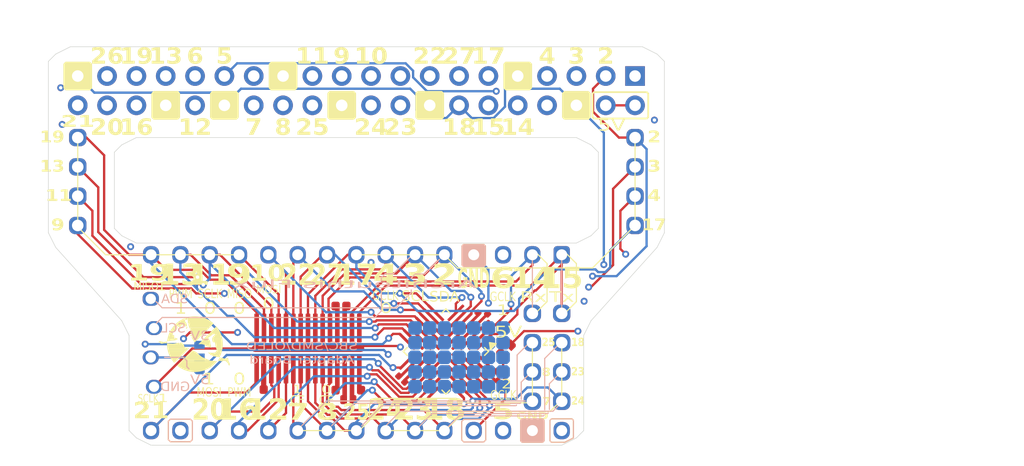
<source format=kicad_pcb>
(kicad_pcb (version 20241229) (generator "pcbnew") (generator_version "9.0")
  (layers (0 "F.Cu" signal) (4 "In1.Cu" signal) (6 "In2.Cu" signal) (2 "B.Cu" signal) (13 "F.Paste" user) (15 "B.Paste" user) (5 "F.SilkS" user "F.Silkscreen") (7 "B.SilkS" user "B.Silkscreen") (1 "F.Mask" user) (3 "B.Mask" user) (25 "Edge.Cuts" user))
  (net 0 "")
  (net 1 "Net-(A2-D11)")
  (net 2 "Net-(A2-D2)")
  (net 3 "Net-(A2-3V3)")
  (net 4 "Net-(A2-A0)")
  (net 5 "Net-(A2-D3)")
  (net 6 "Net-(A2-D6)")
  (net 7 "Net-(A2-D12)")
  (net 8 "Net-(A2-D8)")
  (net 9 "Net-(A2-A1)")
  (net 10 "Net-(A2-AREF)")
  (net 11 "Net-(A2-D7)")
  (net 12 "Net-(A2-D4)")
  (net 13 "Net-(A2-D10)")
  (net 14 "Net-(A2-D13)")
  (net 15 "Net-(A2-D5)")
  (net 16 "Net-(JP3-B)")
  (net 23 "Net-(J2-GCLK2{slash}GPIO6)")
  (net 24 "Net-(J3-Pin_4)")
  (net 25 "Net-(J2-GCLK1{slash}GPIO5)")
  (net 26 "Net-(A2-D9)")
  (net 27 "Net-(A4-3V3)")
  (net 28 "Net-(A4-~{RESET}-Pad28)")
  (net 29 "Net-(A4-+5V)")
  (net 30 "Net-(A4-VIN)")
  (net 31 "Net-(A4-GND-Pad29)")
  (net 32 "Net-(A4-~{RESET}-Pad3)")
  (net 33 "Net-(A4-GND-Pad4)")
  (net 34 "Net-(A2-+5V)")
  (net 36 "Net-(J3-Pin_3)")
  (net 37 "tx")
  (net 38 "23")
  (net 39 "24")
  (net 40 "rx")
  (net 41 "21")
  (net 42 "22")
  (net 43 "26")
  (net 44 "25")
  (footprint "" (layer "F.Cu") (at 210.82 91.44 -90)
    (property "Reference" "P1" (hide yes))
    (property "Value" "")
  )
  (footprint "" (layer "F.Cu") (at 209.55 91.44 -90)
    (property "Reference" "P1" (hide yes))
    (property "Value" "")
  )
  (footprint "" (layer "F.Cu") (at 210.82 88.9 -90)
    (property "Reference" "P1" (hide yes))
    (property "Value" "")
  )
  (footprint "JumperlessFootprints:GPIO_header" (layer "F.Cu") (at 219.71 88.9 90)
    (property "Reference" "J6" (hide yes))
    (property "Value" "Conn_01x04" (hide yes))
  )
  (footprint "Package_QFP:PQFP-32_5x5mm_P0.5mm" (layer "F.Cu") (at 209.677 88.392 -135)
    (property "Reference" "A4" (hide yes))
    (property "Value" "Arduino_Nano_v3.x" (hide yes))
  )
  (footprint "" (layer "F.Cu") (at 214.63 86.36 -90)
    (property "Reference" "P1" (hide yes))
    (property "Value" "")
  )
  (footprint "" (layer "F.Cu") (at 209.55 86.36 -90)
    (property "Reference" "P1" (hide yes))
    (property "Value" "")
  )
  (footprint "" (layer "F.Cu") (at 212.09 86.36 -90)
    (property "Reference" "P1" (hide yes))
    (property "Value" "")
  )
  (footprint "" (layer "F.Cu") (at 208.28 87.63 -90)
    (property "Reference" "P1" (hide yes))
    (property "Value" "")
  )
  (footprint "JumperlessFootprints:GPIO_header" (layer "F.Cu") (at 226.06 73.66 90)
    (property "Reference" "J7" (hide yes))
    (property "Value" "Conn_01x04" (hide yes))
  )
  (footprint "" (layer "F.Cu") (at 207.01 86.36 -90)
    (property "Reference" "P1" (hide yes))
    (property "Value" "")
  )
  (footprint "" (layer "F.Cu") (at 213.36 90.17 -90)
    (property "Reference" "P1" (hide yes))
    (property "Value" "")
  )
  (footprint "" (layer "F.Cu") (at 214.63 90.17 -90)
    (property "Reference" "P1" (hide yes))
    (property "Value" "")
  )
  (footprint "" (layer "F.Cu") (at 209.55 87.63 -90)
    (property "Reference" "P1" (hide yes))
    (property "Value" "")
  )
  (footprint "" (layer "F.Cu") (at 207.01 88.9 -90)
    (property "Reference" "P1" (hide yes))
    (property "Value" "")
  )
  (footprint "" (layer "F.Cu") (at 212.09 91.44 -90)
    (property "Reference" "P1" (hide yes))
    (property "Value" "")
  )
  (footprint "JumperlessFootprints:SolderJumper_2_Open_Small" (layer "F.Cu") (at 214.884 88.1888 45)
    (property "Reference" "JP3" (hide yes))
    (property "Value" "SolderJumper_2_Open" (hide yes))
  )
  (footprint "" (layer "F.Cu") (at 207.01 90.17 -90)
    (property "Reference" "P1" (hide yes))
    (property "Value" "")
  )
  (footprint "" (layer "F.Cu") (at 210.82 90.17 -90)
    (property "Reference" "P1" (hide yes))
    (property "Value" "")
  )
  (footprint "Package_SO:SSOP-28_3.9x9.9mm_P0.635mm" (layer "F.Cu") (at 193.929 89.916 -90)
    (property "Reference" "A5" (hide yes))
    (property "Value" "Arduino_Nano_v3.x" (hide yes))
  )
  (footprint "" (layer "F.Cu") (at 213.36 88.9 -90)
    (property "Reference" "P1" (hide yes))
    (property "Value" "")
  )
  (footprint "" (layer "F.Cu") (at 207.01 87.63 -90)
    (property "Reference" "P1" (hide yes))
    (property "Value" "")
  )
  (footprint "" (layer "F.Cu") (at 207.01 91.44 -90)
    (property "Reference" "P1" (hide yes))
    (property "Value" "")
  )
  (footprint "" (layer "F.Cu") (at 208.28 86.36 -90)
    (property "Reference" "P1" (hide yes))
    (property "Value" "")
  )
  (footprint "" (layer "F.Cu") (at 210.82 86.36 -90)
    (property "Reference" "P1" (hide yes))
    (property "Value" "")
  )
  (footprint "" (layer "F.Cu") (at 214.63 88.9 -90)
    (property "Reference" "P1" (hide yes))
    (property "Value" "")
  )
  (footprint "" (layer "F.Cu") (at 209.55 90.17 -90)
    (property "Reference" "P1" (hide yes))
    (property "Value" "")
  )
  (footprint "JumperlessFootprints:GPIO_header" (layer "F.Cu") (at 177.8 73.66 90)
    (property "Reference" "J4" (hide yes))
    (property "Value" "Conn_01x04" (hide yes))
  )
  (footprint "Connector_PinHeader_2.54mm:PinHeader_1x04_P2.54mm_Vertical" (layer "F.Cu") (at 184.277 83.83)
    (property "Reference" "J3" (hide yes))
    (property "Value" "Conn_01x04" (hide yes))
  )
  (footprint "" (layer "F.Cu") (at 208.28 88.9 -90)
    (property "Reference" "P1" (hide yes))
    (property "Value" "")
  )
  (footprint "" (layer "F.Cu") (at 208.28 91.44 -90)
    (property "Reference" "P1" (hide yes))
    (property "Value" "")
  )
  (footprint "" (layer "F.Cu") (at 214.63 87.63 -90)
    (property "Reference" "P1" (hide yes))
    (property "Value" "")
  )
  (footprint "" (layer "F.Cu") (at 210.82 87.63 -90)
    (property "Reference" "P1" (hide yes))
    (property "Value" "")
  )
  (footprint "" (layer "F.Cu") (at 212.09 88.9 -90)
    (property "Reference" "P1" (hide yes))
    (property "Value" "")
  )
  (footprint "" (layer "F.Cu") (at 209.55 88.9 -90)
    (property "Reference" "P1" (hide yes))
    (property "Value" "")
  )
  (footprint "" (layer "F.Cu") (at 212.09 90.17 -90)
    (property "Reference" "P1" (hide yes))
    (property "Value" "")
  )
  (footprint "" (layer "F.Cu") (at 213.36 87.63 -90)
    (property "Reference" "P1" (hide yes))
    (property "Value" "")
  )
  (footprint "" (layer "F.Cu") (at 212.09 87.63 -90)
    (property "Reference" "P1" (hide yes))
    (property "Value" "")
  )
  (footprint "" (layer "F.Cu") (at 208.28 90.17 -90)
    (property "Reference" "P1" (hide yes))
    (property "Value" "")
  )
  (footprint "" (layer "F.Cu") (at 213.36 86.36 -90)
    (property "Reference" "P1" (hide yes))
    (property "Value" "")
  )
  (footprint "" (layer "F.Cu") (at 213.36 91.44 -90)
    (property "Reference" "P1" (hide yes))
    (property "Value" "")
  )
  (footprint "" (layer "F.Cu") (at 214.63 91.44 -90)
    (property "Reference" "P1" (hide yes))
    (property "Value" "")
  )
  (footprint "JumperlessFootprints:SolderJumper-3_P1.3mm_Bridged12_Pad1.0x1.5mm" (layer "B.Cu") (at 188.341 88.92 90)
    (property "Reference" "JP2" (hide yes))
    (property "Value" "Voled" (hide yes))
  )
  (footprint "Connector_PinHeader_2.54mm:PinHeader_2x20_P2.54mm_Vertical" (layer "B.Cu") (at 177.8 64.516 -90)
    (property "Reference" "J2" (hide yes))
    (property "Value" "Raspberry_Pi_2_3" (hide yes))
  )
  (footprint "Module:Arduino_Nano" (layer "B.Cu") (at 184.15 80.01 -90)
    (property "Reference" "A2" (hide yes))
    (property "Value" "Arduino_Nano_v3.x")
  )
  (footprint "JumperlessFootprints:GPIO_header" (layer "B.Cu") (at 217.17 88.9 90)
    (property "Reference" "J5" (hide yes))
    (property "Value" "Conn_01x04" (hide yes))
  )
  (gr_poly (pts (xy 187.288913 86.498849) (xy 187.289418 86.499029) (xy 187.289853 86.499413) (xy 187.290221 86.500031) (xy 187.290526 86.500913) (xy 187.29077 86.502088) (xy 187.290956 86.503587) (xy 187.291086 86.50544) (xy 187.291164 86.507676) (xy 187.291174 86.513418) (xy 187.291008 86.521053) (xy 187.290689 86.530821) (xy 187.289964 86.553827) (xy 187.289699 86.564116) (xy 187.289549 86.571803) (xy 187.289514 86.573547) (xy 187.289455 86.57518) (xy 187.289373 86.576702) (xy 187.289268 86.578114) (xy 187.28914 86.579415) (xy 187.288989 86.580605) (xy 187.288904 86.581159) (xy 187.288814 86.581685) (xy 187.288719 86.582183) (xy 187.288617 86.582654) (xy 187.28851 86.583097) (xy 187.288397 86.583512) (xy 187.288278 86.583899) (xy 187.288153 86.584259) (xy 187.288023 86.584591) (xy 187.287887 86.584896) (xy 187.287745 86.585173) (xy 187.287597 86.585422) (xy 187.287444 86.585643) (xy 187.287284 86.585837) (xy 187.287119 86.586003) (xy 187.286949 86.586141) (xy 187.286772 86.586252) (xy 187.28659 86.586335) (xy 187.286402 86.586391) (xy 187.286208 86.586418) (xy 187.285878 86.586436) (xy 187.285539 86.586444) (xy 187.285193 86.586441) (xy 187.284843 86.586428) (xy 187.284492 86.586405) (xy 187.284142 86.586374) (xy 187.283796 86.586333) (xy 187.283455 86.586285) (xy 187.283124 86.586228) (xy 187.282804 86.586164) (xy 187.282497 86.586093) (xy 187.282207 86.586015) (xy 187.281935 86.585932) (xy 187.281685 86.585842) (xy 187.281459 86.585747) (xy 187.281259 86.585647) (xy 187.28126 86.585647) (xy 187.281052 86.58552) (xy 187.280801 86.585346) (xy 187.280184 86.584869) (xy 187.279435 86.584239) (xy 187.278582 86.583483) (xy 187.277652 86.582623) (xy 187.276672 86.581685) (xy 187.275669 86.580692) (xy 187.27467 86.579671) (xy 187.2736 86.578599) (xy 187.272392 86.577464) (xy 187.271088 86.576301) (xy 187.26973 86.575143) (xy 187.268359 86.574025) (xy 187.267015 86.572982) (xy 187.265742 86.572049) (xy 187.264579 86.571258) (xy 187.262811 86.570085) (xy 187.261107 86.568884) (xy 187.259414 86.567613) (xy 187.257675 86.566224) (xy 187.255837 86.564674) (xy 187.253843 86.562917) (xy 187.25164 86.560909) (xy 187.249173 86.558603) (xy 187.248783 86.558227) (xy 187.248435 86.557869) (xy 187.248124 86.557523) (xy 187.247851 86.557183) (xy 187.247611 86.556842) (xy 187.247404 86.556495) (xy 187.247226 86.556136) (xy 187.247077 86.555758) (xy 187.246953 86.555354) (xy 187.246853 86.55492) (xy 187.246774 86.554449) (xy 187.246714 86.553933) (xy 187.246671 86.553369) (xy 187.246643 86.552748) (xy 187.246628 86.552066) (xy 187.246624 86.551315) (xy 187.246639 86.550034) (xy 187.246688 86.548849) (xy 187.246776 86.54775) (xy 187.246909 86.546726) (xy 187.247091 86.545766) (xy 187.247202 86.545307) (xy 187.247328 86.54486) (xy 187.247469 86.544424) (xy 187.247625 86.543997) (xy 187.247797 86.543579) (xy 187.247986 86.543167) (xy 187.248193 86.54276) (xy 187.248418 86.542357) (xy 187.248662 86.541957) (xy 187.248926 86.541559) (xy 187.24921 86.54116) (xy 187.249514 86.54076) (xy 187.250188 86.539951) (xy 187.250953 86.539121) (xy 187.251814 86.538258) (xy 187.252776 86.537352) (xy 187.253845 86.536393) (xy 187.254514 86.535793) (xy 187.255157 86.535193) (xy 187.255774 86.534593) (xy 187.256365 86.533992) (xy 187.256932 86.533389) (xy 187.257474 86.532785) (xy 187.257992 86.532179) (xy 187.258486 86.531569) (xy 187.258957 86.530957) (xy 187.259404 86.530341) (xy 187.259829 86.529721) (xy 187.260232 86.529097) (xy 187.260612 86.528468) (xy 187.26097 86.527833) (xy 187.261308 86.527192) (xy 187.261624 86.526545) (xy 187.261976 86.525835) (xy 187.262374 86.525107) (xy 187.262822 86.524357) (xy 187.263323 86.52358) (xy 187.263882 86.522771) (xy 187.264501 86.521927) (xy 187.265185 86.521041) (xy 187.265938 86.520111) (xy 187.267666 86.518095) (xy 187.269714 86.515843) (xy 187.272114 86.513317) (xy 187.274895 86.51048) (xy 187.277117 86.50827) (xy 187.279265 86.506187) (xy 187.281288 86.504277) (xy 187.283133 86.502588) (xy 187.284747 86.501166) (xy 187.285452 86.500571) (xy 187.286079 86.50006) (xy 187.286622 86.499639) (xy 187.287075 86.499315) (xy 187.287432 86.499093) (xy 187.287571 86.499023) (xy 187.287684 86.49898) (xy 187.288336 86.498842)) (stroke (width -0.000001)) (fill yes) (layer "F.SilkS"))
  (gr_line (start 220.98 80.772) (end 220.98 81.026) (stroke (width 0.1)) (layer "F.SilkS"))
  (gr_poly (pts (xy 190.116388 88.909124) (xy 190.11689 88.90919) (xy 190.117422 88.909286) (xy 190.118591 88.909558) (xy 190.121441 88.910347) (xy 190.123123 88.910803) (xy 190.12504 88.911299) (xy 190.126958 88.911776) (xy 190.128639 88.912174) (xy 190.130604 88.912644) (xy 190.133295 88.913321) (xy 190.136356 88.914115) (xy 190.139434 88.914934) (xy 190.143046 88.915854) (xy 190.147557 88.916923) (xy 190.152393 88.918008) (xy 190.156978 88.918977) (xy 190.15912 88.919425) (xy 190.161243 88.919896) (xy 190.163291 88.920376) (xy 190.165209 88.920849) (xy 190.166942 88.921303) (xy 190.168433 88.921723) (xy 190.169629 88.922095) (xy 190.170098 88.922258) (xy 190.170472 88.922404) (xy 190.171236 88.922686) (xy 190.172241 88.922995) (xy 190.174841 88.923664) (xy 190.178009 88.924365) (xy 190.181483 88.925048) (xy 190.184999 88.925664) (xy 190.188297 88.926164) (xy 190.191111 88.9265) (xy 190.192256 88.926591) (xy 190.193181 88.926623) (xy 190.193454 88.926627) (xy 190.193735 88.92664) (xy 190.194021 88.92666) (xy 190.194312 88.926688) (xy 190.194604 88.926723) (xy 190.194895 88.926764) (xy 190.195184 88.926812) (xy 190.195468 88.926865) (xy 190.195746 88.926923) (xy 190.196014 88.926987) (xy 190.196271 88.927054) (xy 190.196515 88.927126) (xy 190.196744 88.927202) (xy 190.196955 88.92728) (xy 190.197147 88.927362) (xy 190.197317 88.927446) (xy 190.197501 88.927532) (xy 190.197735 88.927622) (xy 190.198337 88.927807) (xy 190.199096 88.927995) (xy 190.199981 88.928181) (xy 190.200966 88.92836) (xy 190.202021 88.928525) (xy 190.203118 88.928672) (xy 190.20423 88.928795) (xy 190.208228 88.929207) (xy 190.211563 88.929612) (xy 190.213043 88.929826) (xy 190.214432 88.930055) (xy 190.215753 88.930305) (xy 190.217033 88.930582) (xy 190.218294 88.930892) (xy 190.219563 88.931239) (xy 190.220863 88.93163) (xy 190.22222 88.932071) (xy 190.225201 88.933123) (xy 190.228703 88.934441) (xy 190.231791 88.935604) (xy 190.233139 88.936093) (xy 190.234375 88.936524) (xy 190.235511 88.936901) (xy 190.23656 88.937228) (xy 190.237537 88.937506) (xy 190.238455 88.93774) (xy 190.239326 88.937932) (xy 190.240165 88.938086) (xy 190.240984 88.938204) (xy 190.241797 88.93829) (xy 190.242617 88.938348) (xy 190.243457 88.938379) (xy 190.244331 88.938389) (xy 190.245253 88.938378) (xy 190.246539 88.938375) (xy 190.247912 88.938412) (xy 190.24933 88.938485) (xy 190.250749 88.938591) (xy 190.252129 88.938725) (xy 190.253425 88.938885) (xy 190.254596 88.939067) (xy 190.255599 88.939267) (xy 190.258325 88.939878) (xy 190.259499 88.940124) (xy 190.260685 88.940355) (xy 190.26351 88.940853) (xy 190.267634 88.941528) (xy 190.268368 88.941664) (xy 190.269247 88.941854) (xy 190.27024 88.942091) (xy 190.271312 88.942366) (xy 190.27243 88.942669) (xy 190.273562 88.942993) (xy 190.274673 88.943327) (xy 190.275732 88.943665) (xy 190.277901 88.944371) (xy 190.280151 88.945091) (xy 190.282215 88.945741) (xy 190.283828 88.946236) (xy 190.285936 88.946781) (xy 190.289001 88.947455) (xy 190.297062 88.949023) (xy 190.306144 88.950598) (xy 190.310484 88.951281) (xy 190.314378 88.951838) (xy 190.315935 88.952056) (xy 190.317442 88.952287) (xy 190.318863 88.952526) (xy 190.320159 88.952763) (xy 190.321296 88.952994) (xy 190.322235 88.953209) (xy 190.32262 88.953309) (xy 190.322941 88.953403) (xy 190.323194 88.953489) (xy 190.323375 88.953567) (xy 190.323538 88.953643) (xy 190.323738 88.953723) (xy 190.324239 88.953892) (xy 190.324857 88.954069) (xy 190.325568 88.954249) (xy 190.32635 88.954425) (xy 190.32718 88.954593) (xy 190.328035 88.954747) (xy 190.328893 88.954881) (xy 190.331032 88.955197) (xy 190.332851 88.955483) (xy 190.334444 88.955759) (xy 190.335904 88.956044) (xy 190.337326 88.956357) (xy 190.338805 88.956719) (xy 190.340433 88.957148) (xy 190.342305 88.957664) (xy 190.348178 88.959283) (xy 190.355349 88.961231) (xy 190.362521 88.963204) (xy 190.365834 88.964138) (xy 190.368394 88.964878) (xy 190.375523 88.966934) (xy 190.383449 88.969131) (xy 190.391718 88.971346) (xy 190.399873 88.973453) (xy 190.402332 88.9741) (xy 190.404794 88.974797) (xy 190.407245 88.975538) (xy 190.409675 88.976319) (xy 190.41207 88.977133) (xy 190.41442 88.977977) (xy 190.416711 88.978845) (xy 190.418932 88.979733) (xy 190.42107 88.980635) (xy 190.423114 88.981546) (xy 190.425052 88.982462) (xy 190.42687 88.983378) (xy 190.428559 88.984288) (xy 190.430104 88.985188) (xy 190.431495 88.986072) (xy 190.432719 88.986937) (xy 190.432992 88.987123) (xy 190.433423 88.987396) (xy 190.434676 88.988147) (xy 190.436299 88.989086) (xy 190.438117 88.990109) (xy 190.43955 88.990869) (xy 190.440223 88.991188) (xy 190.440889 88.991471) (xy 190.441566 88.99172) (xy 190.442273 88.991939) (xy 190.443025 88.992132) (xy 190.443841 88.992301) (xy 190.444739 88.99245) (xy 190.445734 88.992581) (xy 190.448092 88.992807) (xy 190.451054 88.993004) (xy 190.45476 88.993197) (xy 190.457551 88.993355) (xy 190.460144 88.993544) (xy 190.46252 88.993763) (xy 190.464661 88.994009) (xy 190.466549 88.99428) (xy 190.467392 88.994424) (xy 190.468164 88.994574) (xy 190.468864 88.994728) (xy 190.469489 88.994887) (xy 190.470037 88.99505) (xy 190.470505 88.995218) (xy 190.470906 88.995366) (xy 190.471365 88.995515) (xy 190.472434 88.99581) (xy 190.473669 88.996097) (xy 190.475027 88.996366) (xy 190.476467 88.996612) (xy 190.477946 88.996824) (xy 190.479421 88.996997) (xy 190.48085 88.997122) (xy 190.482308 88.997245) (xy 190.48387 88.997414) (xy 190.485485 88.997621) (xy 190.487105 88.997858) (xy 190.488682 88.998118) (xy 190.490168 88.998393) (xy 190.491513 88.998676) (xy 190.49267 88.998959) (xy 190.494036 88.999258) (xy 190.49587 88.999553) (xy 190.498112 88.999838) (xy 190.500702 89.000109) (xy 190.503581 89.000359) (xy 190.506691 89.000582) (xy 190.50997 89.000774) (xy 190.513361 89.000929) (xy 190.517328 89.001103) (xy 190.520835 89.001301) (xy 190.523922 89.001525) (xy 190.526625 89.001782) (xy 190.528984 89.002074) (xy 190.530046 89.002234) (xy 190.531037 89.002405) (xy 190.531961 89.002587) (xy 190.532822 89.00278) (xy 190.533627 89.002986) (xy 190.534379 89.003204) (xy 190.535668 89.003578) (xy 190.536954 89.003902) (xy 190.538244 89.004176) (xy 190.539545 89.0044) (xy 190.540865 89.004574) (xy 190.542212 89.004697) (xy 190.543594 89.00477) (xy 190.545016 89.004794) (xy 190.546488 89.004767) (xy 190.548016 89.004689) (xy 190.549609 89.004562) (xy 190.551273 89.004384) (xy 190.553016 89.004156) (xy 190.554846 89.003878) (xy 190.558797 89.003172) (xy 190.561595 89.002682) (xy 190.564625 89.002278) (xy 190.568136 89.001947) (xy 190.572373 89.001676) (xy 190.577584 89.001451) (xy 190.584016 89.001261) (xy 190.601535 89.00093) (xy 190.613488 89.000726) (xy 190.622918 89.00049) (xy 190.626846 89.000345) (xy 190.630333 89.000173) (xy 190.633442 88.999967) (xy 190.636239 88.999722) (xy 190.638785 88.999431) (xy 190.641144 88.999087) (xy 190.64338 88.998684) (xy 190.645557 88.998216) (xy 190.647736 88.997677) (xy 190.649983 88.99706) (xy 190.654931 88.995566) (xy 190.658136 88.994588) (xy 190.661542 88.993587) (xy 190.664743 88.992681) (xy 190.667331 88.991988) (xy 190.667901 88.991828) (xy 190.668534 88.991625) (xy 190.669962 88.991104) (xy 190.671561 88.990448) (xy 190.67328 88.989682) (xy 190.675064 88.988831) (xy 190.67686 88.987919) (xy 190.678616 88.986971) (xy 190.680278 88.98601) (xy 190.682296 88.984833) (xy 190.683252 88.984302) (xy 190.684177 88.983808) (xy 190.685075 88.983349) (xy 190.685949 88.982923) (xy 190.686802 88.982529) (xy 190.687637 88.982167) (xy 190.688458 88.981834) (xy 190.689268 88.981529) (xy 190.690071 88.98125) (xy 190.690869 88.980997) (xy 190.691666 88.980768) (xy 190.692465 88.980562) (xy 190.69327 88.980377) (xy 190.694084 88.980211) (xy 190.694897 88.980048) (xy 190.695674 88.979877) (xy 190.696417 88.979695) (xy 190.697129 88.979502) (xy 190.697813 88.979297) (xy 190.698472 88.979077) (xy 190.699109 88.978843) (xy 190.699728 88.978591) (xy 190.700331 88.978323) (xy 190.700921 88.978035) (xy 190.701501 88.977726) (xy 190.702074 88.977396) (xy 190.702644 88.977044) (xy 190.703213 88.976667) (xy 190.703784 88.976264) (xy 190.70436 88.975835) (xy 190.70482 88.975497) (xy 190.705326 88.975149) (xy 190.706457 88.974432) (xy 190.707712 88.973706) (xy 190.709049 88.972992) (xy 190.710427 88.972311) (xy 190.711806 88.971684) (xy 190.713143 88.971133) (xy 190.713783 88.970892) (xy 190.714398 88.970678) (xy 190.715837 88.970153) (xy 190.717702 88.9694) (xy 190.719915 88.968455) (xy 190.722397 88.967353) (xy 190.727857 88.964818) (xy 190.730678 88.963456) (xy 190.733456 88.962077) (xy 190.735089 88.96127) (xy 190.736679 88.960516) (xy 190.738226 88.959813) (xy 190.73973 88.959162) (xy 190.74119 88.958563) (xy 190.742607 88.958017) (xy 190.743981 88.957522) (xy 190.745311 88.95708) (xy 190.746599 88.956689) (xy 190.747843 88.956351) (xy 190.749044 88.956065) (xy 190.750202 88.955831) (xy 190.751316 88.955648) (xy 190.752388 88.955518) (xy 190.753416 88.95544) (xy 190.754401 88.955414) (xy 190.75605 88.955396) (xy 190.757782 88.955342) (xy 190.759547 88.955258) (xy 190.761291 88.955147) (xy 190.762964 88.955012) (xy 190.764513 88.954857) (xy 190.765888 88.954686) (xy 190.767035 88.954503) (xy 190.768472 88.954265) (xy 190.769142 88.954178) (xy 190.769789 88.954115) (xy 190.770421 88.954074) (xy 190.771048 88.954058) (xy 190.771676 88.954066) (xy 190.772315 88.954098) (xy 190.772971 88.954157) (xy 190.773652 88.954241) (xy 190.774368 88.954352) (xy 190.775126 88.95449) (xy 190.775933 88.954656) (xy 190.776798 88.95485) (xy 190.778735 88.955325) (xy 190.783028 88.956448) (xy 190.787047 88.957552) (xy 190.790804 88.958642) (xy 190.794309 88.959722) (xy 190.797574 88.960798) (xy 190.800608 88.961874) (xy 190.803424 88.962955) (xy 190.806032 88.964047) (xy 190.808443 88.965152) (xy 190.810668 88.966278) (xy 190.812718 88.967427) (xy 190.814605 88.968606) (xy 190.816339 88.969818) (xy 190.81793 88.97107) (xy 190.819391 88.972365) (xy 190.820732 88.973708) (xy 190.823093 88.976295) (xy 190.82407 88.977491) (xy 190.824934 88.978702) (xy 190.825701 88.979989) (xy 190.82639 88.981414) (xy 190.827015 88.983036) (xy 190.827595 88.984918) (xy 190.828146 88.987119) (xy 190.828686 88.989701) (xy 190.829795 88.996249) (xy 190.83106 89.00505) (xy 190.832613 89.01659) (xy 190.835022 89.034547) (xy 190.835242 89.03916) (xy 190.835437 89.048755) (xy 190.835585 89.061929) (xy 190.835664 89.077281) (xy 190.835702 89.090016) (xy 190.835761 89.099772) (xy 190.835873 89.107144) (xy 190.835958 89.110122) (xy 190.836067 89.112727) (xy 190.836205 89.115033) (xy 190.836374 89.117114) (xy 190.836579 89.119045) (xy 190.836823 89.1209) (xy 190.83711 89.122753) (xy 190.837444 89.124679) (xy 190.838267 89.129046) (xy 190.84069 89.1413) (xy 190.843106 89.152818) (xy 190.845513 89.163597) (xy 190.847909 89.173636) (xy 190.850295 89.182934) (xy 190.852668 89.191488) (xy 190.855029 89.199297) (xy 190.857375 89.20636) (xy 190.558646 89.20636) (xy 190.557631 89.206082) (xy 190.556473 89.205723) (xy 190.555211 89.205297) (xy 190.553885 89.204819) (xy 190.552537 89.204304) (xy 190.551206 89.203767) (xy 190.549931 89.203223) (xy 190.548755 89.202688) (xy 190.547501 89.202137) (xy 190.546012 89.201554) (xy 190.544344 89.200956) (xy 190.54255 89.20036) (xy 190.540688 89.199785) (xy 190.538812 89.199249) (xy 190.536978 89.198768) (xy 190.535241 89.198361) (xy 190.533495 89.197961) (xy 190.531637 89.197502) (xy 190.529724 89.196999) (xy 190.527811 89.196469) (xy 190.525957 89.195929) (xy 190.524218 89.195393) (xy 190.522652 89.194879) (xy 190.521316 89.194403) (xy 190.516715 89.19286) (xy 190.510763 89.191137) (xy 190.503918 89.18934) (xy 190.496638 89.187576) (xy 190.489379 89.185951) (xy 190.482599 89.184572) (xy 190.476755 89.183546) (xy 190.472304 89.18298) (xy 190.470397 89.182801) (xy 190.468421 89.182582) (xy 190.466436 89.18233) (xy 190.464498 89.182054) (xy 190.462664 89.181763) (xy 190.460992 89.181465) (xy 190.459538 89.181169) (xy 190.458361 89.180885) (xy 190.455469 89.180229) (xy 190.451595 89.179541) (xy 190.446963 89.17885) (xy 190.441798 89.178181) (xy 190.436325 89.177562) (xy 190.430767 89.17702) (xy 190.42535 89.176583) (xy 190.420298 89.176278) (xy 190.41804 89.176186) (xy 190.415908 89.176135) (xy 190.413887 89.176128) (xy 190.411963 89.176167) (xy 190.410118 89.176256) (xy 190.408338 89.176396) (xy 190.406607 89.176591) (xy 190.40491 89.176843) (xy 190.40323 89.177154) (xy 190.401552 89.177527) (xy 190.399861 89.177965) (xy 190.398141 89.17847) (xy 190.396377 89.179045) (xy 190.394552 89.179692) (xy 190.392651 89.180415) (xy 190.390659 89.181215) (xy 190.388872 89.18194) (xy 190.387161 89.182616) (xy 190.385565 89.183229) (xy 190.384125 89.183764) (xy 190.382883 89.184205) (xy 190.381877 89.184539) (xy 190.381477 89.184661) (xy 190.381151 89.18475) (xy 190.380904 89.184805) (xy 190.380743 89.184824) (xy 190.380531 89.184839) (xy 190.380301 89.184886) (xy 190.380053 89.184962) (xy 190.379788 89.185067) (xy 190.379212 89.185357) (xy 190.378585 89.185747) (xy 190.377913 89.186229) (xy 190.377208 89.186792) (xy 190.376477 89.18743) (xy 190.375731 89.188131) (xy 190.374979 89.188887) (xy 190.374229 89.18969) (xy 190.373492 89.190529) (xy 190.372777 89.191397) (xy 190.372092 89.192283) (xy 190.371448 89.193179) (xy 190.370853 89.194076) (xy 190.370317 89.194965) (xy 190.369603 89.196247) (xy 190.368928 89.197527) (xy 190.368283 89.198827) (xy 190.367659 89.200166) (xy 190.367047 89.201568) (xy 190.366439 89.203054) (xy 190.365825 89.204644) (xy 190.365198 89.20636) (xy 190.059775 89.20636) (xy 190.058989 89.206059) (xy 190.058221 89.205754) (xy 190.057848 89.205599) (xy 190.057485 89.205442) (xy 190.057135 89.205282) (xy 190.056798 89.205119) (xy 190.0558 89.204636) (xy 190.054844 89.204209) (xy 190.053918 89.203838) (xy 190.053011 89.203521) (xy 190.05211 89.203257) (xy 190.051202 89.203046) (xy 190.050277 89.202885) (xy 190.049321 89.202775) (xy 190.048322 89.202714) (xy 190.047269 89.2027) (xy 190.046149 89.202733) (xy 190.04495 89.202812) (xy 190.043661 89.202936) (xy 190.042268 89.203103) (xy 190.039124 89.203565) (xy 190.036629 89.20394) (xy 190.033855 89.204317) (xy 190.027678 89.205057) (xy 190.021007 89.20575) (xy 190.014258 89.20636) (xy 189.923574 89.20636) (xy 189.924356 89.205199) (xy 189.925321 89.203822) (xy 189.926447 89.202264) (xy 189.927716 89.200557) (xy 189.936352 89.188742) (xy 189.949514 89.170428) (xy 189.970583 89.140506) (xy 189.99076 89.110964) (xy 190.010249 89.081476) (xy 190.029253 89.051718) (xy 190.047978 89.021364) (xy 190.066627 88.990089) (xy 190.085404 88.957568) (xy 190.104513 88.923475) (xy 190.107426 88.918216) (xy 190.108619 88.916112) (xy 190.109674 88.91433) (xy 190.110157 88.913554) (xy 190.110616 88.912849) (xy 190.111055 88.912215) (xy 190.111475 88.911648) (xy 190.111881 88.911145) (xy 190.112276 88.910705) (xy 190.112664 88.910324) (xy 190.113048 88.909999) (xy 190.113432 88.909728) (xy 190.113818 88.909509) (xy 190.114211 88.909339) (xy 190.114613 88.909214) (xy 190.115028 88.909133) (xy 190.11546 88.909093) (xy 190.115912 88.90909)) (stroke (width -0.000001)) (fill yes) (layer "F.SilkS"))
  (gr_poly (pts (xy 190.048322 89.202714) (xy 190.049321 89.202775) (xy 190.050277 89.202885) (xy 190.051202 89.203046) (xy 190.05211 89.203257) (xy 190.053011 89.203521) (xy 190.053918 89.203838) (xy 190.054844 89.204209) (xy 190.0558 89.204636) (xy 190.056798 89.205119) (xy 190.057135 89.205282) (xy 190.057485 89.205442) (xy 190.057848 89.205599) (xy 190.058221 89.205754) (xy 190.058989 89.206059) (xy 190.059775 89.20636) (xy 190.014258 89.20636) (xy 190.021007 89.20575) (xy 190.027678 89.205057) (xy 190.033855 89.204317) (xy 190.036629 89.20394) (xy 190.039124 89.203565) (xy 190.04076 89.203313) (xy 190.042268 89.203103) (xy 190.043661 89.202936) (xy 190.04495 89.202812) (xy 190.046149 89.202733) (xy 190.047269 89.2027)) (stroke (width -0.000001)) (fill yes) (layer "F.SilkS"))
  (gr_line (start 187.7314 94.4372) (end 187.5536 94.2594) (stroke (width 0.1)) (layer "F.SilkS"))
  (gr_poly (pts (xy 190.009283 89.206749) (xy 190.004697 89.207051) (xy 190.002612 89.207164) (xy 190.000697 89.207247) (xy 189.998977 89.207298) (xy 189.997477 89.207315) (xy 189.995627 89.207345) (xy 189.993397 89.207428) (xy 189.988136 89.207736) (xy 189.982372 89.208193) (xy 189.976785 89.208751) (xy 189.973705 89.209074) (xy 189.97078 89.209334) (xy 189.968015 89.20953) (xy 189.965417 89.209663) (xy 189.962992 89.209731) (xy 189.960744 89.209736) (xy 189.958681 89.209676) (xy 189.956807 89.209551) (xy 189.952959 89.209283) (xy 189.947804 89.209022) (xy 189.942015 89.208798) (xy 189.936267 89.208641) (xy 189.93358 89.208582) (xy 189.931062 89.208514) (xy 189.928767 89.208439) (xy 189.926753 89.20836) (xy 189.925074 89.208279) (xy 189.923787 89.2082) (xy 189.922948 89.208125) (xy 189.922714 89.20809) (xy 189.922614 89.208057) (xy 189.922608 89.208048) (xy 189.922606 89.208037) (xy 189.92261 89.208003) (xy 189.922624 89.207955) (xy 189.922648 89.207895) (xy 189.922724 89.207737) (xy 189.922836 89.207535) (xy 189.92298 89.207291) (xy 189.923153 89.207012) (xy 189.923352 89.2067) (xy 189.923574 89.20636) (xy 190.014258 89.20636)) (stroke (width -0.000001)) (fill yes) (layer "F.SilkS"))
  (gr_poly (pts (xy 190.857431 89.206526) (xy 190.857488 89.206701) (xy 190.857601 89.207066) (xy 190.857714 89.207429) (xy 190.85777 89.207602) (xy 190.857827 89.207765) (xy 190.858674 89.210222) (xy 190.859797 89.213585) (xy 190.861047 89.217412) (xy 190.86228 89.22126) (xy 190.863518 89.225108) (xy 190.864784 89.228935) (xy 190.86593 89.232298) (xy 190.866807 89.234755) (xy 190.867715 89.237318) (xy 190.868945 89.240971) (xy 190.870335 89.245227) (xy 190.871725 89.249599) (xy 190.872917 89.253332) (xy 190.874127 89.25697) (xy 190.875379 89.260581) (xy 190.876699 89.264229) (xy 190.878109 89.267979) (xy 190.879635 89.271899) (xy 190.88313 89.280505) (xy 190.883645 89.281775) (xy 190.884126 89.283017) (xy 190.884563 89.284201) (xy 190.884946 89.285296) (xy 190.885263 89.28627) (xy 190.885504 89.287091) (xy 190.885593 89.287435) (xy 190.885659 89.287729) (xy 190.885701 89.28797) (xy 190.885717 89.288152) (xy 190.885784 89.28878) (xy 190.885971 89.289552) (xy 190.886753 89.29162) (xy 190.888166 89.29454) (xy 190.890315 89.298494) (xy 190.893301 89.303665) (xy 190.89723 89.310238) (xy 190.908323 89.328318) (xy 190.91889 89.345412) (xy 190.91968 89.346648) (xy 190.920653 89.348095) (xy 190.921771 89.349701) (xy 190.922996 89.351412) (xy 190.924288 89.353177) (xy 190.925612 89.354941) (xy 190.926927 89.356654) (xy 190.928196 89.358261) (xy 190.929485 89.359899) (xy 190.930857 89.361701) (xy 190.932269 89.363609) (xy 190.933679 89.365562) (xy 190.935046 89.367503) (xy 190.936326 89.369371) (xy 190.937479 89.371108) (xy 190.938461 89.372655) (xy 190.939388 89.374142) (xy 190.940383 89.375708) (xy 190.942451 89.378886) (xy 190.944417 89.381814) (xy 190.945284 89.383067) (xy 190.946032 89.384117) (xy 190.947443 89.38611) (xy 190.948742 89.38806) (xy 190.949933 89.389978) (xy 190.951019 89.391875) (xy 190.952005 89.393761) (xy 190.952894 89.395648) (xy 190.953689 89.397546) (xy 190.954395 89.399466) (xy 190.955015 89.40142) (xy 190.955552 89.403417) (xy 190.956011 89.40547) (xy 190.956396 89.407588) (xy 190.956709 89.409782) (xy 190.956955 89.412064) (xy 190.957138 89.414444) (xy 190.957261 89.416933) (xy 190.9576 89.424587) (xy 190.957809 89.427884) (xy 190.958066 89.431079) (xy 190.958388 89.434362) (xy 190.958794 89.43792) (xy 190.959918 89.446622) (xy 190.960743 89.453152) (xy 190.961405 89.459454) (xy 190.961919 89.465834) (xy 190.962297 89.472597) (xy 190.962554 89.48005) (xy 190.962703 89.488497) (xy 190.962732 89.509597) (xy 190.962604 89.521653) (xy 190.962339 89.532357) (xy 190.961926 89.541858) (xy 190.961351 89.550308) (xy 190.960602 89.557859) (xy 190.960159 89.561344) (xy 190.959667 89.56466) (xy 190.959126 89.567827) (xy 190.958533 89.570864) (xy 190.957888 89.573789) (xy 190.957188 89.57662) (xy 190.955002 89.585008) (xy 190.954915 89.58532) (xy 190.954816 89.58564) (xy 190.954706 89.585965) (xy 190.954586 89.586293) (xy 190.954458 89.586621) (xy 190.954322 89.586947) (xy 190.954179 89.587268) (xy 190.954031 89.587583) (xy 190.953879 89.587889) (xy 190.953724 89.588183) (xy 190.953567 89.588463) (xy 190.953409 89.588728) (xy 190.953252 89.588973) (xy 190.953096 89.589199) (xy 190.952943 89.5894) (xy 190.952793 89.589577) (xy 190.952647 89.589743) (xy 190.952506 89.589915) (xy 190.952369 89.590092) (xy 190.952238 89.590271) (xy 190.952113 89.590453) (xy 190.951995 89.590635) (xy 190.951885 89.590816) (xy 190.951784 89.590995) (xy 190.951691 89.59117) (xy 190.951609 89.591341) (xy 190.951537 89.591505) (xy 190.951476 89.591662) (xy 190.951428 89.59181) (xy 190.951393 89.591948) (xy 190.951371 89.592074) (xy 190.951364 89.592187) (xy 190.951334 89.592376) (xy 190.951249 89.592608) (xy 190.950919 89.593193) (xy 190.9504 89.59392) (xy 190.949714 89.594763) (xy 190.948886 89.595702) (xy 190.94794 89.596713) (xy 190.9469 89.597773) (xy 190.94579 89.598858) (xy 190.944633 89.599946) (xy 190.943454 89.601014) (xy 190.942277 89.602039) (xy 190.941126 89.602998) (xy 190.940024 89.603867) (xy 190.938997 89.604625) (xy 190.938067 89.605247) (xy 190.937259 89.60571) (xy 190.936499 89.606068) (xy 190.935671 89.606401) (xy 190.934782 89.606709) (xy 190.933838 89.606991) (xy 190.932846 89.607245) (xy 190.931814 89.607472) (xy 190.930749 89.607669) (xy 190.929656 89.607837) (xy 190.928544 89.607974) (xy 190.927418 89.608079) (xy 190.926286 89.608151) (xy 190.925155 89.608189) (xy 190.924032 89.608193) (xy 190.922923 89.608161) (xy 190.921835 89.608093) (xy 190.920775 89.607986) (xy 190.920777 89.607986) (xy 190.918684 89.60771) (xy 190.916648 89.607392) (xy 190.914669 89.607031) (xy 190.912749 89.606629) (xy 190.910889 89.606186) (xy 190.90909 89.605702) (xy 190.907353 89.605177) (xy 190.905679 89.604612) (xy 190.904069 89.604007) (xy 190.902525 89.603363) (xy 190.901046 89.60268) (xy 190.899636 89.601958) (xy 190.898293 89.601198) (xy 190.89702 89.6004) (xy 190.895818 89.599565) (xy 190.894688 89.598692) (xy 190.892712 89.597117) (xy 190.890325 89.595263) (xy 190.887828 89.593361) (xy 190.885522 89.591644) (xy 190.884018 89.590516) (xy 190.882566 89.589376) (xy 190.881168 89.588225) (xy 190.879825 89.587065) (xy 190.878536 89.585895) (xy 190.877304 89.584718) (xy 190.876128 89.583533) (xy 190.87501 89.582342) (xy 190.873951 89.581146) (xy 190.87295 89.579945) (xy 190.87201 89.578741) (xy 190.871131 89.577533) (xy 190.870313 89.576325) (xy 190.869558 89.575115) (xy 190.868866 89.573905) (xy 190.868238 89.572696) (xy 190.866762 89.569739) (xy 190.864918 89.566101) (xy 190.861072 89.558632) (xy 190.86017 89.556841) (xy 190.859226 89.554851) (xy 190.858267 89.552728) (xy 190.857322 89.550537) (xy 190.856418 89.548347) (xy 190.855583 89.546223) (xy 190.854846 89.544231) (xy 190.854234 89.542438) (xy 190.851054 89.532752) (xy 190.84708 89.520842) (xy 190.843181 89.509197) (xy 190.840178 89.50015) (xy 190.837853 89.493388) (xy 190.835314 89.486612) (xy 190.832552 89.479799) (xy 190.829555 89.472927) (xy 190.826314 89.465971) (xy 190.822817 89.458909) (xy 190.819055 89.451717) (xy 190.815016 89.444373) (xy 190.806733 89.429648) (xy 190.805762 89.428024) (xy 190.804527 89.426125) (xy 190.801351 89.421614) (xy 190.797386 89.416341) (xy 190.792814 89.410534) (xy 190.787818 89.404418) (xy 190.782577 89.398219) (xy 190.777275 89.392164) (xy 190.772092 89.38648) (xy 190.770541 89.384793) (xy 190.768815 89.382878) (xy 190.765075 89.378624) (xy 190.761333 89.37425) (xy 190.759605 89.372183) (xy 190.75805 89.370286) (xy 190.756531 89.368451) (xy 190.754909 89.366564) (xy 190.753233 89.364679) (xy 190.751555 89.362849) (xy 190.749923 89.361128) (xy 190.748389 89.35957) (xy 190.747002 89.358229) (xy 190.74638 89.357657) (xy 190.745813 89.357159) (xy 190.744634 89.356099) (xy 190.743277 89.35479) (xy 190.741789 89.353281) (xy 190.740219 89.351625) (xy 190.738615 89.349874) (xy 190.737025 89.348079) (xy 190.735497 89.346291) (xy 190.734079 89.344564) (xy 190.731292 89.34111) (xy 190.728874 89.338184) (xy 190.726693 89.335645) (xy 190.724617 89.333351) (xy 190.722518 89.331162) (xy 190.720262 89.328937) (xy 190.717719 89.326536) (xy 190.714759 89.323818) (xy 190.710788 89.320107) (xy 190.704962 89.314541) (xy 190.698067 89.307873) (xy 190.690884 89.300857) (xy 190.687224 89.297307) (xy 190.683467 89.293747) (xy 190.679717 89.290269) (xy 190.676072 89.286964) (xy 190.672636 89.283921) (xy 190.669509 89.281232) (xy 190.666791 89.278987) (xy 190.664584 89.277276) (xy 190.662657 89.275825) (xy 190.660697 89.27429) (xy 190.658757 89.272717) (xy 190.656892 89.271153) (xy 190.655158 89.269645) (xy 190.653608 89.268239) (xy 190.652296 89.266982) (xy 190.651748 89.266424) (xy 190.651279 89.265921) (xy 190.650755 89.265365) (xy 190.650144 89.264764) (xy 190.648672 89.263438) (xy 190.646893 89.261965) (xy 190.644835 89.260367) (xy 190.642528 89.258666) (xy 190.64 89.256882) (xy 190.63728 89.25504) (xy 190.634397 89.253159) (xy 190.631675 89.251394) (xy 190.628828 89.249509) (xy 190.625939 89.247562) (xy 190.623093 89.245611) (xy 190.620373 89.243714) (xy 190.617865 89.241929) (xy 190.615653 89.240316) (xy 190.613821 89.238932) (xy 190.612161 89.237671) (xy 190.610442 89.236409) (xy 190.608713 89.235182) (xy 190.607025 89.234022) (xy 190.605428 89.232962) (xy 190.603971 89.232038) (xy 190.602703 89.231281) (xy 190.602156 89.230977) (xy 190.601676 89.230727) (xy 190.60067 89.230214) (xy 190.599466 89.229578) (xy 190.596643 89.228036) (xy 190.593569 89.226303) (xy 190.590608 89.22458) (xy 190.58493 89.221233) (xy 190.580751 89.218806) (xy 190.580034 89.218372) (xy 190.579186 89.217818) (xy 190.578238 89.217165) (xy 190.577223 89.216437) (xy 190.57617 89.215656) (xy 190.575112 89.214846) (xy 190.57408 89.214029) (xy 190.573105 89.213228) (xy 190.571442 89.211876) (xy 190.570671 89.211288) (xy 190.569925 89.210753) (xy 190.569192 89.210264) (xy 190.568461 89.209817) (xy 190.56772 89.209404) (xy 190.566957 89.209021) (xy 190.56616 89.208663) (xy 190.565319 89.208323) (xy 190.564421 89.207997) (xy 190.563454 89.207678) (xy 190.562407 89.207361) (xy 190.561269 89.207041) (xy 190.558671 89.206368) (xy 190.558668 89.206367) (xy 190.558665 89.206366) (xy 190.558658 89.206364) (xy 190.558652 89.206362) (xy 190.558646 89.20636) (xy 190.857375 89.20636)) (stroke (width -0.000001)) (fill yes) (layer "F.SilkS"))
  (gr_line (start 219.71 87.63) (end 219.71 92.5576) (stroke (width 0.1)) (layer "F.SilkS"))
  (gr_poly (pts (xy 207.137 66.04) (xy 207.137 68.072) (xy 207.264 68.199) (xy 209.296 68.199) (xy 209.423 68.072) (xy 209.423 66.04) (xy 209.296 65.913) (xy 207.264 65.913)) (stroke (width 0.2)) (fill yes) (layer "F.SilkS"))
  (gr_poly (pts (xy 219.837 66.04) (xy 219.837 68.072) (xy 219.964 68.199) (xy 221.996 68.199) (xy 222.123 68.072) (xy 222.123 66.04) (xy 221.996 65.913) (xy 219.964 65.913)) (stroke (width 0.2)) (fill yes) (layer "F.SilkS"))
  (gr_line (start 187.7314 94.4372) (end 187.7314 96.0374) (stroke (width 0.1)) (layer "F.SilkS"))
  (gr_line (start 185.6486 96.0374) (end 185.6486 94.4372) (stroke (width 0.1)) (layer "F.SilkS"))
  (gr_poly (pts (xy 189.804107 86.214247) (xy 189.80893 86.220049) (xy 189.82429 86.238853) (xy 189.842362 86.261582) (xy 189.861109 86.285638) (xy 189.878496 86.30842) (xy 189.705043 86.30842) (xy 189.776337 86.237191) (xy 189.801986 86.211666)) (stroke (width -0.000001)) (fill yes) (layer "F.SilkS"))
  (gr_poly (pts (xy 189.882056 86.313154) (xy 189.885419 86.317661) (xy 189.938138 86.391461) (xy 189.987709 86.466472) (xy 190.034205 86.54283) (xy 190.077701 86.620674) (xy 190.11827 86.700142) (xy 190.155986 86.78137) (xy 190.190922 86.864498) (xy 190.223151 86.949662) (xy 190.228931 86.966332) (xy 190.236845 86.989738) (xy 190.244512 87.012785) (xy 190.249555 87.028381) (xy 190.261459 87.067563) (xy 190.271629 87.102593) (xy 190.280767 87.135955) (xy 190.289574 87.170136) (xy 190.295671 87.195136) (xy 190.301599 87.220785) (xy 190.307389 87.247175) (xy 190.313069 87.274399) (xy 189.448456 87.274399) (xy 189.449156 87.268131) (xy 189.449977 87.261903) (xy 189.450925 87.255685) (xy 189.452006 87.249443) (xy 189.453225 87.243146) (xy 189.454588 87.236761) (xy 189.456102 87.230255) (xy 189.457771 87.223596) (xy 189.458175 87.222219) (xy 189.458747 87.220541) (xy 189.46033 87.216425) (xy 189.462387 87.211537) (xy 189.464787 87.206165) (xy 189.467397 87.200597) (xy 189.470085 87.195122) (xy 189.472719 87.190027) (xy 189.475168 87.185601) (xy 189.478432 87.18013) (xy 189.482433 87.173684) (xy 189.486871 87.166716) (xy 189.49145 87.159682) (xy 189.495868 87.153035) (xy 189.499828 87.147231) (xy 189.503031 87.142723) (xy 189.504255 87.141098) (xy 189.505178 87.139967) (xy 189.508286 87.136268) (xy 189.511881 87.131739) (xy 189.515687 87.126762) (xy 189.519423 87.121717) (xy 189.522813 87.116987) (xy 189.525579 87.112951) (xy 189.52664 87.111313) (xy 189.527442 87.109992) (xy 189.527948 87.109035) (xy 189.52808 87.108708) (xy 189.528125 87.10849) (xy 189.52824 87.108185) (xy 189.528569 87.107574) (xy 189.529785 87.105567) (xy 189.531595 87.102734) (xy 189.533823 87.099343) (xy 189.538828 87.091945) (xy 189.541252 87.088471) (xy 189.543387 87.085501) (xy 189.55058 87.075802) (xy 189.553734 87.071631) (xy 189.556643 87.06786) (xy 189.559342 87.064448) (xy 189.561868 87.061354) (xy 189.564259 87.05854) (xy 189.56655 87.055964) (xy 189.568778 87.053586) (xy 189.570981 87.051367) (xy 189.573194 87.049265) (xy 189.575455 87.047242) (xy 189.577799 87.045256) (xy 189.580264 87.043268) (xy 189.582886 87.041237) (xy 189.585703 87.039123) (xy 189.589096 87.036562) (xy 189.590564 87.035399) (xy 189.591916 87.034275) (xy 189.593176 87.033159) (xy 189.59437 87.032024) (xy 189.595525 87.030837) (xy 189.596665 87.02957) (xy 189.597818 87.028193) (xy 189.599009 87.026676) (xy 189.600263 87.024988) (xy 189.601606 87.023102) (xy 189.604666 87.01861) (xy 189.608393 87.012962) (xy 189.60976 87.010913) (xy 189.61109 87.008996) (xy 189.612392 87.007204) (xy 189.613674 87.005528) (xy 189.614943 87.003962) (xy 189.616207 87.002497) (xy 189.617475 87.001127) (xy 189.618753 86.999843) (xy 189.62005 86.998638) (xy 189.621374 86.997505) (xy 189.622732 86.996436) (xy 189.624133 86.995423) (xy 189.625583 86.994458) (xy 189.627091 86.993535) (xy 189.628665 86.992646) (xy 189.630313 86.991783) (xy 189.631529 86.99111) (xy 189.63306 86.990168) (xy 189.634843 86.989001) (xy 189.636817 86.987653) (xy 189.63892 86.986165) (xy 189.641091 86.984581) (xy 189.643267 86.982944) (xy 189.645386 86.981296) (xy 189.647531 86.979617) (xy 189.649781 86.977889) (xy 189.652068 86.976162) (xy 189.654326 86.974485) (xy 189.656487 86.972907) (xy 189.658485 86.971477) (xy 189.660253 86.970246) (xy 189.661722 86.969262) (xy 189.672518 86.962233) (xy 189.674521 86.960951) (xy 189.676346 86.959847) (xy 189.677209 86.959353) (xy 189.678046 86.958895) (xy 189.678864 86.958469) (xy 189.679671 86.958071) (xy 189.680471 86.957699) (xy 189.681273 86.95735) (xy 189.682082 86.957021) (xy 189.682905 86.956707) (xy 189.683748 86.956408) (xy 189.684617 86.956118) (xy 189.686463 86.955558) (xy 189.688872 86.954829) (xy 189.691119 86.954072) (xy 189.693214 86.95328) (xy 189.695165 86.952446) (xy 189.69698 86.951563) (xy 189.698669 86.950625) (xy 189.70024 86.949623) (xy 189.700984 86.949097) (xy 189.701702 86.948552) (xy 189.702395 86.947989) (xy 189.703064 86.947405) (xy 189.70371 86.946801) (xy 189.704334 86.946174) (xy 189.704937 86.945526) (xy 189.705521 86.944854) (xy 189.706634 86.943436) (xy 189.707681 86.941915) (xy 189.708672 86.940283) (xy 189.709615 86.938534) (xy 189.710518 86.936661) (xy 189.711185 86.93513) (xy 189.711465 86.934413) (xy 189.711713 86.933712) (xy 189.711931 86.933014) (xy 189.71212 86.932304) (xy 189.712282 86.931571) (xy 189.712421 86.930802) (xy 189.712537 86.929982) (xy 189.712633 86.9291) (xy 189.712711 86.928143) (xy 189.712773 86.927097) (xy 189.712858 86.924686) (xy 189.712903 86.921765) (xy 189.712922 86.918757) (xy 189.712916 86.917484) (xy 189.712896 86.916345) (xy 189.71286 86.915327) (xy 189.712807 86.914417) (xy 189.712734 86.913598) (xy 189.712639 86.912859) (xy 189.71252 86.912184) (xy 189.712374 86.911559) (xy 189.7122 86.91097) (xy 189.711996 86.910404) (xy 189.711759 86.909846) (xy 189.711487 86.909281) (xy 189.711179 86.908697) (xy 189.710831 86.908078) (xy 189.710065 86.906844) (xy 189.709208 86.905652) (xy 189.708268 86.904506) (xy 189.707252 86.903411) (xy 189.70617 86.902373) (xy 189.705028 86.901397) (xy 189.703836 86.900488) (xy 189.702601 86.899651) (xy 189.70133 86.898892) (xy 189.700033 86.898214) (xy 189.698718 86.897624) (xy 189.697391 86.897127) (xy 189.696062 86.896727) (xy 189.694738 86.89643) (xy 189.693428 86.896241) (xy 189.692139 86.896165) (xy 189.691844 86.896157) (xy 189.69155 86.896139) (xy 189.691261 86.896112) (xy 189.690978 86.896077) (xy 189.690702 86.896033) (xy 189.690436 86.895982) (xy 189.69018 86.895923) (xy 189.689938 86.895859) (xy 189.68971 86.895788) (xy 189.689499 86.895712) (xy 189.689307 86.895631) (xy 189.689134 86.895545) (xy 189.688983 86.895456) (xy 189.688916 86.89541) (xy 189.688855 86.895363) (xy 189.688801 86.895316) (xy 189.688753 86.895268) (xy 189.688712 86.89522) (xy 189.688678 86.895171) (xy 189.688387 86.89478) (xy 189.688015 86.894432) (xy 189.687544 86.894125) (xy 189.686959 86.893859) (xy 189.686244 86.893632) (xy 189.685383 86.893444) (xy 189.684358 86.893292) (xy 189.683155 86.893175) (xy 189.680149 86.893044) (xy 189.676233 86.89304) (xy 189.67128 86.893154) (xy 189.66516 86.893375) (xy 189.658311 86.893683) (xy 189.655402 86.89385) (xy 189.652784 86.894036) (xy 189.650419 86.894251) (xy 189.648266 86.894502) (xy 189.646287 86.894797) (xy 189.644441 86.895146) (xy 189.642691 86.895556) (xy 189.640995 86.896035) (xy 189.639316 86.896592) (xy 189.637614 86.897235) (xy 189.635849 86.897973) (xy 189.633982 86.898813) (xy 189.629785 86.900834) (xy 189.628512 86.901431) (xy 189.627247 86.901956) (xy 189.625986 86.902411) (xy 189.624724 86.902795) (xy 189.623457 86.903109) (xy 189.622178 86.903352) (xy 189.620885 86.903526) (xy 189.61957 86.90363) (xy 189.618231 86.903665) (xy 189.616862 86.903631) (xy 189.615458 86.903528) (xy 189.614014 86.903356) (xy 189.612525 86.903116) (xy 189.610987 86.902808) (xy 189.609395 86.902432) (xy 189.607744 86.901988) (xy 189.604522 86.901119) (xy 189.601475 86.900421) (xy 189.598357 86.899866) (xy 189.594922 86.899429) (xy 189.590926 86.899085) (xy 189.586121 86.898807) (xy 189.580264 86.898571) (xy 189.573108 86.898349) (xy 189.567201 86.898195) (xy 189.562425 86.898105) (xy 189.560408 86.898086) (xy 189.558609 86.898086) (xy 189.557007 86.898105) (xy 189.55558 86.898144) (xy 189.554308 86.898204) (xy 189.553168 86.898286) (xy 189.552139 86.89839) (xy 189.551201 86.898517) (xy 189.550331 86.898668) (xy 189.549508 86.898844) (xy 189.548711 86.899046) (xy 189.547918 86.899273) (xy 189.546722 86.899599) (xy 189.545216 86.89995) (xy 189.54346 86.900317) (xy 189.541516 86.900688) (xy 189.539444 86.901051) (xy 189.537306 86.901397) (xy 189.535162 86.901713) (xy 189.533073 86.901988) (xy 189.528041 86.902653) (xy 189.525712 86.902997) (xy 189.523505 86.903348) (xy 189.521419 86.903707) (xy 189.519451 86.904075) (xy 189.517601 86.904451) (xy 189.515867 86.904837) (xy 189.514246 86.905232) (xy 189.512738 86.905637) (xy 189.51134 86.906053) (xy 189.510052 86.906479) (xy 189.50887 86.906917) (xy 189.507795 86.907366) (xy 189.506823 86.907827) (xy 189.505954 86.908301) (xy 189.505172 86.908747) (xy 189.504402 86.909163) (xy 189.503664 86.90954) (xy 189.502977 86.909869) (xy 189.502659 86.910013) (xy 189.502362 86.910141) (xy 189.502087 86.910252) (xy 189.501837 86.910346) (xy 189.501615 86.910421) (xy 189.501423 86.910476) (xy 189.501264 86.91051) (xy 189.50114 86.910522) (xy 189.50102 86.910533) (xy 189.500873 86.910568) (xy 189.500701 86.910625) (xy 189.500506 86.910702) (xy 189.50029 86.910798) (xy 189.500055 86.910913) (xy 189.499804 86.911045) (xy 189.499537 86.911192) (xy 189.498968 86.91153) (xy 189.498365 86.911918) (xy 189.497743 86.912346) (xy 189.497121 86.912805) (xy 189.496788 86.913047) (xy 189.496412 86.913302) (xy 189.495542 86.913838) (xy 189.494547 86.914396) (xy 189.493459 86.914961) (xy 189.492312 86.915514) (xy 189.491141 86.916038) (xy 189.489979 86.916518) (xy 189.48886 86.916935) (xy 189.487719 86.917348) (xy 189.486495 86.917815) (xy 189.485226 86.918319) (xy 189.483951 86.918846) (xy 189.482707 86.919379) (xy 189.481532 86.919901) (xy 189.480465 86.920397) (xy 189.479545 86.92085) (xy 189.467849 86.926786) (xy 189.464985 86.928266) (xy 189.462447 86.929662) (xy 189.461259 86.930357) (xy 189.460103 86.931065) (xy 189.458961 86.931797) (xy 189.457818 86.932566) (xy 189.456656 86.933381) (xy 189.45546 86.934256) (xy 189.452896 86.936227) (xy 189.449994 86.938571) (xy 189.44662 86.941378) (xy 189.445191 86.942549) (xy 189.443507 86.943879) (xy 189.441631 86.945323) (xy 189.439623 86.946833) (xy 189.437546 86.948365) (xy 189.435462 86.949871) (xy 189.433432 86.951306) (xy 189.431519 86.952624) (xy 189.427373 86.955677) (xy 189.421961 86.960026) (xy 189.415632 86.965361) (xy 189.408732 86.971376) (xy 189.40161 86.977762) (xy 189.394612 86.984214) (xy 189.388088 86.990423) (xy 189.382383 86.996081) (xy 189.380727 86.997746) (xy 189.378952 86.999489) (xy 189.377113 87.001258) (xy 189.375264 87.003002) (xy 189.373462 87.004669) (xy 189.371762 87.006207) (xy 189.370218 87.007565) (xy 189.368888 87.00869) (xy 189.367493 87.009869) (xy 189.365765 87.011378) (xy 189.361587 87.015139) (xy 189.356897 87.019475) (xy 189.352244 87.023888) (xy 189.347549 87.02837) (xy 189.343118 87.032527) (xy 189.338902 87.036402) (xy 189.334855 87.040034) (xy 189.33093 87.043468) (xy 189.327078 87.046744) (xy 189.323253 87.049905) (xy 189.319407 87.052992) (xy 189.308611 87.061542) (xy 189.304404 87.064759) (xy 189.299431 87.068374) (xy 189.294071 87.072133) (xy 189.288706 87.07578) (xy 189.283717 87.079061) (xy 189.279486 87.08172) (xy 189.277774 87.082737) (xy 189.276394 87.083502) (xy 189.275393 87.083985) (xy 189.274821 87.084153) (xy 189.27453 87.08429) (xy 189.273855 87.084682) (xy 189.271526 87.086122) (xy 189.268183 87.088253) (xy 189.264177 87.090855) (xy 189.257876 87.094934) (xy 189.252209 87.098491) (xy 189.247027 87.101611) (xy 189.24218 87.104377) (xy 189.237518 87.10687) (xy 189.232892 87.109175) (xy 189.22815 87.111373) (xy 189.223145 87.113548) (xy 189.221339 87.114358) (xy 189.218879 87.115525) (xy 189.213017 87.118417) (xy 189.207609 87.121195) (xy 189.205714 87.122218) (xy 189.204702 87.122825) (xy 189.203287 87.123633) (xy 189.200102 87.125344) (xy 189.190308 87.130468) (xy 189.185438 87.133049) (xy 189.180711 87.135678) (xy 189.176133 87.13835) (xy 189.171708 87.141063) (xy 189.16744 87.143812) (xy 189.163335 87.146593) (xy 189.159397 87.149404) (xy 189.155631 87.152239) (xy 189.152042 87.155097) (xy 189.148635 87.157972) (xy 189.145414 87.160861) (xy 189.142385 87.163761) (xy 189.139551 87.166667) (xy 189.136919 87.169576) (xy 189.134492 87.172485) (xy 189.132276 87.175389) (xy 189.13029 87.178238) (xy 189.128067 87.181623) (xy 189.125724 87.185351) (xy 189.123375 87.189228) (xy 189.121135 87.193062) (xy 189.119118 87.196659) (xy 189.11744 87.199827) (xy 189.116215 87.202373) (xy 189.115297 87.204598) (xy 189.11447 87.206906) (xy 189.113736 87.209283) (xy 189.113096 87.211713) (xy 189.11255 87.214183) (xy 189.112101 87.216677) (xy 189.111749 87.219182) (xy 189.111496 87.221682) (xy 189.111343 87.224164) (xy 189.11129 87.226612) (xy 189.111339 87.229013) (xy 189.111492 87.231351) (xy 189.111749 87.233613) (xy 189.112112 87.235783) (xy 189.112581 87.237848) (xy 189.113159 87.239792) (xy 189.113599 87.241187) (xy 189.114098 87.242914) (xy 189.114637 87.244906) (xy 189.115201 87.247093) (xy 189.11633 87.251782) (xy 189.116861 87.254148) (xy 189.117348 87.256435) (xy 189.117842 87.258688) (xy 189.118399 87.260957) (xy 189.119013 87.263235) (xy 189.11968 87.26551) (xy 189.120394 87.267774) (xy 189.121151 87.270017) (xy 189.121946 87.272228) (xy 189.122773 87.274399) (xy 188.73969 87.274399) (xy 189.272979 86.740658) (xy 189.705043 86.30842) (xy 189.878496 86.30842)) (stroke (width -0.000001)) (fill yes) (layer "F.SilkS"))
  (gr_poly (pts (xy 186.170762 87.274796) (xy 186.170665 87.275176) (xy 186.170567 87.275538) (xy 186.170466 87.275879) (xy 186.170363 87.276196) (xy 186.170257 87.276488) (xy 186.170203 87.276624) (xy 186.170149 87.276753) (xy 186.170094 87.276873) (xy 186.170038 87.276987) (xy 186.169591 87.277809) (xy 186.169063 87.278706) (xy 186.168468 87.279662) (xy 186.167819 87.280658) (xy 186.167131 87.281676) (xy 186.166415 87.282698) (xy 186.165685 87.283708) (xy 186.164956 87.284686) (xy 186.16424 87.285616) (xy 186.163551 87.286479) (xy 186.162903 87.287259) (xy 186.162308 87.287936) (xy 186.16178 87.288494) (xy 186.161333 87.288914) (xy 186.161144 87.289067) (xy 186.16098 87.289179) (xy 186.160843 87.289248) (xy 186.160735 87.289272) (xy 186.160689 87.289276) (xy 186.160641 87.289287) (xy 186.160537 87.289331) (xy 186.160423 87.289404) (xy 186.160302 87.289502) (xy 186.160173 87.289626) (xy 186.160039 87.289773) (xy 186.1599 87.289942) (xy 186.159757 87.290131) (xy 186.159612 87.290338) (xy 186.159465 87.290564) (xy 186.159317 87.290805) (xy 186.15917 87.29106) (xy 186.159025 87.291328) (xy 186.158883 87.291608) (xy 186.158745 87.291897) (xy 186.158612 87.292195) (xy 186.158035 87.293371) (xy 186.157284 87.294641) (xy 186.156376 87.295991) (xy 186.155323 87.297405) (xy 186.154141 87.29887) (xy 186.152844 87.300371) (xy 186.151447 87.301893) (xy 186.149965 87.303421) (xy 186.148411 87.304941) (xy 186.146801 87.306438) (xy 186.145148 87.307898) (xy 186.143469 87.309306) (xy 186.141776 87.310647) (xy 186.140085 87.311907) (xy 186.13841 87.313071) (xy 186.136766 87.314125) (xy 186.136549 87.314272) (xy 186.136401 87.314409) (xy 186.136325 87.314537) (xy 186.136316 87.314598) (xy 186.136327 87.314656) (xy 186.136358 87.314713) (xy 186.13641 87.314768) (xy 186.136579 87.314874) (xy 186.136838 87.314974) (xy 186.137192 87.315071) (xy 186.137645 87.315164) (xy 186.138202 87.315255) (xy 186.139642 87.315434) (xy 186.141548 87.315617) (xy 186.143955 87.315812) (xy 186.147368 87.31603) (xy 186.148946 87.316095) (xy 186.150448 87.316132) (xy 186.151882 87.316137) (xy 186.153254 87.316112) (xy 186.154573 87.316056) (xy 186.155845 87.315967) (xy 186.157079 87.315846) (xy 186.158281 87.315691) (xy 186.159459 87.315502) (xy 186.160621 87.315279) (xy 186.161773 87.31502) (xy 186.162924 87.314726) (xy 186.164081 87.314395) (xy 186.16525 87.314027) (xy 186.167234 87.313401) (xy 186.169644 87.312676) (xy 186.172176 87.311942) (xy 186.174524 87.311291) (xy 186.1757 87.310926) (xy 186.176897 87.310462) (xy 186.178111 87.3099) (xy 186.179338 87.309245) (xy 186.180577 87.308499) (xy 186.181821 87.307665) (xy 186.18307 87.306746) (xy 186.184318 87.305745) (xy 186.185562 87.304664) (xy 186.1868 87.303507) (xy 186.188027 87.302276) (xy 186.189239 87.300974) (xy 186.190435 87.299605) (xy 186.191609 87.298171) (xy 186.192759 87.296674) (xy 186.193881 87.295119) (xy 186.200784 87.285223) (xy 186.201636 87.283958) (xy 186.202457 87.282663) (xy 186.203246 87.281341) (xy 186.204005 87.279993) (xy 186.204734 87.278623) (xy 186.205434 87.277232) (xy 186.206105 87.275823) (xy 186.206749 87.274399) (xy 186.428035 87.274399) (xy 186.427818 87.275754) (xy 186.427702 87.276434) (xy 186.427636 87.276778) (xy 186.427564 87.277126) (xy 186.42744 87.277725) (xy 186.427329 87.278312) (xy 186.42723 87.278884) (xy 186.427144 87.279439) (xy 186.427071 87.279976) (xy 186.427012 87.280492) (xy 186.426966 87.280984) (xy 186.426933 87.281452) (xy 186.426914 87.281893) (xy 186.426909 87.282304) (xy 186.426918 87.282684) (xy 186.42694 87.283031) (xy 186.426977 87.283342) (xy 186.427027 87.283615) (xy 186.427093 87.283848) (xy 186.42713 87.283949) (xy 186.427172 87.284039) (xy 186.427363 87.284464) (xy 186.427527 87.284935) (xy 186.427773 87.286003) (xy 186.427914 87.287224) (xy 186.427956 87.288579) (xy 186.427901 87.290048) (xy 186.427754 87.291612) (xy 186.427519 87.29325) (xy 186.4272 87.294944) (xy 186.426802 87.296673) (xy 186.426327 87.298418) (xy 186.425782 87.300159) (xy 186.425169 87.301877) (xy 186.424492 87.303553) (xy 186.423756 87.305165) (xy 186.422966 87.306696) (xy 186.422124 87.308125) (xy 186.421662 87.308874) (xy 186.421177 87.309692) (xy 186.420682 87.310553) (xy 186.420193 87.311431) (xy 186.419725 87.312299) (xy 186.41929 87.31313) (xy 186.418905 87.313898) (xy 186.418583 87.314577) (xy 186.418265 87.315237) (xy 186.417888 87.315951) (xy 186.417468 87.316696) (xy 186.417017 87.317449) (xy 186.416551 87.318188) (xy 186.416082 87.318891) (xy 186.415625 87.319533) (xy 186.415406 87.319826) (xy 186.415194 87.320094) (xy 186.414869 87.3205) (xy 186.414586 87.320864) (xy 186.414343 87.321191) (xy 186.414237 87.321342) (xy 186.414141 87.321485) (xy 186.414055 87.32162) (xy 186.413979 87.32175) (xy 186.413912 87.321873) (xy 186.413856 87.321991) (xy 186.413808 87.322103) (xy 186.413771 87.322212) (xy 186.413743 87.322316) (xy 186.413724 87.322417) (xy 186.413714 87.322515) (xy 186.413714 87.322611) (xy 186.413723 87.322706) (xy 186.413741 87.322799) (xy 186.413767 87.322891) (xy 186.413803 87.322984) (xy 186.413848 87.323077) (xy 186.413901 87.323171) (xy 186.413963 87.323267) (xy 186.414034 87.323364) (xy 186.414113 87.323465) (xy 186.414201 87.323568) (xy 186.414401 87.323787) (xy 186.414634 87.324025) (xy 186.414819 87.324188) (xy 186.415044 87.324345) (xy 186.415601 87.324643) (xy 186.416285 87.324917) (xy 186.417076 87.325164) (xy 186.417955 87.325384) (xy 186.418901 87.325573) (xy 186.419896 87.32573) (xy 186.420919 87.325854) (xy 186.42195 87.325941) (xy 186.42297 87.325989) (xy 186.423958 87.325998) (xy 186.424896 87.325964) (xy 186.425763 87.325887) (xy 186.42654 87.325762) (xy 186.427206 87.32559) (xy 186.427492 87.325485) (xy 186.427743 87.325367) (xy 186.427978 87.32525) (xy 186.428216 87.325149) (xy 186.428457 87.325064) (xy 186.428702 87.324996) (xy 186.428953 87.324945) (xy 186.429209 87.32491) (xy 186.429472 87.324892) (xy 186.429742 87.32489) (xy 186.430021 87.324905) (xy 186.430309 87.324937) (xy 186.430608 87.324985) (xy 186.430917 87.32505) (xy 186.431238 87.325132) (xy 186.431572 87.325231) (xy 186.43192 87.325346) (xy 186.432282 87.325478) (xy 186.432281 87.325478) (xy 186.432616 87.325633) (xy 186.432924 87.325837) (xy 186.433206 87.326089) (xy 186.433462 87.326389) (xy 186.433693 87.326738) (xy 186.433897 87.327135) (xy 186.434076 87.32758) (xy 186.434228 87.328074) (xy 186.434355 87.328617) (xy 186.434456 87.329207) (xy 186.43453 87.329846) (xy 186.434579 87.330534) (xy 186.434602 87.331269) (xy 186.434599 87.332054) (xy 186.43457 87.332886) (xy 186.434515 87.333767) (xy 186.43439 87.335232) (xy 186.434243 87.336618) (xy 186.43408 87.337894) (xy 186.433994 87.338481) (xy 186.433906 87.339029) (xy 186.433816 87.339533) (xy 186.433726 87.339989) (xy 186.433636 87.340394) (xy 186.433546 87.340744) (xy 186.433458 87.341035) (xy 186.433371 87.341262) (xy 186.433287 87.341422) (xy 186.433247 87.341476) (xy 186.433207 87.341511) (xy 186.433124 87.341599) (xy 186.433035 87.341756) (xy 186.43294 87.341979) (xy 186.43284 87.342264) (xy 186.432627 87.343003) (xy 186.432404 87.343943) (xy 186.432178 87.345053) (xy 186.431955 87.346301) (xy 186.431742 87.347656) (xy 186.431546 87.349087) (xy 186.431341 87.350546) (xy 186.4311 87.351983) (xy 186.430833 87.35336) (xy 186.430548 87.35464) (xy 186.430402 87.355232) (xy 186.430254 87.355786) (xy 186.430107 87.356298) (xy 186.42996 87.356762) (xy 186.429816 87.357175) (xy 186.429675 87.357532) (xy 186.429538 87.357827) (xy 186.429407 87.358057) (xy 186.428886 87.358785) (xy 186.428297 87.359481) (xy 186.427637 87.360146) (xy 186.426902 87.360783) (xy 186.426092 87.361392) (xy 186.425201 87.361975) (xy 186.424228 87.362532) (xy 186.42317 87.363066) (xy 186.422024 87.363578) (xy 186.420788 87.364068) (xy 186.419457 87.364539) (xy 186.41803 87.364992) (xy 186.416504 87.365427) (xy 186.414876 87.365847) (xy 186.413143 87.366252) (xy 186.411302 87.366645) (xy 186.409281 87.367068) (xy 186.40733 87.367496) (xy 186.405497 87.367918) (xy 186.40383 87.368323) (xy 186.402376 87.368697) (xy 186.401181 87.36903) (xy 186.400294 87.369309) (xy 186.399981 87.369424) (xy 186.399762 87.369523) (xy 186.398813 87.369944) (xy 186.397438 87.370451) (xy 186.395725 87.371018) (xy 186.393764 87.371619) (xy 186.391644 87.372226) (xy 186.389452 87.372813) (xy 186.387279 87.373355) (xy 186.385213 87.373826) (xy 186.382242 87.3745) (xy 186.379164 87.375267) (xy 186.376104 87.376087) (xy 186.37319 87.376924) (xy 186.37055 87.377739) (xy 186.36831 87.378494) (xy 186.36738 87.378837) (xy 186.366598 87.379152) (xy 186.365979 87.379432) (xy 186.36554 87.379674) (xy 186.365327 87.379803) (xy 186.365085 87.379935) (xy 186.364817 87.380068) (xy 186.364526 87.380203) (xy 186.363885 87.38047) (xy 186.363184 87.380729) (xy 186.362445 87.380972) (xy 186.361689 87.381192) (xy 186.360938 87.381381) (xy 186.360214 87.381531) (xy 186.359829 87.381618) (xy 186.359381 87.381746) (xy 186.358315 87.38212) (xy 186.35706 87.382632) (xy 186.355661 87.383261) (xy 186.354162 87.383988) (xy 186.352606 87.384791) (xy 186.351037 87.385651) (xy 186.3495 87.386546) (xy 186.348006 87.387428) (xy 186.346564 87.388251) (xy 186.345207 87.388997) (xy 186.343972 87.389648) (xy 186.342892 87.390185) (xy 186.342422 87.390406) (xy 186.342004 87.390591) (xy 186.341643 87.39074) (xy 186.341343 87.390848) (xy 186.341107 87.390915) (xy 186.340942 87.390938) (xy 186.340421 87.391029) (xy 186.339413 87.391289) (xy 186.336175 87.392243) (xy 186.331701 87.393655) (xy 186.326466 87.39538) (xy 186.321409 87.397028) (xy 186.319054 87.397758) (xy 186.316818 87.398425) (xy 186.314702 87.399026) (xy 186.312711 87.399564) (xy 186.310844 87.400035) (xy 186.309106 87.400441) (xy 186.307499 87.400781) (xy 186.306025 87.401054) (xy 186.304686 87.401259) (xy 186.303484 87.401396) (xy 186.302423 87.401465) (xy 186.301504 87.401465) (xy 186.30073 87.401395) (xy 186.300398 87.401334) (xy 186.300104 87.401255) (xy 186.299848 87.401191) (xy 186.299586 87.401158) (xy 186.299314 87.401159) (xy 186.29903 87.401194) (xy 186.298733 87.401265) (xy 186.29842 87.401373) (xy 186.298089 87.401518) (xy 186.297738 87.401704) (xy 186.297365 87.401929) (xy 186.296968 87.402196) (xy 186.296544 87.402507) (xy 186.296092 87.402861) (xy 186.295609 87.40326) (xy 186.295093 87.403707) (xy 186.294542 87.4042) (xy 186.293955 87.404743) (xy 186.293075 87.405542) (xy 186.292213 87.406269) (xy 186.291362 87.406928) (xy 186.290514 87.407522) (xy 186.289659 87.408055) (xy 186.28879 87.408528) (xy 186.287899 87.408945) (xy 186.286976 87.409308) (xy 186.286015 87.409622) (xy 186.285006 87.409889) (xy 186.283941 87.410111) (xy 186.282813 87.410292) (xy 186.281612 87.410435) (xy 186.280331 87.410543) (xy 186.278961 87.410618) (xy 186.277494 87.410664) (xy 186.276888 87.410684) (xy 186.27629 87.410717) (xy 186.2757 87.410764) (xy 186.275119 87.410824) (xy 186.27455 87.410897) (xy 186.273993 87.410983) (xy 186.273449 87.411081) (xy 186.272921 87.411192) (xy 186.272409 87.411314) (xy 186.271915 87.411448) (xy 186.271439 87.411593) (xy 186.270984 87.411748) (xy 186.270551 87.411915) (xy 186.270141 87.412091) (xy 186.269756 87.412277) (xy 186.269396 87.412472) (xy 186.269049 87.412655) (xy 186.268618 87.412851) (xy 186.267529 87.413278) (xy 186.266179 87.413737) (xy 186.264616 87.414215) (xy 186.262892 87.414697) (xy 186.261057 87.415168) (xy 186.259159 87.415615) (xy 186.257249 87.416021) (xy 186.255355 87.416421) (xy 186.253504 87.41685) (xy 186.251742 87.417294) (xy 186.250117 87.417739) (xy 186.248674 87.418172) (xy 186.248035 87.418381) (xy 186.247459 87.418581) (xy 186.246953 87.418772) (xy 186.246521 87.418951) (xy 186.246169 87.419118) (xy 186.245904 87.41927) (xy 186.245634 87.419425) (xy 186.245267 87.419603) (xy 186.244268 87.420018) (xy 186.242958 87.420496) (xy 186.241388 87.421022) (xy 186.239609 87.421579) (xy 186.237672 87.42215) (xy 186.235626 87.42272) (xy 186.233524 87.423272) (xy 186.223776 87.425785) (xy 186.21473 87.428167) (xy 186.209002 87.429656) (xy 186.20348 87.430985) (xy 186.197963 87.432194) (xy 186.192252 87.433318) (xy 186.186146 87.434396) (xy 186.179444 87.435464) (xy 186.171945 87.43656) (xy 186.16345 87.437721) (xy 186.156139 87.438581) (xy 186.14756 87.43939) (xy 186.127177 87.44082) (xy 186.103451 87.441944) (xy 186.077534 87.442697) (xy 186.066617 87.442967) (xy 186.055515 87.443321) (xy 186.045526 87.443714) (xy 186.037949 87.4441) (xy 186.010061 87.445827) (xy 186.004009 87.44626) (xy 185.997508 87.446822) (xy 185.991337 87.447439) (xy 185.986277 87.44804) (xy 185.984094 87.448316) (xy 185.981831 87.448574) (xy 185.979555 87.448807) (xy 185.977331 87.44901) (xy 185.975225 87.449179) (xy 185.973303 87.449306) (xy 185.97163 87.449386) (xy 185.970271 87.449414) (xy 185.967174 87.44953) (xy 185.962617 87.449862) (xy 185.950102 87.45107) (xy 185.934679 87.452829) (xy 185.918297 87.454932) (xy 185.916802 87.455104) (xy 185.914964 87.455263) (xy 185.912855 87.455406) (xy 185.910546 87.45553) (xy 185.908109 87.455631) (xy 185.905617 87.455706) (xy 185.903141 87.455751) (xy 185.900753 87.455763) (xy 185.896302 87.455833) (xy 185.891235 87.456053) (xy 185.885779 87.456401) (xy 185.880166 87.456856) (xy 185.874624 87.457399) (xy 185.869382 87.458009) (xy 185.864671 87.458664) (xy 185.860719 87.459344) (xy 185.850935 87.461026) (xy 185.83373 87.46383) (xy 185.796692 87.469845) (xy 185.770004 87.474377) (xy 185.760096 87.476166) (xy 185.752239 87.477679) (xy 185.746255 87.478947) (xy 185.741966 87.480002) (xy 185.740355 87.480424) (xy 185.738532 87.480867) (xy 185.736561 87.481318) (xy 185.734504 87.481764) (xy 185.732424 87.482192) (xy 185.730384 87.482588) (xy 185.728445 87.482939) (xy 185.726672 87.483232) (xy 185.723102 87.483826) (xy 185.719368 87.484513) (xy 185.715912 87.485208) (xy 185.714427 87.485532) (xy 185.713177 87.485827) (xy 185.710265 87.486485) (xy 185.706326 87.487289) (xy 185.701877 87.488139) (xy 185.697433 87.488932) (xy 185.695116 87.48935) (xy 185.692493 87.489863) (xy 185.686691 87.49109) (xy 185.68075 87.492454) (xy 185.675392 87.493795) (xy 185.670318 87.495121) (xy 185.66515 87.496446) (xy 185.660492 87.497615) (xy 185.656949 87.498477) (xy 185.648119 87.500623) (xy 185.636364 87.503548) (xy 185.630095 87.505079) (xy 185.623256 87.506674) (xy 185.616673 87.508144) (xy 185.611174 87.5093) (xy 185.586026 87.514557) (xy 185.558438 87.520572) (xy 185.546963 87.523144) (xy 185.546617 87.523217) (xy 185.546276 87.523281) (xy 185.545942 87.523337) (xy 185.545618 87.523383) (xy 185.545306 87.523421) (xy 185.545006 87.523449) (xy 185.544722 87.523468) (xy 185.544455 87.523478) (xy 185.544207 87.523479) (xy 185.54398 87.523471) (xy 185.543776 87.523453) (xy 185.543597 87.523426) (xy 185.543518 87.523409) (xy 185.543445 87.523389) (xy 185.54338 87.523368) (xy 185.543322 87.523344) (xy 185.543272 87.523317) (xy 185.543229 87.523288) (xy 185.543195 87.523257) (xy 185.54317 87.523224) (xy 185.54317 87.52322) (xy 185.543132 87.523108) (xy 185.543105 87.522913) (xy 185.543079 87.522292) (xy 185.543091 87.521396) (xy 185.543139 87.520262) (xy 185.54322 87.518927) (xy 185.543333 87.517429) (xy 185.543475 87.515805) (xy 185.543645 87.514092) (xy 185.546885 87.483965) (xy 185.54816 87.472883) (xy 185.549531 87.461553) (xy 185.551644 87.444667) (xy 185.553566 87.429845) (xy 185.555244 87.417495) (xy 185.556623 87.408024) (xy 185.560869 87.38068) (xy 185.564558 87.357587) (xy 185.567664 87.338908) (xy 185.57016 87.324807) (xy 185.575034 87.299284) (xy 185.580013 87.274399) (xy 186.170856 87.274399)) (stroke (width -0.000001)) (fill yes) (layer "F.SilkS"))
  (gr_line (start 211.2772 93.599) (end 209.6262 95.25) (stroke (width 0.1)) (layer "F.SilkS"))
  (gr_line (start 203.073 94.361) (end 202.311 95.123) (stroke (width 0.1)) (layer "F.SilkS"))
  (gr_line (start 218.44 84.074) (end 218.44 81.534) (stroke (width 0.1)) (layer "F.SilkS"))
  (gr_poly (pts (xy 189.713846 89.206764) (xy 189.714602 89.206949) (xy 189.715254 89.207114) (xy 189.717864 89.20791) (xy 189.721735 89.209243) (xy 189.726471 89.210964) (xy 189.731679 89.212921) (xy 189.741933 89.216944) (xy 189.74619 89.218709) (xy 189.749343 89.220111) (xy 189.751577 89.221106) (xy 189.752639 89.221514) (xy 189.753705 89.221866) (xy 189.754805 89.222164) (xy 189.755969 89.222412) (xy 189.757227 89.222612) (xy 189.758611 89.222768) (xy 189.760148 89.222881) (xy 189.761871 89.222954) (xy 189.765992 89.222993) (xy 189.771214 89.222908) (xy 189.777779 89.22272) (xy 189.779041 89.222695) (xy 189.780297 89.222702) (xy 189.781547 89.22274) (xy 189.782791 89.22281) (xy 189.78403 89.222911) (xy 189.785264 89.223044) (xy 189.786494 89.223209) (xy 189.787719 89.223405) (xy 189.78894 89.223633) (xy 189.790158 89.223893) (xy 189.791372 89.224184) (xy 189.792584 89.224508) (xy 189.793792 89.224863) (xy 189.794999 89.225251) (xy 189.796203 89.225671) (xy 189.797405 89.226122) (xy 189.798256 89.226435) (xy 189.799053 89.226689) (xy 189.799807 89.22688) (xy 189.800169 89.226952) (xy 189.800523 89.227007) (xy 189.80087 89.227045) (xy 189.801211 89.227067) (xy 189.801546 89.227071) (xy 189.801878 89.227057) (xy 189.802206 89.227026) (xy 189.802532 89.226976) (xy 189.802857 89.226908) (xy 189.803181 89.226821) (xy 189.803507 89.226715) (xy 189.803834 89.226589) (xy 189.804164 89.226444) (xy 189.804498 89.226279) (xy 189.804836 89.226094) (xy 189.80518 89.225888) (xy 189.80589 89.225413) (xy 189.806636 89.224852) (xy 189.807424 89.224203) (xy 189.808263 89.223463) (xy 189.809161 89.22263) (xy 189.810372 89.221509) (xy 189.811519 89.220504) (xy 189.812625 89.219608) (xy 189.813712 89.218814) (xy 189.814804 89.218113) (xy 189.815922 89.217498) (xy 189.81709 89.216962) (xy 189.81833 89.216497) (xy 189.819665 89.216095) (xy 189.821116 89.215749) (xy 189.822708 89.215451) (xy 189.824462 89.215193) (xy 189.826402 89.214968) (xy 189.828549 89.214768) (xy 189.833558 89.214414) (xy 189.836198 89.214231) (xy 189.838874 89.214007) (xy 189.841512 89.21375) (xy 189.844039 89.213471) (xy 189.84638 89.213176) (xy 189.848461 89.212875) (xy 189.850209 89.212577) (xy 189.851551 89.212291) (xy 189.852879 89.211967) (xy 189.854092 89.21169) (xy 189.855205 89.211461) (xy 189.856231 89.211281) (xy 189.857183 89.21115) (xy 189.858076 89.21107) (xy 189.858923 89.211042) (xy 189.859737 89.211065) (xy 189.860534 89.211141) (xy 189.861325 89.211272) (xy 189.862126 89.211457) (xy 189.86295 89.211698) (xy 189.86381 89.211995) (xy 189.86472 89.212349) (xy 189.865695 89.212762) (xy 189.866747 89.213233) (xy 189.868754 89.214056) (xy 189.869537 89.214391) (xy 189.870137 89.214745) (xy 189.87036 89.214946) (xy 189.870528 89.215172) (xy 189.870636 89.215428) (xy 189.870683 89.215723) (xy 189.870663 89.216062) (xy 189.870575 89.216452) (xy 189.870179 89.217411) (xy 189.869467 89.218653) (xy 189.868413 89.220231) (xy 189.866991 89.222197) (xy 189.865174 89.224605) (xy 189.853422 89.239703) (xy 189.81775 89.284421) (xy 189.780757 89.328559) (xy 189.742538 89.372015) (xy 189.70319 89.414689) (xy 189.662806 89.45648) (xy 189.621482 89.497287) (xy 189.579314 89.537009) (xy 189.536396 89.575546) (xy 189.477502 89.625505) (xy 189.417116 89.673485) (xy 189.355299 89.719455) (xy 189.292112 89.763385) (xy 189.227615 89.805245) (xy 189.161868 89.845004) (xy 189.094933 89.882632) (xy 189.026869 89.918099) (xy 188.957738 89.951374) (xy 188.887599 89.982427) (xy 188.816513 90.011227) (xy 188.744541 90.037745) (xy 188.671744 90.061951) (xy 188.598181 90.083812) (xy 188.523914 90.1033) (xy 188.449003 90.120385) (xy 188.400157 90.130202) (xy 188.35176 90.138926) (xy 188.303513 90.146595) (xy 188.255118 90.153247) (xy 188.206273 90.158919) (xy 188.156682 90.163649) (xy 188.106043 90.167476) (xy 188.054059 90.170438) (xy 188.020229 90.171345) (xy 187.969794 90.172033) (xy 187.919434 90.172337) (xy 187.885825 90.172094) (xy 187.885822 90.172095) (xy 187.799116 90.168212) (xy 187.714149 90.161621) (xy 187.630575 90.152265) (xy 187.548046 90.140086) (xy 187.466215 90.125026) (xy 187.384734 90.107029) (xy 187.303256 90.086035) (xy 187.221433 90.061989) (xy 187.187753 90.051167) (xy 187.153456 90.039514) (xy 187.118787 90.027124) (xy 187.083989 90.014091) (xy 187.049306 90.000508) (xy 187.014983 89.986469) (xy 186.981263 89.972067) (xy 186.948391 89.957395) (xy 186.87996 89.924916) (xy 186.813087 89.890659) (xy 186.747667 89.85456) (xy 186.683598 89.816555) (xy 186.620774 89.77658) (xy 186.559093 89.734571) (xy 186.49845 89.690464) (xy 186.438742 89.644196) (xy 186.430962 89.637955) (xy 186.423959 89.632291) (xy 186.417814 89.62727) (xy 186.412607 89.62296) (xy 186.408417 89.619427) (xy 186.405325 89.616739) (xy 186.404216 89.615732) (xy 186.403412 89.614961) (xy 186.402921 89.614434) (xy 186.402797 89.614265) (xy 186.402756 89.614161) (xy 186.809427 89.20636) (xy 189.712148 89.20636)) (stroke (width -0.000001)) (fill yes) (layer "F.SilkS"))
  (gr_line (start 210.693 81.153) (end 222.377 81.153) (stroke (width 0.1)) (layer "F.SilkS"))
  (gr_poly (pts (xy 189.357 66.04) (xy 189.357 68.072) (xy 189.484 68.199) (xy 191.516 68.199) (xy 191.643 68.072) (xy 191.643 66.04) (xy 191.516 65.913) (xy 189.484 65.913)) (stroke (width 0.2)) (fill yes) (layer "F.SilkS"))
  (gr_poly (pts (xy 189.123344 87.275828) (xy 189.123927 87.27723) (xy 189.12452 87.278602) (xy 189.125122 87.279941) (xy 189.125732 87.281243) (xy 189.126348 87.282505) (xy 189.126969 87.283724) (xy 189.127594 87.284896) (xy 189.128221 87.286018) (xy 189.12885 87.287088) (xy 189.129478 87.288101) (xy 189.130105 87.289054) (xy 189.130729 87.289944) (xy 189.131349 87.290768) (xy 189.131964 87.291522) (xy 189.132572 87.292203) (xy 189.134126 87.2939) (xy 189.136179 87.2962) (xy 189.141002 87.301709) (xy 189.145485 87.306935) (xy 189.147112 87.308881) (xy 189.148071 87.310082) (xy 189.151468 87.314544) (xy 189.157175 87.321949) (xy 189.158702 87.323942) (xy 189.160223 87.325966) (xy 189.161698 87.327965) (xy 189.163086 87.329882) (xy 189.164348 87.331662) (xy 189.165443 87.333249) (xy 189.166331 87.334585) (xy 189.166972 87.335617) (xy 189.168425 87.337995) (xy 189.170576 87.34139) (xy 189.173135 87.345348) (xy 189.175812 87.349416) (xy 189.181545 87.358205) (xy 189.187604 87.367781) (xy 189.193614 87.377541) (xy 189.199197 87.386884) (xy 189.210304 87.405776) (xy 189.211685 87.408165) (xy 189.213177 87.41082) (xy 189.216302 87.416572) (xy 189.219303 87.422324) (xy 189.220639 87.424979) (xy 189.221803 87.427368) (xy 189.22723 87.438692) (xy 189.233053 87.450759) (xy 189.238336 87.46173) (xy 189.242362 87.470263) (xy 189.244 87.473825) (xy 189.24544 87.477029) (xy 189.246721 87.479958) (xy 189.247882 87.482697) (xy 189.25049 87.48891) (xy 189.251532 87.491357) (xy 189.252417 87.493402) (xy 189.253158 87.495077) (xy 189.253768 87.496411) (xy 189.254259 87.497433) (xy 189.254645 87.498174) (xy 189.255226 87.499407) (xy 189.255981 87.501304) (xy 189.257919 87.506771) (xy 189.260263 87.513928) (xy 189.262815 87.522127) (xy 189.265379 87.530722) (xy 189.267757 87.539067) (xy 189.269753 87.546515) (xy 189.27117 87.552419) (xy 189.272562 87.558712) (xy 189.273912 87.564542) (xy 189.275065 87.569258) (xy 189.27552 87.570996) (xy 189.275868 87.572212) (xy 189.276176 87.573281) (xy 189.276515 87.574597) (xy 189.276875 87.57611) (xy 189.277245 87.577767) (xy 189.277613 87.579516) (xy 189.277968 87.581307) (xy 189.278298 87.583088) (xy 189.278594 87.584806) (xy 189.279927 87.592771) (xy 189.28127 87.60055) (xy 189.281551 87.602244) (xy 189.281833 87.604128) (xy 189.282109 87.60614) (xy 189.28237 87.608216) (xy 189.28261 87.610295) (xy 189.28282 87.612312) (xy 189.282994 87.614204) (xy 189.283122 87.61591) (xy 189.283268 87.618354) (xy 189.283312 87.619393) (xy 189.283333 87.620334) (xy 189.283328 87.621192) (xy 189.283295 87.621986) (xy 189.28323 87.622733) (xy 189.283131 87.623449) (xy 189.282994 87.624153) (xy 189.282818 87.62486) (xy 189.282598 87.625589) (xy 189.282333 87.626357) (xy 189.28202 87.62718) (xy 189.281654 87.628077) (xy 189.280758 87.630157) (xy 189.280175 87.631509) (xy 189.279616 87.632846) (xy 189.279094 87.634133) (xy 189.278624 87.635336) (xy 189.278218 87.63642) (xy 189.27789 87.637351) (xy 189.277653 87.638093) (xy 189.277573 87.638383) (xy 189.27752 87.638613) (xy 189.277486 87.639237) (xy 189.277542 87.640243) (xy 189.277896 87.643253) (xy 189.278529 87.647349) (xy 189.279387 87.652238) (xy 189.280416 87.657628) (xy 189.281562 87.663225) (xy 189.282772 87.668737) (xy 189.283992 87.673871) (xy 189.286819 87.685104) (xy 189.287964 87.689543) (xy 189.288946 87.693256) (xy 189.289777 87.69629) (xy 189.290469 87.698688) (xy 189.291035 87.700497) (xy 189.291485 87.70176) (xy 189.291718 87.702532) (xy 189.291969 87.703695) (xy 189.292233 87.705194) (xy 189.2925 87.70697) (xy 189.292762 87.708966) (xy 189.293012 87.711126) (xy 189.293242 87.713391) (xy 189.293443 87.715705) (xy 189.293805 87.720109) (xy 189.294154 87.723672) (xy 189.294344 87.725231) (xy 189.294555 87.726691) (xy 189.294795 87.72809) (xy 189.295073 87.729465) (xy 189.295396 87.730852) (xy 189.295772 87.732289) (xy 189.29621 87.733814) (xy 189.296718 87.735463) (xy 189.297974 87.739282) (xy 189.299606 87.744044) (xy 189.300565 87.746918) (xy 189.30141 87.749659) (xy 189.302152 87.752317) (xy 189.302802 87.754941) (xy 189.303371 87.757581) (xy 189.303872 87.760286) (xy 189.304315 87.763104) (xy 189.304712 87.766086) (xy 189.305391 87.771296) (xy 189.306117 87.776222) (xy 189.306899 87.780912) (xy 189.307746 87.785416) (xy 189.308669 87.78978) (xy 189.309677 87.794053) (xy 189.310779 87.798285) (xy 189.311986 87.802521) (xy 189.314322 87.810599) (xy 189.315316 87.81423) (xy 189.316235 87.817749) (xy 189.31711 87.821276) (xy 189.317971 87.824932) (xy 189.319773 87.833109) (xy 189.320779 87.837626) (xy 189.321959 87.842609) (xy 189.323165 87.847452) (xy 189.324251 87.851551) (xy 189.325321 87.855492) (xy 189.326198 87.858953) (xy 189.326924 87.862182) (xy 189.327543 87.865426) (xy 189.328097 87.868932) (xy 189.32863 87.872946) (xy 189.329184 87.877716) (xy 189.329802 87.883489) (xy 189.33014 87.886518) (xy 189.330524 87.88961) (xy 189.330942 87.892679) (xy 189.331379 87.895637) (xy 189.331823 87.898398) (xy 189.332259 87.900875) (xy 189.332675 87.902981) (xy 189.333057 87.90463) (xy 189.333872 87.907996) (xy 189.334794 87.912171) (xy 189.335711 87.916624) (xy 189.336509 87.920824) (xy 189.337868 87.927972) (xy 189.339623 87.936297) (xy 189.342085 87.947232) (xy 189.345569 87.962208) (xy 189.347228 87.968643) (xy 189.349462 87.976386) (xy 189.352118 87.984976) (xy 189.355042 87.993955) (xy 189.358081 88.002864) (xy 189.361083 88.011242) (xy 189.363894 88.01863) (xy 189.366361 88.024569) (xy 189.368686 88.02988) (xy 189.370836 88.03492) (xy 189.372809 88.039689) (xy 189.374604 88.044185) (xy 189.376222 88.048406) (xy 189.377663 88.052351) (xy 189.378924 88.056018) (xy 189.380007 88.059407) (xy 189.380911 88.062514) (xy 189.381634 88.06534) (xy 189.382178 88.067882) (xy 189.382541 88.070139) (xy 189.382722 88.07211) (xy 189.382745 88.072987) (xy 189.382722 88.073792) (xy 189.382654 88.074525) (xy 189.38254 88.075186) (xy 189.382381 88.075773) (xy 189.382175 88.076288) (xy 189.381767 88.07705) (xy 189.381319 88.077693) (xy 189.380817 88.078215) (xy 189.380543 88.078429) (xy 189.380252 88.078612) (xy 189.379941 88.078764) (xy 189.37961 88.078884) (xy 189.379257 88.078971) (xy 189.378881 88.079027) (xy 189.378479 88.079049) (xy 189.378052 88.079039) (xy 189.377111 88.078919) (xy 189.376047 88.078664) (xy 189.374847 88.078272) (xy 189.373501 88.07774) (xy 189.371996 88.077067) (xy 189.37032 88.07625) (xy 189.368462 88.075287) (xy 189.36641 88.074176) (xy 189.364152 88.072915) (xy 189.361875 88.07164) (xy 189.359709 88.07045) (xy 189.357703 88.069372) (xy 189.355909 88.068432) (xy 189.354376 88.067655) (xy 189.353156 88.067068) (xy 189.352678 88.066854) (xy 189.352298 88.066697) (xy 189.35202 88.0666) (xy 189.351853 88.066567) (xy 189.351721 88.066558) (xy 189.351551 88.066532) (xy 189.351103 88.066433) (xy 189.35053 88.066275) (xy 189.349855 88.066066) (xy 189.349099 88.065813) (xy 189.348284 88.065524) (xy 189.347431 88.065204) (xy 189.346562 88.064861) (xy 189.343827 88.063806) (xy 189.341115 88.062872) (xy 189.33836 88.062043) (xy 189.335497 88.061302) (xy 189.33246 88.060635) (xy 189.329185 88.060026) (xy 189.325605 88.059459) (xy 189.321656 88.058918) (xy 189.317358 88.05835) (xy 189.313635 88.057825) (xy 189.310886 88.057402) (xy 189.310002 88.057247) (xy 189.309511 88.057138) (xy 189.309194 88.057049) (xy 189.308809 88.056948) (xy 189.307897 88.056724) (xy 189.306892 88.056493) (xy 189.305912 88.056284) (xy 189.304743 88.056042) (xy 189.303649 88.055804) (xy 189.302627 88.05557) (xy 189.301671 88.055337) (xy 189.30078 88.055105) (xy 189.299948 88.054873) (xy 189.299173 88.054638) (xy 189.29845 88.054401) (xy 189.297776 88.054159) (xy 189.297147 88.053911) (xy 189.296559 88.053657) (xy 189.296009 88.053394) (xy 189.295492 88.053121) (xy 189.295006 88.052838) (xy 189.294546 88.052543) (xy 189.294108 88.052234) (xy 189.293847 88.052044) (xy 189.293586 88.05186) (xy 189.293325 88.051682) (xy 189.293066 88.051511) (xy 189.292811 88.051348) (xy 189.292562 88.051195) (xy 189.292321 88.051051) (xy 189.292089 88.050919) (xy 189.291867 88.050799) (xy 189.291659 88.050691) (xy 189.291465 88.050598) (xy 189.291287 88.050519) (xy 189.291126 88.050457) (xy 189.290986 88.05041) (xy 189.290866 88.050382) (xy 189.290815 88.050375) (xy 189.290769 88.050373) (xy 189.290602 88.050329) (xy 189.290358 88.0502) (xy 189.289657 88.049703) (xy 189.288699 88.048913) (xy 189.287515 88.047864) (xy 189.284598 88.045115) (xy 189.281161 88.041713) (xy 189.27746 88.037916) (xy 189.27375 88.03398) (xy 189.270286 88.030163) (xy 189.267324 88.026724) (xy 189.265869 88.024998) (xy 189.264464 88.023395) (xy 189.263097 88.021904) (xy 189.261755 88.020516) (xy 189.260426 88.01922) (xy 189.259095 88.018008) (xy 189.257752 88.01687) (xy 189.256382 88.015795) (xy 189.254973 88.014775) (xy 189.253512 88.013799) (xy 189.251986 88.012859) (xy 189.250383 88.011943) (xy 189.248689 88.011044) (xy 189.246892 88.01015) (xy 189.244979 88.009252) (xy 189.242937 88.008341) (xy 189.238014 88.006282) (xy 189.23575 88.00542) (xy 189.23357 88.004663) (xy 189.231436 88.004005) (xy 189.22931 88.003439) (xy 189.227156 88.002959) (xy 189.224936 88.002561) (xy 189.222614 88.002237) (xy 189.220152 88.001982) (xy 189.217514 88.00179) (xy 189.214662 88.001656) (xy 189.208169 88.001535) (xy 189.200376 88.001571) (xy 189.194559 88.001627) (xy 189.189885 88.001636) (xy 189.187921 88.001619) (xy 189.186173 88.001587) (xy 189.184621 88.001538) (xy 189.18324 88.00147) (xy 189.182008 88.001382) (xy 189.180902 88.001274) (xy 189.1799 88.001143) (xy 189.178978 88.000988) (xy 189.178113 88.000809) (xy 189.177283 88.000603) (xy 189.176465 88.000369) (xy 189.175637 88.000106) (xy 189.173892 87.999458) (xy 189.171688 87.998526) (xy 189.166145 87.995937) (xy 189.159482 87.992593) (xy 189.152173 87.988748) (xy 189.144694 87.984659) (xy 189.137519 87.980579) (xy 189.131124 87.976763) (xy 189.125983 87.973466) (xy 189.12418 87.972295) (xy 189.121984 87.97095) (xy 189.119479 87.96948) (xy 189.11675 87.967932) (xy 189.113882 87.966353) (xy 189.110959 87.96479) (xy 189.108067 87.963291) (xy 189.10529 87.961904) (xy 189.101189 87.959912) (xy 189.099472 87.959093) (xy 189.097946 87.958384) (xy 189.09659 87.957775) (xy 189.095381 87.95726) (xy 189.094295 87.956831) (xy 189.093312 87.95648) (xy 189.092408 87.9562) (xy 189.09156 87.955984) (xy 189.090746 87.955823) (xy 189.089944 87.955711) (xy 189.08913 87.95564) (xy 189.088283 87.955602) (xy 189.08738 87.95559) (xy 189.086398 87.955596) (xy 189.085502 87.955614) (xy 189.084669 87.955645) (xy 189.083891 87.955693) (xy 189.083157 87.955759) (xy 189.082457 87.955848) (xy 189.081783 87.955961) (xy 189.081123 87.956101) (xy 189.080468 87.956271) (xy 189.079809 87.956475) (xy 189.079136 87.956714) (xy 189.078439 87.956991) (xy 189.077708 87.95731) (xy 189.076934 87.957673) (xy 189.076106 87.958083) (xy 189.074253 87.959054) (xy 189.072969 87.959749) (xy 189.071737 87.960424) (xy 189.070584 87.961064) (xy 189.069541 87.961652) (xy 189.068637 87.96217) (xy 189.067902 87.962603) (xy 189.067365 87.962933) (xy 189.06718 87.963054) (xy 189.067055 87.963143) (xy 189.066938 87.963225) (xy 189.066773 87.963323) (xy 189.066315 87.963565) (xy 189.065705 87.963858) (xy 189.064966 87.964192) (xy 189.064123 87.964557) (xy 189.0632 87.964941) (xy 189.06222 87.965334) (xy 189.061208 87.965726) (xy 189.06004 87.966139) (xy 189.058854 87.966498) (xy 189.057654 87.966804) (xy 189.056439 87.967056) (xy 189.055213 87.967255) (xy 189.053976 87.9674) (xy 189.052732 87.967491) (xy 189.051481 87.967529) (xy 189.050226 87.967513) (xy 189.048968 87.967443) (xy 189.04771 87.96732) (xy 189.046453 87.967143) (xy 189.045199 87.966912) (xy 189.043951 87.966627) (xy 189.042709 87.966288) (xy 189.041475 87.965896) (xy 189.039005 87.96507) (xy 189.036873 87.964415) (xy 189.034895 87.963899) (xy 189.033906 87.963682) (xy 189.032887 87.963488) (xy 189.030666 87.963151) (xy 189.028048 87.962855) (xy 189.024848 87.962568) (xy 189.020885 87.962256) (xy 189.018192 87.962006) (xy 189.01562 87.961674) (xy 189.013156 87.961253) (xy 189.010792 87.960739) (xy 189.008517 87.960127) (xy 189.006322 87.959413) (xy 189.004195 87.95859) (xy 189.002129 87.957656) (xy 189.000112 87.956604) (xy 188.998134 87.95543) (xy 188.996185 87.954129) (xy 188.994257 87.952696) (xy 188.992337 87.951126) (xy 188.990418 87.949414) (xy 188.988487 87.947557) (xy 188.986537 87.945548) (xy 188.985744 87.944758) (xy 188.984783 87.94389) (xy 188.983679 87.942961) (xy 188.982457 87.941986) (xy 188.981141 87.940983) (xy 188.979758 87.939969) (xy 188.976885 87.937973) (xy 188.974039 87.93613) (xy 188.972687 87.935309) (xy 188.971417 87.934576) (xy 188.970253 87.933949) (xy 188.969219 87.933444) (xy 188.968342 87.933078) (xy 188.967645 87.932867) (xy 188.967129 87.932746) (xy 188.966523 87.932584) (xy 188.96585 87.932389) (xy 188.965131 87.932167) (xy 188.964389 87.931926) (xy 188.963647 87.931673) (xy 188.962925 87.931414) (xy 188.962247 87.931157) (xy 188.961573 87.930898) (xy 188.960866 87.930634) (xy 188.959435 87.930123) (xy 188.958753 87.92989) (xy 188.958122 87.929682) (xy 188.957563 87.929507) (xy 188.957097 87.92937) (xy 188.956545 87.929181) (xy 188.955887 87.928894) (xy 188.955132 87.928513) (xy 188.954286 87.928044) (xy 188.952353 87.926863) (xy 188.950152 87.925394) (xy 188.947743 87.92368) (xy 188.945188 87.921762) (xy 188.942549 87.919683) (xy 188.939887 87.917486) (xy 188.938353 87.916247) (xy 188.936697 87.915015) (xy 188.934929 87.913796) (xy 188.933058 87.912594) (xy 188.931092 87.911413) (xy 188.929042 87.910258) (xy 188.926916 87.909133) (xy 188.924723 87.908043) (xy 188.922472 87.906991) (xy 188.920174 87.905983) (xy 188.917835 87.905023) (xy 188.915467 87.904115) (xy 188.913078 87.903264) (xy 188.910677 87.902474) (xy 188.908274 87.901749) (xy 188.905877 87.901094) (xy 188.905567 87.901007) (xy 188.905227 87.900899) (xy 188.904466 87.900626) (xy 188.903622 87.900287) (xy 188.902724 87.899896) (xy 188.901797 87.899463) (xy 188.900871 87.899003) (xy 188.899973 87.898526) (xy 188.89913 87.898047) (xy 188.895961 87.896189) (xy 188.893012 87.894503) (xy 188.890264 87.892981) (xy 188.887697 87.891616) (xy 188.885294 87.8904) (xy 188.883035 87.889327) (xy 188.880901 87.888389) (xy 188.878873 87.887579) (xy 188.876932 87.886889) (xy 188.875059 87.886314) (xy 188.873235 87.885845) (xy 188.871441 87.885475) (xy 188.869658 87.885198) (xy 188.867867 87.885005) (xy 188.866049 87.88489) (xy 188.864185 87.884846) (xy 188.863041 87.884827) (xy 188.861945 87.884781) (xy 188.860894 87.884707) (xy 188.85988 87.884603) (xy 188.858899 87.884468) (xy 188.857947 87.8843) (xy 188.857016 87.884098) (xy 188.856103 87.88386) (xy 188.855202 87.883585) (xy 188.854308 87.883272) (xy 188.853415 87.882918) (xy 188.852519 87.882524) (xy 188.851613 87.882086) (xy 188.850694 87.881604) (xy 188.849755 87.881076) (xy 188.848792 87.880501) (xy 188.848106 87.879999) (xy 188.847099 87.879141) (xy 188.844206 87.876449) (xy 188.840286 87.872601) (xy 188.835515 87.867777) (xy 188.824118 87.855917) (xy 188.811412 87.842295) (xy 188.809887 87.84071) (xy 188.809117 87.839983) (xy 188.808308 87.83928) (xy 188.807434 87.838584) (xy 188.806467 87.837879) (xy 188.805382 87.837149) (xy 188.804154 87.836379) (xy 188.80116 87.834654) (xy 188.797277 87.832576) (xy 188.792295 87.830019) (xy 188.786005 87.826855) (xy 188.781805 87.824768) (xy 188.777832 87.822821) (xy 188.774177 87.821056) (xy 188.770931 87.819517) (xy 188.768184 87.818246) (xy 188.766028 87.817285) (xy 188.764553 87.816677) (xy 188.764099 87.816519) (xy 188.76385 87.816465) (xy 188.763698 87.816459) (xy 188.76353 87.816439) (xy 188.763348 87.816407) (xy 188.763154 87.816364) (xy 188.762948 87.81631) (xy 188.762734 87.816245) (xy 188.762512 87.816171) (xy 188.762284 87.816088) (xy 188.762053 87.815997) (xy 188.761819 87.815898) (xy 188.761585 87.815792) (xy 188.761352 87.81568) (xy 188.761123 87.815562) (xy 188.760898 87.81544) (xy 188.760679 87.815313) (xy 188.760469 87.815182) (xy 188.760229 87.815044) (xy 188.759922 87.814895) (xy 188.759128 87.814569) (xy 188.758124 87.814216) (xy 188.756948 87.813847) (xy 188.755638 87.813472) (xy 188.754231 87.813105) (xy 188.752766 87.812755) (xy 188.751279 87.812435) (xy 188.746919 87.811531) (xy 188.74335 87.81074) (xy 188.741799 87.810367) (xy 188.740372 87.809999) (xy 188.739044 87.809627) (xy 188.737789 87.809244) (xy 188.736583 87.808841) (xy 188.735402 87.808412) (xy 188.73422 87.807948) (xy 188.733013 87.80744) (xy 188.731756 87.806882) (xy 188.730425 87.806265) (xy 188.727438 87.804823) (xy 188.724505 87.803431) (xy 188.721573 87.802134) (xy 188.718618 87.800926) (xy 188.715618 87.799798) (xy 188.712549 87.798741) (xy 188.709389 87.797747) (xy 188.706113 87.796809) (xy 188.702699 87.795916) (xy 188.698571 87.794865) (xy 188.693702 87.7936) (xy 188.690506 87.792838) (xy 188.685794 87.791809) (xy 188.6802 87.790649) (xy 188.674359 87.789493) (xy 188.662417 87.78717) (xy 188.653288 87.785364) (xy 188.650125 87.784658) (xy 188.64659 87.783756) (xy 188.642865 87.782716) (xy 188.639131 87.781593) (xy 188.635567 87.780443) (xy 188.632354 87.779323) (xy 188.629673 87.778288) (xy 188.628588 87.777821) (xy 188.627704 87.777396) (xy 188.626806 87.776945) (xy 188.625858 87.776504) (xy 188.624763 87.776036) (xy 188.623421 87.775501) (xy 188.619604 87.774081) (xy 188.61362 87.771939) (xy 188.610861 87.771033) (xy 188.607975 87.770232) (xy 188.604938 87.769534) (xy 188.601726 87.768933) (xy 188.598315 87.768426) (xy 188.59468 87.768009) (xy 188.590798 87.767678) (xy 188.586644 87.767429) (xy 188.581038 87.767068) (xy 188.57442 87.766509) (xy 188.567617 87.765827) (xy 188.561454 87.765098) (xy 188.558321 87.764727) (xy 188.554582 87.764347) (xy 188.545845 87.763603) (xy 188.536366 87.762952) (xy 188.527268 87.762479) (xy 188.51824 87.762074) (xy 188.508954 87.761605) (xy 188.500504 87.761132) (xy 188.493981 87.760711) (xy 188.486792 87.760338) (xy 188.477506 87.760068) (xy 188.455738 87.759839) (xy 188.444806 87.759882) (xy 188.434874 87.76003) (xy 188.426717 87.760285) (xy 188.421109 87.760648) (xy 188.417326 87.761012) (xy 188.413012 87.761393) (xy 188.408698 87.761748) (xy 188.404916 87.762031) (xy 188.401594 87.762278) (xy 188.398536 87.762536) (xy 188.396082 87.762776) (xy 188.395187 87.762879) (xy 188.39457 87.762966) (xy 188.393271 87.763154) (xy 188.391396 87.763389) (xy 188.389197 87.763641) (xy 188.386923 87.76388) (xy 188.385811 87.763995) (xy 188.384721 87.764117) (xy 188.383679 87.764242) (xy 188.382714 87.764366) (xy 188.381854 87.764486) (xy 188.381126 87.764597) (xy 188.380557 87.764697) (xy 188.380176 87.76478) (xy 188.379666 87.764881) (xy 188.378728 87.76503) (xy 188.375786 87.765441) (xy 188.371778 87.765957) (xy 188.367131 87.766521) (xy 188.361897 87.767009) (xy 188.356407 87.767271) (xy 188.350657 87.767306) (xy 188.344645 87.767115) (xy 188.338368 87.766697) (xy 188.331823 87.766052) (xy 188.325008 87.76518) (xy 188.31792 87.764082) (xy 188.313562 87.763414) (xy 188.311557 87.763165) (xy 188.309635 87.762975) (xy 188.307769 87.762844) (xy 188.305932 87.762775) (xy 188.304099 87.762767) (xy 188.302243 87.762823) (xy 188.300339 87.762943) (xy 188.298361 87.763129) (xy 188.296281 87.763382) (xy 188.294076 87.763703) (xy 188.289179 87.764555) (xy 188.283463 87.765694) (xy 188.281287 87.76612) (xy 188.279309 87.766435) (xy 188.278353 87.766553) (xy 188.277399 87.766644) (xy 188.27643 87.76671) (xy 188.27543 87.76675) (xy 188.273271 87.766756) (xy 188.270792 87.766666) (xy 188.267866 87.766483) (xy 188.264362 87.766212) (xy 188.26194 87.766027) (xy 188.259622 87.765878) (xy 188.257463 87.765765) (xy 188.255518 87.76569) (xy 188.25384 87.765655) (xy 188.252487 87.765662) (xy 188.251948 87.765681) (xy 188.251511 87.765711) (xy 188.251183 87.765753) (xy 188.250969 87.765806) (xy 188.250885 87.765837) (xy 188.250803 87.765865) (xy 188.250724 87.765891) (xy 188.250648 87.765913) (xy 188.250574 87.765932) (xy 188.250504 87.765948) (xy 188.250437 87.765961) (xy 188.250373 87.765971) (xy 188.250312 87.765978) (xy 188.250254 87.765982) (xy 188.250199 87.765983) (xy 188.250148 87.765981) (xy 188.250099 87.765976) (xy 188.250054 87.765968) (xy 188.250012 87.765958) (xy 188.249974 87.765944) (xy 188.249939 87.765927) (xy 188.249907 87.765908) (xy 188.249878 87.765885) (xy 188.249853 87.76586) (xy 188.249831 87.765832) (xy 188.249813 87.765801) (xy 188.249799 87.765767) (xy 188.249788 87.765731) (xy 188.24978 87.765691) (xy 188.249776 87.765649) (xy 188.249776 87.765604) (xy 188.249779 87.765557) (xy 188.249786 87.765506) (xy 188.249797 87.765453) (xy 188.249812 87.765397) (xy 188.24983 87.765339) (xy 188.49717 87.517117) (xy 188.73969 87.274399) (xy 189.122773 87.274399)) (stroke (width -0.000001)) (fill yes) (layer "F.SilkS"))
  (gr_poly (pts (xy 212.979 79.121) (xy 213.106 79.248) (xy 213.106 80.899) (xy 212.979 81.026) (xy 211.201 81.026) (xy 211.074 80.899) (xy 211.074 79.248) (xy 211.201 79.121)) (stroke (width 0.1)) (fill yes) (layer "F.SilkS"))
  (gr_line (start 177.8 77.597) (end 177.8 69.85) (stroke (width 0.1)) (layer "F.SilkS"))
  (gr_line (start 219.696722 92.596278) (end 218.694 93.599) (stroke (width 0.1)) (layer "F.SilkS"))
  (gr_line (start 213.1314 96.0628) (end 212.9536 96.2406) (stroke (width 0.1)) (layer "F.SilkS"))
  (gr_line (start 226.06 77.47) (end 226.06 69.85) (stroke (width 0.1)) (layer "F.SilkS"))
  (gr_line (start 185.8264 94.2594) (end 187.5536 94.2594) (stroke (width 0.1)) (layer "F.SilkS"))
  (gr_line (start 185.6486 96.0374) (end 185.8264 96.2152) (stroke (width 0.1)) (layer "F.SilkS"))
  (gr_poly (pts (xy 190.298974 88.305801) (xy 190.282908 88.370823) (xy 190.265047 88.435379) (xy 190.245406 88.499407) (xy 190.223997 88.562842) (xy 190.200837 88.625621) (xy 190.175938 88.687679) (xy 190.149316 88.748953) (xy 190.139908 88.769402) (xy 190.12909 88.792296) (xy 190.106169 88.839464) (xy 190.095538 88.860759) (xy 190.086442 88.878542) (xy 190.079617 88.891326) (xy 190.077287 88.895377) (xy 190.075801 88.897619) (xy 190.07558 88.897867) (xy 190.075342 88.898079) (xy 190.075085 88.898257) (xy 190.074803 88.8984) (xy 190.074491 88.898507) (xy 190.074147 88.898579) (xy 190.073765 88.898615) (xy 190.07334 88.898615) (xy 190.07287 88.898579) (xy 190.072348 88.898507) (xy 190.071772 88.898398) (xy 190.071136 88.898253) (xy 190.070437 88.898071) (xy 190.069669 88.897852) (xy 190.067913 88.897303) (xy 190.067913 88.897302) (xy 190.067913 88.897301) (xy 190.067913 88.8973) (xy 190.067913 88.897299) (xy 190.067914 88.897298) (xy 190.067914 88.897297) (xy 190.066889 88.897022) (xy 190.065525 88.896744) (xy 190.063881 88.896472) (xy 190.062015 88.896212) (xy 190.059987 88.895974) (xy 190.057856 88.895764) (xy 190.05568 88.895589) (xy 190.053519 88.895458) (xy 190.050372 88.895283) (xy 190.049021 88.89519) (xy 190.047797 88.895089) (xy 190.046682 88.894977) (xy 190.04566 88.894848) (xy 190.044713 88.894701) (xy 190.043825 88.894531) (xy 190.042979 88.894335) (xy 190.042158 88.894109) (xy 190.041345 88.89385) (xy 190.040523 88.893554) (xy 190.039675 88.893218) (xy 190.038785 88.892838) (xy 190.036808 88.891931) (xy 190.034924 88.89108) (xy 190.033133 88.890363) (xy 190.032241 88.890048) (xy 190.031336 88.889757) (xy 190.030404 88.889489) (xy 190.029434 88.889239) (xy 190.028413 88.889005) (xy 190.02733 88.888783) (xy 190.024924 88.888367) (xy 190.022118 88.887967) (xy 190.018815 88.887557) (xy 190.016378 88.887256) (xy 190.013909 88.886923) (xy 190.011477 88.886571) (xy 190.009149 88.886211) (xy 190.006993 88.885852) (xy 190.005078 88.885506) (xy 190.00347 88.885183) (xy 190.002239 88.884896) (xy 190.000105 88.884358) (xy 189.997951 88.883847) (xy 189.99603 88.883422) (xy 189.995235 88.88326) (xy 189.994592 88.883141) (xy 189.990044 88.882292) (xy 189.982896 88.8809) (xy 189.97509 88.879373) (xy 189.968953 88.8782) (xy 189.96421 88.877257) (xy 189.95851 88.876028) (xy 189.952284 88.874607) (xy 189.945968 88.873093) (xy 189.944673 88.872796) (xy 189.943077 88.872464) (xy 189.93923 88.871743) (xy 189.934929 88.871018) (xy 189.930674 88.870379) (xy 189.928236 88.870004) (xy 189.925795 88.869559) (xy 189.923356 88.869046) (xy 189.920924 88.868466) (xy 189.918504 88.86782) (xy 189.916103 88.86711) (xy 189.913724 88.866337) (xy 189.911375 88.865503) (xy 189.907332 88.864049) (xy 189.903544 88.862782) (xy 189.89995 88.861686) (xy 189.896492 88.860748) (xy 189.893111 88.859951) (xy 189.889746 88.859281) (xy 189.886339 88.858723) (xy 189.88283 88.858262) (xy 189.881251 88.858062) (xy 189.879441 88.857805) (xy 189.875382 88.857165) (xy 189.871163 88.856426) (xy 189.867292 88.855674) (xy 189.860083 88.854261) (xy 189.851993 88.85284) (xy 189.842668 88.85135) (xy 189.831757 88.849733) (xy 189.821834 88.848288) (xy 189.814219 88.84713) (xy 189.808064 88.846124) (xy 189.802518 88.845137) (xy 189.800887 88.844867) (xy 189.798833 88.844578) (xy 189.793789 88.843979) (xy 189.788048 88.843412) (xy 189.782276 88.842948) (xy 189.779501 88.842742) (xy 189.776788 88.842519) (xy 189.774205 88.842284) (xy 189.77182 88.842045) (xy 189.769703 88.841809) (xy 189.76792 88.841584) (xy 189.766541 88.841377) (xy 189.765633 88.841195) (xy 189.755286 88.838515) (xy 189.752181 88.837744) (xy 189.749287 88.837134) (xy 189.746292 88.836657) (xy 189.742883 88.836287) (xy 189.738747 88.835996) (xy 189.733572 88.835756) (xy 189.718851 88.835321) (xy 189.711195 88.835111) (xy 189.704764 88.834891) (xy 189.699339 88.834647) (xy 189.694703 88.834362) (xy 189.690641 88.834021) (xy 189.686933 88.833607) (xy 189.683364 88.833106) (xy 189.679716 88.832502) (xy 189.673198 88.831451) (xy 189.665982 88.830482) (xy 189.657649 88.829543) (xy 189.647779 88.828585) (xy 189.615909 88.825456) (xy 189.588906 88.822639) (xy 189.587786 88.822475) (xy 189.586516 88.822235) (xy 189.583595 88.821553) (xy 189.580281 88.820639) (xy 189.57671 88.819536) (xy 189.573019 88.818289) (xy 189.569346 88.816941) (xy 189.565828 88.815539) (xy 189.562602 88.814125) (xy 189.553504 88.809908) (xy 189.552667 88.809449) (xy 189.551417 88.808667) (xy 189.549815 88.807604) (xy 189.547922 88.806303) (xy 189.545799 88.804806) (xy 189.543508 88.803156) (xy 189.541108 88.801396) (xy 189.53866 88.799566) (xy 189.517955 88.783953) (xy 189.516051 88.782541) (xy 189.514019 88.781077) (xy 189.511922 88.779602) (xy 189.509823 88.77816) (xy 189.507785 88.776793) (xy 189.50587 88.775544) (xy 189.504141 88.774454) (xy 189.50266 88.773567) (xy 189.488091 88.765113) (xy 189.484522 88.763054) (xy 189.480788 88.760934) (xy 189.477332 88.759003) (xy 189.474597 88.75751) (xy 189.472146 88.75618) (xy 189.469464 88.754695) (xy 189.466874 88.753236) (xy 189.464701 88.751984) (xy 189.462812 88.75089) (xy 189.460995 88.749861) (xy 189.459457 88.749013) (xy 189.458856 88.748692) (xy 189.458403 88.748461) (xy 189.457987 88.748249) (xy 189.457492 88.747988) (xy 189.45634 88.747355) (xy 189.455095 88.746644) (xy 189.453905 88.74594) (xy 189.450703 88.744121) (xy 189.44532 88.741168) (xy 189.439168 88.737848) (xy 189.433662 88.734931) (xy 189.430224 88.73324) (xy 189.425933 88.731285) (xy 189.421133 88.729206) (xy 189.416168 88.727142) (xy 189.411381 88.725235) (xy 189.407115 88.723623) (xy 189.403715 88.722446) (xy 189.402446 88.722064) (xy 189.401522 88.721844) (xy 189.40103 88.721748) (xy 189.400538 88.721638) (xy 189.40006 88.721518) (xy 189.399609 88.721393) (xy 189.399199 88.721266) (xy 189.399013 88.721203) (xy 189.398841 88.721141) (xy 189.398687 88.72108) (xy 189.39855 88.721021) (xy 189.398433 88.720965) (xy 189.398338 88.720911) (xy 189.397783 88.720667) (xy 189.396835 88.720365) (xy 189.393933 88.719622) (xy 189.389979 88.718748) (xy 189.385324 88.717811) (xy 189.380313 88.716878) (xy 189.375297 88.716017) (xy 189.370622 88.715296) (xy 189.366639 88.714781) (xy 189.365435 88.714633) (xy 189.364081 88.714442) (xy 189.362624 88.714216) (xy 189.361109 88.713963) (xy 189.359582 88.71369) (xy 189.35809 88.713406) (xy 189.356678 88.713118) (xy 189.355393 88.712835) (xy 189.35369 88.712507) (xy 189.351577 88.712217) (xy 189.349036 88.711963) (xy 189.346049 88.711744) (xy 189.3426 88.71156) (xy 189.338671 88.711409) (xy 189.329304 88.711202) (xy 189.324754 88.71112) (xy 189.320607 88.711004) (xy 189.316839 88.710846) (xy 189.313425 88.710643) (xy 189.310342 88.710389) (xy 189.307564 88.710077) (xy 189.306282 88.709898) (xy 189.305067 88.709703) (xy 189.303916 88.709491) (xy 189.302826 88.709261) (xy 189.301795 88.709013) (xy 189.300818 88.708746) (xy 189.299894 88.708459) (xy 189.299018 88.708152) (xy 189.298188 88.707823) (xy 189.297401 88.707473) (xy 189.296653 88.7071) (xy 189.295943 88.706704) (xy 189.295266 88.706285) (xy 189.294619 88.70584) (xy 189.294 88.705371) (xy 189.293405 88.704875) (xy 189.292832 88.704353) (xy 189.292277 88.703803) (xy 189.291737 88.703226) (xy 189.29121 88.70262) (xy 189.290616 88.701881) (xy 189.290081 88.701144) (xy 189.289605 88.700404) (xy 189.289187 88.699653) (xy 189.288824 88.698884) (xy 189.288516 88.698091) (xy 189.28826 88.697267) (xy 189.288057 88.696405) (xy 189.287904 88.695498) (xy 189.2878 88.694539) (xy 189.287743 88.693522) (xy 189.287733 88.692439) (xy 189.287768 88.691285) (xy 189.287846 88.690051) (xy 189.287967 88.688733) (xy 189.288128 88.687321) (xy 189.288397 88.684819) (xy 189.288578 88.682377) (xy 189.288671 88.68) (xy 189.288677 88.67769) (xy 189.288597 88.675454) (xy 189.288431 88.673294) (xy 189.288181 88.671216) (xy 189.287846 88.669223) (xy 189.287429 88.66732) (xy 189.28693 88.665511) (xy 189.286349 88.663799) (xy 189.285688 88.662191) (xy 189.284947 88.660688) (xy 189.284127 88.659297) (xy 189.283229 88.65802) (xy 189.282751 88.657427) (xy 189.282253 88.656863) (xy 189.281709 88.656322) (xy 189.280917 88.655601) (xy 189.279915 88.654732) (xy 189.27874 88.653747) (xy 189.277432 88.652675) (xy 189.276026 88.65155) (xy 189.274562 88.650401) (xy 189.273076 88.649259) (xy 189.268578 88.645805) (xy 189.264053 88.64225) (xy 189.259532 88.63862) (xy 189.255045 88.634941) (xy 189.250624 88.631239) (xy 189.2463 88.627538) (xy 189.242102 88.623865) (xy 189.238063 88.620245) (xy 189.23271 88.615528) (xy 189.225503 88.609376) (xy 189.217386 88.602586) (xy 189.209304 88.595954) (xy 189.180005 88.572166) (xy 189.17456 88.567606) (xy 189.167507 88.561506) (xy 189.159755 88.554663) (xy 189.152217 88.547876) (xy 189.130943 88.528638) (xy 189.121884 88.520581) (xy 189.113618 88.513342) (xy 189.10595 88.50675) (xy 189.098688 88.500639) (xy 189.091636 88.494838) (xy 189.0846 88.48918) (xy 189.083755 88.488488) (xy 189.082917 88.487763) (xy 189.082093 88.487014) (xy 189.08129 88.486248) (xy 189.080513 88.485472) (xy 189.07977 88.484695) (xy 189.079066 88.483924) (xy 189.078409 88.483167) (xy 189.077804 88.482431) (xy 189.077259 88.481725) (xy 189.07678 88.481056) (xy 189.076374 88.480431) (xy 189.076046 88.479859) (xy 189.075804 88.479347) (xy 189.075717 88.479116) (xy 189.075654 88.478903) (xy 189.075616 88.478709) (xy 189.075603 88.478534) (xy 189.075689 88.477868) (xy 189.07595 88.477274) (xy 189.07639 88.476751) (xy 189.077012 88.476299) (xy 189.07782 88.475918) (xy 189.078818 88.475607) (xy 189.08001 88.475366) (xy 189.081399 88.475194) (xy 189.08299 88.475092) (xy 189.084785 88.475059) (xy 189.086789 88.475095) (xy 189.089006 88.475198) (xy 189.091439 88.47537) (xy 189.094092 88.475609) (xy 189.100073 88.476288) (xy 189.108971 88.47737) (xy 189.113014 88.477835) (xy 189.116087 88.478168) (xy 189.119529 88.478562) (xy 189.124578 88.479197) (xy 189.136778 88.480838) (xy 189.153365 88.483062) (xy 189.170324 88.484974) (xy 189.194801 88.487304) (xy 189.23394 88.490784) (xy 189.273525 88.494437) (xy 189.293401 88.496289) (xy 189.307711 88.497557) (xy 189.33715 88.500056) (xy 189.358991 88.502044) (xy 189.384367 88.50387) (xy 189.414797 88.504991) (xy 189.448472 88.505433) (xy 189.483589 88.505222) (xy 189.51834 88.504387) (xy 189.55092 88.502953) (xy 189.579524 88.500949) (xy 189.602345 88.4984) (xy 189.610097 88.497349) (xy 189.619889 88.496106) (xy 189.625695 88.495341) (xy 189.631443 88.494477) (xy 189.637126 88.493516) (xy 189.642739 88.49246) (xy 189.648276 88.491311) (xy 189.653732 88.490069) (xy 189.659102 88.488736) (xy 189.66438 88.487314) (xy 189.66956 88.485805) (xy 189.674637 88.484209) (xy 189.679606 88.482529) (xy 189.684461 88.480765) (xy 189.689197 88.47892) (xy 189.693808 88.476995) (xy 189.698289 88.474991) (xy 189.702635 88.472911) (xy 189.707475 88.470444) (xy 189.712168 88.467913) (xy 189.716716 88.465316) (xy 189.721121 88.462652) (xy 189.725383 88.45992) (xy 189.729505 88.457119) (xy 189.733487 88.454249) (xy 189.73733 88.451306) (xy 189.741037 88.448292) (xy 189.744609 88.445204) (xy 189.748047 88.442042) (xy 189.751351 88.438804) (xy 189.754525 88.435489) (xy 189.757569 88.432097) (xy 189.760484 88.428626) (xy 189.763272 88.425075) (xy 189.766745 88.42036) (xy 189.771023 88.414346) (xy 189.775717 88.407609) (xy 189.780435 88.400725) (xy 189.784786 88.394267) (xy 189.788378 88.388814) (xy 189.79082 88.384939) (xy 189.791488 88.383774) (xy 189.791721 88.383219) (xy 189.791722 88.383182) (xy 189.791725 88.383144) (xy 189.791729 88.383105) (xy 189.791735 88.383067) (xy 189.791742 88.383029) (xy 189.791752 88.38299) (xy 189.791762 88.382951) (xy 189.791774 88.382913) (xy 189.791788 88.382875) (xy 189.791803 88.382837) (xy 189.791837 88.382762) (xy 189.791876 88.382688) (xy 189.791919 88.382617) (xy 189.791967 88.382548) (xy 189.792019 88.382483) (xy 189.792075 88.382422) (xy 189.792104 88.382393) (xy 189.792134 88.382365) (xy 189.792164 88.382338) (xy 189.792195 88.382313) (xy 189.792227 88.382288) (xy 189.79226 88.382266) (xy 189.792293 88.382244) (xy 189.792327 88.382225) (xy 189.792361 88.382207) (xy 189.792395 88.38219) (xy 189.792494 88.382135) (xy 189.792608 88.382053) (xy 189.792876 88.381811) (xy 189.79319 88.381478) (xy 189.793542 88.381069) (xy 189.79392 88.380597) (xy 189.794315 88.380077) (xy 189.794718 88.379523) (xy 189.79512 88.378948) (xy 189.79551 88.378366) (xy 189.795879 88.377792) (xy 189.796218 88.377239) (xy 189.796517 88.376722) (xy 189.796766 88.376255) (xy 189.796956 88.375851) (xy 189.797077 88.375525) (xy 189.797108 88.375395) (xy 189.797119 88.37529) (xy 189.797121 88.375246) (xy 189.797125 88.3752) (xy 189.797144 88.375103) (xy 189.797175 88.374998) (xy 189.797217 88.374888) (xy 189.79727 88.374772) (xy 189.797332 88.374652) (xy 189.797404 88.374529) (xy 189.797485 88.374403) (xy 189.797573 88.374276) (xy 189.797669 88.374149) (xy 189.797772 88.374023) (xy 189.79788 88.373897) (xy 189.797994 88.373775) (xy 189.798113 88.373655) (xy 189.798237 88.373541) (xy 189.798363 88.373431) (xy 189.798832 88.372885) (xy 189.799451 88.371918) (xy 189.801066 88.368904) (xy 189.80305 88.364751) (xy 189.805246 88.359822) (xy 189.807497 88.35448) (xy 189.809646 88.349088) (xy 189.811535 88.344009) (xy 189.813008 88.339607) (xy 189.814863 88.33348) (xy 189.815592 88.330965) (xy 189.816233 88.32865) (xy 189.816821 88.326411) (xy 189.817388 88.324125) (xy 189.818594 88.318915) (xy 189.819806 88.313347) (xy 189.820759 88.308477) (xy 189.821484 88.303997) (xy 189.82201 88.299598) (xy 189.822369 88.29497) (xy 189.822589 88.289806) (xy 189.822703 88.283796) (xy 189.822739 88.276632) (xy 189.822717 88.271529) (xy 189.822646 88.266676) (xy 189.822521 88.262029) (xy 189.822343 88.257545) (xy 189.822109 88.253182) (xy 189.821819 88.248895) (xy 189.821469 88.244642) (xy 189.82106 88.240379) (xy 190.313231 88.240379)) (stroke (width -0.000001)) (fill yes) (layer "F.SilkS"))
  (gr_poly (pts (xy 220.599 94.234) (xy 220.726 94.361) (xy 220.726 95.885) (xy 219.964 96.266) (xy 218.821 96.266) (xy 218.694 96.139) (xy 218.694 94.361) (xy 218.821 94.234)) (stroke (width 0.1)) (fill no) (layer "F.SilkS"))
  (gr_line (start 220.98 84.074) (end 220.98 81.534) (stroke (width 0.1)) (layer "F.SilkS"))
  (gr_poly (pts (xy 186.381759 86.219613) (xy 186.382989 86.21968) (xy 186.384128 86.219802) (xy 186.385187 86.219985) (xy 186.385691 86.220102) (xy 186.386179 86.220237) (xy 186.386653 86.220391) (xy 186.387114 86.220565) (xy 186.387564 86.22076) (xy 186.388004 86.220977) (xy 186.388435 86.221216) (xy 186.388859 86.221479) (xy 186.389277 86.221766) (xy 186.389691 86.222079) (xy 186.390102 86.222418) (xy 186.390511 86.222785) (xy 186.391331 86.223604) (xy 186.392162 86.224543) (xy 186.393014 86.225609) (xy 186.3939 86.226811) (xy 186.39483 86.228154) (xy 186.395816 86.229647) (xy 186.397117 86.231603) (xy 186.398565 86.233686) (xy 186.401812 86.238125) (xy 186.405381 86.242752) (xy 186.409094 86.247352) (xy 186.412776 86.251712) (xy 186.41625 86.255617) (xy 186.417854 86.257332) (xy 186.419339 86.258853) (xy 186.420684 86.260153) (xy 186.421867 86.261207) (xy 186.422932 86.262075) (xy 186.424147 86.263021) (xy 186.425469 86.264012) (xy 186.426857 86.26502) (xy 186.428267 86.266013) (xy 186.429658 86.266961) (xy 186.430987 86.267834) (xy 186.432211 86.268601) (xy 186.432211 86.268602) (xy 186.433356 86.269308) (xy 186.434455 86.270007) (xy 186.435484 86.27068) (xy 186.436415 86.271308) (xy 186.437222 86.271875) (xy 186.437879 86.272361) (xy 186.438142 86.272568) (xy 186.438359 86.272748) (xy 186.438525 86.272899) (xy 186.438636 86.273019) (xy 186.438898 86.273507) (xy 186.439166 86.274318) (xy 186.439712 86.276829) (xy 186.440261 86.280394) (xy 186.440801 86.284853) (xy 186.44132 86.290044) (xy 186.441805 86.295809) (xy 186.442244 86.301988) (xy 186.442624 86.30842) (xy 186.334481 86.30842) (xy 186.332451 86.303804) (xy 186.331592 86.30162) (xy 186.330828 86.299472) (xy 186.330153 86.297324) (xy 186.329561 86.295141) (xy 186.329047 86.292888) (xy 186.328602 86.290531) (xy 186.328223 86.288033) (xy 186.327901 86.285361) (xy 186.327631 86.282477) (xy 186.327408 86.279348) (xy 186.327072 86.272214) (xy 186.326846 86.263675) (xy 186.326626 86.254933) (xy 186.326359 86.247426) (xy 186.326218 86.244385) (xy 186.326078 86.241953) (xy 186.325943 86.240229) (xy 186.325878 86.239663) (xy 186.325817 86.239313) (xy 186.325651 86.238548) (xy 186.325626 86.238227) (xy 186.325658 86.237939) (xy 186.32576 86.237676) (xy 186.325842 86.237552) (xy 186.325946 86.237432) (xy 186.32623 86.2372) (xy 186.326626 86.236974) (xy 186.327146 86.236745) (xy 186.327805 86.236508) (xy 186.328616 86.236256) (xy 186.329593 86.235982) (xy 186.332098 86.235342) (xy 186.335431 86.234532) (xy 186.340462 86.233265) (xy 186.345259 86.231951) (xy 186.349765 86.23061) (xy 186.35392 86.229261) (xy 186.357666 86.227925) (xy 186.359367 86.227268) (xy 186.360944 86.226622) (xy 186.362389 86.225989) (xy 186.363695 86.225371) (xy 186.364854 86.224772) (xy 186.36586 86.224193) (xy 186.366878 86.223583) (xy 186.367861 86.223023) (xy 186.368813 86.222511) (xy 186.369739 86.222045) (xy 186.370643 86.221625) (xy 186.37153 86.221249) (xy 186.372404 86.220915) (xy 186.373269 86.220622) (xy 186.374131 86.220369) (xy 186.374993 86.220155) (xy 186.37586 86.219977) (xy 186.376737 86.219834) (xy 186.377628 86.219726) (xy 186.378537 86.219651) (xy 186.379468 86.219606) (xy 186.380428 86.219592)) (stroke (width -0.000001)) (fill yes) (layer "F.SilkS"))
  (gr_line (start 203.073 92.964) (end 203.073 94.361) (stroke (width 0.1)) (layer "F.SilkS"))
  (gr_line (start 219.964 85.09) (end 220.98 84.074) (stroke (width 0.1)) (layer "F.SilkS"))
  (gr_line (start 213.1314 94.4626) (end 212.9536 94.2848) (stroke (width 0.1)) (layer "F.SilkS"))
  (gr_line (start 217.17 87.63) (end 217.17 92.837) (stroke (width 0.1)) (layer "F.SilkS"))
  (gr_line (start 201.93 80.01) (end 209.55 80.01) (stroke (width 0.1)) (layer "F.SilkS"))
  (gr_poly (pts (xy 220.599 94.234) (xy 220.726 94.361) (xy 220.726 95.885) (xy 219.964 96.266) (xy 218.821 96.266) (xy 218.694 96.139) (xy 218.694 94.361) (xy 218.821 94.234)) (stroke (width 0.1)) (fill no) (layer "F.SilkS"))
  (gr_line (start 212.9536 96.2406) (end 211.2264 96.2406) (stroke (width 0.1)) (layer "F.SilkS"))
  (gr_line (start 187.5536 96.2152) (end 185.8264 96.2152) (stroke (width 0.1)) (layer "F.SilkS"))
  (gr_poly (pts (xy 190.318029 87.299175) (xy 190.322943 87.324814) (xy 190.325032 87.336609) (xy 190.327767 87.352814) (xy 190.330575 87.369975) (xy 190.332881 87.38464) (xy 190.336461 87.408031) (xy 190.339537 87.429196) (xy 190.342589 87.452687) (xy 190.348389 87.50436) (xy 190.353396 87.558474) (xy 190.357141 87.610451) (xy 190.358805 87.643657) (xy 190.360035 87.679716) (xy 190.360827 87.717446) (xy 190.361177 87.755665) (xy 190.36108 87.793191) (xy 190.360533 87.828842) (xy 190.359533 87.861436) (xy 190.358074 87.889791) (xy 190.356665 87.912282) (xy 190.353766 87.953485) (xy 190.350133 87.994663) (xy 190.345773 88.035802) (xy 190.340689 88.076885) (xy 190.334888 88.1179) (xy 190.328375 88.15883) (xy 190.321154 88.199662) (xy 190.313231 88.240379) (xy 189.82106 88.240379) (xy 189.820419 88.23458) (xy 189.81966 88.228578) (xy 189.818756 88.222246) (xy 189.817679 88.215457) (xy 189.816196 88.206843) (xy 189.814728 88.199007) (xy 189.81324 88.191804) (xy 189.811697 88.185086) (xy 189.810063 88.178706) (xy 189.808301 88.172517) (xy 189.806378 88.166373) (xy 189.804256 88.160127) (xy 189.801119 88.151631) (xy 189.79654 88.13963) (xy 189.792006 88.127982) (xy 189.789002 88.120544) (xy 189.78335 88.107407) (xy 189.781059 88.102058) (xy 189.779093 88.097445) (xy 189.77743 88.093506) (xy 189.776048 88.090184) (xy 189.775456 88.088735) (xy 189.774924 88.087417) (xy 189.774452 88.086225) (xy 189.774035 88.085149) (xy 189.773672 88.084182) (xy 189.773359 88.083318) (xy 189.773094 88.082548) (xy 189.772873 88.081866) (xy 189.772694 88.081263) (xy 189.772554 88.080733) (xy 189.77245 88.080268) (xy 189.77238 88.07986) (xy 189.77234 88.079502) (xy 189.772331 88.07934) (xy 189.772328 88.079188) (xy 189.772331 88.079044) (xy 189.772341 88.078908) (xy 189.772375 88.078657) (xy 189.772429 88.078426) (xy 189.772499 88.078209) (xy 189.772583 88.077996) (xy 189.772678 88.077783) (xy 189.772786 88.077571) (xy 189.772917 88.077359) (xy 189.773069 88.077148) (xy 189.773241 88.07694) (xy 189.773429 88.076736) (xy 189.773634 88.076538) (xy 189.773852 88.076347) (xy 189.774082 88.076163) (xy 189.774323 88.07599) (xy 189.774572 88.075827) (xy 189.774828 88.075676) (xy 189.775088 88.075539) (xy 189.775352 88.075417) (xy 189.775618 88.075311) (xy 189.775883 88.075222) (xy 189.776146 88.075153) (xy 189.776466 88.075075) (xy 189.776782 88.07499) (xy 189.777094 88.074898) (xy 189.7774 88.074798) (xy 189.777699 88.074692) (xy 189.777993 88.074581) (xy 189.778279 88.074463) (xy 189.778557 88.074341) (xy 189.778827 88.074214) (xy 189.779088 88.074084) (xy 189.779339 88.073949) (xy 189.77958 88.073812) (xy 189.77981 88.073671) (xy 189.780029 88.073529) (xy 189.780236 88.073385) (xy 189.78043 88.07324) (xy 189.780611 88.073093) (xy 189.780778 88.072947) (xy 189.78093 88.072801) (xy 189.781068 88.072655) (xy 189.78119 88.07251) (xy 189.781296 88.072367) (xy 189.781384 88.072226) (xy 189.781456 88.072087) (xy 189.781509 88.071952) (xy 189.781544 88.07182) (xy 189.78156 88.071691) (xy 189.781555 88.071567) (xy 189.781531 88.071448) (xy 189.781485 88.071334) (xy 189.781417 88.071226) (xy 189.781328 88.071124) (xy 189.781215 88.071029) (xy 189.781056 88.070918) (xy 189.780607 88.070649) (xy 189.780005 88.070328) (xy 189.779273 88.069968) (xy 189.778436 88.06958) (xy 189.777517 88.069175) (xy 189.77654 88.068763) (xy 189.775529 88.068358) (xy 189.773787 88.067653) (xy 189.77221 88.066954) (xy 189.770781 88.066237) (xy 189.76948 88.065479) (xy 189.768291 88.064658) (xy 189.767196 88.06375) (xy 189.766177 88.062731) (xy 189.765217 88.06158) (xy 189.764298 88.060272) (xy 189.763402 88.058785) (xy 189.762512 88.057095) (xy 189.761609 88.055179) (xy 189.760677 88.053015) (xy 189.759698 88.050578) (xy 189.757526 88.044797) (xy 189.754634 88.035739) (xy 189.751627 88.024164) (xy 189.748549 88.010315) (xy 189.745446 87.994434) (xy 189.742361 87.976763) (xy 189.739339 87.957543) (xy 189.736425 87.937016) (xy 189.733663 87.915424) (xy 189.731501 87.900116) (xy 189.728088 87.877982) (xy 189.724654 87.856801) (xy 189.722429 87.844352) (xy 189.721982 87.842035) (xy 189.721427 87.838718) (xy 189.720833 87.834845) (xy 189.720272 87.830858) (xy 189.719559 87.825983) (xy 189.718549 87.819694) (xy 189.717379 87.812801) (xy 189.71618 87.806117) (xy 189.714984 87.79954) (xy 189.713817 87.792937) (xy 189.712814 87.787077) (xy 189.712107 87.782726) (xy 189.711439 87.778624) (xy 189.71054 87.77344) (xy 189.709527 87.767839) (xy 189.708518 87.762484) (xy 189.70707 87.754754) (xy 189.705783 87.747244) (xy 189.704413 87.73847) (xy 189.70272 87.726949) (xy 189.702294 87.72319) (xy 189.701805 87.717612) (xy 189.701315 87.710967) (xy 189.700883 87.704007) (xy 189.700453 87.697311) (xy 189.699934 87.691448) (xy 189.699625 87.688751) (xy 189.699275 87.686169) (xy 189.698878 87.683673) (xy 189.698429 87.68123) (xy 189.69792 87.67881) (xy 189.697346 87.676382) (xy 189.696701 87.673916) (xy 189.695979 87.67138) (xy 189.694278 87.665976) (xy 189.692195 87.659924) (xy 189.691674 87.658382) (xy 189.691185 87.65679) (xy 189.690309 87.653458) (xy 189.689566 87.64993) (xy 189.688956 87.646205) (xy 189.688479 87.642283) (xy 189.688137 87.638165) (xy 189.687927 87.633849) (xy 189.687851 87.629337) (xy 189.68783 87.623766) (xy 189.687809 87.621436) (xy 189.68778 87.619381) (xy 189.687741 87.61758) (xy 189.687689 87.616011) (xy 189.687623 87.614653) (xy 189.687542 87.613484) (xy 189.687442 87.612483) (xy 189.687385 87.612039) (xy 189.687323 87.611629) (xy 189.687256 87.61125) (xy 189.687184 87.610899) (xy 189.687105 87.610574) (xy 189.687021 87.610273) (xy 189.68693 87.609992) (xy 189.686833 87.609729) (xy 189.68673 87.609481) (xy 189.686619 87.609245) (xy 189.686502 87.60902) (xy 189.686377 87.608801) (xy 189.686104 87.608374) (xy 189.685609 87.607724) (xy 189.685003 87.60707) (xy 189.684297 87.606417) (xy 189.683498 87.605769) (xy 189.682615 87.60513) (xy 189.681656 87.604505) (xy 189.680631 87.603899) (xy 189.679548 87.603315) (xy 189.678415 87.602758) (xy 189.677241 87.602232) (xy 189.676035 87.601743) (xy 189.674805 87.601294) (xy 189.67356 87.60089) (xy 189.672308 87.600535) (xy 189.671059 87.600233) (xy 189.66982 87.59999) (xy 189.668275 87.599703) (xy 189.666064 87.599268) (xy 189.660823 87.598189) (xy 189.659246 87.597913) (xy 189.657171 87.597638) (xy 189.654688 87.597373) (xy 189.651883 87.597125) (xy 189.648847 87.5969) (xy 189.645668 87.596707) (xy 189.642433 87.596552) (xy 189.639233 87.596442) (xy 189.632762 87.596229) (xy 189.626449 87.595952) (xy 189.621018 87.595648) (xy 189.618859 87.595497) (xy 189.617191 87.595353) (xy 189.61568 87.59522) (xy 189.613968 87.595102) (xy 189.612115 87.595002) (xy 189.610179 87.594922) (xy 189.608221 87.594862) (xy 189.606298 87.594827) (xy 189.60447 87.594817) (xy 189.602797 87.594835) (xy 189.592719 87.595004) (xy 189.582699 87.595092) (xy 189.573089 87.595103) (xy 189.564241 87.595043) (xy 189.556505 87.594914) (xy 189.550236 87.594721) (xy 189.545784 87.594468) (xy 189.544349 87.59432) (xy 189.543501 87.594159) (xy 189.540458 87.593109) (xy 189.537305 87.591825) (xy 189.534071 87.590329) (xy 189.530789 87.588644) (xy 189.52749 87.586793) (xy 189.524205 87.584798) (xy 189.520964 87.582682) (xy 189.517801 87.580468) (xy 189.514745 87.578178) (xy 189.511828 87.575835) (xy 189.509081 87.573461) (xy 189.506536 87.571079) (xy 189.504224 87.568712) (xy 189.502175 87.566382) (xy 189.500422 87.564113) (xy 189.499666 87.563007) (xy 189.498995 87.561926) (xy 189.496061 87.556216) (xy 189.492227 87.547721) (xy 189.487778 87.537161) (xy 189.482995 87.525258) (xy 189.478165 87.512734) (xy 189.47357 87.50031) (xy 189.469494 87.488707) (xy 189.466222 87.478647) (xy 189.462776 87.467336) (xy 189.461472 87.462978) (xy 189.46041 87.459357) (xy 189.459562 87.456376) (xy 189.4589 87.453939) (xy 189.458397 87.451948) (xy 189.458024 87.450308) (xy 189.456894 87.445202) (xy 189.45538 87.438612) (xy 189.454659 87.435481) (xy 189.454068 87.432763) (xy 189.453567 87.430225) (xy 189.45312 87.427634) (xy 189.45269 87.424757) (xy 189.45224 87.42136) (xy 189.451126 87.412072) (xy 189.45053 87.407105) (xy 189.449916 87.402227) (xy 189.449356 87.397998) (xy 189.448922 87.394979) (xy 189.44832 87.388451) (xy 189.447777 87.377695) (xy 189.446959 87.348419) (xy 189.446652 87.31699) (xy 189.446746 87.303543) (xy 189.447036 87.293248) (xy 189.4473 87.28843) (xy 189.447628 87.283693) (xy 189.448014 87.279021) (xy 189.448456 87.274399) (xy 190.313069 87.274399)) (stroke (width -0.000001)) (fill yes) (layer "F.SilkS"))
  (gr_line (start 220.98 81.534) (end 220.98 81.28) (stroke (width 0.1)) (layer "F.SilkS"))
  (gr_poly (pts (xy 187.000569 88.539945) (xy 186.363995 89.177032) (xy 186.334695 89.20636) (xy 186.014667 89.20636) (xy 185.976425 89.154015) (xy 185.939659 89.100788) (xy 185.904384 89.046703) (xy 185.870613 88.991783) (xy 185.838357 88.936053) (xy 185.80763 88.879535) (xy 185.778446 88.822252) (xy 185.750816 88.764229) (xy 185.724754 88.705488) (xy 185.700272 88.646054) (xy 185.677384 88.585948) (xy 185.656103 88.525196) (xy 185.636441 88.46382) (xy 185.618412 88.401843) (xy 185.602028 88.339289) (xy 185.587302 88.276182) (xy 185.585379 88.267227) (xy 185.58352 88.258276) (xy 185.579881 88.240379) (xy 187.299667 88.240379)) (stroke (width -0.000001)) (fill yes) (layer "F.SilkS"))
  (gr_poly (pts (xy 188.2648 87.2744) (xy 187.711044 87.2744) (xy 187.707884 87.269088) (xy 187.704626 87.263449) (xy 187.701391 87.257701) (xy 187.698302 87.252057) (xy 187.695481 87.246734) (xy 187.693049 87.241947) (xy 187.691129 87.237911) (xy 187.690399 87.236243) (xy 187.689843 87.234842) (xy 187.689118 87.2329) (xy 187.688424 87.231081) (xy 187.68776 87.229382) (xy 187.687125 87.227804) (xy 187.686519 87.226343) (xy 187.68594 87.224999) (xy 187.685388 87.223769) (xy 187.684862 87.222652) (xy 187.684361 87.221647) (xy 187.683884 87.220752) (xy 187.683431 87.219965) (xy 187.683002 87.219284) (xy 187.682594 87.218709) (xy 187.682207 87.218237) (xy 187.682021 87.218039) (xy 187.681841 87.217867) (xy 187.681665 87.217719) (xy 187.681494 87.217596) (xy 187.680973 87.217189) (xy 187.680332 87.216582) (xy 187.679588 87.215795) (xy 187.678758 87.214851) (xy 187.676901 87.212581) (xy 187.674894 87.209948) (xy 187.672865 87.207127) (xy 187.670946 87.204296) (xy 187.669267 87.201631) (xy 187.668558 87.200415) (xy 187.667959 87.199307) (xy 187.667003 87.197291) (xy 187.666137 87.195138) (xy 187.665363 87.192878) (xy 187.664684 87.190538) (xy 187.664102 87.188149) (xy 187.663621 87.185737) (xy 187.663243 87.183333) (xy 187.66297 87.180965) (xy 187.662806 87.178661) (xy 187.662752 87.176451) (xy 187.662812 87.174362) (xy 187.662989 87.172424) (xy 187.663284 87.170666) (xy 187.663702 87.169115) (xy 187.663957 87.168427) (xy 187.664243 87.167802) (xy 187.664562 87.167243) (xy 187.664912 87.166754) (xy 187.665409 87.166203) (xy 187.665984 87.165687) (xy 187.666638 87.165204) (xy 187.667378 87.164754) (xy 187.668206 87.164335) (xy 187.669127 87.163946) (xy 187.670145 87.163587) (xy 187.671263 87.163255) (xy 187.672485 87.162951) (xy 187.673817 87.162672) (xy 187.67526 87.162418) (xy 187.67682 87.162188) (xy 187.6785 87.16198) (xy 187.680304 87.161795) (xy 187.684301 87.161484) (xy 187.688512 87.161209) (xy 187.691996 87.160971) (xy 187.694391 87.160795) (xy 187.695067 87.160739) (xy 187.695336 87.160707) (xy 187.695369 87.160683) (xy 187.695419 87.16063) (xy 187.695567 87.160443) (xy 187.695772 87.160159) (xy 187.696026 87.159788) (xy 187.696319 87.159345) (xy 187.696644 87.15884) (xy 187.696993 87.158287) (xy 187.697356 87.157698) (xy 187.697898 87.156789) (xy 187.69835 87.155979) (xy 187.698704 87.155259) (xy 187.698956 87.154623) (xy 187.699041 87.154333) (xy 187.699099 87.154062) (xy 187.699127 87.153808) (xy 187.699126 87.15357) (xy 187.699095 87.153347) (xy 187.699032 87.153139) (xy 187.698938 87.152944) (xy 187.698811 87.152761) (xy 187.698651 87.152589) (xy 187.698456 87.152429) (xy 187.698227 87.152277) (xy 187.697962 87.152135) (xy 187.69766 87.152) (xy 187.697322 87.151871) (xy 187.69653 87.151632) (xy 187.69558 87.151407) (xy 187.694467 87.151192) (xy 187.693183 87.150976) (xy 187.691724 87.150755) (xy 187.690292 87.150525) (xy 187.688877 87.150263) (xy 187.687488 87.149972) (xy 187.686137 87.149656) (xy 187.684834 87.149318) (xy 187.683589 87.148962) (xy 187.682413 87.148593) (xy 187.681316 87.148213) (xy 187.680309 87.147828) (xy 187.679403 87.14744) (xy 187.678607 87.147053) (xy 187.677932 87.146671) (xy 187.677643 87.146484) (xy 187.677389 87.146299) (xy 187.67717 87.146117) (xy 187.676988 87.145939) (xy 187.676844 87.145765) (xy 187.67674 87.145596) (xy 187.676676 87.145432) (xy 187.676655 87.145273) (xy 187.67665 87.145222) (xy 187.676635 87.145168) (xy 187.676577 87.145048) (xy 187.676482 87.144916) (xy 187.676353 87.144772) (xy 187.676191 87.144617) (xy 187.675999 87.144454) (xy 187.675779 87.144283) (xy 187.675531 87.144106) (xy 187.67526 87.143925) (xy 187.674965 87.14374) (xy 187.67465 87.143552) (xy 187.674316 87.143364) (xy 187.673965 87.143177) (xy 187.673599 87.142991) (xy 187.673221 87.142809) (xy 187.672831 87.142631) (xy 187.67199 87.142224) (xy 187.671128 87.141742) (xy 187.670255 87.141195) (xy 187.669377 87.140588) (xy 187.668503 87.139931) (xy 187.66764 87.13923) (xy 187.666798 87.138494) (xy 187.665983 87.137731) (xy 187.665204 87.136947) (xy 187.664468 87.136151) (xy 187.663784 87.135351) (xy 187.663159 87.134553) (xy 187.662602 87.133767) (xy 187.66212 87.132999) (xy 187.661722 87.132258) (xy 187.661414 87.13155) (xy 187.661317 87.131263) (xy 187.661223 87.130928) (xy 187.661045 87.130128) (xy 187.660883 87.129183) (xy 187.660743 87.128127) (xy 187.660627 87.126993) (xy 187.66054 87.125814) (xy 187.660485 87.124622) (xy 187.660467 87.123453) (xy 187.660481 87.122307) (xy 187.660526 87.121251) (xy 187.660608 87.120276) (xy 187.660732 87.11937) (xy 187.660811 87.118938) (xy 187.660903 87.11852) (xy 187.661009 87.118114) (xy 187.661129 87.117718) (xy 187.661265 87.11733) (xy 187.661415 87.11695) (xy 187.661583 87.116576) (xy 187.661767 87.116206) (xy 187.66197 87.11584) (xy 187.662191 87.115475) (xy 187.662431 87.11511) (xy 187.662692 87.114745) (xy 187.663276 87.114005) (xy 187.66395 87.113245) (xy 187.66472 87.112452) (xy 187.66559 87.111616) (xy 187.666568 87.110725) (xy 187.667658 87.109769) (xy 187.669838 87.107839) (xy 187.672782 87.105171) (xy 187.676104 87.102119) (xy 187.679417 87.099034) (xy 187.682426 87.096267) (xy 187.683829 87.095025) (xy 187.685179 87.093867) (xy 187.686488 87.092785) (xy 187.687767 87.09177) (xy 187.689027 87.090815) (xy 187.69028 87.089912) (xy 187.691537 87.089054) (xy 187.692808 87.088231) (xy 187.694107 87.087437) (xy 187.695443 87.086662) (xy 187.696828 87.085901) (xy 187.698273 87.085143) (xy 187.701391 87.083609) (xy 187.702932 87.082758) (xy 187.704611 87.081613) (xy 187.706405 87.080201) (xy 187.708292 87.078547) (xy 187.710251 87.076678) (xy 187.71226 87.074619) (xy 187.714296 87.072397) (xy 187.716337 87.070039) (xy 187.718362 87.067569) (xy 187.720348 87.065015) (xy 187.722274 87.062402) (xy 187.724117 87.059756) (xy 187.725856 87.057104) (xy 187.727468 87.054472) (xy 187.728932 87.051886) (xy 187.730225 87.049371) (xy 187.73071 87.048329) (xy 187.731164 87.047265) (xy 187.731587 87.046178) (xy 187.731978 87.045068) (xy 187.732338 87.043935) (xy 187.732667 87.04278) (xy 187.732964 87.041602) (xy 187.73323 87.040401) (xy 187.733465 87.039177) (xy 187.733668 87.037931) (xy 187.73384 87.036662) (xy 187.733981 87.03537) (xy 187.734091 87.034055) (xy 187.734169 87.032718) (xy 187.734216 87.031358) (xy 187.734232 87.029975) (xy 187.734247 87.027059) (xy 187.734268 87.025773) (xy 187.734298 87.024595) (xy 187.734337 87.023521) (xy 187.734387 87.022544) (xy 187.734447 87.02166) (xy 187.734518 87.020864) (xy 187.734601 87.020152) (xy 187.734696 87.019518) (xy 187.734804 87.018957) (xy 187.734925 87.018464) (xy 187.73506 87.018034) (xy 187.735209 87.017663) (xy 187.735289 87.017498) (xy 187.735373 87.017345) (xy 187.735461 87.017205) (xy 187.735552 87.017076) (xy 187.735687 87.016888) (xy 187.735818 87.016688) (xy 187.735946 87.016475) (xy 187.736068 87.016254) (xy 187.736184 87.016024) (xy 187.736295 87.015788) (xy 187.736398 87.015548) (xy 187.736494 87.015306) (xy 187.736581 87.015063) (xy 187.73666 87.014821) (xy 187.736728 87.014583) (xy 187.736786 87.014349) (xy 187.736834 87.014122) (xy 187.736869 87.013904) (xy 187.736892 87.013697) (xy 187.736902 87.013501) (xy 187.736925 87.013285) (xy 187.736986 87.013016) (xy 187.737083 87.012699) (xy 187.737215 87.012336) (xy 187.737379 87.011932) (xy 187.737573 87.011491) (xy 187.738045 87.010514) (xy 187.738615 87.009435) (xy 187.739267 87.008285) (xy 187.739985 87.007095) (xy 187.740754 87.005898) (xy 187.741335 87.005032) (xy 187.741885 87.00424) (xy 187.742411 87.003514) (xy 187.742919 87.002849) (xy 187.743419 87.002238) (xy 187.743915 87.001675) (xy 187.744415 87.001153) (xy 187.744927 87.000665) (xy 187.745457 87.000206) (xy 187.746012 86.999769) (xy 187.7466 86.999347) (xy 187.747227 86.998935) (xy 187.7479 86.998525) (xy 187.748628 86.998111) (xy 187.749416 86.997688) (xy 187.750271 86.997247) (xy 187.751496 86.996657) (xy 187.752796 86.996083) (xy 187.754131 86.995539) (xy 187.755461 86.99504) (xy 187.756747 86.9946) (xy 187.757949 86.994233) (xy 187.758506 86.994081) (xy 187.759027 86.993952) (xy 187.759508 86.99385) (xy 187.759942 86.993774) (xy 187.760337 86.99371) (xy 187.760712 86.993639) (xy 187.761067 86.993563) (xy 187.761402 86.99348) (xy 187.761716 86.993392) (xy 187.762011 86.993298) (xy 187.762284 86.993199) (xy 187.762538 86.993095) (xy 187.76277 86.992986) (xy 187.762982 86.992872) (xy 187.763172 86.992755) (xy 187.763342 86.992633) (xy 187.76349 86.992507) (xy 187.763617 86.992377) (xy 187.763723 86.992244) (xy 187.763807 86.992108) (xy 187.763869 86.991969) (xy 187.76391 86.991827) (xy 187.763928 86.991683) (xy 187.763925 86.991537) (xy 187.763899 86.991388) (xy 187.763851 86.991238) (xy 187.76378 86.991086) (xy 187.763687 86.990933) (xy 187.763572 86.990778) (xy 187.763433 86.990623) (xy 187.763272 86.990467) (xy 187.763087 86.990311) (xy 187.762879 86.990155) (xy 187.762648 86.989998) (xy 187.762394 86.989842) (xy 187.762116 86.989687) (xy 187.761462 86.989392) (xy 187.760665 86.989126) (xy 187.759739 86.988889) (xy 187.7587 86.988682) (xy 187.757561 86.988506) (xy 187.756338 86.988361) (xy 187.755047 86.988247) (xy 187.753702 86.988167) (xy 187.752318 86.98812) (xy 187.750911 86.988107) (xy 187.749495 86.988129) (xy 187.748086 86.988186) (xy 187.746698 86.988279) (xy 187.745347 86.98841) (xy 187.744047 86.988578) (xy 187.742813 86.988784) (xy 187.741281 86.9891) (xy 187.739807 86.98946) (xy 187.738388 86.989865) (xy 187.737024 86.990316) (xy 187.735712 86.990814) (xy 187.734451 86.991359) (xy 187.73324 86.991953) (xy 187.732076 86.992597) (xy 187.730958 86.993291) (xy 187.729885 86.994037) (xy 187.728854 86.994836) (xy 187.727865 86.995688) (xy 187.726914 86.996595) (xy 187.726002 86.997557) (xy 187.725126 86.998575) (xy 187.724285 86.999651) (xy 187.723502 87.000738) (xy 187.722648 87.001989) (xy 187.720796 87.004869) (xy 187.718861 87.008053) (xy 187.716978 87.011305) (xy 187.715281 87.014389) (xy 187.713903 87.017067) (xy 187.713375 87.018179) (xy 187.712978 87.019102) (xy 187.712727 87.019805) (xy 187.71264 87.020259) (xy 187.712564 87.020631) (xy 187.712345 87.021214) (xy 187.71153 87.022922) (xy 187.710303 87.025201) (xy 187.708769 87.027872) (xy 187.707034 87.030754) (xy 187.705206 87.033664) (xy 187.703391 87.036424) (xy 187.701695 87.038851) (xy 187.701055 87.0397) (xy 187.70036 87.040563) (xy 187.699618 87.041436) (xy 187.698834 87.042311) (xy 187.698016 87.043182) (xy 187.697171 87.044043) (xy 187.696306 87.044887) (xy 187.695428 87.045708) (xy 187.694544 87.046499) (xy 187.693661 87.047255) (xy 187.692787 87.047967) (xy 187.691927 87.048631) (xy 187.69109 87.049239) (xy 187.690283 87.049786) (xy 187.689511 87.050264) (xy 187.688783 87.050668) (xy 187.685889 87.052065) (xy 187.684477 87.052659) (xy 187.683056 87.053189) (xy 187.681601 87.053659) (xy 187.680088 87.054072) (xy 187.678493 87.054433) (xy 187.676792 87.054745) (xy 187.674959 87.055013) (xy 187.672971 87.055241) (xy 187.66843 87.055591) (xy 187.662976 87.055828) (xy 187.656413 87.055984) (xy 187.648581 87.056058) (xy 187.64137 87.05599) (xy 187.634655 87.055768) (xy 187.628314 87.055385) (xy 187.622224 87.054831) (xy 187.616263 87.054096) (xy 187.610307 87.053172) (xy 187.604233 87.052048) (xy 187.601848 87.051559) (xy 187.599617 87.051069) (xy 187.597527 87.050572) (xy 187.595571 87.050065) (xy 187.593739 87.049545) (xy 187.59202 87.049007) (xy 187.590404 87.048447) (xy 187.588884 87.047861) (xy 187.587447 87.047246) (xy 187.586086 87.046598) (xy 187.584789 87.045912) (xy 187.583548 87.045184) (xy 187.582352 87.044412) (xy 187.581193 87.04359) (xy 187.580059 87.042715) (xy 187.578943 87.041782) (xy 187.578523 87.041425) (xy 187.578105 87.041077) (xy 187.577689 87.040741) (xy 187.577278 87.040419) (xy 187.576876 87.040112) (xy 187.576485 87.039822) (xy 187.576108 87.039552) (xy 187.575746 87.039302) (xy 187.575404 87.039075) (xy 187.575083 87.038872) (xy 187.574786 87.038696) (xy 187.574517 87.038547) (xy 187.574276 87.038429) (xy 187.574068 87.038342) (xy 187.573895 87.038288) (xy 187.573822 87.038275) (xy 187.573759 87.03827) (xy 187.573616 87.038249) (xy 187.573422 87.038188) (xy 187.57318 87.038088) (xy 187.572894 87.037952) (xy 187.572202 87.03758) (xy 187.571372 87.037087) (xy 187.570432 87.036491) (xy 187.569407 87.035807) (xy 187.568326 87.035052) (xy 187.567215 87.034243) (xy 187.566113 87.033397) (xy 187.565068 87.032532) (xy 187.564072 87.031642) (xy 187.563121 87.030718) (xy 187.562208 87.02975) (xy 187.561327 87.02873) (xy 187.560473 87.027651) (xy 187.559639 87.026503) (xy 187.55882 87.025278) (xy 187.558009 87.023967) (xy 187.557202 87.022563) (xy 187.55639 87.021055) (xy 187.55557 87.019437) (xy 187.554735 87.017699) (xy 187.552996 87.013831) (xy 187.552609 87.012875) (xy 187.552248 87.011849) (xy 187.551911 87.010752) (xy 187.551599 87.009584) (xy 187.551312 87.008346) (xy 187.551051 87.007038) (xy 187.550602 87.00421) (xy 187.550253 87.001099) (xy 187.550003 86.997707) (xy 187.549854 86.994033) (xy 187.549804 86.990076) (xy 187.549863 86.983285) (xy 187.550034 86.976915) (xy 187.55031 86.97106) (xy 187.550683 86.965812) (xy 187.550904 86.963445) (xy 187.551145 86.961264) (xy 187.551407 86.959281) (xy 187.551688 86.957508) (xy 187.551988 86.955955) (xy 187.552305 86.954636) (xy 187.552638 86.953561) (xy 187.552986 86.952741) (xy 187.553473 86.951927) (xy 187.554072 86.951157) (xy 187.554789 86.95043) (xy 187.555631 86.949743) (xy 187.556603 86.949094) (xy 187.557712 86.948481) (xy 187.558964 86.947902) (xy 187.560366 86.947354) (xy 187.561923 86.946835) (xy 187.563643 86.946343) (xy 187.56553 86.945876) (xy 187.567591 86.945431) (xy 187.569834 86.945006) (xy 187.572263 86.944599) (xy 187.577706 86.94383) (xy 187.58737 86.942522) (xy 187.591605 86.941872) (xy 187.595504 86.941207) (xy 187.599113 86.94051) (xy 187.602481 86.939769) (xy 187.605652 86.938968) (xy 187.608675 86.938092) (xy 187.611595 86.937128) (xy 187.614461 86.936062) (xy 187.617317 86.934877) (xy 187.620212 86.933561) (xy 187.623191 86.932098) (xy 187.626302 86.930475) (xy 187.629592 86.928676) (xy 187.633106 86.926687) (xy 187.633573 86.926447) (xy 187.634052 86.926257) (xy 187.634545 86.926116) (xy 187.63505 86.926024) (xy 187.635568 86.925981) (xy 187.636098 86.925987) (xy 187.636641 86.926042) (xy 187.637197 86.926146) (xy 187.637766 86.926299) (xy 187.638347 86.926501) (xy 187.638941 86.926753) (xy 187.639548 86.927053) (xy 187.640168 86.927403) (xy 187.6408 86.927801) (xy 187.641445 86.928249) (xy 187.642102 86.928746) (xy 187.644183 86.930305) (xy 187.646298 86.931742) (xy 187.64845 86.933057) (xy 187.650638 86.93425) (xy 187.652867 86.935322) (xy 187.655136 86.936274) (xy 187.657447 86.937106) (xy 187.659803 86.937818) (xy 187.662205 86.93841) (xy 187.664654 86.938884) (xy 187.667153 86.93924) (xy 187.669702 86.939478) (xy 187.672304 86.939599) (xy 187.67496 86.939602) (xy 187.677671 86.939489) (xy 187.68044 86.939261) (xy 187.686952 86.938528) (xy 187.689903 86.938141) (xy 187.692669 86.937735) (xy 187.695265 86.937308) (xy 187.697706 86.936854) (xy 187.700005 86.936371) (xy 187.702177 86.935855) (xy 187.704236 86.935302) (xy 187.706196 86.934709) (xy 187.708072 86.934072) (xy 187.709878 86.933387) (xy 187.711629 86.932652) (xy 187.713338 86.931861) (xy 187.715019 86.931013) (xy 187.716688 86.930102) (xy 187.722479 86.926817) (xy 187.724297 86.925777) (xy 187.725032 86.925348) (xy 187.725044 86.925337) (xy 187.725055 86.925323) (xy 187.725072 86.925285) (xy 187.725083 86.925234) (xy 187.725088 86.925172) (xy 187.725088 86.925098) (xy 187.725081 86.925015) (xy 187.72507 86.924922) (xy 187.725053 86.92482) (xy 187.72503 86.924711) (xy 187.725004 86.924595) (xy 187.724972 86.924472) (xy 187.724936 86.924344) (xy 187.72485 86.924076) (xy 187.724749 86.923796) (xy 187.724657 86.923615) (xy 187.724523 86.923444) (xy 187.724346 86.923282) (xy 187.724123 86.923128) (xy 187.723853 86.922983) (xy 187.723535 86.922846) (xy 187.723166 86.922715) (xy 187.722745 86.922592) (xy 187.722271 86.922474) (xy 187.721741 86.922363) (xy 187.721154 86.922257) (xy 187.720508 86.922157) (xy 187.719034 86.921968) (xy 187.717305 86.921795) (xy 187.715834 86.921652) (xy 187.714304 86.921484) (xy 187.712759 86.921297) (xy 187.711244 86.921098) (xy 187.709803 86.920893) (xy 187.708483 86.920687) (xy 187.707326 86.920487) (xy 187.70638 86.9203) (xy 187.70544 86.920107) (xy 187.704304 86.919895) (xy 187.701619 86.919438) (xy 187.69867 86.918986) (xy 187.695806 86.918594) (xy 187.69438 86.9184) (xy 187.693051 86.918188) (xy 187.691811 86.917954) (xy 187.690651 86.917694) (xy 187.689563 86.917405) (xy 187.688537 86.917082) (xy 187.687564 86.916721) (xy 187.686637 86.916318) (xy 187.685746 86.915869) (xy 187.684884 86.91537) (xy 187.68404 86.914816) (xy 187.683206 86.914205) (xy 187.682375 86.913531) (xy 187.681536 86.91279) (xy 187.680682 86.911979) (xy 187.679803 86.911094) (xy 187.679043 86.910324) (xy 187.678263 86.909563) (xy 187.677486 86.90883) (xy 187.676732 86.908145) (xy 187.676025 86.907528) (xy 187.675387 86.906999) (xy 187.675101 86.906773) (xy 187.67484 86.906576) (xy 187.674607 86.906412) (xy 187.674405 86.906281) (xy 187.674094 86.906091) (xy 187.673826 86.905921) (xy 187.673601 86.905766) (xy 187.673504 86.905693) (xy 187.673419 86.905622) (xy 187.673344 86.905554) (xy 187.673281 86.905486) (xy 187.673229 86.905419) (xy 187.673188 86.905353) (xy 187.673158 86.905286) (xy 187.67314 86.905218) (xy 187.673133 86.905149) (xy 187.673138 86.905078) (xy 187.673155 86.905005) (xy 187.673183 86.904928) (xy 187.673223 86.904849) (xy 187.673275 86.904765) (xy 187.673339 86.904676) (xy 187.673415 86.904583) (xy 187.673503 86.904484) (xy 187.673603 86.904379) (xy 187.67384 86.904149) (xy 187.674127 86.903888) (xy 187.674852 86.903258) (xy 187.675625 86.902633) (xy 187.676489 86.902005) (xy 187.677435 86.901378) (xy 187.678454 86.900756) (xy 187.679536 86.900144) (xy 187.680672 86.899545) (xy 187.681853 86.898964) (xy 187.683068 86.898405) (xy 187.684309 86.897872) (xy 187.685565 86.89737) (xy 187.686828 86.896902) (xy 187.688089 86.896474) (xy 187.689336 86.896088) (xy 187.690562 86.89575) (xy 187.691757 86.895463) (xy 187.692911 86.895231) (xy 187.694635 86.89488) (xy 187.696684 86.89439) (xy 187.701528 86.893074) (xy 187.706981 86.891436) (xy 187.712578 86.889631) (xy 187.717859 86.887813) (xy 187.722359 86.886135) (xy 187.724171 86.885398) (xy 187.725616 86.884753) (xy 187.726634 86.884221) (xy 187.727167 86.88382) (xy 187.727563 86.883398) (xy 187.728226 86.882759) (xy 187.729121 86.881935) (xy 187.730211 86.880957) (xy 187.732836 86.878666) (xy 187.73582 86.876138) (xy 187.736781 86.875326) (xy 187.737686 86.874542) (xy 187.738539 86.873783) (xy 187.739339 86.873047) (xy 187.74009 86.872333) (xy 187.740793 86.871638) (xy 187.74145 86.87096) (xy 187.742063 86.870298) (xy 187.742634 86.869649) (xy 187.743164 86.869011) (xy 187.743655 86.868382) (xy 187.74411 86.86776) (xy 187.74453 86.867143) (xy 187.744916 86.86653) (xy 187.745271 86.865917) (xy 187.745597 86.865303) (xy 187.7461 86.864327) (xy 187.74663 86.863327) (xy 187.747171 86.86233) (xy 187.747708 86.861364) (xy 187.748225 86.860459) (xy 187.748705 86.859642) (xy 187.749133 86.858941) (xy 187.749492 86.858387) (xy 187.75131 86.855676) (xy 187.75209 86.854489) (xy 187.752791 86.853402) (xy 187.753418 86.852406) (xy 187.753976 86.851492) (xy 187.75447 86.850651) (xy 187.754905 86.849873) (xy 187.755285 86.84915) (xy 187.755616 86.848472) (xy 187.755903 86.847831) (xy 187.75615 86.847217) (xy 187.756363 86.846621) (xy 187.756546 86.846034) (xy 187.756705 86.845447) (xy 187.756844 86.844851) (xy 187.757647 86.841184) (xy 187.758484 86.837426) (xy 187.758638 86.836523) (xy 187.758755 86.835373) (xy 187.758838 86.83402) (xy 187.758889 86.832504) (xy 187.758898 86.829154) (xy 187.758799 86.82566) (xy 187.758605 86.822357) (xy 187.758477 86.820883) (xy 187.758331 86.819582) (xy 187.758168 86.818498) (xy 187.757991 86.817671) (xy 187.757801 86.817144) (xy 187.757702 86.817006) (xy 187.7576 86.816959) (xy 187.757473 86.816966) (xy 187.757347 86.816988) (xy 187.757222 86.817023) (xy 187.757097 86.817073) (xy 187.75685 86.817212) (xy 187.756609 86.817405) (xy 187.756372 86.81765) (xy 187.756142 86.817944) (xy 187.755919 86.818287) (xy 187.755704 86.818678) (xy 187.755498 86.819113) (xy 187.755301 86.819592) (xy 187.755114 86.820114) (xy 187.754938 86.820676) (xy 187.754775 86.821277) (xy 187.754623 86.821916) (xy 187.754486 86.822591) (xy 187.754362 86.823301) (xy 187.754259 86.823884) (xy 187.754137 86.824443) (xy 187.753993 86.824982) (xy 187.753825 86.825506) (xy 187.753629 86.826021) (xy 187.753401 86.826533) (xy 187.75314 86.827046) (xy 187.75284 86.827565) (xy 187.7525 86.828097) (xy 187.752115 86.828645) (xy 187.751683 86.829217) (xy 187.751201 86.829817) (xy 187.750665 86.830449) (xy 187.750071 86.831121) (xy 187.749418 86.831836) (xy 187.748701 86.832601) (xy 187.748175 86.833146) (xy 187.747635 86.833689) (xy 187.747085 86.834224) (xy 187.746529 86.834751) (xy 187.745972 86.835263) (xy 187.745417 86.83576) (xy 187.744868 86.836236) (xy 187.74433 86.83669) (xy 187.743805 86.837117) (xy 187.743299 86.837514) (xy 187.742816 86.837878) (xy 187.742359 86.838206) (xy 187.741932 86.838494) (xy 187.741539 86.838738) (xy 187.741185 86.838937) (xy 187.740873 86.839085) (xy 187.74056 86.839233) (xy 187.740205 86.839426) (xy 187.73981 86.839664) (xy 187.739379 86.839941) (xy 187.738429 86.840606) (xy 187.737387 86.841393) (xy 187.736286 86.842279) (xy 187.735157 86.843237) (xy 187.734034 86.844243) (xy 187.732949 86.845271) (xy 187.731117 86.847014) (xy 187.729364 86.848574) (xy 187.72765 86.849961) (xy 187.725938 86.851187) (xy 187.724188 86.852262) (xy 187.722363 86.853199) (xy 187.720424 86.854009) (xy 187.718332 86.854702) (xy 187.71605 86.85529) (xy 187.713538 86.855785) (xy 187.710758 86.856197) (xy 187.707673 86.856538) (xy 187.704242 86.856819) (xy 187.700429 86.857051) (xy 187.691499 86.857415) (xy 187.685634 86.857619) (xy 187.680811 86.857826) (xy 187.676882 86.858049) (xy 187.675206 86.85817) (xy 187.673697 86.858302) (xy 187.672337 86.858444) (xy 187.671106 86.858599) (xy 187.669987 86.858769) (xy 187.668961 86.858956) (xy 187.668009 86.85916) (xy 187.667112 86.859385) (xy 187.666252 86.859632) (xy 187.665409 86.859902) (xy 187.664297 86.860267) (xy 187.663207 86.860608) (xy 187.662165 86.860916) (xy 187.6612 86.861185) (xy 187.66034 86.861407) (xy 187.659612 86.861575) (xy 187.659306 86.861636) (xy 187.659043 86.861681) (xy 187.658827 86.861709) (xy 187.658662 86.861718) (xy 187.658344 86.86173) (xy 187.657957 86.861765) (xy 187.657517 86.861821) (xy 187.657036 86.861896) (xy 187.656532 86.861987) (xy 187.656019 86.862091) (xy 187.655511 86.862206) (xy 187.655023 86.862329) (xy 187.65466 86.862419) (xy 187.654324 86.862481) (xy 187.654011 86.862511) (xy 187.653862 86.862514) (xy 187.653717 86.862507) (xy 187.653574 86.862491) (xy 187.653435 86.862464) (xy 187.653297 86.862427) (xy 187.653161 86.862379) (xy 187.653026 86.862319) (xy 187.652891 86.862247) (xy 187.652755 86.862162) (xy 187.652618 86.862065) (xy 187.652479 86.861954) (xy 187.652338 86.861829) (xy 187.652046 86.861535) (xy 187.651736 86.86118) (xy 187.651405 86.860759) (xy 187.651046 86.860269) (xy 187.650655 86.859707) (xy 187.650226 86.859067) (xy 187.649755 86.858347) (xy 187.648642 86.85657) (xy 187.64764 86.854797) (xy 187.646667 86.852829) (xy 187.645642 86.85047) (xy 187.644484 86.84752) (xy 187.64311 86.843783) (xy 187.639393 86.833152) (xy 187.636871 86.825931) (xy 187.635766 86.822868) (xy 187.634746 86.820129) (xy 187.633795 86.817684) (xy 187.632898 86.815505) (xy 187.63204 86.81356) (xy 187.631207 86.811819) (xy 187.630382 86.810254) (xy 187.629552 86.808833) (xy 187.628701 86.807526) (xy 187.627814 86.806305) (xy 187.626876 86.805138) (xy 187.625871 86.803995) (xy 187.624786 86.802847) (xy 187.623605 86.801664) (xy 187.62098 86.799234) (xy 187.618283 86.797028) (xy 187.615495 86.795041) (xy 187.612599 86.79327) (xy 187.609578 86.791711) (xy 187.606413 86.790359) (xy 187.603089 86.78921) (xy 187.599587 86.78826) (xy 187.595889 86.787504) (xy 187.591979 86.78694) (xy 187.587839 86.786563) (xy 187.583452 86.786368) (xy 187.578799 86.786351) (xy 187.573864 86.786509) (xy 187.568629 86.786836) (xy 187.563076 86.78733) (xy 187.560233 86.787592) (xy 187.55771 86.787752) (xy 187.555485 86.787784) (xy 187.553532 86.787659) (xy 187.552651 86.787529) (xy 187.551829 86.78735) (xy 187.551063 86.787118) (xy 187.55035 86.786829) (xy 187.549688 86.78648) (xy 187.549072 86.786068) (xy 187.548501 86.78559) (xy 187.547971 86.785041) (xy 187.547479 86.784418) (xy 187.547022 86.783718) (xy 187.546597 86.782938) (xy 187.546202 86.782073) (xy 187.545832 86.781121) (xy 187.545485 86.780078) (xy 187.544849 86.777704) (xy 187.544269 86.774926) (xy 187.543721 86.771714) (xy 187.54318 86.768041) (xy 187.542623 86.76388) (xy 187.542138 86.760307) (xy 187.541552 86.756233) (xy 187.540938 86.752158) (xy 187.540369 86.748585) (xy 187.539805 86.745066) (xy 187.5392 86.741137) (xy 187.538627 86.737277) (xy 187.538158 86.733966) (xy 187.537187 86.727065) (xy 187.536186 86.720264) (xy 187.536118 86.719767) (xy 187.53607 86.719275) (xy 187.536041 86.718789) (xy 187.536032 86.71831) (xy 187.536041 86.717836) (xy 187.536069 86.717369) (xy 187.536116 86.716908) (xy 187.536182 86.716452) (xy 187.536267 86.716003) (xy 187.536372 86.71556) (xy 187.536495 86.715122) (xy 187.536637 86.714691) (xy 187.536799 86.714266) (xy 187.536979 86.713847) (xy 187.537179 86.713434) (xy 187.537398 86.713027) (xy 187.537635 86.712626) (xy 187.537892 86.712231) (xy 187.538167 86.711842) (xy 187.538462 86.71146) (xy 187.538776 86.711083) (xy 187.539109 86.710712) (xy 187.539461 86.710348) (xy 187.539832 86.709989) (xy 187.540222 86.709636) (xy 187.540631 86.70929) (xy 187.541059 86.708949) (xy 187.541506 86.708615) (xy 187.542457 86.707964) (xy 187.543485 86.707338) (xy 187.545109 86.70642) (xy 187.546655 86.705585) (xy 187.548136 86.70483) (xy 187.549562 86.704151) (xy 187.550946 86.703546) (xy 187.552298 86.70301) (xy 187.553631 86.702541) (xy 187.554955 86.702136) (xy 187.556284 86.701791) (xy 187.557627 86.701503) (xy 187.558997 86.701269) (xy 187.560405 86.701085) (xy 187.561862 86.700948) (xy 187.563381 86.700855) (xy 187.564973 86.700803) (xy 187.566649 86.700788) (xy 187.568216 86.700806) (xy 187.569709 86.700858) (xy 187.57113 86.700943) (xy 187.572485 86.701064) (xy 187.573777 86.701222) (xy 187.575012 86.701417) (xy 187.576193 86.701651) (xy 187.577324 86.701925) (xy 187.578411 86.70224) (xy 187.579458 86.702597) (xy 187.580468 86.702998) (xy 187.581447 86.703444) (xy 187.582398 86.703935) (xy 187.583326 86.704473) (xy 187.584235 86.705059) (xy 187.58513 86.705694) (xy 187.587214 86.707082) (xy 187.588317 86.707658) (xy 187.589524 86.708162) (xy 187.59088 86.708599) (xy 187.592433 86.708975) (xy 187.594228 86.709294) (xy 187.596312 86.709561) (xy 187.601535 86.709961) (xy 187.608471 86.710214) (xy 187.617493 86.710361) (xy 187.628974 86.710442) (xy 187.640373 86.710518) (xy 187.645115 86.710576) (xy 187.649297 86.710656) (xy 187.652979 86.710764) (xy 187.656221 86.710907) (xy 187.659082 86.711092) (xy 187.661622 86.711324) (xy 187.663901 86.71161) (xy 187.665978 86.711956) (xy 187.667913 86.712369) (xy 187.669766 86.712855) (xy 187.671596 86.713422) (xy 187.673463 86.714074) (xy 187.675427 86.714818) (xy 187.677546 86.715662) (xy 187.678633 86.716089) (xy 187.679825 86.716535) (xy 187.681083 86.716989) (xy 187.682368 86.717435) (xy 187.683641 86.717861) (xy 187.684863 86.718255) (xy 187.685996 86.718601) (xy 187.687001 86.718888) (xy 187.687474 86.719025) (xy 187.687963 86.719179) (xy 187.688465 86.71935) (xy 187.688976 86.719536) (xy 187.689491 86.719735) (xy 187.690007 86.719945) (xy 187.691028 86.720393) (xy 187.691525 86.720627) (xy 187.692008 86.720866) (xy 187.692472 86.721107) (xy 187.692915 86.721348) (xy 187.693333 86.72159) (xy 187.693721 86.721828) (xy 187.694076 86.722062) (xy 187.694395 86.72229) (xy 187.69521 86.722859) (xy 187.696117 86.723408) (xy 187.697113 86.723938) (xy 187.698195 86.724448) (xy 187.69936 86.724936) (xy 187.700606 86.725402) (xy 187.70193 86.725845) (xy 187.703328 86.726265) (xy 187.704799 86.72666) (xy 187.706339 86.72703) (xy 187.707945 86.727374) (xy 187.709614 86.727691) (xy 187.711345 86.72798) (xy 187.713134 86.728241) (xy 187.716873 86.728674) (xy 187.718827 86.728846) (xy 187.720692 86.728976) (xy 187.722466 86.729063) (xy 187.724149 86.729107) (xy 187.725741 86.729109) (xy 187.727242 86.729068) (xy 187.728651 86.728984) (xy 187.729969 86.728858) (xy 187.731193 86.72869) (xy 187.732325 86.728479) (xy 187.733364 86.728225) (xy 187.73431 86.72793) (xy 187.735161 86.727592) (xy 187.735552 86.727407) (xy 187.735919 86.727211) (xy 187.736262 86.727005) (xy 187.736582 86.726789) (xy 187.736878 86.726562) (xy 187.73715 86.726324) (xy 187.737412 86.726108) (xy 187.737744 86.72588) (xy 187.738144 86.725641) (xy 187.738607 86.725395) (xy 187.73971 86.72488) (xy 187.741025 86.724346) (xy 187.742525 86.723804) (xy 187.744181 86.723265) (xy 187.745966 86.722738) (xy 187.747851 86.722235) (xy 187.749632 86.721767) (xy 187.751369 86.721277) (xy 187.753019 86.72078) (xy 187.754539 86.72029) (xy 187.755884 86.719822) (xy 187.757012 86.719391) (xy 187.757481 86.719193) (xy 187.757879 86.719011) (xy 187.758201 86.718844) (xy 187.758441 86.718696) (xy 187.758755 86.718471) (xy 187.759014 86.71827) (xy 187.759211 86.718089) (xy 187.759342 86.717925) (xy 187.75938 86.717849) (xy 187.759399 86.717776) (xy 187.759398 86.717706) (xy 187.759377 86.717639) (xy 187.759335 86.717573) (xy 187.759271 86.71751) (xy 187.759073 86.717386) (xy 187.758778 86.717266) (xy 187.75838 86.717145) (xy 187.757873 86.71702) (xy 187.757252 86.716889) (xy 187.755639 86.716597) (xy 187.753494 86.716244) (xy 187.752057 86.716033) (xy 187.750604 86.715856) (xy 187.749176 86.715717) (xy 187.747811 86.715618) (xy 187.74655 86.715562) (xy 187.745433 86.71555) (xy 187.74494 86.715561) (xy 187.744499 86.715585) (xy 187.744113 86.715621) (xy 187.743788 86.71567) (xy 187.743054 86.71573) (xy 187.742048 86.715696) (xy 187.740809 86.715579) (xy 187.739377 86.715386) (xy 187.736086 86.714809) (xy 187.732487 86.714039) (xy 187.72889 86.713147) (xy 187.725607 86.712205) (xy 187.724181 86.711737) (xy 187.72295 86.711284) (xy 187.721952 86.710854) (xy 187.721228 86.710457) (xy 187.720394 86.709799) (xy 187.719322 86.70878) (xy 187.718052 86.707453) (xy 187.716623 86.705868) (xy 187.713453 86.702133) (xy 187.710136 86.697991) (xy 187.706993 86.693854) (xy 187.704348 86.690137) (xy 187.703314 86.688566) (xy 187.702525 86.687254) (xy 187.702022 86.686254) (xy 187.70189 86.685888) (xy 187.701845 86.685618) (xy 187.701829 86.68549) (xy 187.701781 86.685329) (xy 187.701704 86.685136) (xy 187.701599 86.684915) (xy 187.701467 86.684667) (xy 187.70131 86.684396) (xy 187.700928 86.683791) (xy 187.700465 86.683119) (xy 187.699935 86.682401) (xy 187.69935 86.681655) (xy 187.698723 86.6809) (xy 187.6984 86.680513) (xy 187.698075 86.680106) (xy 187.697752 86.679682) (xy 187.697431 86.679244) (xy 187.697116 86.678797) (xy 187.696808 86.678344) (xy 187.69651 86.677888) (xy 187.696223 86.677432) (xy 187.69595 86.67698) (xy 187.695693 86.676535) (xy 187.695453 86.676102) (xy 187.695234 86.675682) (xy 187.695036 86.67528) (xy 187.694863 86.674899) (xy 187.694716 86.674543) (xy 187.694597 86.674215) (xy 187.694457 86.67382) (xy 187.694301 86.673441) (xy 187.694128 86.673077) (xy 187.693938 86.672728) (xy 187.693729 86.672393) (xy 187.693502 86.67207) (xy 187.693255 86.671758) (xy 187.692987 86.671458) (xy 187.692698 86.671168) (xy 187.692386 86.670887) (xy 187.692051 86.670614) (xy 187.691692 86.670348) (xy 187.691308 86.670089) (xy 187.690898 86.669835) (xy 187.690462 86.669586) (xy 187.689999 86.669341) (xy 187.689625 86.66914) (xy 187.689246 86.668917) (xy 187.688865 86.668675) (xy 187.688484 86.668416) (xy 187.688107 86.668141) (xy 187.687735 86.667855) (xy 187.687371 86.667558) (xy 187.687019 86.667253) (xy 187.686679 86.666942) (xy 187.686356 86.666629) (xy 187.686052 86.666314) (xy 187.685769 86.666001) (xy 187.68551 86.665692) (xy 187.685277 86.665389) (xy 187.685074 86.665094) (xy 187.684902 86.664809) (xy 187.684713 86.664503) (xy 187.684478 86.664178) (xy 187.684198 86.663838) (xy 187.683878 86.663483) (xy 187.683518 86.663118) (xy 187.683123 86.662742) (xy 187.682693 86.662359) (xy 187.682233 86.66197) (xy 187.681743 86.661578) (xy 187.681227 86.661184) (xy 187.680688 86.660791) (xy 187.680127 86.660401) (xy 187.679547 86.660015) (xy 187.678952 86.659636) (xy 187.678342 86.659267) (xy 187.677722 86.658908) (xy 187.675863 86.657873) (xy 187.675073 86.657454) (xy 187.674354 86.657096) (xy 187.673686 86.656796) (xy 187.673052 86.656549) (xy 187.672435 86.656351) (xy 187.671816 86.6562) (xy 187.671178 86.656092) (xy 187.670502 86.656022) (xy 187.669772 86.655988) (xy 187.66897 86.655985) (xy 187.668076 86.656009) (xy 187.667075 86.656058) (xy 187.664677 86.656214) (xy 187.661214 86.656503) (xy 187.657229 86.656912) (xy 187.653215 86.657387) (xy 187.649665 86.657874) (xy 187.647757 86.65814) (xy 187.645877 86.658362) (xy 187.644028 86.658541) (xy 187.642217 86.658675) (xy 187.640448 86.658766) (xy 187.638725 86.658813) (xy 187.637055 86.658816) (xy 187.635442 86.658777) (xy 187.63389 86.658695) (xy 187.632405 86.65857) (xy 187.630993 86.658402) (xy 187.629657 86.658192) (xy 187.628402 86.65794) (xy 187.627235 86.657646) (xy 187.626159 86.65731) (xy 187.62518 86.656933) (xy 187.624174 86.656468) (xy 187.623224 86.655959) (xy 187.622329 86.65541) (xy 187.62149 86.654822) (xy 187.620707 86.654196) (xy 187.61998 86.653535) (xy 187.61931 86.652839) (xy 187.618697 86.652113) (xy 187.618141 86.651356) (xy 187.617643 86.650571) (xy 187.617202 86.64976) (xy 187.616819 86.648924) (xy 187.616493 86.648066) (xy 187.616227 86.647187) (xy 187.616018 86.64629) (xy 187.615869 86.645375) (xy 187.615778 86.644446) (xy 187.615747 86.643503) (xy 187.615775 86.642549) (xy 187.615863 86.641585) (xy 187.616011 86.640613) (xy 187.616219 86.639636) (xy 187.616488 86.638655) (xy 187.616818 86.637671) (xy 187.617208 86.636688) (xy 187.61766 86.635706) (xy 187.618173 86.634727) (xy 187.618747 86.633754) (xy 187.619384 86.632788) (xy 187.620083 86.631831) (xy 187.620844 86.630885) (xy 187.621668 86.629951) (xy 187.622152 86.629436) (xy 187.622614 86.628967) (xy 187.623057 86.628542) (xy 187.623487 86.628157) (xy 187.623909 86.627811) (xy 187.624328 86.6275) (xy 187.624748 86.627223) (xy 187.625175 86.626975) (xy 187.625614 86.626755) (xy 187.626069 86.626559) (xy 187.626546 86.626386) (xy 187.62705 86.626232) (xy 187.627585 86.626095) (xy 187.628156 86.625972) (xy 187.628769 86.62586) (xy 187.629429 86.625757) (xy 187.630385 86.625598) (xy 187.631381 86.625397) (xy 187.632387 86.625162) (xy 187.633375 86.624902) (xy 187.634314 86.624623) (xy 187.635177 86.624336) (xy 187.63557 86.624191) (xy 187.635933 86.624047) (xy 187.636262 86.623904) (xy 187.636553 86.623765) (xy 187.636949 86.623577) (xy 187.637358 86.62341) (xy 187.637788 86.623263) (xy 187.638244 86.623137) (xy 187.638732 86.623031) (xy 187.63926 86.622944) (xy 187.639833 86.622876) (xy 187.640459 86.622827) (xy 187.641142 86.622796) (xy 187.64189 86.622783) (xy 187.643606 86.622809) (xy 187.645656 86.622902) (xy 187.648093 86.623058) (xy 187.649475 86.623154) (xy 187.650718 86.623232) (xy 187.651829 86.623294) (xy 187.652819 86.623337) (xy 187.653698 86.623361) (xy 187.654474 86.623365) (xy 187.654827 86.62336) (xy 187.655158 86.623349) (xy 187.655468 86.623332) (xy 187.655758 86.62331) (xy 187.656031 86.623283) (xy 187.656286 86.623249) (xy 187.656525 86.62321) (xy 187.656749 86.623165) (xy 187.65696 86.623114) (xy 187.657159 86.623057) (xy 187.657346 86.622994) (xy 187.657524 86.622924) (xy 187.657693 86.622847) (xy 187.657854 86.622764) (xy 187.658009 86.622675) (xy 187.658159 86.622579) (xy 187.658305 86.622475) (xy 187.658448 86.622365) (xy 187.658731 86.622123) (xy 187.659306 86.621572) (xy 187.659761 86.621056) (xy 187.660087 86.620568) (xy 187.660198 86.620331) (xy 187.660274 86.620098) (xy 187.660312 86.619867) (xy 187.660311 86.619638) (xy 187.660271 86.619409) (xy 187.66019 86.61918) (xy 187.660066 86.618948) (xy 187.6599 86.618714) (xy 187.659689 86.618476) (xy 187.659432 86.618233) (xy 187.658775 86.617728) (xy 187.657922 86.61719) (xy 187.65686 86.616611) (xy 187.655582 86.615982) (xy 187.654076 86.615295) (xy 187.652334 86.614541) (xy 187.6481 86.612798) (xy 187.645679 86.61185) (xy 187.643328 86.610986) (xy 187.641041 86.610206) (xy 187.638812 86.60951) (xy 187.636637 86.608895) (xy 187.63451 86.608362) (xy 187.632423 86.607909) (xy 187.630373 86.607535) (xy 187.628353 86.60724) (xy 187.626357 86.607022) (xy 187.624381 86.606881) (xy 187.622417 86.606815) (xy 187.620461 86.606824) (xy 187.618506 86.606906) (xy 187.616547 86.607062) (xy 187.614579 86.607289) (xy 187.613111 86.607469) (xy 187.611524 86.607639) (xy 187.609869 86.607794) (xy 187.608194 86.60793) (xy 187.606552 86.608044) (xy 187.604992 86.608132) (xy 187.603564 86.60819) (xy 187.602319 86.608214) (xy 187.601739 86.608225) (xy 187.60114 86.60825) (xy 187.600527 86.608288) (xy 187.599903 86.60834) (xy 187.598645 86.60848) (xy 187.597402 86.608663) (xy 187.596211 86.608883) (xy 187.595647 86.609005) (xy 187.59511 86.609134) (xy 187.594604 86.60927) (xy 187.594135 86.60941) (xy 187.593706 86.609555) (xy 187.593322 86.609704) (xy 187.589413 86.611225) (xy 187.585189 86.612646) (xy 187.580709 86.613952) (xy 187.576032 86.61513) (xy 187.571218 86.616165) (xy 187.566327 86.617044) (xy 187.561419 86.617754) (xy 187.556551 86.618279) (xy 187.553077 86.618575) (xy 187.549811 86.618824) (xy 187.546748 86.619027) (xy 187.543882 86.619183) (xy 187.541209 86.619294) (xy 187.538724 86.619357) (xy 187.53642 86.619374) (xy 187.534294 86.619344) (xy 187.53234 86.619268) (xy 187.530552 86.619144) (xy 187.528926 86.618972) (xy 187.527457 86.618754) (xy 187.526139 86.618488) (xy 187.524967 86.618174) (xy 187.523936 86.617812) (xy 187.523041 86.617402) (xy 187.521873 86.616757) (xy 187.520813 86.616094) (xy 187.519854 86.615399) (xy 187.51899 86.614659) (xy 187.518216 86.61386) (xy 187.517525 86.61299) (xy 187.51691 86.612034) (xy 187.516367 86.610979) (xy 187.515888 86.609813) (xy 187.515467 86.608521) (xy 187.515099 86.607091) (xy 187.514777 86.605508) (xy 187.514495 86.60376) (xy 187.514247 86.601834) (xy 187.514026 86.599715) (xy 187.513827 86.59739) (xy 187.513448 86.593046) (xy 187.512992 86.588766) (xy 187.512456 86.584521) (xy 187.511835 86.580282) (xy 187.511125 86.576022) (xy 187.510321 86.57171) (xy 187.509418 86.567319) (xy 187.508413 86.56282) (xy 187.507611 86.559027) (xy 187.506663 86.55403) (xy 187.505687 86.548476) (xy 187.504802 86.543017) (xy 187.504386 86.540427) (xy 187.503949 86.537894) (xy 187.503502 86.535482) (xy 187.503059 86.533254) (xy 187.502634 86.531276) (xy 187.502239 86.529609) (xy 187.501888 86.528318) (xy 187.501733 86.527834) (xy 187.501594 86.527468) (xy 187.501275 86.526697) (xy 187.501134 86.526333) (xy 187.501006 86.525982) (xy 187.500889 86.525644) (xy 187.500786 86.525318) (xy 187.500694 86.525005) (xy 187.500616 86.524705) (xy 187.50055 86.524415) (xy 187.500496 86.524138) (xy 187.500456 86.523871) (xy 187.500428 86.523615) (xy 187.500412 86.523369) (xy 187.50041 86.523133) (xy 187.500421 86.522907) (xy 187.500444 86.52269) (xy 187.50048 86.522483) (xy 187.50053 86.522284) (xy 187.500592 86.522093) (xy 187.500668 86.52191) (xy 187.500757 86.521735) (xy 187.500859 86.521568) (xy 187.500974 86.521407) (xy 187.501102 86.521253) (xy 187.501244 86.521105) (xy 187.5014 86.520964) (xy 187.501569 86.520828) (xy 187.501751 86.520697) (xy 187.501947 86.520571) (xy 187.502156 86.52045) (xy 187.502379 86.520333) (xy 187.502616 86.52022) (xy 187.503093 86.52001) (xy 187.503572 86.519815) (xy 187.504039 86.519637) (xy 187.504481 86.519482) (xy 187.504886 86.519355) (xy 187.50507 86.519302) (xy 187.50524 86.519258) (xy 187.505395 86.519223) (xy 187.505532 86.519197) (xy 187.50565 86.519181) (xy 187.505747 86.519176) (xy 187.506033 86.519239) (xy 187.506483 86.519424) (xy 187.50781 86.520112) (xy 187.509599 86.521157) (xy 187.511719 86.522476) (xy 187.514038 86.523985) (xy 187.516427 86.525601) (xy 187.518754 86.527241) (xy 187.520888 86.528821) (xy 187.521886 86.529564) (xy 187.522903 86.530283) (xy 187.523934 86.530978) (xy 187.524976 86.531645) (xy 187.526025 86.532283) (xy 187.527076 86.532889) (xy 187.528125 86.533463) (xy 187.529168 86.534) (xy 187.530202 86.534501) (xy 187.531221 86.534962) (xy 187.532222 86.535381) (xy 187.533201 86.535756) (xy 187.534153 86.536086) (xy 187.535074 86.536368) (xy 187.535961 86.536601) (xy 187.53681 86.536781) (xy 187.537183 86.536855) (xy 187.537568 86.536942) (xy 187.537962 86.537041) (xy 187.538362 86.53715) (xy 187.538765 86.537268) (xy 187.539169 86.537395) (xy 187.53957 86.537529) (xy 187.539965 86.537668) (xy 187.540351 86.537813) (xy 187.540726 86.537962) (xy 187.541086 86.538114) (xy 187.541429 86.538268) (xy 187.541752 86.538422) (xy 187.542051 86.538576) (xy 187.542324 86.538729) (xy 187.542567 86.538879) (xy 187.542921 86.539085) (xy 187.543329 86.539273) (xy 187.543803 86.539444) (xy 187.544352 86.5396) (xy 187.545718 86.53987) (xy 187.547509 86.540089) (xy 187.549807 86.540266) (xy 187.552693 86.540408) (xy 187.55625 86.540524) (xy 187.560559 86.540622) (xy 187.565371 86.540687) (xy 187.569822 86.540687) (xy 187.57394 86.540614) (xy 187.577757 86.540463) (xy 187.581302 86.540227) (xy 187.584604 86.539901) (xy 187.587693 86.539478) (xy 187.5906 86.538953) (xy 187.593353 86.538318) (xy 187.595984 86.537569) (xy 187.598521 86.536699) (xy 187.600994 86.535701) (xy 187.603434 86.534571) (xy 187.60587 86.533301) (xy 187.608331 86.531885) (xy 187.610849 86.530318) (xy 187.611707 86.529761) (xy 187.612471 86.529254) (xy 187.613147 86.528791) (xy 187.613739 86.528364) (xy 187.614254 86.527968) (xy 187.614484 86.52778) (xy 187.614697 86.527597) (xy 187.614892 86.527418) (xy 187.615072 86.527243) (xy 187.615236 86.52707) (xy 187.615386 86.5269) (xy 187.615522 86.526731) (xy 187.615644 86.526562) (xy 187.615753 86.526393) (xy 187.615851 86.526223) (xy 187.615937 86.52605) (xy 187.616012 86.525875) (xy 187.616078 86.525696) (xy 187.616134 86.525513) (xy 187.616182 86.525325) (xy 187.616221 86.525131) (xy 187.616253 86.52493) (xy 187.616279 86.524721) (xy 187.616313 86.524277) (xy 187.616329 86.523793) (xy 187.616343 86.522698) (xy 187.616329 86.522266) (xy 187.616286 86.52191) (xy 187.616249 86.521761) (xy 187.616201 86.52163) (xy 187.616139 86.521518) (xy 187.616063 86.521424) (xy 187.615971 86.521348) (xy 187.615861 86.521291) (xy 187.615732 86.521252) (xy 187.615582 86.521231) (xy 187.61541 86.521228) (xy 187.615215 86.521243) (xy 187.614747 86.521325) (xy 187.614168 86.521478) (xy 187.613465 86.521699) (xy 187.611641 86.522346) (xy 187.609181 86.523258) (xy 187.607519 86.523772) (xy 187.605594 86.524187) (xy 187.603441 86.524504) (xy 187.601094 86.524726) (xy 187.59859 86.524855) (xy 187.595961 86.524894) (xy 187.593243 86.524844) (xy 187.590471 86.524707) (xy 187.587679 86.524487) (xy 187.584902 86.524185) (xy 187.582175 86.523804) (xy 187.579532 86.523345) (xy 187.577007 86.522811) (xy 187.574637 86.522205) (xy 187.572455 86.521527) (xy 187.570497 86.520782) (xy 187.568928 86.520091) (xy 187.56745 86.519387) (xy 187.566055 86.518664) (xy 187.564739 86.517917) (xy 187.563495 86.517142) (xy 187.562318 86.516331) (xy 187.561201 86.515482) (xy 187.560139 86.514588) (xy 187.559125 86.513644) (xy 187.558155 86.512645) (xy 187.557223 86.511586) (xy 187.556321 86.510461) (xy 187.555446 86.509267) (xy 187.55459 86.507996) (xy 187.553748 86.506645) (xy 187.552914 86.505208) (xy 187.551982 86.503579) (xy 187.551072 86.502057) (xy 187.550173 86.500631) (xy 187.549275 86.49929) (xy 187.548366 86.498021) (xy 187.547435 86.496813) (xy 187.546473 86.495655) (xy 187.545468 86.494534) (xy 187.54441 86.493441) (xy 187.543288 86.492362) (xy 187.54209 86.491287) (xy 187.540807 86.490203) (xy 187.539427 86.4891) (xy 187.53794 86.487966) (xy 187.536335 86.486789) (xy 187.534601 86.485557) (xy 187.532031 86.483773) (xy 187.52964 86.482154) (xy 187.527411 86.480691) (xy 187.525323 86.479374) (xy 187.523358 86.478197) (xy 187.521497 86.477149) (xy 187.519721 86.476223) (xy 187.518009 86.47541) (xy 187.516344 86.4747) (xy 187.514706 86.474086) (xy 187.513076 86.473559) (xy 187.511434 86.47311) (xy 187.509762 86.472731) (xy 187.508041 86.472412) (xy 187.506251 86.472146) (xy 187.504373 86.471923) (xy 187.502401 86.471703) (xy 187.500651 86.471475) (xy 187.499108 86.471224) (xy 187.497756 86.470936) (xy 187.497146 86.470773) (xy 187.496579 86.470596) (xy 187.496052 86.470402) (xy 187.495563 86.47019) (xy 187.49511 86.469958) (xy 187.494691 86.469704) (xy 187.494305 86.469427) (xy 187.493949 86.469124) (xy 187.493621 86.468794) (xy 187.49332 86.468434) (xy 187.493043 86.468044) (xy 187.492789 86.467622) (xy 187.492555 86.467164) (xy 187.49234 86.466671) (xy 187.492142 86.46614) (xy 187.491958 86.465568) (xy 187.491628 86.464299) (xy 187.491334 86.462849) (xy 187.49106 86.461204) (xy 187.490791 86.45935) (xy 187.490766 86.459126) (xy 187.490753 86.458904) (xy 187.490752 86.458684) (xy 187.490763 86.458465) (xy 187.490786 86.458249) (xy 187.490821 86.458035) (xy 187.490868 86.457823) (xy 187.490927 86.457613) (xy 187.490998 86.457404) (xy 187.491082 86.457198) (xy 187.491177 86.456993) (xy 187.491284 86.456791) (xy 187.491404 86.45659) (xy 187.491535 86.456391) (xy 187.491834 86.456) (xy 187.492182 86.455616) (xy 187.492577 86.45524) (xy 187.493021 86.454872) (xy 187.493513 86.454512) (xy 187.494053 86.454159) (xy 187.494641 86.453815) (xy 187.495278 86.453478) (xy 187.495962 86.453149) (xy 187.497849 86.452296) (xy 187.498663 86.451953) (xy 187.499425 86.451661) (xy 187.50016 86.451418) (xy 187.500894 86.451221) (xy 187.501652 86.451066) (xy 187.50246 86.450952) (xy 187.503344 86.450875) (xy 187.504329 86.450832) (xy 187.505441 86.45082) (xy 187.506706 86.450837) (xy 187.509793 86.450944) (xy 187.513797 86.45113) (xy 187.516693 86.451302) (xy 187.51969 86.451542) (xy 187.522752 86.451845) (xy 187.525838 86.452206) (xy 187.528911 86.45262) (xy 187.531931 86.453083) (xy 187.53486 86.45359) (xy 187.537659 86.454135) (xy 187.542102 86.454995) (xy 187.546394 86.455705) (xy 187.550537 86.456266) (xy 187.554533 86.456677) (xy 187.558382 86.456939) (xy 187.562085 86.45705) (xy 187.565644 86.457012) (xy 187.56906 86.456824) (xy 187.572333 86.456485) (xy 187.575464 86.455997) (xy 187.578455 86.455358) (xy 187.581308 86.454569) (xy 187.584021 86.453629) (xy 187.586598 86.452539) (xy 187.589039 86.451298) (xy 187.591345 86.449906) (xy 187.592476 86.449154) (xy 187.593494 86.448448) (xy 187.594408 86.447777) (xy 187.595225 86.44713) (xy 187.595954 86.446494) (xy 187.596603 86.445856) (xy 187.597182 86.445206) (xy 187.597697 86.444531) (xy 187.598159 86.443819) (xy 187.598576 86.443059) (xy 187.598955 86.442237) (xy 187.599305 86.441342) (xy 187.599635 86.440363) (xy 187.599953 86.439287) (xy 187.600268 86.438102) (xy 187.600589 86.436796) (xy 187.601007 86.435324) (xy 187.601576 86.433779) (xy 187.602293 86.432167) (xy 187.603153 86.430492) (xy 187.604152 86.428761) (xy 187.605286 86.426979) (xy 187.60655 86.425151) (xy 187.607941 86.423283) (xy 187.609455 86.421379) (xy 187.611086 86.419446) (xy 187.612832 86.417489) (xy 187.614688 86.415513) (xy 187.616649 86.413523) (xy 187.618712 86.411526) (xy 187.620872 86.409525) (xy 187.623126 86.407528) (xy 187.623414 86.407267) (xy 187.623722 86.40697) (xy 187.624045 86.406639) (xy 187.624381 86.406279) (xy 187.625082 86.405483) (xy 187.625804 86.404609) (xy 187.626523 86.403685) (xy 187.627218 86.402737) (xy 187.627869 86.401792) (xy 187.628451 86.400879) (xy 187.628895 86.400149) (xy 187.629282 86.399503) (xy 187.629613 86.398934) (xy 187.629759 86.398677) (xy 187.62989 86.398436) (xy 187.630008 86.398211) (xy 187.630113 86.398001) (xy 187.630206 86.397805) (xy 187.630285 86.397622) (xy 187.630351 86.397451) (xy 187.630405 86.397292) (xy 187.630447 86.397143) (xy 187.630476 86.397004) (xy 187.630493 86.396873) (xy 187.630498 86.396751) (xy 187.630492 86.396635) (xy 187.630474 86.396525) (xy 187.630444 86.39642) (xy 187.630403 86.396319) (xy 187.630351 86.396222) (xy 187.630288 86.396127) (xy 187.630214 86.396034) (xy 187.630129 86.395941) (xy 187.630033 86.395848) (xy 187.629928 86.395754) (xy 187.629812 86.395658) (xy 187.629686 86.395559) (xy 187.629404 86.395349) (xy 187.628843 86.394981) (xy 187.628246 86.394669) (xy 187.627613 86.394412) (xy 187.626945 86.39421) (xy 187.626243 86.394062) (xy 187.625508 86.393969) (xy 187.624742 86.393929) (xy 187.623945 86.393942) (xy 187.622263 86.394125) (xy 187.620472 86.394515) (xy 187.618578 86.395108) (xy 187.616591 86.3959) (xy 187.614519 86.396888) (xy 187.61237 86.398068) (xy 187.610153 86.399436) (xy 187.607876 86.400989) (xy 187.605547 86.402723) (xy 187.603175 86.404634) (xy 187.600768 86.40672) (xy 187.598334 86.408975) (xy 187.595718 86.411404) (xy 187.593171 86.413616) (xy 187.590685 86.415615) (xy 187.588254 86.417402) (xy 187.58587 86.418981) (xy 187.583528 86.420355) (xy 187.581219 86.421524) (xy 187.578938 86.422494) (xy 187.576677 86.423265) (xy 187.57443 86.423841) (xy 187.573309 86.424056) (xy 187.572189 86.424224) (xy 187.571068 86.424344) (xy 187.569947 86.424417) (xy 187.567699 86.424423) (xy 187.565437 86.424244) (xy 187.563153 86.423882) (xy 187.560842 86.423341) (xy 187.559892 86.423078) (xy 187.559026 86.422823) (xy 187.558234 86.42257) (xy 187.557506 86.422312) (xy 187.556832 86.422043) (xy 187.5562 86.421756) (xy 187.555601 86.421445) (xy 187.555024 86.421102) (xy 187.554459 86.420723) (xy 187.553896 86.420299) (xy 187.553324 86.419825) (xy 187.552733 86.419294) (xy 187.552113 86.418699) (xy 187.551453 86.418034) (xy 187.550742 86.417292) (xy 187.549972 86.416468) (xy 187.547497 86.413919) (xy 187.544761 86.411333) (xy 187.541783 86.40872) (xy 187.538579 86.406093) (xy 187.535166 86.403461) (xy 187.531561 86.400836) (xy 187.527782 86.398229) (xy 187.523846 86.39565) (xy 187.519769 86.393111) (xy 187.51557 86.390623) (xy 187.511266 86.388196) (xy 187.506873 86.385842) (xy 187.502408 86.383571) (xy 187.49789 86.381395) (xy 187.493335 86.379325) (xy 187.48876 86.377371) (xy 187.486093 86.376245) (xy 187.483704 86.37517) (xy 187.481564 86.374111) (xy 187.479646 86.373032) (xy 187.477921 86.371896) (xy 187.476361 86.37067) (xy 187.474939 86.369316) (xy 187.473627 86.3678) (xy 187.472396 86.366086) (xy 187.471218 86.364138) (xy 187.470065 86.361921) (xy 187.468909 86.359398) (xy 187.467722 86.356535) (xy 187.466477 86.353295) (xy 187.463697 86.345545) (xy 187.459596 86.333846) (xy 187.456576 86.325302) (xy 187.456077 86.323836) (xy 187.455509 86.32205) (xy 187.454246 86.317792) (xy 187.452941 86.313068) (xy 187.451747 86.30842) (xy 189.230051 86.30842)) (stroke (width -0.000001)) (fill yes) (layer "F.SilkS"))
  (gr_poly (pts (xy 190.364769 89.20758) (xy 190.364327 89.208871) (xy 190.363869 89.21024) (xy 190.363394 89.211693) (xy 190.362919 89.213017) (xy 190.362243 89.214704) (xy 190.360397 89.218937) (xy 190.358085 89.223926) (xy 190.355537 89.229205) (xy 190.352981 89.234308) (xy 190.350646 89.23877) (xy 190.348761 89.242125) (xy 190.348059 89.243242) (xy 190.347556 89.243907) (xy 190.347343 89.244115) (xy 190.347089 89.244329) (xy 190.346799 89.244547) (xy 190.346475 89.244768) (xy 190.34612 89.24499) (xy 190.345738 89.245211) (xy 190.345332 89.245431) (xy 190.344906 89.245647) (xy 190.344462 89.245858) (xy 190.344004 89.246062) (xy 190.343535 89.246258) (xy 190.343059 89.246443) (xy 190.342579 89.246617) (xy 190.342097 89.246777) (xy 190.341618 89.246923) (xy 190.341145 89.247052) (xy 190.340556 89.247214) (xy 190.339975 89.247395) (xy 190.3394 89.247597) (xy 190.338831 89.247819) (xy 190.338267 89.248064) (xy 190.337706 89.24833) (xy 190.337147 89.24862) (xy 190.336589 89.248933) (xy 190.336032 89.249271) (xy 190.335472 89.249633) (xy 190.334911 89.250021) (xy 190.334346 89.250436) (xy 190.333776 89.250877) (xy 190.333201 89.251346) (xy 190.332618 89.251844) (xy 190.332027 89.25237) (xy 190.330899 89.253386) (xy 190.329867 89.254289) (xy 190.328919 89.255085) (xy 190.328038 89.25578) (xy 190.32721 89.256381) (xy 190.326421 89.256893) (xy 190.325655 89.257323) (xy 190.324899 89.257677) (xy 190.32452 89.257827) (xy 190.324138 89.25796) (xy 190.323357 89.25818) (xy 190.322541 89.258342) (xy 190.321676 89.258452) (xy 190.320747 89.258517) (xy 190.31974 89.258543) (xy 190.31864 89.258536) (xy 190.317432 89.258501) (xy 190.315468 89.258408) (xy 190.313676 89.258259) (xy 190.311907 89.258025) (xy 190.310014 89.257673) (xy 190.307847 89.257173) (xy 190.305258 89.256494) (xy 190.3021 89.255604) (xy 190.298223 89.254472) (xy 190.295295 89.253706) (xy 190.290962 89.252699) (xy 190.279351 89.250226) (xy 190.265931 89.247574) (xy 190.253242 89.245262) (xy 190.249047 89.244528) (xy 190.245274 89.243843) (xy 190.242336 89.243284) (xy 190.241309 89.243075) (xy 190.240646 89.242925) (xy 190.240015 89.242795) (xy 190.239079 89.24264) (xy 190.236475 89.242276) (xy 190.233195 89.241881) (xy 190.229602 89.241502) (xy 190.2278 89.24131) (xy 190.226051 89.241094) (xy 190.224398 89.240862) (xy 190.222885 89.240622) (xy 190.221554 89.24038) (xy 190.220448 89.240143) (xy 190.219993 89.24003) (xy 190.219611 89.23992) (xy 190.219307 89.239816) (xy 190.219086 89.239717) (xy 190.216523 89.239004) (xy 190.210654 89.237619) (xy 190.193044 89.233714) (xy 190.174362 89.229759) (xy 190.162714 89.227509) (xy 190.160105 89.227027) (xy 190.155079 89.226028) (xy 190.140673 89.223058) (xy 190.119123 89.218546) (xy 190.106251 89.215869) (xy 190.098698 89.214337) (xy 190.093104 89.213255) (xy 190.090028 89.212664) (xy 190.087307 89.212126) (xy 190.085235 89.2117) (xy 190.084535 89.211548) (xy 190.084108 89.211447) (xy 190.083735 89.211362) (xy 190.083193 89.211257) (xy 190.081701 89.211003) (xy 190.079838 89.210719) (xy 190.07781 89.210437) (xy 190.075041 89.210046) (xy 190.072421 89.209619) (xy 190.069951 89.209158) (xy 190.067627 89.208664) (xy 190.065449 89.208137) (xy 190.063416 89.207577) (xy 190.061524 89.206984) (xy 190.059775 89.20636) (xy 190.365198 89.20636)) (stroke (width -0.000001)) (fill yes) (layer "F.SilkS"))
  (gr_line (start 217.424 85.09) (end 218.44 84.074) (stroke (width 0.1)) (layer "F.SilkS"))
  (gr_line (start 220.98 80.772) (end 219.964 79.756) (stroke (width 0.1)) (layer "F.SilkS"))
  (gr_line (start 211.2264 94.2848) (end 212.9536 94.2848) (stroke (width 0.1)) (layer "F.SilkS"))
  (gr_line (start 209.55 80.01) (end 210.693 81.153) (stroke (width 0.1)) (layer "F.SilkS"))
  (gr_poly (pts (xy 186.303817 89.237235) (xy 186.276754 89.264219) (xy 186.253231 89.287547) (xy 186.242712 89.297913) (xy 186.232974 89.307454) (xy 186.223984 89.3162) (xy 186.215708 89.324179) (xy 186.20811 89.33142) (xy 186.201157 89.337955) (xy 186.194814 89.343811) (xy 186.189048 89.349019) (xy 186.183822 89.353608) (xy 186.179104 89.357608) (xy 186.176925 89.359396) (xy 186.174859 89.361048) (xy 186.172903 89.362567) (xy 186.171052 89.363957) (xy 186.169303 89.365222) (xy 186.16765 89.366365) (xy 186.166089 89.367391) (xy 186.164617 89.368302) (xy 186.163229 89.369103) (xy 186.16192 89.369797) (xy 186.160686 89.370388) (xy 186.159524 89.370879) (xy 186.158428 89.371275) (xy 186.157394 89.371579) (xy 186.156419 89.371794) (xy 186.155497 89.371925) (xy 186.154625 89.371974) (xy 186.153798 89.371947) (xy 186.153012 89.371845) (xy 186.152262 89.371674) (xy 186.151545 89.371437) (xy 186.150856 89.371137) (xy 186.150191 89.370778) (xy 186.149545 89.370364) (xy 186.148914 89.369899) (xy 186.148295 89.369385) (xy 186.14707 89.36823) (xy 186.145838 89.366928) (xy 186.144563 89.365508) (xy 186.144563 89.365506) (xy 186.12752 89.346145) (xy 186.110717 89.326621) (xy 186.094149 89.306941) (xy 186.077812 89.287109) (xy 186.0617 89.267129) (xy 186.045809 89.247008) (xy 186.030133 89.22675) (xy 186.014667 89.20636) (xy 186.334695 89.20636)) (stroke (width -0.000001)) (fill yes) (layer "F.SilkS"))
  (gr_line (start 180.213 80.01) (end 177.8 77.597) (stroke (width 0.1)) (layer "F.SilkS"))
  (gr_line (start 211.0486 96.0628) (end 211.2264 96.2406) (stroke (width 0.1)) (layer "F.SilkS"))
  (gr_line (start 211.0486 94.4626) (end 211.2264 94.2848) (stroke (width 0.1)) (layer "F.SilkS"))
  (gr_poly (pts (xy 187.93852 87.600507) (xy 187.938403 87.600433) (xy 187.938167 87.600229) (xy 187.937358 87.599456) (xy 187.934583 87.596638) (xy 187.930609 87.59248) (xy 187.925853 87.58741) (xy 187.925854 87.58741) (xy 187.925855 87.58741) (xy 187.925855 87.587409) (xy 187.925856 87.587409) (xy 187.925856 87.587408) (xy 187.921362 87.582675) (xy 187.915918 87.577097) (xy 187.903122 87.564337) (xy 187.889353 87.550981) (xy 187.882694 87.54466) (xy 187.876498 87.538884) (xy 187.875799 87.538225) (xy 187.875134 87.537566) (xy 187.874499 87.5369) (xy 187.873888 87.536217) (xy 187.873294 87.535509) (xy 187.872713 87.534768) (xy 187.872138 87.533985) (xy 187.871564 87.533151) (xy 187.870985 87.532258) (xy 187.870395 87.531297) (xy 187.869162 87.529139) (xy 187.867816 87.526607) (xy 187.866315 87.523634) (xy 187.865643 87.522295) (xy 187.864989 87.521021) (xy 187.864353 87.519812) (xy 187.863733 87.518666) (xy 187.86313 87.517585) (xy 187.862543 87.516566) (xy 187.861972 87.51561) (xy 187.861416 87.514714) (xy 187.860875 87.51388) (xy 187.860348 87.513106) (xy 187.859835 87.512391) (xy 187.859336 87.511735) (xy 187.85885 87.511137) (xy 187.858376 87.510596) (xy 187.857915 87.510112) (xy 187.857465 87.509684) (xy 187.856555 87.508708) (xy 187.855458 87.50727) (xy 187.854203 87.505424) (xy 187.852816 87.503222) (xy 187.849759 87.497965) (xy 187.846507 87.491919) (xy 187.84328 87.485509) (xy 187.840297 87.479156) (xy 187.837778 87.473284) (xy 187.836762 87.470661) (xy 187.835944 87.468316) (xy 187.834838 87.464956) (xy 187.834349 87.463538) (xy 187.833888 87.462266) (xy 187.833441 87.461118) (xy 187.832996 87.46007) (xy 187.832542 87.459103) (xy 187.832065 87.458192) (xy 187.831554 87.457316) (xy 187.830997 87.456453) (xy 187.83038 87.455581) (xy 187.829693 87.454678) (xy 187.828922 87.453721) (xy 187.828056 87.452688) (xy 187.825989 87.450308) (xy 187.825073 87.449251) (xy 187.824205 87.448217) (xy 187.823384 87.447208) (xy 187.822614 87.446228) (xy 187.821896 87.445279) (xy 187.821231 87.444364) (xy 187.820621 87.443485) (xy 187.820068 87.442645) (xy 187.819574 87.441846) (xy 187.81914 87.441092) (xy 187.818768 87.440385) (xy 187.81846 87.439728) (xy 187.818217 87.439123) (xy 187.818041 87.438573) (xy 187.817935 87.438081) (xy 187.817908 87.437857) (xy 187.817899 87.437649) (xy 187.817886 87.437521) (xy 187.817849 87.437356) (xy 187.817787 87.437156) (xy 187.817704 87.436925) (xy 187.817475 87.436376) (xy 187.817172 87.43573) (xy 187.816806 87.435008) (xy 187.816385 87.434231) (xy 187.815922 87.433419) (xy 187.815424 87.432593) (xy 187.812577 87.428048) (xy 187.810009 87.424098) (xy 187.808803 87.42231) (xy 187.807633 87.420627) (xy 187.806489 87.419033) (xy 187.805359 87.417516) (xy 187.804233 87.416059) (xy 187.803099 87.414649) (xy 187.801947 87.41327) (xy 187.800764 87.411909) (xy 187.799541 87.41055) (xy 187.798265 87.409179) (xy 187.795514 87.406342) (xy 187.793711 87.404494) (xy 187.791905 87.402581) (xy 187.790145 87.400661) (xy 187.788477 87.398787) (xy 187.786952 87.397015) (xy 187.785617 87.395401) (xy 187.784521 87.393999) (xy 187.784078 87.393395) (xy 187.783712 87.392865) (xy 187.783037 87.391869) (xy 187.782323 87.390863) (xy 187.781593 87.389873) (xy 187.780869 87.388928) (xy 187.780171 87.388055) (xy 187.779521 87.387282) (xy 187.779221 87.386941) (xy 187.778942 87.386636) (xy 187.778685 87.386369) (xy 187.778454 87.386145) (xy 187.778232 87.385932) (xy 187.778004 87.385701) (xy 187.77777 87.385452) (xy 187.777533 87.385189) (xy 187.777056 87.384629) (xy 187.776587 87.384037) (xy 187.776139 87.383432) (xy 187.775726 87.382832) (xy 187.775538 87.38254) (xy 187.775363 87.382256) (xy 187.775204 87.381982) (xy 187.775062 87.381721) (xy 187.7749 87.381434) (xy 187.774681 87.381084) (xy 187.774084 87.380214) (xy 187.773304 87.37915) (xy 187.772368 87.37793) (xy 187.771309 87.376594) (xy 187.770156 87.37518) (xy 187.76894 87.373727) (xy 187.76769 87.372274) (xy 187.765594 87.369838) (xy 187.763632 87.367487) (xy 187.761803 87.36522) (xy 187.760104 87.363032) (xy 187.758533 87.360921) (xy 187.757089 87.358881) (xy 187.755768 87.356911) (xy 187.75457 87.355006) (xy 187.753491 87.353162) (xy 187.75253 87.351377) (xy 187.751684 87.349647) (xy 187.750951 87.347968) (xy 187.750329 87.346336) (xy 187.749817 87.344749) (xy 187.749411 87.343202) (xy 187.74911 87.341693) (xy 187.749024 87.341266) (xy 187.748901 87.340792) (xy 187.748743 87.340278) (xy 187.748553 87.339726) (xy 187.748333 87.339141) (xy 187.748084 87.338529) (xy 187.747509 87.337236) (xy 187.746846 87.335884) (xy 187.746111 87.334508) (xy 187.745321 87.333143) (xy 187.744493 87.331825) (xy 187.743655 87.330507) (xy 187.742801 87.329081) (xy 187.741953 87.327593) (xy 187.741136 87.326088) (xy 187.740374 87.324611) (xy 187.739691 87.323209) (xy 187.739111 87.321925) (xy 187.738657 87.320805) (xy 187.738196 87.319661) (xy 187.737597 87.318309) (xy 187.736884 87.3168) (xy 187.736083 87.315182) (xy 187.73522 87.313506) (xy 187.734318 87.311823) (xy 187.733404 87.31018) (xy 187.732503 87.30863) (xy 187.730598 87.305403) (xy 187.728588 87.30195) (xy 187.726711 87.298683) (xy 187.725208 87.296018) (xy 187.724546 87.294861) (xy 187.723815 87.293639) (xy 187.723037 87.292389) (xy 187.722237 87.291149) (xy 187.72144 87.289956) (xy 187.72067 87.288845) (xy 187.719951 87.287855) (xy 187.719306 87.287022) (xy 187.718569 87.286064) (xy 187.717728 87.284892) (xy 187.716792 87.283524) (xy 187.715771 87.281979) (xy 187.713517 87.278432) (xy 187.711044 87.274399) (xy 188.2648 87.274399)) (stroke (width -0.000001)) (fill yes) (layer "F.SilkS"))
  (gr_poly (pts (xy 186.92341 86.309106) (xy 186.92262 86.309774) (xy 186.921817 86.310423) (xy 186.921002 86.311051) (xy 186.920177 86.311656) (xy 186.919342 86.312237) (xy 186.9185 86.312793) (xy 186.917652 86.313321) (xy 186.916799 86.313822) (xy 186.915942 86.314292) (xy 186.915084 86.31473) (xy 186.914225 86.315136) (xy 186.913367 86.315508) (xy 186.912511 86.315843) (xy 186.911659 86.316141) (xy 186.910813 86.3164) (xy 186.902509 86.318742) (xy 186.902139 86.31885) (xy 186.901773 86.318964) (xy 186.901413 86.319085) (xy 186.901061 86.31921) (xy 186.900719 86.31934) (xy 186.90039 86.319472) (xy 186.900076 86.319606) (xy 186.899778 86.319741) (xy 186.8995 86.319875) (xy 186.899243 86.320009) (xy 186.899009 86.32014) (xy 186.8988 86.320268) (xy 186.89862 86.320391) (xy 186.898469 86.32051) (xy 186.898351 86.320622) (xy 186.898304 86.320675) (xy 186.898266 86.320726) (xy 186.898153 86.320836) (xy 186.897962 86.320941) (xy 186.897695 86.321038) (xy 186.897356 86.32113) (xy 186.896946 86.321215) (xy 186.896467 86.321293) (xy 186.895312 86.321427) (xy 186.893907 86.321532) (xy 186.892271 86.321605) (xy 186.890419 86.321646) (xy 186.888371 86.321652) (xy 186.886441 86.321631) (xy 186.884704 86.321588) (xy 186.883139 86.321514) (xy 186.881724 86.321399) (xy 186.880437 86.321235) (xy 186.879834 86.321132) (xy 186.879255 86.321013) (xy 186.878697 86.320878) (xy 186.878157 86.320725) (xy 186.877633 86.320553) (xy 186.877122 86.320361) (xy 186.87662 86.320148) (xy 186.876126 86.319913) (xy 186.875636 86.319655) (xy 186.875149 86.319372) (xy 186.87466 86.319064) (xy 186.874168 86.31873) (xy 186.873161 86.317976) (xy 186.872107 86.317104) (xy 186.870984 86.316103) (xy 186.869769 86.314966) (xy 186.868442 86.313683) (xy 186.867566 86.312826) (xy 186.8668 86.312062) (xy 186.866455 86.311709) (xy 186.866135 86.311372) (xy 186.865838 86.31105) (xy 186.865563 86.31074) (xy 186.86531 86.31044) (xy 186.865078 86.310147) (xy 186.864865 86.309859) (xy 186.864671 86.309575) (xy 186.864495 86.30929) (xy 186.864336 86.309005) (xy 186.864193 86.308715) (xy 186.864065 86.30842) (xy 186.924184 86.30842)) (stroke (width -0.000001)) (fill yes) (layer "F.SilkS"))
  (gr_line (start 218.44 81.534) (end 218.44 81.28) (stroke (width 0.1)) (layer "F.SilkS"))
  (gr_poly (pts (xy 184.844122 87.488342) (xy 184.846586 87.488566) (xy 184.849149 87.48896) (xy 184.851807 87.489525) (xy 184.854556 87.49026) (xy 184.857392 87.491166) (xy 184.860312 87.492243) (xy 184.861715 87.492761) (xy 184.863226 87.493257) (xy 184.866557 87.494178) (xy 184.870283 87.495003) (xy 184.874382 87.495727) (xy 184.878832 87.496348) (xy 184.883611 87.496861) (xy 184.888696 87.497264) (xy 184.894065 87.497553) (xy 184.898394 87.497755) (xy 184.902119 87.497985) (xy 184.90541 87.498267) (xy 184.908433 87.498621) (xy 184.911358 87.499072) (xy 184.914352 87.499643) (xy 184.917582 87.500354) (xy 184.921218 87.501231) (xy 184.924185 87.501942) (xy 184.926978 87.50256) (xy 184.929595 87.503085) (xy 184.93203 87.503516) (xy 184.934279 87.503853) (xy 184.936338 87.504094) (xy 184.938204 87.504239) (xy 184.939063 87.504276) (xy 184.939871 87.504288) (xy 184.942109 87.504339) (xy 184.944408 87.504532) (xy 184.947036 87.504927) (xy 184.950265 87.505586) (xy 184.954362 87.506567) (xy 184.959599 87.507932) (xy 184.974568 87.512054) (xy 184.978138 87.513063) (xy 184.981873 87.514138) (xy 184.985328 87.515151) (xy 184.988063 87.515973) (xy 184.994254 87.517843) (xy 185.001558 87.520011) (xy 185.004879 87.520997) (xy 185.007937 87.521921) (xy 185.010391 87.522679) (xy 185.011904 87.523167) (xy 185.014374 87.523976) (xy 185.01735 87.524884) (xy 185.02429 87.526854) (xy 185.031673 87.528789) (xy 185.0352 87.529653) (xy 185.038443 87.530401) (xy 185.046911 87.532331) (xy 185.054637 87.534164) (xy 185.05634 87.534533) (xy 185.058425 87.534907) (xy 185.060812 87.535274) (xy 185.06342 87.535625) (xy 185.066166 87.535949) (xy 185.068971 87.536236) (xy 185.071752 87.536476) (xy 185.074429 87.536659) (xy 185.079136 87.536986) (xy 185.08134 87.537183) (xy 185.083448 87.537402) (xy 185.085464 87.537645) (xy 185.087389 87.537911) (xy 185.089228 87.538202) (xy 185.090982 87.538518) (xy 185.092654 87.538859) (xy 185.094248 87.539226) (xy 185.095766 87.53962) (xy 185.097211 87.540041) (xy 185.098586 87.54049) (xy 185.099893 87.540967) (xy 185.101136 87.541472) (xy 185.102318 87.542007) (xy 185.103251 87.542392) (xy 185.104529 87.542827) (xy 185.106095 87.543299) (xy 185.10789 87.543791) (xy 185.109859 87.54429) (xy 185.111944 87.544779) (xy 185.114088 87.545245) (xy 185.116234 87.545671) (xy 185.118521 87.546135) (xy 185.120871 87.546673) (xy 185.123231 87.547269) (xy 185.125549 87.547908) (xy 185.12777 87.548576) (xy 185.129842 87.549255) (xy 185.131712 87.549933) (xy 185.133328 87.550592) (xy 185.142361 87.554512) (xy 185.145934 87.55601) (xy 185.149155 87.557311) (xy 185.152234 87.558495) (xy 185.155379 87.559645) (xy 185.158799 87.560845) (xy 185.162702 87.562175) (xy 185.172556 87.565449) (xy 185.176492 87.566691) (xy 185.180134 87.567775) (xy 185.183755 87.568781) (xy 185.187628 87.569786) (xy 185.197231 87.57211) (xy 185.205162 87.573974) (xy 185.208042 87.574634) (xy 185.210483 87.575175) (xy 185.212701 87.575643) (xy 185.214912 87.576085) (xy 185.220172 87.577077) (xy 185.222131 87.577451) (xy 185.224142 87.577853) (xy 185.225966 87.578235) (xy 185.227369 87.578549) (xy 185.228499 87.578764) (xy 185.229952 87.578957) (xy 185.233658 87.579275) (xy 185.238149 87.579497) (xy 185.243085 87.579619) (xy 185.248128 87.579637) (xy 185.252939 87.579545) (xy 185.257178 87.579339) (xy 185.258978 87.579191) (xy 185.260508 87.579014) (xy 185.265566 87.578223) (xy 185.270933 87.577242) (xy 185.276343 87.576133) (xy 185.281535 87.574958) (xy 185.286243 87.573781) (xy 185.290206 87.572662) (xy 185.291826 87.572145) (xy 185.29316 87.571666) (xy 185.294177 87.571234) (xy 185.294842 87.570855) (xy 185.295387 87.57051) (xy 185.296073 87.570165) (xy 185.296895 87.569822) (xy 185.297847 87.569482) (xy 185.300126 87.568814) (xy 185.302872 87.568168) (xy 185.306048 87.567553) (xy 185.309617 87.566977) (xy 185.313541 87.566447) (xy 185.317783 87.565973) (xy 185.322423 87.565473) (xy 185.326565 87.564958) (xy 185.33035 87.564398) (xy 185.333918 87.563769) (xy 185.337409 87.563042) (xy 185.340963 87.562191) (xy 185.344721 87.561189) (xy 185.348821 87.560009) (xy 185.350174 87.559618) (xy 185.351605 87.559223) (xy 185.353072 87.558833) (xy 185.35453 87.558461) (xy 185.355936 87.558116) (xy 185.357248 87.55781) (xy 185.358421 87.557553) (xy 185.359411 87.557357) (xy 185.360333 87.55718) (xy 185.361308 87.55698) (xy 185.362305 87.556763) (xy 185.363297 87.556536) (xy 185.364252 87.556307) (xy 185.365142 87.556082) (xy 185.365938 87.555867) (xy 185.366609 87.555671) (xy 185.367394 87.555471) (xy 185.368517 87.555245) (xy 185.369925 87.555002) (xy 185.371566 87.554748) (xy 185.373388 87.554492) (xy 185.375337 87.554242) (xy 185.377362 87.554005) (xy 185.379409 87.55379) (xy 185.384139 87.553283) (xy 185.388769 87.552713) (xy 185.39334 87.552072) (xy 185.397894 87.551355) (xy 185.402471 87.550555) (xy 185.407111 87.549663) (xy 185.411855 87.548675) (xy 185.416744 87.547583) (xy 185.419133 87.547072) (xy 185.422643 87.546371) (xy 185.426802 87.545573) (xy 185.431139 87.54477) (xy 185.43908 87.54325) (xy 185.448354 87.541228) (xy 185.462402 87.537916) (xy 185.484668 87.532526) (xy 185.502323 87.528274) (xy 185.509126 87.526669) (xy 185.514632 87.525402) (xy 185.518879 87.524462) (xy 185.521904 87.523842) (xy 185.522971 87.523649) (xy 185.523747 87.523532) (xy 185.524238 87.523491) (xy 185.524377 87.523498) (xy 185.524447 87.523524) (xy 185.524471 87.523868) (xy 185.524442 87.524754) (xy 185.524243 87.52791) (xy 185.523884 87.532517) (xy 185.523399 87.538097) (xy 185.52062 87.570974) (xy 185.518352 87.602856) (xy 185.516549 87.634466) (xy 185.515164 87.666529) (xy 185.515022 87.668579) (xy 185.514902 87.669553) (xy 185.51475 87.670493) (xy 185.514566 87.671399) (xy 185.514349 87.67227) (xy 185.5141 87.673108) (xy 185.513819 87.673911) (xy 185.513505 87.67468) (xy 185.513159 87.675415) (xy 185.51278 87.676116) (xy 185.512369 87.676783) (xy 185.511926 87.677416) (xy 185.511451 87.678014) (xy 185.510943 87.678579) (xy 185.510402 87.679109) (xy 185.50983 87.679605) (xy 185.509225 87.680067) (xy 185.508587 87.680495) (xy 185.507918 87.680889) (xy 185.507216 87.681249) (xy 185.506481 87.681574) (xy 185.505714 87.681866) (xy 185.504915 87.682123) (xy 185.504084 87.682346) (xy 185.50322 87.682535) (xy 185.502324 87.68269) (xy 185.501395 87.682811) (xy 185.500434 87.682898) (xy 185.499441 87.68295) (xy 185.497357 87.682953) (xy 185.44949 87.681835) (xy 185.426323 87.681417) (xy 185.415395 87.681324) (xy 185.402893 87.681519) (xy 185.375361 87.681821) (xy 185.359308 87.682045) (xy 185.343865 87.682379) (xy 185.330787 87.682777) (xy 185.321832 87.683195) (xy 185.274703 87.686013) (xy 185.268057 87.686411) (xy 185.261733 87.686828) (xy 185.25586 87.687251) (xy 185.25057 87.687671) (xy 185.24599 87.688077) (xy 185.242252 87.688457) (xy 185.239484 87.688801) (xy 185.238505 87.688956) (xy 185.237818 87.689098) (xy 185.235067 87.689739) (xy 185.231311 87.690546) (xy 185.227044 87.691416) (xy 185.22276 87.692245) (xy 185.218764 87.693127) (xy 185.214035 87.694394) (xy 185.208751 87.695984) (xy 185.203087 87.69784) (xy 185.197218 87.699902) (xy 185.191319 87.702109) (xy 185.185568 87.704402) (xy 185.180138 87.706721) (xy 185.175783 87.708513) (xy 185.170106 87.710646) (xy 185.163595 87.712959) (xy 185.156738 87.715287) (xy 185.150022 87.717471) (xy 185.143936 87.719346) (xy 185.138967 87.720752) (xy 185.135605 87.721525) (xy 185.12684 87.722935) (xy 185.118936 87.724064) (xy 185.111762 87.724921) (xy 185.105186 87.725516) (xy 185.099078 87.725858) (xy 185.096158 87.725938) (xy 185.093305 87.725958) (xy 185.090504 87.72592) (xy 185.087738 87.725825) (xy 185.082244 87.725468) (xy 185.082244 87.725469) (xy 185.079926 87.725245) (xy 185.078855 87.725118) (xy 185.077834 87.724978) (xy 185.076853 87.724823) (xy 185.075905 87.724652) (xy 185.074981 87.724462) (xy 185.074076 87.724252) (xy 185.073179 87.724019) (xy 185.072284 87.723762) (xy 185.071382 87.723479) (xy 185.070466 87.723167) (xy 185.069527 87.722825) (xy 185.068559 87.722451) (xy 185.0665 87.721599) (xy 185.064929 87.720946) (xy 185.063286 87.720302) (xy 185.061619 87.719683) (xy 185.059977 87.719107) (xy 185.05841 87.718589) (xy 185.056965 87.718147) (xy 185.055691 87.717797) (xy 185.054637 87.717555) (xy 185.053669 87.717358) (xy 185.052642 87.717137) (xy 185.050535 87.716652) (xy 185.049518 87.716403) (xy 185.048567 87.716159) (xy 185.047714 87.715929) (xy 185.04699 87.71572) (xy 185.044383 87.71503) (xy 185.039613 87.713854) (xy 185.026298 87.710705) (xy 185.018808 87.708925) (xy 185.011383 87.707082) (xy 185.004881 87.705393) (xy 185.000158 87.704075) (xy 184.998203 87.703529) (xy 184.995937 87.702963) (xy 184.993442 87.702393) (xy 184.990798 87.701835) (xy 184.988088 87.701306) (xy 184.985391 87.700822) (xy 184.98279 87.7004) (xy 184.980366 87.700056) (xy 184.970799 87.698792) (xy 184.966821 87.69824) (xy 184.963327 87.697729) (xy 184.960276 87.697247) (xy 184.957629 87.696785) (xy 184.956444 87.696558) (xy 184.955344 87.696332) (xy 184.954326 87.696106) (xy 184.953383 87.695879) (xy 184.95251 87.695649) (xy 184.951704 87.695416) (xy 184.950958 87.695177) (xy 184.950267 87.694931) (xy 184.949627 87.694678) (xy 184.949032 87.694416) (xy 184.948478 87.694143) (xy 184.94796 87.693859) (xy 184.947472 87.693562) (xy 184.947009 87.693252) (xy 184.946567 87.692925) (xy 184.94614 87.692583) (xy 184.945723 87.692222) (xy 184.945312 87.691842) (xy 184.944485 87.69102) (xy 184.943823 87.690285) (xy 184.943217 87.689505) (xy 184.942668 87.688683) (xy 184.942176 87.687822) (xy 184.941742 87.686924) (xy 184.941366 87.685992) (xy 184.94105 87.685028) (xy 184.940794 87.684035) (xy 184.940598 87.683016) (xy 184.940463 87.681973) (xy 184.940389 87.680908) (xy 184.940377 87.679824) (xy 184.940428 87.678724) (xy 184.940542 87.677611) (xy 184.94072 87.676486) (xy 184.940963 87.675353) (xy 184.941157 87.674599) (xy 184.941371 87.673855) (xy 184.941606 87.673123) (xy 184.94186 87.672403) (xy 184.942132 87.671697) (xy 184.942422 87.671005) (xy 184.943051 87.669666) (xy 184.943742 87.668395) (xy 184.944489 87.667197) (xy 184.944881 87.666628) (xy 184.945284 87.666081) (xy 184.945698 87.665555) (xy 184.946123 87.665052) (xy 184.946556 87.664573) (xy 184.946998 87.664118) (xy 184.947448 87.663689) (xy 184.947905 87.663286) (xy 184.948368 87.662911) (xy 184.948836 87.662563) (xy 184.949309 87.662244) (xy 184.949786 87.661956) (xy 184.950267 87.661698) (xy 184.950749 87.661471) (xy 184.951233 87.661277) (xy 184.951719 87.661117) (xy 184.952204 87.66099) (xy 184.952688 87.660899) (xy 184.953172 87.660843) (xy 184.953653 87.660825) (xy 184.953822 87.660823) (xy 184.953983 87.660817) (xy 184.954134 87.660807) (xy 184.954277 87.660793) (xy 184.95441 87.660775) (xy 184.954535 87.660753) (xy 184.95465 87.660728) (xy 184.954757 87.660698) (xy 184.954854 87.660664) (xy 184.954942 87.660627) (xy 184.955021 87.660585) (xy 184.955092 87.66054) (xy 184.955153 87.660491) (xy 184.955205 87.660437) (xy 184.955248 87.66038) (xy 184.955282 87.660319) (xy 184.955307 87.660253) (xy 184.955323 87.660184) (xy 184.95533 87.660111) (xy 184.955328 87.660034) (xy 184.955316 87.659953) (xy 184.955296 87.659868) (xy 184.955267 87.659779) (xy 184.955229 87.659686) (xy 184.955181 87.659589) (xy 184.955125 87.659488) (xy 184.955059 87.659384) (xy 184.954985 87.659275) (xy 184.954901 87.659162) (xy 184.954809 87.659046) (xy 184.954707 87.658925) (xy 184.954596 87.658801) (xy 184.953941 87.657961) (xy 184.95309 87.656683) (xy 184.950922 87.653054) (xy 184.948343 87.648397) (xy 184.945602 87.643197) (xy 184.94295 87.637937) (xy 184.940634 87.633101) (xy 184.938905 87.629174) (xy 184.938339 87.627702) (xy 184.938013 87.626639) (xy 184.937823 87.625606) (xy 184.937672 87.624332) (xy 184.937562 87.622849) (xy 184.937494 87.621191) (xy 184.937468 87.619394) (xy 184.937485 87.617491) (xy 184.937546 87.615517) (xy 184.937653 87.613506) (xy 184.937638 87.612947) (xy 184.937522 87.612407) (xy 184.936983 87.611383) (xy 184.936038 87.610432) (xy 184.934685 87.609556) (xy 184.932925 87.608755) (xy 184.930757 87.608027) (xy 184.928182 87.607373) (xy 184.9252 87.606794) (xy 184.921811 87.606289) (xy 184.918014 87.605858) (xy 184.91381 87.605501) (xy 184.909198 87.605219) (xy 184.898753 87.604877) (xy 184.886679 87.604831) (xy 184.86659 87.60504) (xy 184.850004 87.605308) (xy 184.838641 87.6056) (xy 184.835457 87.605744) (xy 184.834583 87.605814) (xy 184.834224 87.605881) (xy 184.834062 87.605946) (xy 184.833768 87.606008) (xy 184.832809 87.606121) (xy 184.831409 87.606219) (xy 184.829624 87.6063) (xy 184.82514 87.606402) (xy 184.819829 87.606408) (xy 184.816031 87.606359) (xy 184.81284 87.606274) (xy 184.81144 87.606215) (xy 184.810154 87.606143) (xy 184.808969 87.606058) (xy 184.807873 87.605957) (xy 184.806853 87.605839) (xy 184.805897 87.605704) (xy 184.804992 87.605549) (xy 184.804125 87.605373) (xy 184.803284 87.605176) (xy 184.802456 87.604956) (xy 184.801628 87.60471) (xy 184.800789 87.60444) (xy 184.799517 87.603978) (xy 184.798258 87.603449) (xy 184.797012 87.602856) (xy 184.795785 87.6022) (xy 184.794579 87.601485) (xy 184.793397 87.600712) (xy 184.792242 87.599885) (xy 184.791118 87.599006) (xy 184.790027 87.598078) (xy 184.788973 87.597103) (xy 184.78796 87.596084) (xy 184.786989 87.595023) (xy 184.786066 87.593924) (xy 184.785191 87.592788) (xy 184.78437 87.591619) (xy 184.783604 87.590418) (xy 184.783256 87.589817) (xy 184.782942 87.589217) (xy 184.782662 87.588618) (xy 184.782415 87.58802) (xy 184.782202 87.587423) (xy 184.782022 87.586827) (xy 184.781876 87.586232) (xy 184.781764 87.585638) (xy 184.781685 87.585045) (xy 184.781641 87.584453) (xy 184.781629 87.583862) (xy 184.781652 87.583273) (xy 184.781708 87.582684) (xy 184.781797 87.582096) (xy 184.781921 87.581509) (xy 184.782078 87.580924) (xy 184.782289 87.580241) (xy 184.782504 87.579604) (xy 184.782726 87.579008) (xy 184.78296 87.578449) (xy 184.783208 87.57792) (xy 184.783474 87.577417) (xy 184.783763 87.576936) (xy 184.784076 87.57647) (xy 184.784419 87.576015) (xy 184.784794 87.575566) (xy 184.785205 87.575118) (xy 184.785656 87.574666) (xy 184.786151 87.574204) (xy 184.786692 87.573729) (xy 184.787283 87.573234) (xy 184.787929 87.572715) (xy 184.789022 87.571886) (xy 184.790109 87.571141) (xy 184.791216 87.570475) (xy 184.792367 87.569883) (xy 184.793587 87.569362) (xy 184.794902 87.568905) (xy 184.796336 87.568508) (xy 184.797914 87.568166) (xy 184.799662 87.567875) (xy 184.801603 87.56763) (xy 184.803764 87.567427) (xy 184.806168 87.567259) (xy 184.811809 87.567015) (xy 184.818726 87.566859) (xy 184.824977 87.566693) (xy 184.827843 87.566561) (xy 184.830558 87.566394) (xy 184.833139 87.566189) (xy 184.835601 87.565942) (xy 184.837962 87.565652) (xy 184.840238 87.565316) (xy 184.842445 87.564931) (xy 184.8446 87.564495) (xy 184.84672 87.564004) (xy 184.84882 87.563457) (xy 184.850918 87.56285) (xy 184.85303 87.562181) (xy 184.855173 87.561447) (xy 184.857362 87.560646) (xy 184.859158 87.560011) (xy 184.860952 87.559477) (xy 184.862842 87.559028) (xy 184.864925 87.558648) (xy 184.867299 87.558322) (xy 184.870064 87.558035) (xy 184.873316 87.55777) (xy 184.877153 87.557513) (xy 184.880626 87.557275) (xy 184.883737 87.557016) (xy 184.886517 87.55673) (xy 184.888997 87.556415) (xy 184.891204 87.556064) (xy 184.892216 87.555875) (xy 184.89317 87.555675) (xy 184.894072 87.555465) (xy 184.894924 87.555243) (xy 184.895731 87.555009) (xy 184.896496 87.554763) (xy 184.897954 87.554307) (xy 184.89946 87.553912) (xy 184.901023 87.553577) (xy 184.902651 87.553301) (xy 184.904352 87.553082) (xy 184.906137 87.552919) (xy 184.908014 87.552811) (xy 184.90999 87.552757) (xy 184.913555 87.552668) (xy 184.91742 87.552511) (xy 184.921119 87.552309) (xy 184.924188 87.552081) (xy 184.928161 87.551726) (xy 184.928696 87.551641) (xy 184.929027 87.551543) (xy 184.929113 87.551487) (xy 184.929144 87.551424) (xy 184.929118 87.551353) (xy 184.929035 87.551275) (xy 184.92869 87.551089) (xy 184.928099 87.550857) (xy 184.926136 87.550229) (xy 184.91879 87.548091) (xy 184.898998 87.542304) (xy 184.885184 87.538295) (xy 184.879976 87.536819) (xy 184.875755 87.535655) (xy 184.872412 87.534774) (xy 184.869836 87.534146) (xy 184.867919 87.533742) (xy 184.867173 87.533615) (xy 184.86655 87.533532) (xy 184.864135 87.533216) (xy 184.861629 87.53279) (xy 184.859058 87.532262) (xy 184.856447 87.531642) (xy 184.853822 87.530939) (xy 184.851206 87.530163) (xy 184.848627 87.529322) (xy 184.846107 87.528427) (xy 184.843674 87.527487) (xy 184.841352 87.52651) (xy 184.839165 87.525506) (xy 184.83714 87.524485) (xy 184.835301 87.523455) (xy 184.833674 87.522427) (xy 184.832284 87.521409) (xy 184.831155 87.520411) (xy 184.830505 87.519711) (xy 184.829847 87.518903) (xy 184.829186 87.518) (xy 184.828529 87.517013) (xy 184.827882 87.515958) (xy 184.827251 87.514846) (xy 184.826642 87.513691) (xy 184.826063 87.512506) (xy 184.825517 87.511304) (xy 184.825013 87.510098) (xy 184.824556 87.508902) (xy 184.824152 87.507728) (xy 184.823808 87.50659) (xy 184.823529 87.505501) (xy 184.823323 87.504474) (xy 184.823194 87.503522) (xy 184.823135 87.50285) (xy 184.823093 87.502236) (xy 184.823073 87.501672) (xy 184.823075 87.501151) (xy 184.823102 87.500664) (xy 184.823158 87.500205) (xy 184.823244 87.499764) (xy 184.823363 87.499334) (xy 184.823518 87.498908) (xy 184.823711 87.498477) (xy 184.823944 87.498034) (xy 184.82422 87.497571) (xy 184.824542 87.49708) (xy 184.824912 87.496553) (xy 184.825333 87.495983) (xy 184.825807 87.495361) (xy 184.827062 87.493906) (xy 184.828456 87.492618) (xy 184.829984 87.491497) (xy 184.831643 87.490542) (xy 184.833429 87.489755) (xy 184.835338 87.489135) (xy 184.837366 87.488684) (xy 184.839508 87.488401) (xy 184.841762 87.488287)) (stroke (width -0.000001)) (fill yes) (layer "F.SilkS"))
  (gr_poly (pts (xy 186.442901 86.314151) (xy 186.443116 86.319843) (xy 186.443258 86.325393) (xy 186.443314 86.330698) (xy 186.443283 86.339759) (xy 186.44322 86.343667) (xy 186.443118 86.347218) (xy 186.442971 86.350455) (xy 186.442772 86.353422) (xy 186.442515 86.356163) (xy 186.442194 86.358722) (xy 186.441803 86.361141) (xy 186.441334 86.363465) (xy 186.440783 86.365736) (xy 186.440143 86.368) (xy 186.439408 86.370298) (xy 186.438571 86.372676) (xy 186.437626 86.375176) (xy 186.436568 86.377842) (xy 186.435691 86.380068) (xy 186.434781 86.382487) (xy 186.433865 86.385021) (xy 186.432968 86.387593) (xy 186.432118 86.390125) (xy 186.43134 86.392539) (xy 186.430662 86.39476) (xy 186.43011 86.396708) (xy 186.429459 86.39902) (xy 186.428792 86.401154) (xy 186.428098 86.403125) (xy 186.427365 86.404949) (xy 186.426581 86.40664) (xy 186.425735 86.408214) (xy 186.424814 86.409685) (xy 186.423808 86.411068) (xy 186.422703 86.412378) (xy 186.421489 86.413631) (xy 186.420154 86.41484) (xy 186.418687 86.416022) (xy 186.417074 86.417191) (xy 186.415305 86.418362) (xy 186.413368 86.41955) (xy 186.411251 86.42077) (xy 186.409794 86.421613) (xy 186.408403 86.42247) (xy 186.407077 86.423343) (xy 186.405814 86.424234) (xy 186.404611 86.425145) (xy 186.403467 86.426078) (xy 186.402379 86.427035) (xy 186.401346 86.428019) (xy 186.400364 86.429031) (xy 186.399432 86.430074) (xy 186.398548 86.431149) (xy 186.39771 86.432259) (xy 186.396915 86.433407) (xy 186.396161 86.434593) (xy 186.395446 86.43582) (xy 186.394769 86.437091) (xy 186.394513 86.437553) (xy 186.394232 86.437984) (xy 186.393926 86.438385) (xy 186.393595 86.438756) (xy 186.393239 86.439096) (xy 186.392858 86.439407) (xy 186.392452 86.439687) (xy 186.392021 86.439936) (xy 186.391565 86.440156) (xy 186.391083 86.440345) (xy 186.390577 86.440504) (xy 186.390045 86.440633) (xy 186.389489 86.440731) (xy 186.388907 86.440799) (xy 186.3883 86.440837) (xy 186.387668 86.440845) (xy 186.386548 86.44081) (xy 186.385339 86.440733) (xy 186.384079 86.440619) (xy 186.382807 86.440473) (xy 186.381561 86.440299) (xy 186.380378 86.440103) (xy 186.379298 86.43989) (xy 186.378358 86.439664) (xy 186.378359 86.439664) (xy 186.377245 86.439323) (xy 186.376014 86.438874) (xy 186.374685 86.438326) (xy 186.373276 86.437691) (xy 186.371805 86.43698) (xy 186.370291 86.436202) (xy 186.368752 86.435369) (xy 186.367206 86.434491) (xy 186.365672 86.433579) (xy 186.364168 86.432643) (xy 186.362713 86.431695) (xy 186.361324 86.430745) (xy 186.36002 86.429803) (xy 186.35882 86.42888) (xy 186.357742 86.427988) (xy 186.356804 86.427136) (xy 186.355561 86.425859) (xy 186.354259 86.424369) (xy 186.352915 86.422697) (xy 186.351546 86.420871) (xy 186.35017 86.418919) (xy 186.348804 86.416872) (xy 186.347464 86.414757) (xy 186.346168 86.412605) (xy 186.344932 86.410445) (xy 186.343774 86.408304) (xy 186.342712 86.406213) (xy 186.341761 86.404201) (xy 186.340939 86.402296) (xy 186.340263 86.400527) (xy 186.33975 86.398925) (xy 186.339418 86.397517) (xy 186.339353 86.397049) (xy 186.339314 86.396503) (xy 186.339318 86.395173) (xy 186.339431 86.393516) (xy 186.339654 86.391521) (xy 186.339988 86.38918) (xy 186.340434 86.386482) (xy 186.340994 86.383417) (xy 186.341669 86.379975) (xy 186.34246 86.375942) (xy 186.3431 86.372389) (xy 186.343604 86.369181) (xy 186.343987 86.366185) (xy 186.344265 86.363267) (xy 186.344452 86.360292) (xy 186.344562 86.357128) (xy 186.344612 86.353639) (xy 186.344611 86.350252) (xy 186.344555 86.347066) (xy 186.34444 86.344055) (xy 186.34426 86.341196) (xy 186.344011 86.338465) (xy 186.343687 86.335838) (xy 186.343283 86.33329) (xy 186.342794 86.330799) (xy 186.342215 86.32834) (xy 186.341541 86.325889) (xy 186.340766 86.323422) (xy 186.339886 86.320915) (xy 186.338894 86.318344) (xy 186.337787 86.315686) (xy 186.336559 86.312916) (xy 186.335205 86.31001) (xy 186.335014 86.3096) (xy 186.334836 86.309207) (xy 186.334662 86.308817) (xy 186.334481 86.308419) (xy 186.442624 86.308419)) (stroke (width -0.000001)) (fill yes) (layer "F.SilkS"))
  (gr_poly (pts (xy 194.437 63.5) (xy 194.437 65.532) (xy 194.564 65.659) (xy 196.596 65.659) (xy 196.723 65.532) (xy 196.723 63.5) (xy 196.596 63.373) (xy 194.564 63.373)) (stroke (width 0.2)) (fill yes) (layer "F.SilkS"))
  (gr_poly (pts (xy 186.268047 86.311325) (xy 186.268298 86.312033) (xy 186.268559 86.31272) (xy 186.268836 86.313377) (xy 186.26898 86.313692) (xy 186.26913 86.313998) (xy 186.26966 86.315125) (xy 186.270135 86.316306) (xy 186.270555 86.317539) (xy 186.270921 86.318824) (xy 186.271231 86.320159) (xy 186.271487 86.321544) (xy 186.271687 86.322978) (xy 186.271831 86.324459) (xy 186.271921 86.325986) (xy 186.271955 86.32756) (xy 186.271934 86.329177) (xy 186.271857 86.330838) (xy 186.271724 86.332541) (xy 186.271536 86.334286) (xy 186.271291 86.336071) (xy 186.270991 86.337896) (xy 186.270008 86.344092) (xy 186.269153 86.35086) (xy 186.268434 86.358099) (xy 186.267856 86.365705) (xy 186.267427 86.373575) (xy 186.267152 86.381609) (xy 186.26704 86.389703) (xy 186.267096 86.397754) (xy 186.267107 86.398995) (xy 186.267094 86.400182) (xy 186.267057 86.401315) (xy 186.266997 86.402396) (xy 186.266913 86.403422) (xy 186.266806 86.404395) (xy 186.266675 86.405315) (xy 186.26652 86.406181) (xy 186.266342 86.406994) (xy 186.26614 86.407754) (xy 186.265914 86.40846) (xy 186.265665 86.409112) (xy 186.265392 86.409711) (xy 186.265095 86.410257) (xy 186.264775 86.410749) (xy 186.264431 86.411187) (xy 186.264063 86.411573) (xy 186.263672 86.411904) (xy 186.263257 86.412183) (xy 186.262819 86.412408) (xy 186.262357 86.412579) (xy 186.261871 86.412697) (xy 186.261362 86.412762) (xy 186.260829 86.412773) (xy 186.260272 86.41273) (xy 186.259692 86.412634) (xy 186.259088 86.412485) (xy 186.25846 86.412282) (xy 186.257809 86.412026) (xy 186.257134 86.411716) (xy 186.256435 86.411353) (xy 186.255713 86.410937) (xy 186.25165 86.40857) (xy 186.247315 86.406208) (xy 186.242747 86.40387) (xy 186.237986 86.401574) (xy 186.233069 86.399338) (xy 186.228038 86.397181) (xy 186.22293 86.395121) (xy 186.217785 86.393177) (xy 186.216554 86.39275) (xy 186.21527 86.392349) (xy 186.213933 86.391974) (xy 186.212545 86.391625) (xy 186.209618 86.391005) (xy 186.206495 86.390491) (xy 186.203184 86.390084) (xy 186.19969 86.389783) (xy 186.19602 86.389591) (xy 186.192182 86.389509) (xy 186.189614 86.389509) (xy 186.188501 86.389524) (xy 186.18749 86.389552) (xy 186.186571 86.389593) (xy 186.185736 86.389649) (xy 186.184974 86.389721) (xy 186.184276 86.389812) (xy 186.183632 86.389921) (xy 186.183034 86.390052) (xy 186.182472 86.390204) (xy 186.181937 86.39038) (xy 186.181418 86.390581) (xy 186.180908 86.390809) (xy 186.180395 86.391064) (xy 186.179872 86.391349) (xy 186.176739 86.393086) (xy 186.173703 86.394712) (xy 186.170763 86.396226) (xy 186.167919 86.397629) (xy 186.165171 86.39892) (xy 186.162519 86.4001) (xy 186.159963 86.401169) (xy 186.157502 86.402127) (xy 186.155136 86.402973) (xy 186.152866 86.403708) (xy 186.15069 86.404332) (xy 186.14861 86.404845) (xy 186.146624 86.405247) (xy 186.144733 86.405538) (xy 186.142937 86.405718) (xy 186.141235 86.405787) (xy 186.140825 86.40581) (xy 186.140358 86.40587) (xy 186.13927 86.406095) (xy 186.138009 86.406444) (xy 186.136612 86.406901) (xy 186.135116 86.407447) (xy 186.133558 86.408065) (xy 186.131977 86.408738) (xy 186.13041 86.409448) (xy 186.128894 86.410178) (xy 186.127466 86.410909) (xy 186.126164 86.411626) (xy 186.125026 86.412309) (xy 186.124088 86.412943) (xy 186.123389 86.413508) (xy 186.123141 86.41376) (xy 186.122966 86.413989) (xy 186.122869 86.414191) (xy 186.122856 86.414366) (xy 186.122946 86.414578) (xy 186.123137 86.414803) (xy 186.123802 86.415286) (xy 186.124809 86.415804) (xy 186.126117 86.416346) (xy 186.127685 86.416903) (xy 186.129472 86.417465) (xy 186.133537 86.418562) (xy 186.137983 86.419557) (xy 186.142481 86.420367) (xy 186.144645 86.420678) (xy 186.146699 86.420913) (xy 186.148602 86.421061) (xy 186.150311 86.421113) (xy 186.151454 86.421076) (xy 186.152906 86.420971) (xy 186.154609 86.420804) (xy 186.156503 86.420584) (xy 186.158529 86.420318) (xy 186.160626 86.420012) (xy 186.162736 86.419675) (xy 186.164799 86.419313) (xy 186.167209 86.418885) (xy 186.169458 86.418517) (xy 186.171562 86.418211) (xy 186.173536 86.417965) (xy 186.175396 86.417781) (xy 186.177157 86.417658) (xy 186.178833 86.417598) (xy 186.180441 86.4176) (xy 186.181996 86.417665) (xy 186.183512 86.417793) (xy 186.185005 86.417985) (xy 186.186491 86.41824) (xy 186.187984 86.418559) (xy 186.1895 86.418943) (xy 186.191054 86.419391) (xy 186.192662 86.419904) (xy 186.194995 86.42071) (xy 186.197242 86.421547) (xy 186.199411 86.42242) (xy 186.201512 86.423334) (xy 186.203551 86.424295) (xy 186.205539 86.425307) (xy 186.207483 86.426376) (xy 186.209391 86.427507) (xy 186.211272 86.428705) (xy 186.213134 86.429975) (xy 186.214986 86.431323) (xy 186.216836 86.432753) (xy 186.218693 86.434271) (xy 186.220564 86.435882) (xy 186.222459 86.43759) (xy 186.224386 86.439402) (xy 186.226048 86.441016) (xy 186.227627 86.442591) (xy 186.229124 86.444127) (xy 186.230538 86.445624) (xy 186.23187 86.447083) (xy 186.233121 86.448504) (xy 186.23429 86.449887) (xy 186.235377 86.451233) (xy 186.236384 86.452542) (xy 186.23731 86.453814) (xy 186.238155 86.45505) (xy 186.23892 86.45625) (xy 186.239605 86.457415) (xy 186.24021 86.458544) (xy 186.240736 86.459638) (xy 186.241182 86.460697) (xy 186.241351 86.461119) (xy 186.241533 86.461547) (xy 186.241725 86.461979) (xy 186.241925 86.462411) (xy 186.242345 86.463265) (xy 186.24278 86.464085) (xy 186.242999 86.464475) (xy 186.243217 86.464847) (xy 186.243431 86.465199) (xy 186.243642 86.465527) (xy 186.243845 86.465829) (xy 186.244042 86.466101) (xy 186.244228 86.466341) (xy 186.244404 86.466545) (xy 186.244896 86.467119) (xy 186.245422 86.467796) (xy 186.245977 86.468564) (xy 186.246552 86.469409) (xy 186.247735 86.471284) (xy 186.248916 86.473316) (xy 186.250035 86.475404) (xy 186.251038 86.477447) (xy 186.251478 86.478419) (xy 186.251866 86.479341) (xy 186.252197 86.480201) (xy 186.252463 86.480985) (xy 186.25271 86.481754) (xy 186.252986 86.482577) (xy 186.253284 86.48343) (xy 186.253593 86.484287) (xy 186.253904 86.485121) (xy 186.254208 86.485908) (xy 186.254496 86.486622) (xy 186.254757 86.487236) (xy 186.25521 86.488566) (xy 186.255615 86.490484) (xy 186.255988 86.493181) (xy 186.256344 86.496848) (xy 186.256699 86.501675) (xy 186.257069 86.507853) (xy 186.257919 86.525022) (xy 186.258105 86.528737) (xy 186.258314 86.532399) (xy 186.25854 86.535912) (xy 186.258776 86.539183) (xy 186.259014 86.542117) (xy 186.259248 86.544622) (xy 186.25947 86.546601) (xy 186.259673 86.547962) (xy 186.260206 86.551122) (xy 186.260877 86.555553) (xy 186.262377 86.566302) (xy 186.263658 86.576355) (xy 186.264055 86.579914) (xy 186.264204 86.581853) (xy 186.264196 86.582164) (xy 186.264168 86.582443) (xy 186.264113 86.582693) (xy 186.264024 86.582915) (xy 186.263896 86.583113) (xy 186.263815 86.583204) (xy 186.263723 86.58329) (xy 186.263498 86.583447) (xy 186.263215 86.583587) (xy 186.262868 86.583713) (xy 186.262451 86.583828) (xy 186.261958 86.583934) (xy 186.261383 86.584034) (xy 186.26072 86.58413) (xy 186.259962 86.584225) (xy 186.258137 86.584423) (xy 186.255283 86.584754) (xy 186.251999 86.5852) (xy 186.248692 86.585702) (xy 186.245768 86.586201) (xy 186.245119 86.586315) (xy 186.244475 86.586419) (xy 186.24384 86.586513) (xy 186.243216 86.586596) (xy 186.242609 86.586667) (xy 186.242022 86.586727) (xy 186.241459 86.586776) (xy 186.240924 86.586813) (xy 186.240421 86.586838) (xy 186.239954 86.586851) (xy 186.239526 86.586851) (xy 186.239142 86.586838) (xy 186.238806 86.586813) (xy 186.238521 86.586774) (xy 186.238291 86.586723) (xy 186.238199 86.586691) (xy 186.238121 86.586657) (xy 186.237097 86.586506) (xy 186.234687 86.586346) (xy 186.226333 86.586021) (xy 186.214314 86.585722) (xy 186.199886 86.585485) (xy 186.18657 86.58529) (xy 186.180995 86.585178) (xy 186.176066 86.585049) (xy 186.171727 86.584897) (xy 186.167921 86.584716) (xy 186.164591 86.584501) (xy 186.161679 86.584245) (xy 186.159129 86.583943) (xy 186.156884 86.583588) (xy 186.154888 86.583176) (xy 186.153082 86.5827) (xy 186.151411 86.582154) (xy 186.149817 86.581533) (xy 186.148244 86.580831) (xy 186.146635 86.580042) (xy 186.145667 86.579526) (xy 186.144617 86.578922) (xy 186.143518 86.578251) (xy 186.142402 86.577536) (xy 186.141305 86.576797) (xy 186.14026 86.576059) (xy 186.139299 86.575341) (xy 186.138457 86.574667) (xy 186.137626 86.574001) (xy 186.1367 86.573305) (xy 186.135708 86.5726) (xy 186.134682 86.571907) (xy 186.133654 86.571247) (xy 186.132654 86.570639) (xy 186.131714 86.570104) (xy 186.130864 86.569663) (xy 186.13044 86.569441) (xy 186.129966 86.569166) (xy 186.129446 86.568842) (xy 186.128886 86.568472) (xy 186.127666 86.567612) (xy 186.126346 86.566618) (xy 186.124968 86.565521) (xy 186.123572 86.564353) (xy 186.122199 86.563146) (xy 186.12089 86.561931) (xy 186.11959 86.560645) (xy 186.118364 86.559338) (xy 186.117211 86.558013) (xy 186.116131 86.556667) (xy 186.115125 86.555302) (xy 186.114192 86.553917) (xy 186.113332 86.552512) (xy 186.112545 86.551087) (xy 186.111831 86.549642) (xy 186.111191 86.548177) (xy 186.110623 86.546691) (xy 186.110129 86.545185) (xy 186.109707 86.543658) (xy 186.109358 86.542111) (xy 186.109081 86.540543) (xy 186.108878 86.538953) (xy 186.108794 86.538301) (xy 186.108743 86.537991) (xy 186.108684 86.537691) (xy 186.108619 86.537402) (xy 186.108548 86.537124) (xy 186.10847 86.536855) (xy 186.108385 86.536598) (xy 186.108294 86.536351) (xy 186.108195 86.536114) (xy 186.108091 86.535888) (xy 186.10798 86.535672) (xy 186.107862 86.535467) (xy 186.107737 86.535273) (xy 186.107606 86.535089) (xy 186.107469 86.534915) (xy 186.107324 86.534752) (xy 186.107173 86.5346) (xy 186.107016 86.534458) (xy 186.106852 86.534326) (xy 186.106681 86.534205) (xy 186.106504 86.534095) (xy 186.10632 86.533995) (xy 186.106129 86.533905) (xy 186.105932 86.533827) (xy 186.105728 86.533758) (xy 186.105518 86.5337) (xy 186.105301 86.533653) (xy 186.105077 86.533616) (xy 186.104847 86.53359) (xy 186.10461 86.533574) (xy 186.104367 86.533569) (xy 186.103928 86.533574) (xy 186.103507 86.533589) (xy 186.103104 86.533615) (xy 186.102721 86.533649) (xy 186.102359 86.533693) (xy 186.102018 86.533746) (xy 186.101701 86.533807) (xy 186.101408 86.533877) (xy 186.101141 86.533955) (xy 186.101017 86.533996) (xy 186.1009 86.53404) (xy 186.100791 86.534085) (xy 186.100688 86.534132) (xy 186.100592 86.534181) (xy 186.100504 86.534232) (xy 186.100424 86.534284) (xy 186.100351 86.534338) (xy 186.100287 86.534393) (xy 186.10023 86.53445) (xy 186.100181 86.534509) (xy 186.100141 86.534569) (xy 186.100109 86.53463) (xy 186.100086 86.534693) (xy 186.097707 86.542481) (xy 186.097088 86.54461) (xy 186.096606 86.546629) (xy 186.096242 86.548754) (xy 186.09598 86.551203) (xy 186.095801 86.554192) (xy 186.095689 86.557939) (xy 186.095626 86.562659) (xy 186.095594 86.568571) (xy 186.095583 86.574594) (xy 186.09561 86.579336) (xy 186.095643 86.581297) (xy 186.095692 86.583024) (xy 186.095759 86.584544) (xy 186.095847 86.585885) (xy 186.095957 86.587077) (xy 186.096092 86.588148) (xy 186.096255 86.589126) (xy 186.096447 86.59004) (xy 186.09667 86.590918) (xy 186.096927 86.591789) (xy 186.09722 86.592682) (xy 186.097551 86.593623) (xy 186.097958 86.594781) (xy 186.098337 86.595914) (xy 186.098681 86.596993) (xy 186.098981 86.597991) (xy 186.099228 86.598878) (xy 186.099416 86.599626) (xy 186.099484 86.599938) (xy 186.099534 86.600206) (xy 186.099565 86.600424) (xy 186.099575 86.60059) (xy 186.099648 86.601158) (xy 186.099856 86.602001) (xy 186.100182 86.603079) (xy 186.10061 86.604352) (xy 186.101708 86.607325) (xy 186.103016 86.6106) (xy 186.104406 86.613862) (xy 186.105744 86.616792) (xy 186.106353 86.618033) (xy 186.106901 86.619072) (xy 186.10737 86.619869) (xy 186.107744 86.620384) (xy 186.107933 86.620624) (xy 186.108166 86.620968) (xy 186.108752 86.621944) (xy 186.109477 86.623259) (xy 186.110313 86.624861) (xy 186.111234 86.626698) (xy 186.112213 86.628718) (xy 186.113224 86.630869) (xy 186.114239 86.633098) (xy 186.115845 86.6367) (xy 186.11706 86.63955) (xy 186.11754 86.64077) (xy 186.117946 86.641895) (xy 186.118285 86.642955) (xy 186.118564 86.643981) (xy 186.118792 86.645005) (xy 186.118975 86.646056) (xy 186.119122 86.647167) (xy 186.119241 86.648368) (xy 186.119338 86.64969) (xy 186.119421 86.651163) (xy 186.119579 86.654689) (xy 186.119668 86.65943) (xy 186.119576 86.66459) (xy 186.11932 86.669964) (xy 186.118919 86.675345) (xy 186.118391 86.680527) (xy 186.117754 86.685302) (xy 186.117026 86.689464) (xy 186.116634 86.69125) (xy 186.116225 86.692806) (xy 186.115914 86.69392) (xy 186.11558 86.695189) (xy 186.114886 86.698018) (xy 186.114226 86.700941) (xy 186.113934 86.702326) (xy 186.113683 86.703602) (xy 186.112866 86.706933) (xy 186.111725 86.709973) (xy 186.111031 86.711384) (xy 186.110251 86.712725) (xy 186.109386 86.713994) (xy 186.108433 86.715193) (xy 186.107393 86.716322) (xy 186.106263 86.717381) (xy 186.105043 86.71837) (xy 186.103731 86.719291) (xy 186.100826 86.720927) (xy 186.097541 86.722292) (xy 186.093865 86.72339) (xy 186.089788 86.724224) (xy 186.085302 86.724798) (xy 186.080397 86.725114) (xy 186.075062 86.725176) (xy 186.06929 86.724988) (xy 186.063069 86.724553) (xy 186.056392 86.723874) (xy 186.054132 86.723605) (xy 186.052049 86.723343) (xy 186.050134 86.723084) (xy 186.048381 86.722828) (xy 186.046783 86.722573) (xy 186.045334 86.722317) (xy 186.044027 86.722059) (xy 186.042854 86.721798) (xy 186.04181 86.72153) (xy 186.040887 86.721256) (xy 186.040079 86.720973) (xy 186.039378 86.720679) (xy 186.039066 86.720528) (xy 186.038779 86.720373) (xy 186.038515 86.720216) (xy 186.038274 86.720054) (xy 186.038054 86.719889) (xy 186.037856 86.71972) (xy 186.037678 86.719546) (xy 186.037519 86.719369) (xy 186.037386 86.719223) (xy 186.037239 86.71909) (xy 186.037078 86.718968) (xy 186.036904 86.718859) (xy 186.036717 86.718762) (xy 186.036519 86.718677) (xy 186.03631 86.718605) (xy 186.036091 86.718545) (xy 186.035862 86.718499) (xy 186.035624 86.718466) (xy 186.035378 86.718446) (xy 186.035124 86.718439) (xy 186.034864 86.718446) (xy 186.034597 86.718467) (xy 186.034324 86.718501) (xy 186.034047 86.71855) (xy 186.03297 86.7187) (xy 186.032432 86.718725) (xy 186.031894 86.718717) (xy 186.031355 86.718675) (xy 186.030815 86.718598) (xy 186.030274 86.718487) (xy 186.029729 86.71834) (xy 186.028632 86.717939) (xy 186.027518 86.717393) (xy 186.026385 86.716696) (xy 186.025227 86.715847) (xy 186.024041 86.714842) (xy 186.022822 86.713678) (xy 186.021566 86.71235) (xy 186.020269 86.710856) (xy 186.018926 86.709193) (xy 186.017534 86.707357) (xy 186.016087 86.705344) (xy 186.014582 86.703152) (xy 186.012736 86.700511) (xy 186.010885 86.698079) (xy 186.009017 86.695847) (xy 186.007121 86.693811) (xy 186.005187 86.691963) (xy 186.003202 86.690297) (xy 186.001156 86.688807) (xy 185.999037 86.687486) (xy 185.996834 86.686327) (xy 185.994536 86.685325) (xy 185.992132 86.684473) (xy 185.98961 86.683764) (xy 185.98696 86.683191) (xy 185.984169 86.68275) (xy 185.981227 86.682432) (xy 185.978123 86.682232) (xy 185.975458 86.682125) (xy 185.974335 86.682094) (xy 185.973333 86.682082) (xy 185.972437 86.682091) (xy 185.971633 86.682123) (xy 185.970905 86.68218) (xy 185.970239 86.682264) (xy 185.96962 86.682379) (xy 185.969324 86.682448) (xy 185.969034 86.682526) (xy 185.968467 86.682707) (xy 185.967903 86.682924) (xy 185.967328 86.683181) (xy 185.966727 86.683479) (xy 185.966086 86.68382) (xy 185.96539 86.684207) (xy 185.964957 86.684454) (xy 185.964526 86.684707) (xy 185.963677 86.685227) (xy 185.962865 86.685749) (xy 185.96211 86.686261) (xy 185.961761 86.686507) (xy 185.961435 86.686745) (xy 185.961135 86.686973) (xy 185.960862 86.687188) (xy 185.96062 86.687389) (xy 185.960412 86.687573) (xy 185.960239 86.68774) (xy 185.960106 86.687887) (xy 185.959987 86.688022) (xy 185.959856 86.688153) (xy 185.959715 86.688279) (xy 185.959565 86.688401) (xy 185.959408 86.688517) (xy 185.959244 86.688627) (xy 185.959075 86.68873) (xy 185.958902 86.688825) (xy 185.958727 86.688911) (xy 185.958551 86.688989) (xy 185.958375 86.689056) (xy 185.958201 86.689113) (xy 185.95803 86.689159) (xy 185.957863 86.689193) (xy 185.957701 86.689215) (xy 185.957546 86.689223) (xy 185.957191 86.689268) (xy 185.956744 86.689393) (xy 185.956211 86.689596) (xy 185.955596 86.689874) (xy 185.954904 86.690224) (xy 185.954141 86.690642) (xy 185.952418 86.691673) (xy 185.950466 86.692942) (xy 185.948324 86.694425) (xy 185.946031 86.696097) (xy 185.943625 86.697934) (xy 185.942895 86.698505) (xy 185.942257 86.69901) (xy 185.941708 86.699454) (xy 185.941244 86.699842) (xy 185.941044 86.700017) (xy 185.940864 86.700179) (xy 185.940705 86.70033) (xy 185.940565 86.70047) (xy 185.940444 86.700599) (xy 185.940343 86.700719) (xy 185.94026 86.70083) (xy 185.940195 86.700932) (xy 185.940149 86.701027) (xy 185.94012 86.701114) (xy 185.940112 86.701155) (xy 185.940109 86.701195) (xy 185.94011 86.701233) (xy 185.940114 86.70127) (xy 185.940123 86.701305) (xy 185.940137 86.701339) (xy 185.940154 86.701372) (xy 185.940175 86.701404) (xy 185.940229 86.701465) (xy 185.940299 86.701522) (xy 185.940384 86.701576) (xy 185.940484 86.701628) (xy 185.940598 86.701679) (xy 185.940727 86.701729) (xy 185.941025 86.701827) (xy 185.941376 86.70193) (xy 185.941975 86.70205) (xy 185.942872 86.702166) (xy 185.944023 86.702275) (xy 185.945384 86.702374) (xy 185.946912 86.70246) (xy 185.948563 86.70253) (xy 185.950292 86.702582) (xy 185.952057 86.702612) (xy 185.954305 86.702652) (xy 185.956522 86.702724) (xy 185.9587 86.702826) (xy 185.960831 86.702958) (xy 185.962907 86.703119) (xy 185.964918 86.703306) (xy 185.966858 86.70352) (xy 185.968718 86.703759) (xy 185.970489 86.704021) (xy 185.972163 86.704306) (xy 185.973732 86.704613) (xy 185.975187 86.70494) (xy 185.976521 86.705287) (xy 185.977725 86.705651) (xy 185.978791 86.706033) (xy 185.97971 86.70643) (xy 185.980557 86.706873) (xy 185.981363 86.70737) (xy 185.982129 86.707925) (xy 185.982859 86.708544) (xy 185.983556 86.709229) (xy 185.984221 86.709987) (xy 185.984859 86.71082) (xy 185.985471 86.711735) (xy 185.986061 86.712734) (xy 185.986631 86.713823) (xy 185.987184 86.715007) (xy 185.987724 86.716289) (xy 185.988252 86.717674) (xy 185.988772 86.719167) (xy 185.989287 86.720772) (xy 185.989798 86.722493) (xy 185.992188 86.73082) (xy 185.992245 86.730995) (xy 185.992323 86.73119) (xy 185.99242 86.731404) (xy 185.992534 86.731636) (xy 185.992665 86.731882) (xy 185.992811 86.732141) (xy 185.993143 86.732689) (xy 185.993518 86.733262) (xy 185.993926 86.733844) (xy 185.994358 86.734417) (xy 185.994578 86.734695) (xy 185.994801 86.734965) (xy 185.995034 86.735268) (xy 185.995287 86.735643) (xy 185.995558 86.736087) (xy 185.995844 86.736592) (xy 185.996451 86.737768) (xy 185.997088 86.739127) (xy 185.997738 86.740626) (xy 185.998379 86.742222) (xy 185.998992 86.743871) (xy 185.999558 86.745531) (xy 186.000244 86.747558) (xy 186.000995 86.749618) (xy 186.001801 86.751694) (xy 186.002655 86.753771) (xy 186.003547 86.755832) (xy 186.004471 86.757861) (xy 186.005417 86.759842) (xy 186.006378 86.761758) (xy 186.007344 86.763594) (xy 186.008308 86.765332) (xy 186.009262 86.766958) (xy 186.010196 86.768455) (xy 186.011103 86.769806) (xy 186.011974 86.770996) (xy 186.012801 86.772008) (xy 186.013576 86.772826) (xy 186.013905 86.773147) (xy 186.014225 86.773472) (xy 186.014534 86.773798) (xy 186.014831 86.774122) (xy 186.015113 86.774442) (xy 186.01538 86.774757) (xy 186.015629 86.775063) (xy 186.015859 86.77536) (xy 186.016068 86.775643) (xy 186.016254 86.775913) (xy 186.016417 86.776165) (xy 186.016553 86.776398) (xy 186.016662 86.776611) (xy 186.016742 86.7768) (xy 186.016771 86.776885) (xy 186.016792 86.776963) (xy 186.016804 86.777034) (xy 186.016808 86.777099) (xy 186.016809 86.777159) (xy 186.016812 86.777218) (xy 186.016817 86.777276) (xy 186.016824 86.777334) (xy 186.016833 86.777391) (xy 186.016844 86.777446) (xy 186.016856 86.7775) (xy 186.01687 86.777554) (xy 186.016886 86.777606) (xy 186.016903 86.777656) (xy 186.016922 86.777705) (xy 186.016942 86.777753) (xy 186.016964 86.777799) (xy 186.016987 86.777843) (xy 186.017011 86.777886) (xy 186.017037 86.777927) (xy 186.017064 86.777966) (xy 186.017093 86.778003) (xy 186.017122 86.778038) (xy 186.017153 86.778071) (xy 186.017185 86.778101) (xy 186.017217 86.77813) (xy 186.017251 86.778156) (xy 186.017285 86.778179) (xy 186.017321 86.7782) (xy 186.017357 86.778219) (xy 186.017394 86.778235) (xy 186.017432 86.778248) (xy 186.01747 86.778258) (xy 186.017509 86.778266) (xy 186.017548 86.77827) (xy 186.017588 86.778272) (xy 186.017699 86.778302) (xy 186.017869 86.778391) (xy 186.018093 86.778536) (xy 186.018369 86.778733) (xy 186.019061 86.779274) (xy 186.019917 86.77999) (xy 186.020909 86.780856) (xy 186.022009 86.781849) (xy 186.023189 86.782945) (xy 186.024421 86.784119) (xy 186.025654 86.785294) (xy 186.026836 86.78639) (xy 186.027939 86.787383) (xy 186.028935 86.788249) (xy 186.029385 86.788627) (xy 186.029797 86.788965) (xy 186.030168 86.789258) (xy 186.030495 86.789505) (xy 186.030774 86.789703) (xy 186.031001 86.789848) (xy 186.031174 86.789937) (xy 186.031239 86.789959) (xy 186.031288 86.789967) (xy 186.03133 86.789968) (xy 186.031371 86.789971) (xy 186.031412 86.789976) (xy 186.031452 86.789983) (xy 186.031491 86.789992) (xy 186.03153 86.790002) (xy 186.031567 86.790014) (xy 186.031604 86.790028) (xy 186.03164 86.790044) (xy 186.031675 86.790061) (xy 186.031709 86.79008) (xy 186.031742 86.7901) (xy 186.031774 86.790122) (xy 186.031805 86.790145) (xy 186.031835 86.79017) (xy 186.031863 86.790195) (xy 186.03189 86.790222) (xy 186.031916 86.790251) (xy 186.03194 86.79028) (xy 186.031963 86.790311) (xy 186.031984 86.790342) (xy 186.032003 86.790375) (xy 186.032022 86.790408) (xy 186.032038 86.790443) (xy 186.032052 86.790478) (xy 186.032065 86.790514) (xy 186.032076 86.790551) (xy 186.032085 86.790589) (xy 186.032093 86.790627) (xy 186.032098 86.790666) (xy 186.032101 86.790705) (xy 186.032102 86.790745) (xy 186.032116 86.79084) (xy 186.032158 86.790963) (xy 186.032226 86.791113) (xy 186.032318 86.791287) (xy 186.032433 86.791484) (xy 186.032571 86.791701) (xy 186.032905 86.792189) (xy 186.03331 86.792735) (xy 186.033775 86.793324) (xy 186.034287 86.793941) (xy 186.034836 86.794568) (xy 186.035129 86.794908) (xy 186.03544 86.795294) (xy 186.036108 86.79619) (xy 186.036818 86.797222) (xy 186.037548 86.798354) (xy 186.038275 86.79955) (xy 186.038979 86.800777) (xy 186.039636 86.801998) (xy 186.040225 86.803177) (xy 186.040776 86.804306) (xy 186.041326 86.805381) (xy 186.041859 86.806378) (xy 186.042362 86.80727) (xy 186.042597 86.807669) (xy 186.04282 86.808033) (xy 186.043027 86.808358) (xy 186.043218 86.808642) (xy 186.043389 86.80888) (xy 186.043541 86.809071) (xy 186.04367 86.809211) (xy 186.043726 86.80926) (xy 186.043776 86.809296) (xy 186.043877 86.809386) (xy 186.043995 86.809537) (xy 186.044129 86.809747) (xy 186.044276 86.810013) (xy 186.044607 86.810695) (xy 186.044977 86.811555) (xy 186.045373 86.812565) (xy 186.045784 86.813696) (xy 186.046198 86.814921) (xy 186.046605 86.81621) (xy 186.047128 86.818023) (xy 186.047348 86.818866) (xy 186.047541 86.819678) (xy 186.047707 86.820466) (xy 186.047849 86.82124) (xy 186.047966 86.822006) (xy 186.04806 86.822775) (xy 186.048131 86.823553) (xy 186.048181 86.824349) (xy 186.04821 86.825171) (xy 186.048219 86.826028) (xy 186.048182 86.827878) (xy 186.048075 86.829964) (xy 186.047977 86.831425) (xy 186.047869 86.832749) (xy 186.047746 86.833952) (xy 186.047602 86.83505) (xy 186.047431 86.836059) (xy 186.047227 86.836994) (xy 186.046984 86.837871) (xy 186.046695 86.838706) (xy 186.046355 86.839514) (xy 186.045958 86.840312) (xy 186.045498 86.841114) (xy 186.044969 86.841936) (xy 186.044365 86.842795) (xy 186.043679 86.843706) (xy 186.042906 86.844684) (xy 186.04204 86.845745) (xy 186.040386 86.847788) (xy 186.038916 86.849689) (xy 186.037626 86.851464) (xy 186.036512 86.853129) (xy 186.035569 86.854696) (xy 186.035161 86.855448) (xy 186.034794 86.856181) (xy 186.034468 86.856898) (xy 186.034183 86.857599) (xy 186.033937 86.858287) (xy 186.033731 86.858964) (xy 186.033563 86.859632) (xy 186.033434 86.860291) (xy 186.033343 86.860945) (xy 186.033289 86.861595) (xy 186.033271 86.862242) (xy 186.033291 86.862889) (xy 186.033346 86.863538) (xy 186.033436 86.864189) (xy 186.033561 86.864846) (xy 186.03372 86.86551) (xy 186.033913 86.866183) (xy 186.03414 86.866866) (xy 186.03469 86.868271) (xy 186.035367 86.869741) (xy 186.035932 86.870852) (xy 186.036552 86.872) (xy 186.037208 86.873151) (xy 186.037878 86.874273) (xy 186.038543 86.875333) (xy 186.039183 86.876298) (xy 186.039776 86.877134) (xy 186.04005 86.877494) (xy 186.040304 86.877809) (xy 186.041449 86.879277) (xy 186.042533 86.880863) (xy 186.043548 86.88255) (xy 186.044492 86.88432) (xy 186.045358 86.886157) (xy 186.046142 86.888042) (xy 186.046838 86.88996) (xy 186.047443 86.891892) (xy 186.04795 86.893822) (xy 186.048356 86.895733) (xy 186.048654 86.897608) (xy 186.048841 86.899428) (xy 186.048911 86.901178) (xy 186.048859 86.90284) (xy 186.048681 86.904397) (xy 186.048371 86.905832) (xy 186.04825 86.90624) (xy 186.048106 86.906665) (xy 186.047941 86.907105) (xy 186.047757 86.907555) (xy 186.047557 86.908012) (xy 186.047342 86.908473) (xy 186.047113 86.908935) (xy 186.046873 86.909393) (xy 186.046623 86.909845) (xy 186.046366 86.910287) (xy 186.046103 86.910715) (xy 186.045836 86.911127) (xy 186.045567 86.911519) (xy 186.045297 86.911886) (xy 186.045029 86.912227) (xy 186.044765 86.912537) (xy 186.044372 86.912968) (xy 186.044004 86.913354) (xy 186.043655 86.913696) (xy 186.043319 86.913996) (xy 186.042993 86.914258) (xy 186.04267 86.914483) (xy 186.042346 86.914673) (xy 186.042016 86.91483) (xy 186.041847 86.914897) (xy 186.041675 86.914956) (xy 186.041317 86.915054) (xy 186.040938 86.915126) (xy 186.040532 86.915174) (xy 186.040095 86.9152) (xy 186.039621 86.915205) (xy 186.039106 86.915193) (xy 186.038543 86.915166) (xy 186.038071 86.91515) (xy 186.037579 86.915157) (xy 186.037067 86.915187) (xy 186.036535 86.915239) (xy 186.035982 86.915314) (xy 186.035409 86.915412) (xy 186.034815 86.915533) (xy 186.034201 86.915676) (xy 186.033565 86.915842) (xy 186.032909 86.916031) (xy 186.032231 86.916243) (xy 186.031532 86.916478) (xy 186.030068 86.917017) (xy 186.028518 86.917649) (xy 186.025723 86.918745) (xy 186.022698 86.919762) (xy 186.019474 86.920694) (xy 186.016086 86.921538) (xy 186.012567 86.922292) (xy 186.008949 86.92295) (xy 186.005267 86.92351) (xy 186.001553 86.923968) (xy 185.997841 86.924321) (xy 185.994164 86.924563) (xy 185.990555 86.924693) (xy 185.987048 86.924707) (xy 185.983675 86.9246) (xy 185.980471 86.924369) (xy 185.977468 86.924011) (xy 185.974699 86.923522) (xy 185.974265 86.923436) (xy 185.973861 86.92337) (xy 185.973483 86.923325) (xy 185.973128 86.9233) (xy 185.972794 86.923297) (xy 185.972633 86.923304) (xy 185.972476 86.923317) (xy 185.972322 86.923335) (xy 185.972172 86.92336) (xy 185.972024 86.923391) (xy 185.971878 86.923428) (xy 185.971734 86.923472) (xy 185.971592 86.923522) (xy 185.97145 86.923578) (xy 185.971309 86.923641) (xy 185.971169 86.923711) (xy 185.971028 86.923788) (xy 185.970887 86.923872) (xy 185.970745 86.923963) (xy 185.970456 86.924167) (xy 185.970159 86.924401) (xy 185.96985 86.924666) (xy 185.969526 86.924962) (xy 185.968997 86.925479) (xy 185.968545 86.92597) (xy 185.968174 86.926446) (xy 185.968018 86.926682) (xy 185.967883 86.926917) (xy 185.967769 86.927153) (xy 185.967676 86.927391) (xy 185.967604 86.927634) (xy 185.967554 86.927881) (xy 185.967525 86.928134) (xy 185.967518 86.928394) (xy 185.967532 86.928664) (xy 185.96757 86.928943) (xy 185.967629 86.929233) (xy 185.967712 86.929535) (xy 185.967817 86.929852) (xy 185.967945 86.930183) (xy 185.968272 86.930895) (xy 185.968694 86.931682) (xy 185.969213 86.932553) (xy 185.96983 86.933519) (xy 185.970547 86.93459) (xy 185.971366 86.935776) (xy 185.972178 86.936956) (xy 185.972935 86.938094) (xy 185.973621 86.939162) (xy 185.974221 86.940133) (xy 185.974716 86.940978) (xy 185.97492 86.941345) (xy 185.975092 86.941671) (xy 185.975229 86.941952) (xy 185.97533 86.942184) (xy 185.975392 86.942364) (xy 185.975409 86.942433) (xy 185.975414 86.942489) (xy 185.975419 86.942538) (xy 185.97543 86.942592) (xy 185.975476 86.942711) (xy 185.975549 86.942842) (xy 185.975648 86.942986) (xy 185.975772 86.943139) (xy 185.975919 86.943303) (xy 185.976087 86.943474) (xy 185.976276 86.943651) (xy 185.976484 86.943833) (xy 185.976709 86.94402) (xy 185.976949 86.944208) (xy 185.977204 86.944398) (xy 185.977471 86.944587) (xy 185.97775 86.944774) (xy 185.978038 86.944959) (xy 185.978335 86.945139) (xy 185.979031 86.945586) (xy 185.979897 86.946201) (xy 185.980897 86.946955) (xy 185.981998 86.947822) (xy 185.983165 86.948772) (xy 185.984364 86.94978) (xy 185.98556 86.950817) (xy 185.986719 86.951855) (xy 185.988163 86.953152) (xy 185.989542 86.954341) (xy 185.990872 86.955431) (xy 185.992167 86.95643) (xy 185.993442 86.957344) (xy 185.994713 86.958183) (xy 185.995994 86.958953) (xy 185.997302 86.959663) (xy 185.99865 86.96032) (xy 186.000055 86.960933) (xy 186.001531 86.961508) (xy 186.003093 86.962054) (xy 186.004757 86.962579) (xy 186.006538 86.96309) (xy 186.00845 86.963595) (xy 186.01051 86.964103) (xy 186.01187 86.964366) (xy 186.013735 86.964638) (xy 186.018674 86.965187) (xy 186.024714 86.965709) (xy 186.031243 86.966167) (xy 186.037649 86.966523) (xy 186.043318 86.966736) (xy 186.047639 86.96677) (xy 186.049101 86.966707) (xy 186.049997 86.966585) (xy 186.050203 86.966552) (xy 186.050483 86.966539) (xy 186.051251 86.96657) (xy 186.05226 86.966674) (xy 186.053473 86.966842) (xy 186.054849 86.96707) (xy 186.056349 86.967352) (xy 186.057935 86.967682) (xy 186.059566 86.968053) (xy 186.061524 86.968479) (xy 186.064045 86.968966) (xy 186.070356 86.970053) (xy 186.077662 86.971178) (xy 186.085124 86.972205) (xy 186.093595 86.973322) (xy 186.097173 86.973828) (xy 186.100382 86.974318) (xy 186.103273 86.974805) (xy 186.105897 86.975304) (xy 186.108307 86.975828) (xy 186.110553 86.976391) (xy 186.112687 86.977007) (xy 186.114761 86.977689) (xy 186.116825 86.978453) (xy 186.118932 86.97931) (xy 186.121133 86.980276) (xy 186.123479 86.981365) (xy 186.128814 86.983963) (xy 186.129746 86.984432) (xy 186.130671 86.984913) (xy 186.131564 86.985391) (xy 186.132401 86.985853) (xy 186.133159 86.986285) (xy 186.133812 86.986674) (xy 186.134337 86.987006) (xy 186.134544 86.987146) (xy 186.13471 86.987267) (xy 186.135126 86.987629) (xy 186.135601 86.988117) (xy 186.136125 86.988713) (xy 186.136685 86.989399) (xy 186.13727 86.990157) (xy 186.137866 86.990968) (xy 186.138463 86.991815) (xy 186.139047 86.992679) (xy 186.139608 86.993543) (xy 186.140133 86.994388) (xy 186.140611 86.995195) (xy 186.141028 86.995949) (xy 186.141373 86.996629) (xy 186.141635 86.997217) (xy 186.141801 86.997697) (xy 186.141844 86.99789) (xy 186.141859 86.998049) (xy 186.141873 86.998198) (xy 186.141914 86.998377) (xy 186.141981 86.998585) (xy 186.142072 86.998817) (xy 186.142186 86.999074) (xy 186.142321 86.99935) (xy 186.142477 86.999646) (xy 186.142651 86.999957) (xy 186.143051 87.000618) (xy 186.143509 87.001314) (xy 186.144015 87.002026) (xy 186.144282 87.002381) (xy 186.144557 87.002734) (xy 186.144864 87.003133) (xy 186.145156 87.003535) (xy 186.14543 87.003941) (xy 186.145688 87.004349) (xy 186.145929 87.004757) (xy 186.146151 87.005164) (xy 186.146355 87.005569) (xy 186.14654 87.005971) (xy 186.146705 87.006369) (xy 186.146851 87.006761) (xy 186.146975 87.007147) (xy 186.147078 87.007524) (xy 186.14716 87.007893) (xy 186.147219 87.008251) (xy 186.147256 87.008597) (xy 186.147269 87.00893) (xy 186.147277 87.009234) (xy 186.147297 87.009567) (xy 186.147371 87.010302) (xy 186.147486 87.01111) (xy 186.147637 87.011966) (xy 186.147819 87.012841) (xy 186.148027 87.013711) (xy 186.148257 87.014549) (xy 186.148502 87.015329) (xy 186.148758 87.016256) (xy 186.149021 87.017513) (xy 186.149281 87.019047) (xy 186.149532 87.0208) (xy 186.149766 87.022717) (xy 186.149976 87.024743) (xy 186.150155 87.026822) (xy 186.150295 87.028898) (xy 186.150461 87.031236) (xy 186.150692 87.033632) (xy 186.150982 87.036052) (xy 186.151326 87.038464) (xy 186.151719 87.040832) (xy 186.152155 87.043124) (xy 186.15263 87.045304) (xy 186.153138 87.047341) (xy 186.154124 87.051151) (xy 186.155129 87.055264) (xy 186.156037 87.059183) (xy 186.15673 87.062416) (xy 186.157018 87.064096) (xy 186.15727 87.066058) (xy 186.157667 87.070675) (xy 186.15792 87.075955) (xy 186.158025 87.081585) (xy 186.157982 87.087253) (xy 186.157789 87.092648) (xy 186.157445 87.097457) (xy 186.157215 87.099544) (xy 186.156946 87.101368) (xy 186.156573 87.103471) (xy 186.156397 87.104345) (xy 186.156218 87.105122) (xy 186.156027 87.105815) (xy 186.155923 87.106135) (xy 186.155814 87.10644) (xy 186.155696 87.106731) (xy 186.155571 87.107011) (xy 186.155435 87.107281) (xy 186.155289 87.107543) (xy 186.155131 87.107799) (xy 186.15496 87.108051) (xy 186.154775 87.108301) (xy 186.154575 87.10855) (xy 186.154359 87.108801) (xy 186.154125 87.109055) (xy 186.153602 87.10958) (xy 186.152997 87.110141) (xy 186.152301 87.110751) (xy 186.150602 87.112181) (xy 186.149615 87.112984) (xy 186.148687 87.1137) (xy 186.14781 87.114331) (xy 186.146977 87.114879) (xy 186.146181 87.115346) (xy 186.145416 87.115734) (xy 186.145043 87.115899) (xy 186.144674 87.116045) (xy 186.14431 87.116172) (xy 186.143949 87.11628) (xy 186.14359 87.11637) (xy 186.143233 87.116442) (xy 186.142877 87.116496) (xy 186.14252 87.116532) (xy 186.142163 87.116551) (xy 186.141803 87.116553) (xy 186.141441 87.116538) (xy 186.141075 87.116506) (xy 186.140705 87.116458) (xy 186.140329 87.116393) (xy 186.139558 87.116217) (xy 186.138755 87.115978) (xy 186.137913 87.11568) (xy 186.137658 87.115594) (xy 186.137373 87.115517) (xy 186.137061 87.115451) (xy 186.136724 87.115394) (xy 186.136366 87.115348) (xy 186.135988 87.115311) (xy 186.135594 87.115285) (xy 186.135187 87.115269) (xy 186.134769 87.115263) (xy 186.134344 87.115267) (xy 186.133913 87.115282) (xy 186.13348 87.115307) (xy 186.133048 87.115343) (xy 186.132619 87.115389) (xy 186.132197 87.115446) (xy 186.131783 87.115514) (xy 186.131548 87.11556) (xy 186.131329 87.115612) (xy 186.131124 87.115669) (xy 186.130934 87.115732) (xy 186.130758 87.115801) (xy 186.130597 87.115875) (xy 186.130451 87.115954) (xy 186.13032 87.116039) (xy 186.130203 87.11613) (xy 186.130102 87.116226) (xy 186.130014 87.116328) (xy 186.129942 87.116435) (xy 186.129884 87.116548) (xy 186.129842 87.116667) (xy 186.129813 87.116791) (xy 186.1298 87.11692) (xy 186.129801 87.117055) (xy 186.129817 87.117196) (xy 186.129848 87.117342) (xy 186.129894 87.117494) (xy 186.129954 87.117651) (xy 186.130029 87.117814) (xy 186.130119 87.117983) (xy 186.130223 87.118157) (xy 186.130342 87.118336) (xy 186.130476 87.118521) (xy 186.130625 87.118712) (xy 186.130788 87.118908) (xy 186.131159 87.119317) (xy 186.131589 87.119748) (xy 186.133145 87.121306) (xy 186.134665 87.122945) (xy 186.136141 87.124654) (xy 186.137567 87.126424) (xy 186.138938 87.128242) (xy 186.140247 87.130099) (xy 186.141487 87.131984) (xy 186.142653 87.133887) (xy 186.143739 87.135797) (xy 186.144738 87.137703) (xy 186.145643 87.139595) (xy 186.146449 87.141463) (xy 186.14715 87.143296) (xy 186.147739 87.145083) (xy 186.14821 87.146813) (xy 186.148556 87.148477) (xy 186.148631 87.14886) (xy 186.148725 87.149264) (xy 186.148837 87.149686) (xy 186.148966 87.150122) (xy 186.149109 87.15057) (xy 186.149267 87.151025) (xy 186.149437 87.151484) (xy 186.149618 87.151943) (xy 186.149809 87.1524) (xy 186.150008 87.15285) (xy 186.150213 87.15329) (xy 186.150424 87.153717) (xy 186.150639 87.154128) (xy 186.150857 87.154518) (xy 186.151076 87.154884) (xy 186.151294 87.155224) (xy 186.151826 87.156135) (xy 186.152352 87.157273) (xy 186.152872 87.158626) (xy 186.153383 87.160184) (xy 186.15437 87.163868) (xy 186.155295 87.168235) (xy 186.156143 87.173197) (xy 186.156896 87.178665) (xy 186.157537 87.184549) (xy 186.15805 87.19076) (xy 186.158417 87.195677) (xy 186.158797 87.199986) (xy 186.159203 87.203779) (xy 186.159648 87.207146) (xy 186.160146 87.21018) (xy 186.160419 87.211601) (xy 186.16071 87.212973) (xy 186.161021 87.214307) (xy 186.161354 87.215616) (xy 186.162091 87.2182) (xy 186.162654 87.220091) (xy 186.163272 87.222248) (xy 186.163872 87.224405) (xy 186.164378 87.226296) (xy 186.164642 87.227256) (xy 186.164988 87.228436) (xy 186.165872 87.231269) (xy 186.16691 87.234427) (xy 186.167984 87.237541) (xy 186.168519 87.239087) (xy 186.169061 87.240721) (xy 186.169594 87.242394) (xy 186.170105 87.244057) (xy 186.170577 87.245659) (xy 186.170997 87.247153) (xy 186.171349 87.248487) (xy 186.171619 87.249613) (xy 186.171618 87.249613) (xy 186.171826 87.25073) (xy 186.171995 87.252003) (xy 186.172124 87.253412) (xy 186.172216 87.254935) (xy 186.172293 87.258239) (xy 186.172234 87.261744) (xy 186.172052 87.265283) (xy 186.171754 87.268685) (xy 186.171352 87.27178) (xy 186.171115 87.27316) (xy 186.170856 87.274399) (xy 185.580012 87.274399) (xy 185.585905 87.246231) (xy 185.592002 87.218628) (xy 185.598338 87.191445) (xy 185.604952 87.164535) (xy 185.611878 87.137752) (xy 185.619155 87.110951) (xy 185.626819 87.083987) (xy 185.634907 87.056712) (xy 185.6408 87.037326) (xy 185.645291 87.022928) (xy 185.64989 87.008779) (xy 185.656105 86.990139) (xy 185.672001 86.944231) (xy 185.688782 86.898735) (xy 185.706446 86.853658) (xy 185.724989 86.809004) (xy 185.744406 86.76478) (xy 185.764696 86.720993) (xy 185.785853 86.677647) (xy 185.807874 86.63475) (xy 185.830756 86.592306) (xy 185.854496 86.550323) (xy 185.879089 86.508805) (xy 185.904531 86.46776) (xy 185.93082 86.427193) (xy 185.957952 86.38711) (xy 185.985923 86.347517) (xy 186.014729 86.30842) (xy 186.267082 86.30842)) (stroke (width -0.000001)) (fill yes) (layer "F.SilkS"))
  (gr_line (start 217.17 92.837) (end 210.947 92.837) (stroke (width 0.1)) (layer "F.SilkS"))
  (gr_poly (pts (xy 199.517 66.04) (xy 199.517 68.072) (xy 199.644 68.199) (xy 201.676 68.199) (xy 201.803 68.072) (xy 201.803 66.04) (xy 201.676 65.913) (xy 199.644 65.913)) (stroke (width 0.2)) (fill yes) (layer "F.SilkS"))
  (gr_line (start 181.356 80.01) (end 180.213 80.01) (stroke (width 0.1)) (layer "F.SilkS"))
  (gr_poly (pts (xy 186.241053 87.179533) (xy 186.242269 87.179593) (xy 186.243404 87.179721) (xy 186.244489 87.179939) (xy 186.245557 87.18027) (xy 186.246638 87.180738) (xy 186.247764 87.181365) (xy 186.248968 87.182174) (xy 186.25028 87.183188) (xy 186.251732 87.18443) (xy 186.253357 87.185923) (xy 186.255185 87.187691) (xy 186.259579 87.192138) (xy 186.265166 87.197957) (xy 186.265441 87.19826) (xy 186.265733 87.198609) (xy 186.266038 87.199001) (xy 186.266354 87.19943) (xy 186.267012 87.200388) (xy 186.267684 87.201449) (xy 186.268351 87.202579) (xy 186.268992 87.203745) (xy 186.269587 87.204915) (xy 186.270117 87.206054) (xy 186.270874 87.207854) (xy 186.271463 87.209574) (xy 186.271705 87.210493) (xy 186.271916 87.211501) (xy 186.272266 87.213926) (xy 186.272544 87.217138) (xy 186.272782 87.221426) (xy 186.273271 87.234392) (xy 186.273424 87.23882) (xy 186.273567 87.242735) (xy 186.273705 87.246173) (xy 186.273842 87.249168) (xy 186.273983 87.251755) (xy 186.274056 87.252907) (xy 186.274132 87.25397) (xy 186.274212 87.254949) (xy 186.274295 87.255848) (xy 186.274383 87.256671) (xy 186.274476 87.257423) (xy 186.274575 87.258108) (xy 186.27468 87.25873) (xy 186.274791 87.259295) (xy 186.27491 87.259806) (xy 186.275037 87.260267) (xy 186.275173 87.260684) (xy 186.275318 87.261059) (xy 186.275472 87.261399) (xy 186.275637 87.261707) (xy 186.275813 87.261988) (xy 186.276 87.262245) (xy 186.2762 87.262484) (xy 186.276412 87.262708) (xy 186.276637 87.262923) (xy 186.276876 87.263132) (xy 186.27713 87.26334) (xy 186.277453 87.263595) (xy 186.277744 87.26381) (xy 186.278009 87.263982) (xy 186.278134 87.264051) (xy 186.278254 87.264108) (xy 186.278371 87.264152) (xy 186.278485 87.264182) (xy 186.278598 87.2642) (xy 186.27871 87.264204) (xy 186.278821 87.264193) (xy 186.278933 87.264167) (xy 186.279047 87.264127) (xy 186.279163 87.26407) (xy 186.279282 87.263998) (xy 186.279405 87.263909) (xy 186.279532 87.263803) (xy 186.279665 87.263679) (xy 186.279951 87.263378) (xy 186.280268 87.263002) (xy 186.280623 87.262548) (xy 186.281022 87.262012) (xy 186.281979 87.260678) (xy 186.282288 87.260232) (xy 186.2826 87.259756) (xy 186.283228 87.258732) (xy 186.283845 87.25764) (xy 186.284435 87.256514) (xy 186.284981 87.255389) (xy 186.285464 87.254298) (xy 186.285678 87.253776) (xy 186.285869 87.253276) (xy 186.286036 87.252802) (xy 186.286177 87.252357) (xy 186.286769 87.250457) (xy 186.287381 87.24869) (xy 186.288025 87.247045) (xy 186.28871 87.245509) (xy 186.289447 87.244068) (xy 186.290247 87.24271) (xy 186.291121 87.241421) (xy 186.29208 87.24019) (xy 186.293134 87.239002) (xy 186.294293 87.237846) (xy 186.29557 87.236708) (xy 186.296973 87.235575) (xy 186.298515 87.234435) (xy 186.300206 87.233274) (xy 186.302056 87.23208) (xy 186.304076 87.23084) (xy 186.304906 87.230391) (xy 186.305831 87.229981) (xy 186.30684 87.229612) (xy 186.307921 87.229284) (xy 186.309065 87.228999) (xy 186.31026 87.228757) (xy 186.311496 87.22856) (xy 186.312762 87.22841) (xy 186.314047 87.228306) (xy 186.315341 87.22825) (xy 186.316633 87.228243) (xy 186.317912 87.228286) (xy 186.319168 87.228381) (xy 186.320389 87.228527) (xy 186.321566 87.228727) (xy 186.322687 87.228982) (xy 186.323736 87.229189) (xy 186.32517 87.229378) (xy 186.326923 87.229543) (xy 186.328933 87.229681) (xy 186.331137 87.229789) (xy 186.33347 87.229862) (xy 186.335869 87.229898) (xy 186.338271 87.229892) (xy 186.34072 87.229884) (xy 186.343259 87.229917) (xy 186.345816 87.229989) (xy 186.348315 87.230094) (xy 186.350683 87.23023) (xy 186.352847 87.230392) (xy 186.354732 87.230576) (xy 186.356264 87.23078) (xy 186.368119 87.232673) (xy 186.368697 87.232775) (xy 186.369314 87.232901) (xy 186.370641 87.233216) (xy 186.372057 87.233605) (xy 186.373517 87.234053) (xy 186.374978 87.234547) (xy 186.376393 87.235071) (xy 186.377721 87.235611) (xy 186.378915 87.236154) (xy 186.381318 87.237294) (xy 186.38387 87.238464) (xy 186.386266 87.239527) (xy 186.388203 87.240345) (xy 186.388606 87.240516) (xy 186.389014 87.240701) (xy 186.389424 87.240899) (xy 186.389831 87.241108) (xy 186.390235 87.241326) (xy 186.390631 87.241551) (xy 186.391018 87.241783) (xy 186.391392 87.242018) (xy 186.391751 87.242256) (xy 186.392091 87.242494) (xy 186.392411 87.24273) (xy 186.392707 87.242963) (xy 186.392977 87.243191) (xy 186.393218 87.243413) (xy 186.393426 87.243625) (xy 186.3936 87.243828) (xy 186.39393 87.244183) (xy 186.39439 87.244585) (xy 186.394972 87.245028) (xy 186.395668 87.245509) (xy 186.397372 87.246566) (xy 186.39944 87.247724) (xy 186.40181 87.248948) (xy 186.404419 87.250206) (xy 186.407206 87.251465) (xy 186.410108 87.25269) (xy 186.410453 87.252839) (xy 186.410803 87.253007) (xy 186.411157 87.253193) (xy 186.411511 87.253394) (xy 186.411864 87.25361) (xy 186.412213 87.253837) (xy 186.412555 87.254074) (xy 186.412888 87.25432) (xy 186.413209 87.254572) (xy 186.413517 87.254828) (xy 186.413808 87.255086) (xy 186.41408 87.255345) (xy 186.414331 87.255603) (xy 186.414558 87.255858) (xy 186.414758 87.256108) (xy 186.41493 87.256351) (xy 186.41511 87.256605) (xy 186.415315 87.256858) (xy 186.415545 87.257108) (xy 186.415797 87.257354) (xy 186.416069 87.257595) (xy 186.41636 87.25783) (xy 186.416667 87.258059) (xy 186.41699 87.258278) (xy 186.417326 87.258489) (xy 186.417674 87.258688) (xy 186.418031 87.258876) (xy 186.418396 87.259051) (xy 186.418767 87.259212) (xy 186.419142 87.259357) (xy 186.419521 87.259486) (xy 186.419899 87.259597) (xy 186.42026 87.259704) (xy 186.42063 87.259831) (xy 186.421005 87.259977) (xy 186.421383 87.260139) (xy 186.421761 87.260318) (xy 186.422136 87.26051) (xy 186.422507 87.260715) (xy 186.42287 87.26093) (xy 186.423222 87.261153) (xy 186.42356 87.261384) (xy 186.423883 87.261621) (xy 186.424187 87.261862) (xy 186.42447 87.262104) (xy 186.424729 87.262348) (xy 186.424961 87.26259) (xy 186.425163 87.262829) (xy 186.425353 87.263061) (xy 186.425547 87.26328) (xy 186.425743 87.263486) (xy 186.425941 87.263678) (xy 186.426139 87.263855) (xy 186.426335 87.264015) (xy 186.426529 87.264159) (xy 186.426718 87.264286) (xy 186.426901 87.264394) (xy 186.426991 87.26444) (xy 186.427078 87.264482) (xy 186.427163 87.264518) (xy 186.427246 87.26455) (xy 186.427326 87.264576) (xy 186.427404 87.264596) (xy 186.427479 87.264612) (xy 186.427551 87.264621) (xy 186.42762 87.264625) (xy 186.427685 87.264623) (xy 186.427747 87.264614) (xy 186.427806 87.2646) (xy 186.42786 87.26458) (xy 186.42791 87.264553) (xy 186.428011 87.264505) (xy 186.428105 87.264488) (xy 186.428193 87.264503) (xy 186.428273 87.264547) (xy 186.428348 87.26462) (xy 186.428416 87.264722) (xy 186.428532 87.265006) (xy 186.428622 87.265393) (xy 186.428688 87.265876) (xy 186.428728 87.266446) (xy 186.428744 87.267098) (xy 186.428736 87.267825) (xy 186.428704 87.268618) (xy 186.428571 87.270379) (xy 186.428347 87.272325) (xy 186.428035 87.274399) (xy 186.206749 87.274399) (xy 186.207438 87.272788) (xy 186.208089 87.27116) (xy 186.208701 87.269517) (xy 186.20927 87.267861) (xy 186.209795 87.266192) (xy 186.210273 87.264512) (xy 186.210702 87.262823) (xy 186.21108 87.261124) (xy 186.211253 87.260311) (xy 186.211437 87.259503) (xy 186.211629 87.258708) (xy 186.211828 87.257928) (xy 186.212032 87.257169) (xy 186.21224 87.256436) (xy 186.21245 87.255734) (xy 186.212661 87.255068) (xy 186.21287 87.254442) (xy 186.213077 87.253862) (xy 186.213279 87.253332) (xy 186.213475 87.252857) (xy 186.213664 87.252442) (xy 186.213844 87.252093) (xy 186.214013 87.251813) (xy 186.214171 87.251607) (xy 186.214369 87.251366) (xy 186.21455 87.251097) (xy 186.214715 87.250797) (xy 186.214864 87.250462) (xy 186.214998 87.250089) (xy 186.215117 87.249674) (xy 186.215222 87.249213) (xy 186.215314 87.248703) (xy 186.215392 87.24814) (xy 186.215459 87.24752) (xy 186.215557 87.246098) (xy 186.215612 87.244407) (xy 186.21563 87.242419) (xy 186.215665 87.240677) (xy 186.215765 87.238625) (xy 186.215923 87.23634) (xy 186.216133 87.233897) (xy 186.216387 87.231371) (xy 186.216678 87.228837) (xy 186.216999 87.22637) (xy 186.217343 87.224047) (xy 186.218725 87.215176) (xy 186.219642 87.209008) (xy 186.219868 87.207593) (xy 186.220156 87.206168) (xy 186.220507 87.204731) (xy 186.220922 87.203282) (xy 186.221401 87.201817) (xy 186.221945 87.200336) (xy 186.222556 87.198836) (xy 186.223233 87.197316) (xy 186.223978 87.195775) (xy 186.224791 87.194211) (xy 186.225673 87.192621) (xy 186.226625 87.191005) (xy 186.227648 87.18936) (xy 186.228743 87.187685) (xy 186.229909 87.185978) (xy 186.231149 87.184237) (xy 186.231585 87.183666) (xy 186.232033 87.183131) (xy 186.232496 87.182633) (xy 186.232971 87.182172) (xy 186.23346 87.181747) (xy 186.233963 87.18136) (xy 186.234479 87.18101) (xy 186.235008 87.180696) (xy 186.235551 87.18042) (xy 186.236107 87.18018) (xy 186.236676 87.179977) (xy 186.237259 87.179812) (xy 186.237855 87.179683) (xy 186.238465 87.179591) (xy 186.239088 87.179536) (xy 186.239724 87.179518)) (stroke (width -0.000001)) (fill yes) (layer "F.SilkS"))
  (gr_poly (pts (xy 214.757 63.5) (xy 214.757 65.532) (xy 214.884 65.659) (xy 216.916 65.659) (xy 217.043 65.532) (xy 217.043 63.5) (xy 216.916 63.373) (xy 214.884 63.373)) (stroke (width 0.2)) (fill yes) (layer "F.SilkS"))
  (gr_poly (pts (xy 176.657 63.5) (xy 176.657 65.532) (xy 176.784 65.659) (xy 178.816 65.659) (xy 178.943 65.532) (xy 178.943 63.5) (xy 178.816 63.373) (xy 176.784 63.373)) (stroke (width 0.2)) (fill yes) (layer "F.SilkS"))
  (gr_line (start 218.44 80.772) (end 218.44 81.026) (stroke (width 0.1)) (layer "F.SilkS"))
  (gr_poly (pts (xy 184.277 66.04) (xy 184.277 68.072) (xy 184.404 68.199) (xy 186.436 68.199) (xy 186.563 68.072) (xy 186.563 66.04) (xy 186.436 65.913) (xy 184.404 65.913)) (stroke (width 0.2)) (fill yes) (layer "F.SilkS"))
  (gr_poly (pts (xy 187.980557 85.342742) (xy 188.016308 85.343619) (xy 188.053072 85.34503) (xy 188.090127 85.346933) (xy 188.126749 85.349287) (xy 188.162214 85.352048) (xy 188.195801 85.355177) (xy 188.226784 85.35863) (xy 188.252482 85.361833) (xy 188.274942 85.364753) (xy 188.293565 85.367311) (xy 188.307752 85.369427) (xy 188.325295 85.372136) (xy 188.353251 85.376654) (xy 188.382981 85.381933) (xy 188.413909 85.387852) (xy 188.44546 85.394291) (xy 188.47706 85.401127) (xy 188.508134 85.408241) (xy 188.538106 85.415511) (xy 188.566401 85.422817) (xy 188.578259 85.426005) (xy 188.588698 85.428872) (xy 188.615227 85.436402) (xy 188.671896 85.453446) (xy 188.728546 85.472069) (xy 188.784991 85.492196) (xy 188.841044 85.513753) (xy 188.896519 85.536665) (xy 188.951229 85.560859) (xy 189.004988 85.586259) (xy 189.057607 85.612791) (xy 189.113208 85.642652) (xy 189.167864 85.673834) (xy 189.22158 85.706342) (xy 189.274364 85.740179) (xy 189.326222 85.77535) (xy 189.37716 85.811859) (xy 189.427185 85.84971) (xy 189.476303 85.888908) (xy 189.476303 85.888907) (xy 189.491042 85.901105) (xy 189.506555 85.914154) (xy 189.521998 85.927318) (xy 189.536526 85.939863) (xy 189.549294 85.951057) (xy 189.55946 85.960163) (xy 189.566179 85.966449) (xy 189.567982 85.968304) (xy 189.568606 85.96918) (xy 189.230051 86.30842) (xy 187.451747 86.30842) (xy 187.451693 86.308209) (xy 187.450536 86.303556) (xy 187.449335 86.298867) (xy 187.448231 86.294688) (xy 187.447367 86.291565) (xy 187.445315 86.284264) (xy 187.442755 86.274922) (xy 187.438684 86.260289) (xy 187.433704 86.242944) (xy 187.428885 86.226566) (xy 187.425295 86.214835) (xy 187.423585 86.209385) (xy 187.421175 86.201601) (xy 187.413927 86.178211) (xy 187.409468 86.163825) (xy 187.405986 86.152455) (xy 187.403435 86.143954) (xy 187.401772 86.138176) (xy 187.400987 86.135406) (xy 187.399954 86.131853) (xy 187.397677 86.124231) (xy 187.396599 86.120593) (xy 187.395589 86.117006) (xy 187.39476 86.113882) (xy 187.394449 86.112624) (xy 187.394226 86.111636) (xy 187.393756 86.109496) (xy 187.393102 86.106663) (xy 187.392351 86.103505) (xy 187.391588 86.100391) (xy 187.388357 86.087346) (xy 187.388051 86.086135) (xy 187.387733 86.084934) (xy 187.387413 86.083774) (xy 187.3871 86.082688) (xy 187.386802 86.081705) (xy 187.38653 86.080859) (xy 187.386291 86.08018) (xy 187.386188 86.079913) (xy 187.386097 86.079699) (xy 187.385913 86.079255) (xy 187.385706 86.078681) (xy 187.385482 86.078001) (xy 187.38525 86.077239) (xy 187.385015 86.076419) (xy 187.384785 86.075565) (xy 187.384568 86.074702) (xy 187.384369 86.073852) (xy 187.383929 86.071979) (xy 187.383398 86.069871) (xy 187.382844 86.067788) (xy 187.382333 86.065988) (xy 187.382102 86.065167) (xy 187.381918 86.064398) (xy 187.38179 86.063657) (xy 187.381724 86.062918) (xy 187.381728 86.062158) (xy 187.381809 86.061352) (xy 187.381974 86.060475) (xy 187.38223 86.059503) (xy 187.382586 86.058412) (xy 187.383047 86.057177) (xy 187.383622 86.055773) (xy 187.384317 86.054177) (xy 187.386099 86.050308) (xy 187.388449 86.045374) (xy 187.389417 86.043328) (xy 187.39032 86.041361) (xy 187.391138 86.039521) (xy 187.391851 86.037854) (xy 187.392441 86.036409) (xy 187.392886 86.035231) (xy 187.393049 86.034757) (xy 187.393168 86.034368) (xy 187.393241 86.03407) (xy 187.393266 86.033868) (xy 187.393275 86.033699) (xy 187.393303 86.0335) (xy 187.393347 86.033273) (xy 187.393407 86.033019) (xy 187.393573 86.032444) (xy 187.393792 86.031797) (xy 187.394057 86.031096) (xy 187.394362 86.030364) (xy 187.394697 86.02962) (xy 187.395057 86.028885) (xy 187.395236 86.02852) (xy 187.395406 86.028151) (xy 187.395564 86.027781) (xy 187.39571 86.027411) (xy 187.395844 86.027045) (xy 187.395964 86.026684) (xy 187.396071 86.026333) (xy 187.396164 86.025992) (xy 187.396241 86.025665) (xy 187.396303 86.025354) (xy 187.396348 86.025061) (xy 187.396376 86.02479) (xy 187.396387 86.024542) (xy 187.39638 86.02432) (xy 187.396353 86.024128) (xy 187.396333 86.024043) (xy 187.396307 86.023966) (xy 187.396261 86.02381) (xy 187.396231 86.023634) (xy 187.396218 86.023441) (xy 187.396221 86.023231) (xy 187.39624 86.023008) (xy 187.396273 86.022772) (xy 187.396322 86.022527) (xy 187.396384 86.022273) (xy 187.39646 86.022013) (xy 187.396549 86.021748) (xy 187.39665 86.021482) (xy 187.396763 86.021214) (xy 187.396888 86.020949) (xy 187.397024 86.020687) (xy 187.39717 86.02043) (xy 187.397326 86.020181) (xy 187.397486 86.019917) (xy 187.397644 86.019621) (xy 187.397799 86.019293) (xy 187.397951 86.018938) (xy 187.398098 86.01856) (xy 187.398239 86.01816) (xy 187.398373 86.017744) (xy 187.398501 86.017313) (xy 187.398619 86.016871) (xy 187.398729 86.016423) (xy 187.398828 86.015969) (xy 187.398916 86.015515) (xy 187.398992 86.015064) (xy 187.399055 86.014618) (xy 187.399104 86.014181) (xy 187.399138 86.013757) (xy 187.399172 86.013336) (xy 187.399219 86.012909) (xy 187.399279 86.012481) (xy 187.399351 86.012053) (xy 187.399434 86.011629) (xy 187.399527 86.011211) (xy 187.39963 86.010802) (xy 187.39974 86.010406) (xy 187.399859 86.010025) (xy 187.399984 86.009663) (xy 187.400115 86.009321) (xy 187.400251 86.009004) (xy 187.400391 86.008713) (xy 187.400535 86.008453) (xy 187.400681 86.008226) (xy 187.400829 86.008034) (xy 187.400975 86.007852) (xy 187.401117 86.007654) (xy 187.401254 86.00744) (xy 187.401385 86.007215) (xy 187.401511 86.006978) (xy 187.401629 86.006733) (xy 187.40174 86.006481) (xy 187.401842 86.006224) (xy 187.401935 86.005965) (xy 187.402018 86.005704) (xy 187.40209 86.005444) (xy 187.40215 86.005187) (xy 187.402199 86.004936) (xy 187.402234 86.004691) (xy 187.402256 86.004454) (xy 187.402264 86.004229) (xy 187.402271 86.004006) (xy 187.402291 86.003778) (xy 187.402325 86.003547) (xy 187.40237 86.003314) (xy 187.402427 86.00308) (xy 187.402495 86.002849) (xy 187.402573 86.00262) (xy 187.40266 86.002396) (xy 187.402756 86.002179) (xy 187.40286 86.00197) (xy 187.402971 86.001771) (xy 187.403089 86.001583) (xy 187.403213 86.001408) (xy 187.403341 86.001248) (xy 187.403475 86.001105) (xy 187.403612 86.00098) (xy 187.40375 86.000854) (xy 187.403884 86.000709) (xy 187.404013 86.000547) (xy 187.404137 86.000369) (xy 187.404255 86.000177) (xy 187.404366 85.999972) (xy 187.40447 85.999757) (xy 187.404566 85.999533) (xy 187.404653 85.999302) (xy 187.404731 85.999066) (xy 187.404799 85.998826) (xy 187.404856 85.998583) (xy 187.404901 85.998341) (xy 187.404934 85.9981) (xy 187.404955 85.997862) (xy 187.404962 85.997628) (xy 187.40498 85.997363) (xy 187.405032 85.997031) (xy 187.405117 85.996636) (xy 187.405233 85.996184) (xy 187.405551 85.995127) (xy 187.405972 85.9939) (xy 187.406481 85.992541) (xy 187.407065 85.99109) (xy 187.407709 85.989585) (xy 187.4084 85.988067) (xy 187.408903 85.98701) (xy 187.409389 85.986027) (xy 187.409861 85.985111) (xy 187.410325 85.984256) (xy 187.410786 85.983455) (xy 187.411249 85.982701) (xy 187.411719 85.981987) (xy 187.412201 85.981306) (xy 187.412699 85.980652) (xy 187.41322 85.980017) (xy 187.413767 85.979395) (xy 187.414347 85.97878) (xy 187.414963 85.978163) (xy 187.415621 85.977539) (xy 187.416327 85.9769) (xy 187.417084 85.976239) (xy 187.4212 85.972655) (xy 187.422989 85.971046) (xy 187.424617 85.969538) (xy 187.426097 85.968115) (xy 187.427441 85.966762) (xy 187.428665 85.965464) (xy 187.429779 85.964205) (xy 187.430799 85.962969) (xy 187.431738 85.961741) (xy 187.432607 85.960506) (xy 187.433422 85.959248) (xy 187.434195 85.957951) (xy 187.434939 85.9566) (xy 187.435667 85.955179) (xy 187.436394 85.953673) (xy 187.437172 85.951974) (xy 187.437937 85.950221) (xy 187.438669 85.948464) (xy 187.43935 85.946752) (xy 187.439959 85.945138) (xy 187.440476 85.94367) (xy 187.440884 85.9424) (xy 187.44104 85.941855) (xy 187.44116 85.941378) (xy 187.441266 85.940943) (xy 187.441378 85.94052) (xy 187.441495 85.940111) (xy 187.441616 85.939719) (xy 187.441741 85.939346) (xy 187.441867 85.938993) (xy 187.441994 85.938664) (xy 187.442122 85.93836) (xy 187.442249 85.938084) (xy 187.442374 85.937837) (xy 187.442497 85.937623) (xy 187.442557 85.937528) (xy 187.442616 85.937442) (xy 187.442673 85.937365) (xy 187.44273 85.937298) (xy 187.442785 85.93724) (xy 187.442839 85.937192) (xy 187.442891 85.937154) (xy 187.442941 85.937127) (xy 187.442989 85.93711) (xy 187.443035 85.937105) (xy 187.443141 85.937088) (xy 187.443275 85.937041) (xy 187.443434 85.936963) (xy 187.443618 85.936856) (xy 187.443824 85.936723) (xy 187.444051 85.936565) (xy 187.444295 85.936383) (xy 187.444555 85.93618) (xy 187.445116 85.935713) (xy 187.445716 85.935178) (xy 187.446341 85.934588) (xy 187.446973 85.933956) (xy 187.447293 85.933635) (xy 187.447621 85.933323) (xy 187.447955 85.933022) (xy 187.448291 85.932733) (xy 187.448629 85.932458) (xy 187.448964 85.932199) (xy 187.449296 85.931956) (xy 187.44962 85.931732) (xy 187.449936 85.931528) (xy 187.45024 85.931347) (xy 187.450531 85.931189) (xy 187.450805 85.931056) (xy 187.451061 85.930949) (xy 187.451295 85.930871) (xy 187.451403 85.930843) (xy 187.451506 85.930823) (xy 187.451602 85.930811) (xy 187.451691 85.930807) (xy 187.451776 85.930805) (xy 187.451862 85.9308) (xy 187.451949 85.930791) (xy 187.452035 85.930778) (xy 187.452121 85.930763) (xy 187.452207 85.930744) (xy 187.452293 85.930721) (xy 187.452378 85.930696) (xy 187.452462 85.930668) (xy 187.452545 85.930637) (xy 187.452628 85.930603) (xy 187.452709 85.930566) (xy 187.452789 85.930527) (xy 187.452868 85.930485) (xy 187.452946 85.930441) (xy 187.453021 85.930394) (xy 187.453095 85.930345) (xy 187.453167 85.930294) (xy 187.453237 85.930241) (xy 187.453304 85.930186) (xy 187.453369 85.930129) (xy 187.453432 85.93007) (xy 187.453492 85.930009) (xy 187.453549 85.929947) (xy 187.453604 85.929883) (xy 187.453655 85.929818) (xy 187.453703 85.929751) (xy 187.453748 85.929684) (xy 187.453789 85.929614) (xy 187.453826 85.929544) (xy 187.45386 85.929473) (xy 187.45389 85.929401) (xy 187.453919 85.92933) (xy 187.453949 85.92926) (xy 187.453981 85.929193) (xy 187.454015 85.929128) (xy 187.45405 85.929066) (xy 187.454086 85.929006) (xy 187.454124 85.928949) (xy 187.454163 85.928894) (xy 187.454203 85.928842) (xy 187.454244 85.928792) (xy 187.454286 85.928745) (xy 187.454329 85.928701) (xy 187.454372 85.92866) (xy 187.454417 85.928621) (xy 187.454462 85.928586) (xy 187.454507 85.928553) (xy 187.454553 85.928524) (xy 187.454599 85.928498) (xy 187.454646 85.928475) (xy 187.454692 85.928455) (xy 187.454739 85.928438) (xy 187.454786 85.928425) (xy 187.454832 85.928415) (xy 187.454879 85.928409) (xy 187.454925 85.928406) (xy 187.45497 85.928407) (xy 187.455016 85.928412) (xy 187.455061 85.92842) (xy 187.455105 85.928432) (xy 187.455148 85.928448) (xy 187.455191 85.928468) (xy 187.455233 85.928491) (xy 187.455276 85.928515) (xy 187.455321 85.928535) (xy 187.455368 85.928551) (xy 187.455417 85.928564) (xy 187.455469 85.928573) (xy 187.455522 85.928578) (xy 187.455577 85.92858) (xy 187.455633 85.928578) (xy 187.455691 85.928573) (xy 187.455751 85.928565) (xy 187.455873 85.928539) (xy 187.455999 85.9285) (xy 187.456128 85.928448) (xy 187.456259 85.928385) (xy 187.456391 85.928311) (xy 187.456523 85.928225) (xy 187.456654 85.928129) (xy 187.456783 85.928023) (xy 187.456909 85.927907) (xy 187.457032 85.927782) (xy 187.457149 85.927648) (xy 187.45727 85.927512) (xy 187.457405 85.927379) (xy 187.45755 85.927251) (xy 187.457706 85.927128) (xy 187.457871 85.927011) (xy 187.458042 85.926901) (xy 187.45822 85.926798) (xy 187.458402 85.926703) (xy 187.458588 85.926616) (xy 187.458775 85.926539) (xy 187.458962 85.926471) (xy 187.459148 85.926415) (xy 187.459332 85.92637) (xy 187.459512 85.926336) (xy 187.459687 85.926316) (xy 187.459855 85.926309) (xy 187.460028 85.926298) (xy 187.460219 85.926264) (xy 187.460424 85.926208) (xy 187.460642 85.926133) (xy 187.460871 85.926039) (xy 187.461108 85.925926) (xy 187.461354 85.925798) (xy 187.461604 85.925653) (xy 187.461858 85.925494) (xy 187.462113 85.925322) (xy 187.462368 85.925138) (xy 187.46262 85.924943) (xy 187.462869 85.924738) (xy 187.463111 85.924524) (xy 187.463345 85.924303) (xy 187.463569 85.924076) (xy 187.463791 85.923848) (xy 187.464018 85.923627) (xy 187.464248 85.923413) (xy 187.464481 85.923207) (xy 187.464715 85.923011) (xy 187.464947 85.922826) (xy 187.465176 85.922653) (xy 187.4654 85.922493) (xy 187.465619 85.922348) (xy 187.465829 85.922218) (xy 187.46603 85.922104) (xy 187.466219 85.922009) (xy 187.466395 85.921932) (xy 187.466557 85.921875) (xy 187.466632 85.921855) (xy 187.466702 85.92184) (xy 187.466768 85.92183) (xy 187.466829 85.921827) (xy 187.466965 85.921813) (xy 187.467136 85.921775) (xy 187.467339 85.921715) (xy 187.467571 85.921633) (xy 187.468114 85.92141) (xy 187.468744 85.921116) (xy 187.469443 85.920761) (xy 187.470189 85.920356) (xy 187.470963 85.919908) (xy 187.471744 85.91943) (xy 187.472682 85.918866) (xy 187.473656 85.918335) (xy 187.474666 85.917838) (xy 187.475709 85.917375) (xy 187.476784 85.916947) (xy 187.477889 85.916553) (xy 187.479023 85.916195) (xy 187.480184 85.915872) (xy 187.48137 85.915585) (xy 187.48258 85.915335) (xy 187.483811 85.915122) (xy 187.485063 85.914946) (xy 187.486334 85.914808) (xy 187.487622 85.914708) (xy 187.488926 85.914647) (xy 187.490243 85.914625) (xy 187.491103 85.914619) (xy 187.491885 85.914603) (xy 187.492594 85.914577) (xy 187.493238 85.914537) (xy 187.493822 85.914483) (xy 187.494352 85.914412) (xy 187.4946 85.91437) (xy 187.494836 85.914323) (xy 187.495062 85.914271) (xy 187.495279 85.914214) (xy 187.495488 85.914151) (xy 187.495688 85.914083) (xy 187.495881 85.914009) (xy 187.496069 85.913928) (xy 187.49625 85.913842) (xy 187.496428 85.913748) (xy 187.496601 85.913648) (xy 187.496771 85.913541) (xy 187.496939 85.913427) (xy 187.497105 85.913305) (xy 187.497436 85.913038) (xy 187.497771 85.912739) (xy 187.498115 85.912406) (xy 187.498445 85.912057) (xy 187.498745 85.9117) (xy 187.499016 85.911338) (xy 187.499257 85.910969) (xy 187.499468 85.910596) (xy 187.499651 85.910219) (xy 187.499805 85.90984) (xy 187.499931 85.909458) (xy 187.500028 85.909075) (xy 187.500098 85.908691) (xy 187.500139 85.908308) (xy 187.500154 85.907926) (xy 187.500141 85.907547) (xy 187.500101 85.907171) (xy 187.500035 85.906798) (xy 187.499942 85.906431) (xy 187.499823 85.906069) (xy 187.499678 85.905714) (xy 187.499507 85.905366) (xy 187.499311 85.905027) (xy 187.49909 85.904696) (xy 187.498843 85.904376) (xy 187.498572 85.904067) (xy 187.498277 85.903769) (xy 187.497958 85.903484) (xy 187.497614 85.903213) (xy 187.497247 85.902956) (xy 187.496857 85.902714) (xy 187.496443 85.902488) (xy 187.496007 85.902279) (xy 187.495548 85.902088) (xy 187.495066 85.901916) (xy 187.49417 85.901713) (xy 187.492935 85.901571) (xy 187.491404 85.901489) (xy 187.48962 85.901461) (xy 187.485461 85.90156) (xy 187.480797 85.901841) (xy 187.475968 85.90228) (xy 187.471314 85.90285) (xy 187.467175 85.903526) (xy 187.465404 85.903895) (xy 187.463889 85.904281) (xy 187.461574 85.904899) (xy 187.458597 85.905628) (xy 187.455342 85.906377) (xy 187.452193 85.907055) (xy 187.449825 85.907563) (xy 187.447612 85.908079) (xy 187.445541 85.908609) (xy 187.4436 85.90916) (xy 187.441775 85.909738) (xy 187.440054 85.910347) (xy 187.438426 85.910995) (xy 187.436876 85.911687) (xy 187.435394 85.912429) (xy 187.433965 85.913227) (xy 187.432578 85.914087) (xy 187.431219 85.915015) (xy 187.429878 85.916017) (xy 187.42854 85.917098) (xy 187.427193 85.918266) (xy 187.425825 85.919525) (xy 187.424322 85.920994) (xy 187.422587 85.922775) (xy 187.420681 85.924798) (xy 187.418666 85.926996) (xy 187.416604 85.9293) (xy 187.414557 85.931642) (xy 187.412586 85.933954) (xy 187.410754 85.936168) (xy 187.407019 85.940653) (xy 187.403376 85.944802) (xy 187.401567 85.946771) (xy 187.399755 85.948683) (xy 187.397929 85.950544) (xy 187.396083 85.952365) (xy 187.394205 85.954153) (xy 187.392289 85.955917) (xy 187.390325 85.957666) (xy 187.388303 85.959409) (xy 187.384053 85.962909) (xy 187.379468 85.966486) (xy 187.377656 85.967906) (xy 187.376855 85.968573) (xy 187.37611 85.969226) (xy 187.375414 85.969875) (xy 187.374757 85.970533) (xy 187.37413 85.97121) (xy 187.373523 85.971917) (xy 187.372928 85.972666) (xy 187.372335 85.973468) (xy 187.371736 85.974333) (xy 187.37112 85.975273) (xy 187.370479 85.976299) (xy 187.369803 85.977422) (xy 187.368312 85.980003) (xy 187.366343 85.983463) (xy 187.364682 85.986354) (xy 187.363504 85.988373) (xy 187.36315 85.988962) (xy 187.362983 85.989219) (xy 187.362924 85.989271) (xy 187.362855 85.989297) (xy 187.362777 85.989301) (xy 187.362691 85.989282) (xy 187.362598 85.989242) (xy 187.362497 85.989182) (xy 187.362279 85.989008) (xy 187.362044 85.988768) (xy 187.361797 85.988473) (xy 187.361543 85.988132) (xy 187.361291 85.987753) (xy 187.361044 85.987348) (xy 187.360811 85.986925) (xy 187.360595 85.986494) (xy 187.360404 85.986064) (xy 187.360244 85.985645) (xy 187.360121 85.985246) (xy 187.36004 85.984877) (xy 187.360018 85.984707) (xy 187.360008 85.984548) (xy 187.359639 85.982909) (xy 187.358668 85.97957) (xy 187.355597 85.969866) (xy 187.352146 85.959578) (xy 187.3507 85.95551) (xy 187.349665 85.952849) (xy 187.349407 85.952233) (xy 187.349122 85.951517) (xy 187.34851 85.949885) (xy 187.347902 85.948161) (xy 187.347623 85.947329) (xy 187.347373 85.946551) (xy 187.347133 85.945809) (xy 187.346878 85.945078) (xy 187.346618 85.944379) (xy 187.346359 85.943728) (xy 187.34611 85.943146) (xy 187.345991 85.942887) (xy 187.345878 85.942651) (xy 187.345771 85.942442) (xy 187.345671 85.942261) (xy 187.345579 85.942111) (xy 187.345497 85.941995) (xy 187.345413 85.94187) (xy 187.345319 85.941694) (xy 187.345102 85.941202) (xy 187.344854 85.940546) (xy 187.344583 85.939751) (xy 187.344299 85.938842) (xy 187.344009 85.937847) (xy 187.343722 85.93679) (xy 187.343446 85.935698) (xy 187.343146 85.934515) (xy 187.342789 85.933198) (xy 187.342389 85.931792) (xy 187.341959 85.93034) (xy 187.341512 85.928887) (xy 187.341062 85.927476) (xy 187.340621 85.926153) (xy 187.340204 85.924959) (xy 187.339789 85.923747) (xy 187.339353 85.922367) (xy 187.33891 85.920868) (xy 187.338472 85.919298) (xy 187.338053 85.917704) (xy 187.337666 85.916136) (xy 187.337324 85.91464) (xy 187.337039 85.913264) (xy 187.335942 85.907857) (xy 187.334691 85.902112) (xy 187.333377 85.896433) (xy 187.33209 85.891223) (xy 187.331856 85.890103) (xy 187.331652 85.888715) (xy 187.331479 85.887096) (xy 187.331336 85.885284) (xy 187.331144 85.881229) (xy 187.331075 85.876846) (xy 187.33113 85.872432) (xy 187.33131 85.868286) (xy 187.331614 85.864705) (xy 187.331813 85.863218) (xy 187.332043 85.861985) (xy 187.332283 85.860985) (xy 187.332576 85.859865) (xy 187.332911 85.858663) (xy 187.333276 85.857417) (xy 187.33366 85.856165) (xy 187.334051 85.854945) (xy 187.334439 85.853795) (xy 187.334812 85.852752) (xy 187.335178 85.851659) (xy 187.335546 85.850364) (xy 187.335907 85.848917) (xy 187.33625 85.847364) (xy 187.336566 85.845753) (xy 187.336844 85.844133) (xy 187.337075 85.842552) (xy 187.337248 85.841057) (xy 187.337561 85.836708) (xy 187.337759 85.831422) (xy 187.337847 85.825498) (xy 187.337827 85.819235) (xy 187.337703 85.812931) (xy 187.337479 85.806884) (xy 187.337157 85.801395) (xy 187.336741 85.79676) (xy 187.335829 85.786612) (xy 187.334847 85.772659) (xy 187.333989 85.757938) (xy 187.33345 85.745481) (xy 187.33302 85.738209) (xy 187.332161 85.728611) (xy 187.330983 85.717579) (xy 187.329599 85.706006) (xy 187.328121 85.694785) (xy 187.326662 85.684808) (xy 187.325332 85.676969) (xy 187.324751 85.674129) (xy 187.324245 85.67216) (xy 187.323923 85.670874) (xy 187.323608 85.669131) (xy 187.323303 85.666965) (xy 187.323011 85.664412) (xy 187.322736 85.661506) (xy 187.322483 85.658282) (xy 187.322254 85.654774) (xy 187.322053 85.651018) (xy 187.321674 85.644059) (xy 187.32123 85.637414) (xy 187.320776 85.631836) (xy 187.320564 85.629682) (xy 187.320369 85.628077) (xy 187.320197 85.626307) (xy 187.320054 85.623723) (xy 187.31986 85.616567) (xy 187.319802 85.607519) (xy 187.319895 85.597489) (xy 187.320173 85.579304) (xy 187.320321 85.564558) (xy 187.320342 85.558349) (xy 187.320326 85.552847) (xy 187.320272 85.548004) (xy 187.320177 85.543768) (xy 187.320041 85.540088) (xy 187.319862 85.536915) (xy 187.319639 85.534198) (xy 187.31937 85.531887) (xy 187.319053 85.52993) (xy 187.318687 85.528277) (xy 187.318271 85.526879) (xy 187.317803 85.525684) (xy 187.317456 85.524837) (xy 187.317108 85.523873) (xy 187.316771 85.522824) (xy 187.316453 85.521725) (xy 187.316163 85.520609) (xy 187.31591 85.519509) (xy 187.315705 85.518459) (xy 187.315556 85.517493) (xy 187.315412 85.516531) (xy 187.315235 85.515594) (xy 187.315024 85.514683) (xy 187.31478 85.513799) (xy 187.314504 85.512942) (xy 187.314197 85.512112) (xy 187.313859 85.511311) (xy 187.31349 85.510538) (xy 187.313092 85.509794) (xy 187.312665 85.50908) (xy 187.31221 85.508396) (xy 187.311727 85.507743) (xy 187.311216 85.507122) (xy 187.310679 85.506532) (xy 187.310116 85.505975) (xy 187.309528 85.50545) (xy 187.308916 85.504959) (xy 187.308279 85.504502) (xy 187.307619 85.504079) (xy 187.306936 85.503692) (xy 187.306231 85.50334) (xy 187.305504 85.503023) (xy 187.304757 85.502744) (xy 187.303989 85.502502) (xy 187.303202 85.502297) (xy 187.302396 85.50213) (xy 187.301571 85.502003) (xy 187.300729 85.501914) (xy 187.299869 85.501865) (xy 187.298993 85.501857) (xy 187.298101 85.501889) (xy 187.297193 85.501962) (xy 187.296267 85.502079) (xy 187.295359 85.502235) (xy 187.294469 85.50243) (xy 187.293598 85.502664) (xy 187.292747 85.502935) (xy 187.291915 85.503244) (xy 187.291104 85.50359) (xy 187.290314 85.503972) (xy 187.289545 85.50439) (xy 187.288799 85.504844) (xy 187.288074 85.505331) (xy 187.287373 85.505853) (xy 187.286694 85.506409) (xy 187.28604 85.506997) (xy 187.28541 85.507618) (xy 187.284805 85.50827) (xy 187.284225 85.508954) (xy 187.283671 85.509669) (xy 187.282642 85.511189) (xy 187.281722 85.512825) (xy 187.280916 85.514573) (xy 187.280226 85.516429) (xy 187.279657 85.518389) (xy 187.279213 85.520447) (xy 187.278897 85.522599) (xy 187.278169 85.529294) (xy 187.277601 85.535258) (xy 187.277186 85.540691) (xy 187.276914 85.545792) (xy 187.276779 85.550762) (xy 187.276771 85.555801) (xy 187.276883 85.561108) (xy 187.277106 85.566884) (xy 187.277248 85.570441) (xy 187.27735 85.573989) (xy 187.277413 85.577436) (xy 187.277437 85.580686) (xy 187.277422 85.583646) (xy 187.277367 85.586222) (xy 187.277272 85.588319) (xy 187.277138 85.589843) (xy 187.276986 85.591688) (xy 187.27684 85.594704) (xy 187.276582 85.603618) (xy 187.276392 85.615316) (xy 187.276298 85.628527) (xy 187.276237 85.642217) (xy 187.276181 85.647782) (xy 187.276099 85.652551) (xy 187.275982 85.656567) (xy 187.275908 85.658306) (xy 187.275823 85.659872) (xy 187.275726 85.661272) (xy 187.275616 85.66251) (xy 187.275491 85.663592) (xy 187.275352 85.664522) (xy 187.275197 85.665308) (xy 187.275025 85.665953) (xy 187.274835 85.666464) (xy 187.274733 85.66667) (xy 187.274627 85.666845) (xy 187.274515 85.666988) (xy 187.274399 85.667102) (xy 187.274277 85.667185) (xy 187.274151 85.66724) (xy 187.274018 85.667266) (xy 187.273881 85.667265) (xy 187.273738 85.667237) (xy 187.273589 85.667182) (xy 187.273434 85.667101) (xy 187.273273 85.666996) (xy 187.272934 85.666713) (xy 187.272569 85.666338) (xy 187.272179 85.665876) (xy 187.271761 85.665333) (xy 187.271316 85.664714) (xy 187.270338 85.66327) (xy 187.269579 85.662138) (xy 187.268855 85.661093) (xy 187.268158 85.66013) (xy 187.267479 85.659239) (xy 187.266809 85.658413) (xy 187.266141 85.657644) (xy 187.265466 85.656924) (xy 187.264776 85.656245) (xy 187.264062 85.655599) (xy 187.263316 85.654979) (xy 187.262529 85.654375) (xy 187.261693 85.653782) (xy 187.2608 85.653189) (xy 187.259842 85.652591) (xy 187.258809 85.651977) (xy 187.257694 85.651342) (xy 187.256048 85.650456) (xy 187.255278 85.650072) (xy 187.254528 85.649725) (xy 187.253788 85.64941) (xy 187.253049 85.649125) (xy 187.2523 85.648867) (xy 187.251531 85.648633) (xy 187.250731 85.64842) (xy 187.24989 85.648226) (xy 187.248998 85.648047) (xy 187.248044 85.64788) (xy 187.24591 85.647571) (xy 187.243406 85.647276) (xy 187.240572 85.646978) (xy 187.239389 85.646868) (xy 187.238335 85.646787) (xy 187.237389 85.646737) (xy 187.236532 85.64672) (xy 187.235741 85.646738) (xy 187.234998 85.646793) (xy 187.234281 85.646888) (xy 187.233571 85.647025) (xy 187.232845 85.647205) (xy 187.232085 85.647431) (xy 187.231269 85.647705) (xy 187.230377 85.648029) (xy 187.228284 85.648836) (xy 187.226936 85.649386) (xy 187.225658 85.649955) (xy 187.224449 85.650542) (xy 187.22331 85.651147) (xy 187.22224 85.651772) (xy 187.221239 85.652415) (xy 187.220308 85.653076) (xy 187.219446 85.653757) (xy 187.218653 85.654456) (xy 187.217928 85.655175) (xy 187.217273 85.655912) (xy 187.216971 85.656288) (xy 187.216686 85.656669) (xy 187.216419 85.657055) (xy 187.216168 85.657445) (xy 187.215935 85.65784) (xy 187.215719 85.65824) (xy 187.21552 85.658645) (xy 187.215338 85.659055) (xy 187.215173 85.65947) (xy 187.215025 85.659889) (xy 187.214764 85.660605) (xy 187.21442 85.661431) (xy 187.214007 85.662338) (xy 187.213541 85.663298) (xy 187.213036 85.664279) (xy 187.212507 85.665254) (xy 187.211968 85.666192) (xy 187.211434 85.667064) (xy 187.211052 85.667661) (xy 187.210706 85.66819) (xy 187.210394 85.668652) (xy 187.21025 85.668858) (xy 187.210114 85.669049) (xy 187.209984 85.669223) (xy 187.209862 85.669382) (xy 187.209746 85.669526) (xy 187.209637 85.669654) (xy 187.209534 85.669768) (xy 187.209436 85.669866) (xy 187.209344 85.669951) (xy 187.209258 85.670021) (xy 187.209176 85.670077) (xy 187.209099 85.670119) (xy 187.209026 85.670147) (xy 187.208991 85.670156) (xy 187.208957 85.670162) (xy 187.208924 85.670165) (xy 187.208892 85.670164) (xy 187.208861 85.67016) (xy 187.208831 85.670153) (xy 187.208801 85.670142) (xy 187.208772 85.670129) (xy 187.208744 85.670112) (xy 187.208717 85.670092) (xy 187.208664 85.670043) (xy 187.208614 85.669982) (xy 187.208565 85.669909) (xy 187.208519 85.669825) (xy 187.208473 85.669729) (xy 187.208429 85.669622) (xy 187.208386 85.669503) (xy 187.208343 85.669374) (xy 187.208093 85.66864) (xy 187.207761 85.667802) (xy 187.207298 85.666762) (xy 187.206657 85.66542) (xy 187.204646 85.661439) (xy 187.201341 85.655068) (xy 187.200773 85.653991) (xy 187.200241 85.653009) (xy 187.199738 85.652115) (xy 187.19926 85.651302) (xy 187.198799 85.650562) (xy 187.19835 85.649889) (xy 187.197906 85.649274) (xy 187.197461 85.648711) (xy 187.19701 85.648192) (xy 187.196546 85.647709) (xy 187.196063 85.647256) (xy 187.195555 85.646825) (xy 187.195016 85.646408) (xy 187.19444 85.645999) (xy 187.193821 85.645589) (xy 187.193152 85.645172) (xy 187.191719 85.644323) (xy 187.191082 85.643975) (xy 187.190478 85.643675) (xy 187.189889 85.643418) (xy 187.189298 85.643202) (xy 187.188689 85.643024) (xy 187.188046 85.64288) (xy 187.187351 85.642767) (xy 187.186589 85.642682) (xy 187.185742 85.642622) (xy 187.184793 85.642583) (xy 187.182528 85.642559) (xy 187.179658 85.642582) (xy 187.177532 85.64263) (xy 187.175501 85.64272) (xy 187.173559 85.642853) (xy 187.1717 85.643033) (xy 187.16992 85.643259) (xy 187.168212 85.643533) (xy 187.166571 85.643857) (xy 187.164992 85.644233) (xy 187.163469 85.64466) (xy 187.161997 85.645142) (xy 187.160571 85.645678) (xy 187.159183 85.646272) (xy 187.157831 85.646924) (xy 187.156507 85.647635) (xy 187.155206 85.648407) (xy 187.153923 85.649242) (xy 187.152725 85.650088) (xy 187.15162 85.650935) (xy 187.150609 85.651787) (xy 187.149688 85.652647) (xy 187.148856 85.653518) (xy 187.148112 85.654402) (xy 187.147452 85.655304) (xy 187.146877 85.656225) (xy 187.146384 85.65717) (xy 187.14597 85.65814) (xy 187.145635 85.659141) (xy 187.145377 85.660173) (xy 187.145194 85.661241) (xy 187.145083 85.662348) (xy 187.145044 85.663496) (xy 187.145075 85.664689) (xy 187.145123 85.666042) (xy 187.145113 85.667203) (xy 187.145084 85.667711) (xy 187.145039 85.668172) (xy 187.144976 85.668585) (xy 187.144897 85.668949) (xy 187.144799 85.669264) (xy 187.144682 85.669531) (xy 187.144546 85.66975) (xy 187.144391 85.66992) (xy 187.144215 85.670041) (xy 187.144018 85.670113) (xy 187.1438 85.670135) (xy 187.14356 85.670109) (xy 187.143297 85.670033) (xy 187.143011 85.669908) (xy 187.142702 85.669734) (xy 187.142368 85.669509) (xy 187.14201 85.669235) (xy 187.141626 85.668912) (xy 187.140781 85.668114) (xy 187.139828 85.667115) (xy 187.138762 85.665915) (xy 187.13758 85.664512) (xy 187.136277 85.662906) (xy 187.134939 85.661212) (xy 187.133535 85.659401) (xy 187.130699 85.655652) (xy 187.128104 85.652108) (xy 187.127001 85.650554) (xy 187.126084 85.649219) (xy 187.125282 85.648036) (xy 187.124512 85.646913) (xy 187.123791 85.645879) (xy 187.123139 85.644957) (xy 187.122572 85.644175) (xy 187.122111 85.643558) (xy 187.121773 85.643132) (xy 187.121656 85.642998) (xy 187.121577 85.642922) (xy 187.121297 85.642595) (xy 187.120719 85.641832) (xy 187.118809 85.639197) (xy 187.116129 85.635412) (xy 187.112962 85.630873) (xy 187.109576 85.626006) (xy 187.106298 85.62133) (xy 187.103501 85.617377) (xy 187.10156 85.614679) (xy 187.100827 85.613646) (xy 187.100031 85.612472) (xy 187.099199 85.611195) (xy 187.098356 85.609858) (xy 187.097527 85.608502) (xy 187.096737 85.607166) (xy 187.096013 85.605892) (xy 187.095378 85.604721) (xy 187.095079 85.604163) (xy 187.094763 85.603597) (xy 187.094095 85.602458) (xy 187.093395 85.601336) (xy 187.092684 85.600262) (xy 187.091984 85.599267) (xy 187.091645 85.598809) (xy 187.091317 85.598383) (xy 187.091002 85.597993) (xy 187.090702 85.597641) (xy 187.090422 85.597334) (xy 187.090163 85.597073) (xy 187.089591 85.596496) (xy 187.088883 85.595726) (xy 187.088067 85.594797) (xy 187.087171 85.593744) (xy 187.086222 85.592598) (xy 187.085249 85.591394) (xy 187.08428 85.590164) (xy 187.083342 85.588943) (xy 187.082442 85.587759) (xy 187.081581 85.586637) (xy 187.080778 85.585602) (xy 187.080055 85.584681) (xy 187.07943 85.583899) (xy 187.078926 85.583282) (xy 187.078563 85.582855) (xy 187.07844 85.582722) (xy 187.07836 85.582646) (xy 187.07805 85.582337) (xy 187.077627 85.581826) (xy 187.0765 85.580285) (xy 187.07509 85.578203) (xy 187.073511 85.575754) (xy 187.071874 85.573116) (xy 187.07029 85.570467) (xy 187.068873 85.567984) (xy 187.067734 85.565842) (xy 187.067151 85.564714) (xy 187.066571 85.563639) (xy 187.066009 85.562642) (xy 187.065478 85.561747) (xy 187.065231 85.561347) (xy 187.064996 85.560981) (xy 187.064778 85.560654) (xy 187.064578 85.560368) (xy 187.064397 85.560128) (xy 187.064238 85.559934) (xy 187.064102 85.559792) (xy 187.064043 85.559741) (xy 187.063992 85.559704) (xy 187.063882 85.559618) (xy 187.06375 85.559482) (xy 187.063595 85.559299) (xy 187.063421 85.559072) (xy 187.063021 85.558497) (xy 187.062563 85.55778) (xy 187.062063 85.556946) (xy 187.061534 85.556017) (xy 187.060992 85.555017) (xy 187.06045 85.55397) (xy 187.060165 85.553424) (xy 187.059848 85.552851) (xy 187.059503 85.552257) (xy 187.059133 85.551646) (xy 187.05833 85.550392) (xy 187.057468 85.549127) (xy 187.056571 85.547889) (xy 187.055668 85.546716) (xy 187.055223 85.546166) (xy 187.054785 85.545646) (xy 187.054359 85.545162) (xy 187.053948 85.544718) (xy 187.051996 85.542631) (xy 187.049563 85.539978) (xy 187.046961 85.537101) (xy 187.044499 85.534339) (xy 187.043652 85.53339) (xy 187.042866 85.532529) (xy 187.042132 85.531748) (xy 187.041442 85.531042) (xy 187.040785 85.530405) (xy 187.040154 85.529828) (xy 187.039539 85.529307) (xy 187.038932 85.528834) (xy 187.038325 85.528403) (xy 187.037708 85.528007) (xy 187.037072 85.527639) (xy 187.036409 85.527294) (xy 187.035709 85.526965) (xy 187.034965 85.526644) (xy 187.034168 85.526327) (xy 187.033307 85.526005) (xy 187.031033 85.525196) (xy 187.030169 85.524858) (xy 187.029529 85.524536) (xy 187.029144 85.524209) (xy 187.029056 85.524037) (xy 187.029044 85.523856) (xy 187.029111 85.523663) (xy 187.029261 85.523455) (xy 187.029826 85.522987) (xy 187.030769 85.522428) (xy 187.032122 85.52176) (xy 187.036182 85.520006) (xy 187.050583 85.514241) (xy 187.078766 85.503209) (xy 187.107105 85.492519) (xy 187.135554 85.482184) (xy 187.164068 85.472222) (xy 187.192602 85.462647) (xy 187.221109 85.453475) (xy 187.249544 85.444721) (xy 187.277861 85.436402) (xy 187.292893 85.432109) (xy 187.30439 85.428873) (xy 187.31483 85.426005) (xy 187.326688 85.422817) (xy 187.367219 85.412492) (xy 187.411203 85.402208) (xy 187.457237 85.392282) (xy 187.503918 85.383027) (xy 187.517627 85.380545) (xy 187.535618 85.37743) (xy 187.553728 85.37439) (xy 187.567793 85.372136) (xy 187.585337 85.369427) (xy 187.599523 85.367312) (xy 187.618146 85.364754) (xy 187.666304 85.35863) (xy 187.697288 85.355177) (xy 187.730874 85.352048) (xy 187.766339 85.349287) (xy 187.802961 85.346933) (xy 187.840016 85.34503) (xy 187.87678 85.343619) (xy 187.912531 85.342742) (xy 187.946544 85.34244)) (stroke (width -0.000001)) (fill yes) (layer "F.SilkS"))
  (gr_line (start 203.581 92.456) (end 203.073 92.964) (stroke (width 0.1)) (layer "F.SilkS"))
  (gr_line (start 187.7314 96.0374) (end 187.5536 96.2152) (stroke (width 0.1)) (layer "F.SilkS"))
  (gr_line (start 213.1314 94.4626) (end 213.1314 96.0628) (stroke (width 0.1)) (layer "F.SilkS"))
  (gr_poly (pts (xy 218.059 94.361) (xy 218.186 94.488) (xy 218.186 96.139) (xy 218.059 96.266) (xy 216.281 96.266) (xy 216.154 96.139) (xy 216.154 94.488) (xy 216.281 94.361)) (stroke (width 0.1)) (fill yes) (layer "F.SilkS"))
  (gr_poly (pts (xy 186.198581 86.095033) (xy 186.198711 86.095054) (xy 186.198832 86.095088) (xy 186.198946 86.095133) (xy 186.199051 86.09519) (xy 186.199148 86.095258) (xy 186.199238 86.095338) (xy 186.199319 86.095431) (xy 186.199393 86.095535) (xy 186.199515 86.095778) (xy 186.199606 86.096069) (xy 186.199664 86.096406) (xy 186.200342 86.102075) (xy 186.200932 86.106704) (xy 186.201476 86.110507) (xy 186.201742 86.112167) (xy 186.202012 86.1137) (xy 186.202289 86.115134) (xy 186.202579 86.116495) (xy 186.202887 86.117811) (xy 186.203218 86.119108) (xy 186.203968 86.121752) (xy 186.204867 86.124642) (xy 186.205489 86.126678) (xy 186.206059 86.128729) (xy 186.206568 86.130763) (xy 186.207011 86.132744) (xy 186.20738 86.13464) (xy 186.207668 86.136416) (xy 186.207868 86.138039) (xy 186.207933 86.138782) (xy 186.207973 86.139475) (xy 186.208036 86.140714) (xy 186.208121 86.141977) (xy 186.208226 86.143228) (xy 186.208347 86.144432) (xy 186.208478 86.145553) (xy 186.208618 86.146557) (xy 186.208761 86.147407) (xy 186.208904 86.14807) (xy 186.209179 86.149019) (xy 186.209544 86.150075) (xy 186.209991 86.151221) (xy 186.210509 86.15244) (xy 186.211091 86.153715) (xy 186.211726 86.155031) (xy 186.212406 86.156369) (xy 186.213121 86.157714) (xy 186.213863 86.159048) (xy 186.214622 86.160354) (xy 186.215389 86.161616) (xy 186.216155 86.162817) (xy 186.21691 86.163941) (xy 186.217647 86.16497) (xy 186.218355 86.165887) (xy 186.219025 86.166676) (xy 186.219706 86.167385) (xy 186.22047 86.168097) (xy 186.221305 86.168804) (xy 186.222199 86.1695) (xy 186.22314 86.170179) (xy 186.224116 86.170833) (xy 186.225115 86.171457) (xy 186.226127 86.172044) (xy 186.227138 86.172587) (xy 186.228137 86.173079) (xy 186.229112 86.173514) (xy 186.230051 86.173885) (xy 186.230943 86.174186) (xy 186.231776 86.17441) (xy 186.232537 86.17455) (xy 186.232887 86.174587) (xy 186.233215 86.1746) (xy 186.233449 86.174633) (xy 186.233768 86.174726) (xy 186.234166 86.174877) (xy 186.234637 86.175083) (xy 186.235777 86.175646) (xy 186.237146 86.176391) (xy 186.238698 86.177292) (xy 186.240389 86.178324) (xy 186.242175 86.179462) (xy 186.244011 86.180682) (xy 186.245393 86.181625) (xy 186.246639 86.182489) (xy 186.24776 86.183283) (xy 186.248765 86.184017) (xy 186.249664 86.184701) (xy 186.250468 86.185344) (xy 186.251186 86.185956) (xy 186.251828 86.186546) (xy 186.252404 86.187125) (xy 186.252925 86.1877) (xy 186.2534 86.188283) (xy 186.253839 86.188883) (xy 186.254253 86.189508) (xy 186.25465 86.19017) (xy 186.255042 86.190877) (xy 186.255439 86.191639) (xy 186.255936 86.192652) (xy 186.256399 86.193656) (xy 186.256819 86.194626) (xy 186.257186 86.195535) (xy 186.257346 86.195959) (xy 186.257488 86.196357) (xy 186.257613 86.196728) (xy 186.257717 86.197067) (xy 186.257801 86.197371) (xy 186.257862 86.197637) (xy 186.2579 86.197861) (xy 186.257912 86.198041) (xy 186.257889 86.198222) (xy 186.257818 86.19841) (xy 186.257702 86.198603) (xy 186.257544 86.198802) (xy 186.257104 86.199214) (xy 186.256512 86.199638) (xy 186.255782 86.200071) (xy 186.254928 86.200506) (xy 186.253964 86.200939) (xy 186.252904 86.201364) (xy 186.251761 86.201776) (xy 186.250549 86.202169) (xy 186.249283 86.202539) (xy 186.247976 86.20288) (xy 186.246642 86.203186) (xy 186.245296 86.203454) (xy 186.24395 86.203676) (xy 186.242619 86.203849) (xy 186.240112 86.204152) (xy 186.237853 86.204494) (xy 186.235819 86.204892) (xy 186.233989 86.205365) (xy 186.233144 86.205636) (xy 186.232343 86.205933) (xy 186.231581 86.206258) (xy 186.230858 86.206614) (xy 186.23017 86.207002) (xy 186.229515 86.207427) (xy 186.228889 86.207889) (xy 186.228291 86.208391) (xy 186.227717 86.208935) (xy 186.227165 86.209525) (xy 186.226632 86.210161) (xy 186.226117 86.210848) (xy 186.225615 86.211586) (xy 186.225124 86.212379) (xy 186.224167 86.214136) (xy 186.223223 86.21614) (xy 186.222272 86.218408) (xy 186.221292 86.220959) (xy 186.220262 86.223814) (xy 186.219772 86.225148) (xy 186.219269 86.226411) (xy 186.218753 86.227605) (xy 186.218224 86.228728) (xy 186.217682 86.22978) (xy 186.217126 86.230762) (xy 186.216557 86.231674) (xy 186.215975 86.232515) (xy 186.215379 86.233286) (xy 186.215077 86.233645) (xy 186.214771 86.233986) (xy 186.214461 86.23431) (xy 186.214149 86.234616) (xy 186.213833 86.234905) (xy 186.213514 86.235176) (xy 186.213191 86.235429) (xy 186.212865 86.235665) (xy 186.212536 86.235883) (xy 186.212204 86.236084) (xy 186.211868 86.236267) (xy 186.211529 86.236432) (xy 186.211186 86.23658) (xy 186.210841 86.23671) (xy 186.209614 86.237119) (xy 186.208257 86.237537) (xy 186.206814 86.237952) (xy 186.20533 86.238352) (xy 186.20385 86.238725) (xy 186.20242 86.239061) (xy 186.201083 86.239347) (xy 186.199885 86.239571) (xy 186.198456 86.239823) (xy 186.197153 86.24007) (xy 186.195971 86.240316) (xy 186.194904 86.240563) (xy 186.194412 86.240688) (xy 186.193946 86.240814) (xy 186.193506 86.240942) (xy 186.193092 86.241072) (xy 186.192701 86.241204) (xy 186.192334 86.241339) (xy 186.191991 86.241476) (xy 186.191669 86.241617) (xy 186.191369 86.241762) (xy 186.191089 86.241911) (xy 186.19083 86.242064) (xy 186.19059 86.242221) (xy 186.190368 86.242384) (xy 186.190164 86.242552) (xy 186.189977 86.242726) (xy 186.189807 86.242906) (xy 186.189652 86.243092) (xy 186.189511 86.243284) (xy 186.189385 86.243484) (xy 186.189273 86.243691) (xy 186.189173 86.243906) (xy 186.189085 86.244129) (xy 186.189008 86.24436) (xy 186.188942 86.2446) (xy 186.188869 86.244922) (xy 186.188816 86.245227) (xy 186.188798 86.245374) (xy 186.188784 86.245518) (xy 186.188777 86.245659) (xy 186.188775 86.245796) (xy 186.188778 86.245931) (xy 186.188788 86.246063) (xy 186.188803 86.246194) (xy 186.188824 86.246322) (xy 186.188851 86.246448) (xy 186.188885 86.246574) (xy 186.188924 86.246697) (xy 186.18897 86.24682) (xy 186.189023 86.246942) (xy 186.189081 86.247064) (xy 186.189147 86.247185) (xy 186.189219 86.247307) (xy 186.189298 86.247428) (xy 186.189385 86.247551) (xy 186.189478 86.247673) (xy 186.189578 86.247797) (xy 186.1898 86.248048) (xy 186.190052 86.248307) (xy 186.190334 86.248573) (xy 186.190647 86.248851) (xy 186.191098 86.24918) (xy 186.191657 86.249489) (xy 186.193079 86.250046) (xy 186.194872 86.250522) (xy 186.196993 86.250916) (xy 186.199397 86.251229) (xy 186.202043 86.251459) (xy 186.204888 86.251607) (xy 186.207888 86.251672) (xy 186.211 86.251654) (xy 186.214183 86.251552) (xy 186.217392 86.251367) (xy 186.220585 86.251097) (xy 186.22372 86.250743) (xy 186.226752 86.250303) (xy 186.229639 86.249779) (xy 186.232338 86.24917) (xy 186.23286 86.249029) (xy 186.233376 86.248869) (xy 186.233886 86.248692) (xy 186.23439 86.248496) (xy 186.234888 86.248283) (xy 186.235378 86.248052) (xy 186.235862 86.247803) (xy 186.236338 86.247538) (xy 186.236806 86.247255) (xy 186.237266 86.246956) (xy 186.237717 86.24664) (xy 186.23816 86.246308) (xy 186.238593 86.24596) (xy 186.239017 86.245595) (xy 186.23943 86.245215) (xy 186.239833 86.24482) (xy 186.240848 86.24381) (xy 186.241814 86.242888) (xy 186.24274 86.242048) (xy 186.243631 86.241287) (xy 186.244495 86.240602) (xy 186.245339 86.239988) (xy 186.24617 86.239442) (xy 186.246995 86.23896) (xy 186.247821 86.238537) (xy 186.248656 86.238171) (xy 186.249505 86.237856) (xy 186.250377 86.23759) (xy 186.251277 86.237369) (xy 186.252214 86.237188) (xy 186.253194 86.237044) (xy 186.254225 86.236933) (xy 186.254548 86.236906) (xy 186.254862 86.236887) (xy 186.255169 86.236874) (xy 186.255467 86.236868) (xy 186.255758 86.236869) (xy 186.256039 86.236876) (xy 186.256313 86.23689) (xy 186.256579 86.236911) (xy 186.256836 86.236939) (xy 186.257085 86.236973) (xy 186.257326 86.237015) (xy 186.257559 86.237062) (xy 186.257784 86.237117) (xy 186.258 86.237179) (xy 186.258209 86.237247) (xy 186.258409 86.237322) (xy 186.258601 86.237403) (xy 186.258784 86.237492) (xy 186.25896 86.237587) (xy 186.259127 86.237689) (xy 186.259286 86.237797) (xy 186.259437 86.237913) (xy 186.25958 86.238035) (xy 186.259714 86.238164) (xy 186.259841 86.238299) (xy 186.259959 86.238442) (xy 186.260069 86.238591) (xy 186.260171 86.238747) (xy 186.260264 86.238909) (xy 186.26035 86.239079) (xy 186.260427 86.239255) (xy 186.260496 86.239438) (xy 186.260609 86.239749) (xy 186.260733 86.240068) (xy 186.260868 86.240392) (xy 186.261011 86.240718) (xy 186.261162 86.241045) (xy 186.261319 86.241369) (xy 186.261481 86.241689) (xy 186.261646 86.242002) (xy 186.261814 86.242307) (xy 186.261984 86.242599) (xy 186.262153 86.242878) (xy 186.262321 86.243141) (xy 186.262486 86.243386) (xy 186.262648 86.24361) (xy 186.262804 86.24381) (xy 186.262954 86.243986) (xy 186.263178 86.244258) (xy 186.263373 86.24456) (xy 186.26354 86.24491) (xy 186.263679 86.245327) (xy 186.26379 86.245828) (xy 186.263875 86.246431) (xy 186.263933 86.247154) (xy 186.263964 86.248015) (xy 186.263949 86.250224) (xy 186.263832 86.253201) (xy 186.263306 86.262037) (xy 186.263092 86.265765) (xy 186.26294 86.269381) (xy 186.26285 86.272886) (xy 186.262822 86.27628) (xy 186.262855 86.279562) (xy 186.262948 86.282734) (xy 186.263101 86.285795) (xy 186.263313 86.288746) (xy 186.263584 86.291588) (xy 186.263913 86.294319) (xy 186.2643 86.296941) (xy 186.264744 86.299454) (xy 186.265244 86.301858) (xy 186.265801 86.304154) (xy 186.266414 86.306341) (xy 186.267082 86.30842) (xy 186.014729 86.30842) (xy 186.034346 86.282697) (xy 186.05433 86.257197) (xy 186.074679 86.231924) (xy 186.095393 86.206877) (xy 186.116471 86.18206) (xy 186.137912 86.157474) (xy 186.159715 86.13312) (xy 186.181878 86.109001) (xy 186.183953 86.106799) (xy 186.185899 86.104785) (xy 186.187716 86.10296) (xy 186.189405 86.101323) (xy 186.190202 86.100576) (xy 186.190966 86.099876) (xy 186.191698 86.099222) (xy 186.192399 86.098617) (xy 186.193067 86.098058) (xy 186.193703 86.097546) (xy 186.194307 86.097082) (xy 186.194879 86.096665) (xy 186.195418 86.096295) (xy 186.195926 86.095972) (xy 186.196402 86.095696) (xy 186.196845 86.095468) (xy 186.197257 86.095286) (xy 186.197636 86.095152) (xy 186.197983 86.095065) (xy 186.198298 86.095026)) (stroke (width -0.000001)) (fill yes) (layer "F.SilkS"))
  (gr_line (start 209.6262 95.25) (end 204.343 95.25) (stroke (width 0.1)) (layer "F.SilkS"))
  (gr_line (start 210.566 92.456) (end 203.581 92.456) (stroke (width 0.1)) (layer "F.SilkS"))
  (gr_line (start 211.0486 96.0628) (end 211.0486 94.4626) (stroke (width 0.1)) (layer "F.SilkS"))
  (gr_poly (pts (xy 187.280079 86.226098) (xy 187.280196 86.226251) (xy 187.280316 86.22655) (xy 187.28044 86.227001) (xy 187.280704 86.22839) (xy 187.280996 86.230478) (xy 187.281324 86.233326) (xy 187.281694 86.236994) (xy 187.282593 86.247031) (xy 187.284067 86.262968) (xy 187.285881 86.280949) (xy 187.287489 86.295759) (xy 187.288046 86.300344) (xy 187.288347 86.30218) (xy 187.288374 86.302248) (xy 187.288402 86.302365) (xy 187.288462 86.302743) (xy 187.288527 86.303301) (xy 187.288595 86.30403) (xy 187.288742 86.305952) (xy 187.2889 86.30842) (xy 187.217341 86.30842) (xy 187.218405 86.304986) (xy 187.218653 86.304121) (xy 187.21888 86.303248) (xy 187.219078 86.302364) (xy 187.219163 86.301917) (xy 187.219239 86.301466) (xy 187.219316 86.30103) (xy 187.219416 86.300562) (xy 187.219538 86.300063) (xy 187.21968 86.29954) (xy 187.220018 86.298437) (xy 187.220417 86.297287) (xy 187.220864 86.296125) (xy 187.221346 86.294986) (xy 187.221852 86.293906) (xy 187.222109 86.293398) (xy 187.222367 86.292919) (xy 187.222926 86.291876) (xy 187.223557 86.290636) (xy 187.224238 86.289246) (xy 187.224949 86.287751) (xy 187.225666 86.286198) (xy 187.22637 86.284632) (xy 187.227037 86.283101) (xy 187.227646 86.281651) (xy 187.228214 86.280323) (xy 187.228813 86.279022) (xy 187.229437 86.277756) (xy 187.230081 86.276533) (xy 187.230739 86.275361) (xy 187.231405 86.274249) (xy 187.232073 86.273204) (xy 187.232738 86.272234) (xy 187.233394 86.271349) (xy 187.234035 86.270555) (xy 187.234655 86.269861) (xy 187.234956 86.269554) (xy 187.235249 86.269275) (xy 187.235534 86.269025) (xy 187.23581 86.268805) (xy 187.236077 86.268616) (xy 187.236334 86.268459) (xy 187.236579 86.268336) (xy 187.236813 86.268246) (xy 187.237035 86.268192) (xy 187.237243 86.268173) (xy 187.237387 86.268164) (xy 187.23754 86.268137) (xy 187.237703 86.268094) (xy 187.237874 86.268035) (xy 187.238053 86.267961) (xy 187.238239 86.267874) (xy 187.238625 86.26766) (xy 187.239026 86.267402) (xy 187.239433 86.267106) (xy 187.239839 86.26678) (xy 187.240235 86.266431) (xy 187.240614 86.266065) (xy 187.240968 86.265692) (xy 187.241289 86.265317) (xy 187.241569 86.264947) (xy 187.241801 86.264591) (xy 187.241896 86.264421) (xy 187.241976 86.264256) (xy 187.24204 86.264098) (xy 187.242087 86.263948) (xy 187.242116 86.263806) (xy 187.242126 86.263674) (xy 187.242128 86.263628) (xy 187.242132 86.263583) (xy 187.24214 86.263538) (xy 187.242151 86.263494) (xy 187.242165 86.26345) (xy 187.242182 86.263407) (xy 187.242201 86.263366) (xy 187.242224 86.263325) (xy 187.242249 86.263285) (xy 187.242276 86.263246) (xy 187.242306 86.263208) (xy 187.242338 86.263172) (xy 187.24241 86.263103) (xy 187.24249 86.263039) (xy 187.242578 86.26298) (xy 187.242673 86.262928) (xy 187.242776 86.262883) (xy 187.242884 86.262845) (xy 187.242998 86.262815) (xy 187.243116 86.262793) (xy 187.243239 86.262779) (xy 187.243365 86.262774) (xy 187.24343 86.262772) (xy 187.243498 86.262767) (xy 187.243639 86.262745) (xy 187.243787 86.262709) (xy 187.243941 86.26266) (xy 187.2441 86.262599) (xy 187.244262 86.262527) (xy 187.244427 86.262444) (xy 187.244592 86.26235) (xy 187.244757 86.262248) (xy 187.244921 86.262137) (xy 187.245082 86.262018) (xy 187.245239 86.261892) (xy 187.245391 86.261759) (xy 187.245536 86.261621) (xy 187.245674 86.261478) (xy 187.245802 86.261331) (xy 187.245935 86.26118) (xy 187.246087 86.261025) (xy 187.246254 86.260867) (xy 187.246437 86.260707) (xy 187.246632 86.260546) (xy 187.246839 86.260386) (xy 187.247055 86.260228) (xy 187.247279 86.260072) (xy 187.247509 86.259921) (xy 187.247744 86.259775) (xy 187.247981 86.259635) (xy 187.248219 86.259503) (xy 187.248457 86.259379) (xy 187.248692 86.259265) (xy 187.248923 86.259163) (xy 187.249148 86.259072) (xy 187.249369 86.25898) (xy 187.249589 86.258872) (xy 187.249806 86.25875) (xy 187.250018 86.258616) (xy 187.250225 86.25847) (xy 187.250426 86.258315) (xy 187.250618 86.25815) (xy 187.2508 86.257978) (xy 187.250972 86.2578) (xy 187.251131 86.257618) (xy 187.251277 86.257432) (xy 187.251408 86.257244) (xy 187.251523 86.257055) (xy 187.25162 86.256866) (xy 187.251662 86.256773) (xy 187.251698 86.25668) (xy 187.25173 86.256588) (xy 187.251756 86.256497) (xy 187.251811 86.256315) (xy 187.251882 86.256133) (xy 187.251966 86.255952) (xy 187.252063 86.255773) (xy 187.252171 86.255598) (xy 187.252291 86.255427) (xy 187.25242 86.255262) (xy 187.252557 86.255104) (xy 187.252702 86.254953) (xy 187.252854 86.254812) (xy 187.25301 86.254681) (xy 187.253171 86.254562) (xy 187.253336 86.254455) (xy 187.253502 86.254363) (xy 187.253669 86.254285) (xy 187.253753 86.254252) (xy 187.253836 86.254223) (xy 187.254022 86.254144) (xy 187.254241 86.254015) (xy 187.254491 86.253839) (xy 187.25477 86.253618) (xy 187.255075 86.253356) (xy 187.255403 86.253056) (xy 187.255751 86.25272) (xy 187.256116 86.252351) (xy 187.256887 86.251527) (xy 187.257694 86.250607) (xy 187.258513 86.249614) (xy 187.259323 86.248571) (xy 187.260135 86.247534) (xy 187.261191 86.246251) (xy 187.263885 86.243114) (xy 187.267092 86.239498) (xy 187.270502 86.235742) (xy 187.273805 86.232184) (xy 187.27669 86.229162) (xy 187.278847 86.227015) (xy 187.279555 86.226375) (xy 187.279965 86.226081)) (stroke (width -0.000001)) (fill yes) (layer "F.SilkS"))
  (gr_poly (pts (xy 187.004059 85.533675) (xy 187.00411 85.533686) (xy 187.004153 85.533702) (xy 187.004186 85.533724) (xy 187.00421 85.533752) (xy 187.004226 85.533785) (xy 187.004235 85.533824) (xy 187.004236 85.533867) (xy 187.00423 85.533915) (xy 187.004218 85.533968) (xy 187.004177 85.534088) (xy 187.004115 85.534225) (xy 187.003947 85.534544) (xy 187.003744 85.534915) (xy 187.003457 85.535558) (xy 187.003224 85.536306) (xy 187.002915 85.538101) (xy 187.002804 85.540257) (xy 187.002883 85.542728) (xy 187.00314 85.545471) (xy 187.003566 85.548442) (xy 187.004148 85.551596) (xy 187.004878 85.55489) (xy 187.005744 85.55828) (xy 187.006736 85.561721) (xy 187.007843 85.565169) (xy 187.009055 85.568581) (xy 187.010361 85.571912) (xy 187.011751 85.575118) (xy 187.013215 85.578155) (xy 187.014741 85.580979) (xy 187.018178 85.586661) (xy 187.023307 85.594784) (xy 187.036243 85.614702) (xy 187.04875 85.633442) (xy 187.053342 85.640091) (xy 187.056028 85.643712) (xy 187.056743 85.644606) (xy 187.05762 85.64579) (xy 187.058624 85.647211) (xy 187.059721 85.64882) (xy 187.060878 85.650566) (xy 187.062059 85.652397) (xy 187.063231 85.654263) (xy 187.06436 85.656112) (xy 187.067544 85.661232) (xy 187.072288 85.668632) (xy 187.07795 85.677321) (xy 187.08389 85.686308) (xy 187.086842 85.690782) (xy 187.089783 85.695314) (xy 187.092636 85.69978) (xy 187.095321 85.704055) (xy 187.097763 85.708014) (xy 187.099882 85.711533) (xy 187.101601 85.714485) (xy 187.102843 85.716747) (xy 187.103798 85.718613) (xy 187.104641 85.720339) (xy 187.105374 85.721941) (xy 187.106 85.723439) (xy 187.106522 85.724848) (xy 187.106942 85.726188) (xy 187.107261 85.727475) (xy 187.107484 85.728728) (xy 187.107612 85.729964) (xy 187.107648 85.731201) (xy 187.107595 85.732456) (xy 187.107454 85.733748) (xy 187.107228 85.735094) (xy 187.10692 85.736511) (xy 187.106533 85.738017) (xy 187.106069 85.739631) (xy 187.105737 85.740761) (xy 187.105415 85.741904) (xy 187.105111 85.743029) (xy 187.104833 85.744104) (xy 187.104589 85.745098) (xy 187.104387 85.745979) (xy 187.104234 85.746716) (xy 187.104139 85.747278) (xy 187.103835 85.749003) (xy 187.103236 85.752038) (xy 187.102427 85.755954) (xy 187.101496 85.760323) (xy 187.100602 85.764569) (xy 187.099745 85.768852) (xy 187.098935 85.773117) (xy 187.098181 85.777311) (xy 187.097494 85.781379) (xy 187.096881 85.785266) (xy 187.096354 85.788918) (xy 187.095921 85.792279) (xy 187.095831 85.79332) (xy 187.095798 85.794446) (xy 187.095818 85.795642) (xy 187.095888 85.796894) (xy 187.096006 85.798187) (xy 187.096168 85.799506) (xy 187.096372 85.800837) (xy 187.096614 85.802164) (xy 187.096892 85.803473) (xy 187.097203 85.80475) (xy 187.097545 85.805979) (xy 187.097913 85.807146) (xy 187.098305 85.808236) (xy 187.098719 85.809234) (xy 187.099151 85.810126) (xy 187.099598 85.810896) (xy 187.099729 85.811105) (xy 187.099856 85.811318) (xy 187.099979 85.811534) (xy 187.100096 85.811751) (xy 187.100208 85.811969) (xy 187.100314 85.812185) (xy 187.100413 85.812398) (xy 187.100504 85.812606) (xy 187.100587 85.812808) (xy 187.100661 85.813002) (xy 187.100725 85.813187) (xy 187.10078 85.813361) (xy 187.100823 85.813523) (xy 187.100855 85.813671) (xy 187.100874 85.813803) (xy 187.100881 85.813919) (xy 187.100935 85.814177) (xy 187.101094 85.81454) (xy 187.101709 85.815565) (xy 187.102686 85.816948) (xy 187.103988 85.818647) (xy 187.107411 85.822819) (xy 187.111669 85.827733) (xy 187.116457 85.83304) (xy 187.121466 85.838395) (xy 187.126389 85.84345) (xy 187.130918 85.847856) (xy 187.135711 85.852385) (xy 187.140042 85.856535) (xy 187.143434 85.859849) (xy 187.14463 85.861048) (xy 187.145413 85.861865) (xy 187.146126 85.862611) (xy 187.147122 85.863604) (xy 187.149781 85.86616) (xy 187.153026 85.86919) (xy 187.156494 85.872349) (xy 187.158267 85.873975) (xy 187.160093 85.875706) (xy 187.161921 85.87749) (xy 187.163697 85.879272) (xy 187.16537 85.881001) (xy 187.166887 85.882622) (xy 187.168195 85.884083) (xy 187.169244 85.88533) (xy 187.174814 85.89222) (xy 187.182072 85.901145) (xy 187.183793 85.903291) (xy 187.18544 85.905413) (xy 187.186975 85.907456) (xy 187.188358 85.909365) (xy 187.18955 85.911085) (xy 187.190512 85.912561) (xy 187.190895 85.91319) (xy 187.191206 85.913737) (xy 187.19144 85.914196) (xy 187.191591 85.91456) (xy 187.19171 85.914884) (xy 187.191848 85.915229) (xy 187.192003 85.91559) (xy 187.192173 85.915964) (xy 187.192553 85.916743) (xy 187.192975 85.91754) (xy 187.193424 85.918332) (xy 187.19389 85.919094) (xy 187.194356 85.919803) (xy 187.194586 85.920129) (xy 187.194812 85.920434) (xy 187.195291 85.921094) (xy 187.195825 85.921884) (xy 187.196395 85.922777) (xy 187.196984 85.92374) (xy 187.197574 85.924745) (xy 187.198147 85.925762) (xy 187.198686 85.926761) (xy 187.199171 85.927711) (xy 187.200284 85.929888) (xy 187.201688 85.932527) (xy 187.203205 85.935297) (xy 187.204653 85.937865) (xy 187.205313 85.939022) (xy 187.205929 85.940122) (xy 187.206487 85.941138) (xy 187.206973 85.942046) (xy 187.207375 85.942819) (xy 187.207679 85.943433) (xy 187.20779 85.943672) (xy 187.207871 85.943862) (xy 187.207921 85.943999) (xy 187.207938 85.94408) (xy 187.208013 85.944348) (xy 187.208229 85.944921) (xy 187.209021 85.94684) (xy 187.210193 85.949549) (xy 187.211624 85.952765) (xy 187.213627 85.957213) (xy 187.215145 85.960599) (xy 187.215743 85.961945) (xy 187.216246 85.963085) (xy 187.216661 85.96404) (xy 187.216996 85.96483) (xy 187.217261 85.965474) (xy 187.217369 85.965748) (xy 187.217463 85.965993) (xy 187.217544 85.966212) (xy 187.217611 85.966407) (xy 187.217668 85.966581) (xy 187.217714 85.966736) (xy 187.21775 85.966875) (xy 187.217779 85.967) (xy 187.2178 85.967113) (xy 187.217815 85.967218) (xy 187.217825 85.967317) (xy 187.217831 85.967411) (xy 187.217834 85.9676) (xy 187.217843 85.967727) (xy 187.217869 85.967903) (xy 187.217969 85.96839) (xy 187.218128 85.969036) (xy 187.218338 85.969816) (xy 187.218593 85.970703) (xy 187.218884 85.971673) (xy 187.219206 85.972701) (xy 187.219551 85.973761) (xy 187.222129 85.981777) (xy 187.225918 85.993781) (xy 187.227778 85.999687) (xy 187.229403 86.004793) (xy 187.23062 86.008555) (xy 187.231253 86.010424) (xy 187.232032 86.012568) (xy 187.232831 86.014933) (xy 187.233619 86.017416) (xy 187.234367 86.019917) (xy 187.235046 86.022331) (xy 187.235625 86.024557) (xy 187.236074 86.026492) (xy 187.236364 86.028033) (xy 187.236502 86.028864) (xy 187.236662 86.0297) (xy 187.236838 86.030518) (xy 187.237024 86.031295) (xy 187.237215 86.032008) (xy 187.237404 86.032636) (xy 187.237497 86.03291) (xy 187.237587 86.033155) (xy 187.237673 86.033367) (xy 187.237756 86.033543) (xy 187.23784 86.033726) (xy 187.237931 86.033956) (xy 187.238127 86.034548) (xy 187.238339 86.03529) (xy 187.238559 86.036155) (xy 187.238781 86.037115) (xy 187.238998 86.038143) (xy 187.239203 86.03921) (xy 187.239391 86.04029) (xy 187.240094 86.044173) (xy 187.241085 86.049044) (xy 187.243661 86.060593) (xy 187.24658 86.072631) (xy 187.248 86.07811) (xy 187.249305 86.082846) (xy 187.249708 86.084294) (xy 187.250112 86.085821) (xy 187.250505 86.087383) (xy 187.250878 86.088933) (xy 187.251219 86.090425) (xy 187.251517 86.091813) (xy 187.251762 86.093051) (xy 187.251943 86.094092) (xy 187.252104 86.095078) (xy 187.252294 86.096158) (xy 187.252731 86.098458) (xy 187.253198 86.100712) (xy 187.253426 86.101734) (xy 187.25364 86.102639) (xy 187.255723 86.111183) (xy 187.257415 86.118272) (xy 187.25876 86.124129) (xy 187.259807 86.128977) (xy 187.260601 86.133041) (xy 187.261187 86.136544) (xy 187.261613 86.139711) (xy 187.261925 86.142764) (xy 187.261925 86.142765) (xy 187.262132 86.145267) (xy 187.262275 86.1475) (xy 187.262331 86.149499) (xy 187.262282 86.1513) (xy 187.262212 86.152137) (xy 187.262107 86.152937) (xy 187.261966 86.153706) (xy 187.261785 86.154447) (xy 187.261562 86.155165) (xy 187.261295 86.155864) (xy 187.260981 86.156549) (xy 187.260618 86.157224) (xy 187.260202 86.157894) (xy 187.259732 86.158563) (xy 187.259204 86.159235) (xy 187.258617 86.159915) (xy 187.257967 86.160607) (xy 187.257253 86.161316) (xy 187.255619 86.162803) (xy 187.253694 86.164409) (xy 187.251459 86.16617) (xy 187.245974 86.170301) (xy 187.242432 86.17297) (xy 187.238922 86.175683) (xy 187.23585 86.178123) (xy 187.234604 86.179142) (xy 187.23362 86.179973) (xy 187.232695 86.180736) (xy 187.231622 86.181561) (xy 187.230438 86.182421) (xy 187.229181 86.183291) (xy 187.227892 86.184143) (xy 187.226607 86.184952) (xy 187.225367 86.185693) (xy 187.224208 86.186338) (xy 187.222105 86.187539) (xy 187.219843 86.188978) (xy 187.217453 86.190628) (xy 187.214961 86.192464) (xy 187.212398 86.19446) (xy 187.20979 86.19659) (xy 187.207167 86.198828) (xy 187.204556 86.201149) (xy 187.201987 86.203527) (xy 187.199488 86.205935) (xy 187.197087 86.208349) (xy 187.194813 86.210742) (xy 187.192694 86.213089) (xy 187.190758 86.215363) (xy 187.189034 86.21754) (xy 187.187551 86.219592) (xy 187.185941 86.22208) (xy 187.184163 86.22505) (xy 187.182291 86.228361) (xy 187.180401 86.231872) (xy 187.178567 86.235441) (xy 187.176862 86.238927) (xy 187.175362 86.242189) (xy 187.17414 86.245085) (xy 187.173841 86.245822) (xy 187.173544 86.24652) (xy 187.173251 86.247178) (xy 187.172961 86.247795) (xy 187.172675 86.248372) (xy 187.172392 86.248908) (xy 187.172113 86.249402) (xy 187.171838 86.249855) (xy 187.171567 86.250266) (xy 187.1713 86.250635) (xy 187.171168 86.250804) (xy 187.171038 86.250961) (xy 187.170909 86.251109) (xy 187.17078 86.251245) (xy 187.170654 86.251371) (xy 187.170528 86.251486) (xy 187.170404 86.25159) (xy 187.170281 86.251683) (xy 187.170159 86.251766) (xy 187.170038 86.251837) (xy 187.169919 86.251897) (xy 187.169802 86.251947) (xy 187.160707 86.255439) (xy 187.157367 86.256675) (xy 187.154161 86.257753) (xy 187.15109 86.258672) (xy 187.148154 86.259433) (xy 187.145354 86.260036) (xy 187.14269 86.26048) (xy 187.140161 86.260767) (xy 187.13777 86.260894) (xy 187.136625 86.260899) (xy 187.135515 86.260863) (xy 187.134438 86.260789) (xy 187.133397 86.260674) (xy 187.132389 86.26052) (xy 187.131416 86.260327) (xy 187.130478 86.260094) (xy 187.129574 86.259821) (xy 187.128704 86.259508) (xy 187.127869 86.259157) (xy 187.127069 86.258765) (xy 187.126303 86.258334) (xy 187.125572 86.257863) (xy 187.124875 86.257353) (xy 187.124214 86.256803) (xy 187.123587 86.256213) (xy 187.123142 86.255755) (xy 187.12273 86.255301) (xy 187.122348 86.254845) (xy 187.121992 86.25438) (xy 187.12166 86.2539) (xy 187.12135 86.253401) (xy 187.121058 86.252876) (xy 187.120782 86.25232) (xy 187.120519 86.251726) (xy 187.120267 86.251088) (xy 187.120022 86.250402) (xy 187.119782 86.249661) (xy 187.119545 86.248859) (xy 187.119306 86.24799) (xy 187.118818 86.24603) (xy 187.118054 86.242602) (xy 187.117765 86.241068) (xy 187.117541 86.239609) (xy 187.117385 86.238192) (xy 187.117297 86.236786) (xy 187.117281 86.235356) (xy 187.117338 86.23387) (xy 187.11747 86.232294) (xy 187.11768 86.230596) (xy 187.117968 86.228743) (xy 187.118338 86.226702) (xy 187.119331 86.221923) (xy 187.120673 86.215994) (xy 187.121396 86.212794) (xy 187.122071 86.20967) (xy 187.122682 86.206701) (xy 187.123215 86.203965) (xy 187.123655 86.20154) (xy 187.123988 86.199505) (xy 187.124198 86.197937) (xy 187.124253 86.197353) (xy 187.124272 86.196915) (xy 187.124054 86.194629) (xy 187.123427 86.191084) (xy 187.122431 86.186442) (xy 187.121108 86.18087) (xy 187.119497 86.174532) (xy 187.11764 86.167593) (xy 187.115576 86.160217) (xy 187.113347 86.152569) (xy 187.112066 86.148328) (xy 187.111492 86.146485) (xy 187.110956 86.144812) (xy 187.110452 86.143296) (xy 187.109977 86.141927) (xy 187.109526 86.140691) (xy 187.109094 86.139579) (xy 187.108676 86.138577) (xy 187.108267 86.137674) (xy 187.107863 86.136858) (xy 187.107459 86.136118) (xy 187.107051 86.135441) (xy 187.106633 86.134817) (xy 187.106201 86.134233) (xy 187.10575 86.133677) (xy 187.102009 86.129285) (xy 187.097297 86.123781) (xy 187.096742 86.123126) (xy 187.096194 86.122461) (xy 187.095132 86.121123) (xy 187.094137 86.119804) (xy 187.093235 86.118541) (xy 187.092826 86.117941) (xy 187.09245 86.11737) (xy 187.09211 86.116831) (xy 187.091809 86.116329) (xy 187.09155 86.115869) (xy 187.091337 86.115455) (xy 187.091172 86.115092) (xy 187.09106 86.114785) (xy 187.090584 86.113346) (xy 187.089903 86.111425) (xy 187.089108 86.109271) (xy 187.088289 86.107137) (xy 187.087178 86.104258) (xy 187.086302 86.101849) (xy 187.085939 86.100769) (xy 187.08562 86.099742) (xy 187.08534 86.098748) (xy 187.085093 86.097766) (xy 187.084875 86.096775) (xy 187.084681 86.095753) (xy 187.084505 86.09468) (xy 187.084344 86.093533) (xy 187.084042 86.090937) (xy 187.083735 86.087795) (xy 187.082984 86.080011) (xy 187.082348 86.073932) (xy 187.082291 86.073374) (xy 187.082248 86.072813) (xy 187.082217 86.072249) (xy 187.082199 86.071685) (xy 187.082193 86.071124) (xy 187.0822 86.070567) (xy 187.082219 86.070016) (xy 187.08225 86.069474) (xy 187.082292 86.068942) (xy 187.082346 86.068423) (xy 187.082412 86.06792) (xy 187.082489 86.067433) (xy 187.082577 86.066966) (xy 187.082675 86.06652) (xy 187.082785 86.066097) (xy 187.082905 86.0657) (xy 187.083013 86.065341) (xy 187.083109 86.064959) (xy 187.083264 86.064135) (xy 187.083373 86.063244) (xy 187.083438 86.062304) (xy 187.083459 86.061332) (xy 187.083441 86.060345) (xy 187.083383 86.05936) (xy 187.08329 86.058395) (xy 187.083162 86.057466) (xy 187.083001 86.056592) (xy 187.08281 86.055788) (xy 187.08259 86.055072) (xy 187.082344 86.054462) (xy 187.082212 86.054202) (xy 187.082074 86.053974) (xy 187.08193 86.053782) (xy 187.081781 86.053626) (xy 187.081627 86.05351) (xy 187.081468 86.053435) (xy 187.081417 86.053421) (xy 187.081364 86.053414) (xy 187.081309 86.053413) (xy 187.081251 86.053419) (xy 187.081192 86.05343) (xy 187.081132 86.053447) (xy 187.08107 86.053469) (xy 187.081006 86.053497) (xy 187.080876 86.05357) (xy 187.080741 86.053662) (xy 187.080604 86.053775) (xy 187.080465 86.053906) (xy 187.080325 86.054054) (xy 187.080186 86.054219) (xy 187.080048 86.054399) (xy 187.079912 86.054593) (xy 187.07978 86.0548) (xy 187.079652 86.05502) (xy 187.07953 86.05525) (xy 187.079415 86.055491) (xy 187.07911 86.056081) (xy 187.078659 86.056849) (xy 187.078082 86.057763) (xy 187.077402 86.05879) (xy 187.076641 86.059898) (xy 187.07582 86.061054) (xy 187.074961 86.062227) (xy 187.074087 86.063383) (xy 187.073191 86.064591) (xy 187.072272 86.065914) (xy 187.071356 86.067308) (xy 187.070468 86.068731) (xy 187.069635 86.070139) (xy 187.068883 86.071489) (xy 187.068238 86.07274) (xy 187.067964 86.073314) (xy 187.067726 86.073847) (xy 187.063435 86.083924) (xy 187.062328 86.086828) (xy 187.06128 86.090149) (xy 187.060296 86.093839) (xy 187.059382 86.097846) (xy 187.058544 86.102123) (xy 187.057787 86.106618) (xy 187.056538 86.116066) (xy 187.055677 86.125794) (xy 187.055407 86.130638) (xy 187.055251 86.135403) (xy 187.055213 86.140039) (xy 187.055301 86.144496) (xy 187.055518 86.148725) (xy 187.055872 86.152675) (xy 187.056103 86.154987) (xy 187.056266 86.15718) (xy 187.056359 86.159267) (xy 187.056377 86.161261) (xy 187.05632 86.163176) (xy 187.056183 86.165024) (xy 187.055966 86.166819) (xy 187.055664 86.168572) (xy 187.055276 86.170299) (xy 187.054799 86.172011) (xy 187.054231 86.173721) (xy 187.053568 86.175443) (xy 187.052809 86.17719) (xy 187.051951 86.178974) (xy 187.05099 86.180809) (xy 187.049925 86.182708) (xy 187.04859 86.185188) (xy 187.047219 86.188053) (xy 187.045827 86.191251) (xy 187.044431 86.194731) (xy 187.041683 86.202331) (xy 187.039099 86.210444) (xy 187.036801 86.218657) (xy 187.034912 86.226561) (xy 187.03416 86.230268) (xy 187.033556 86.233744) (xy 187.033115 86.236938) (xy 187.032854 86.239797) (xy 187.032595 86.242932) (xy 187.032214 86.245929) (xy 187.031709 86.248794) (xy 187.031076 86.251532) (xy 187.030711 86.252856) (xy 187.030312 86.254151) (xy 187.029879 86.255418) (xy 187.029412 86.256656) (xy 187.028911 86.257868) (xy 187.028375 86.259053) (xy 187.027803 86.260213) (xy 187.027196 86.261349) (xy 187.026553 86.26246) (xy 187.025872 86.263549) (xy 187.025155 86.264615) (xy 187.0244 86.265659) (xy 187.023608 86.266682) (xy 187.022777 86.267685) (xy 187.021907 86.268669) (xy 187.020998 86.269635) (xy 187.020049 86.270582) (xy 187.019061 86.271512) (xy 187.016962 86.273325) (xy 187.014698 86.275078) (xy 187.012265 86.276778) (xy 187.010624 86.277793) (xy 187.008935 86.278692) (xy 187.007207 86.279473) (xy 187.005453 86.280136) (xy 187.003684 86.280681) (xy 187.001909 86.281106) (xy 187.000142 86.28141) (xy 186.998392 86.281593) (xy 186.996671 86.281654) (xy 186.99499 86.281593) (xy 186.99336 86.281408) (xy 186.991792 86.281098) (xy 186.991034 86.280897) (xy 186.990297 86.280664) (xy 186.98958 86.280399) (xy 186.988886 86.280103) (xy 186.988216 86.279776) (xy 186.987571 86.279416) (xy 186.986953 86.279025) (xy 186.986363 86.278602) (xy 186.985417 86.277826) (xy 186.984413 86.276901) (xy 186.983361 86.275839) (xy 186.982269 86.274654) (xy 186.981148 86.273358) (xy 186.980006 86.271966) (xy 186.978854 86.270489) (xy 186.977702 86.268942) (xy 186.976557 86.267336) (xy 186.975431 86.265686) (xy 186.974332 86.264004) (xy 186.973271 86.262304) (xy 186.972256 86.260598) (xy 186.971298 86.2589) (xy 186.970406 86.257223) (xy 186.969588 86.25558) (xy 186.968507 86.253231) (xy 186.967533 86.250923) (xy 186.966666 86.248644) (xy 186.965903 86.246379) (xy 186.965242 86.244117) (xy 186.964682 86.241842) (xy 186.964221 86.239543) (xy 186.963856 86.237206) (xy 186.963588 86.234817) (xy 186.963413 86.232364) (xy 186.963329 86.229833) (xy 186.963336 86.227211) (xy 186.963431 86.224484) (xy 186.963613 86.22164) (xy 186.963879 86.218664) (xy 186.964228 86.215545) (xy 186.964492 86.213568) (xy 186.9648 86.211608) (xy 186.965152 86.209661) (xy 186.965552 86.207721) (xy 186.966 86.205784) (xy 186.966499 86.203844) (xy 186.967049 86.201896) (xy 186.967653 86.199935) (xy 186.968312 86.197955) (xy 186.969028 86.195952) (xy 186.969803 86.193921) (xy 186.970637 86.191856) (xy 186.972493 86.187605) (xy 186.974608 86.183158) (xy 186.97576 86.180764) (xy 186.976791 86.178488) (xy 186.977702 86.176335) (xy 186.978491 86.174306) (xy 186.978839 86.17334) (xy 186.979156 86.172406) (xy 186.979443 86.171505) (xy 186.979698 86.170637) (xy 186.979921 86.169803) (xy 186.980113 86.169003) (xy 186.980273 86.168238) (xy 186.980402 86.167507) (xy 186.9805 86.166913) (xy 186.980606 86.16632) (xy 186.98084 86.165151) (xy 186.981094 86.164031) (xy 186.981361 86.162989) (xy 186.981497 86.162507) (xy 186.981633 86.162056) (xy 186.981768 86.161639) (xy 186.981901 86.161261) (xy 186.982031 86.160924) (xy 186.982157 86.160634) (xy 186.982278 86.160393) (xy 186.982393 86.160206) (xy 186.98272 86.159511) (xy 186.982988 86.158473) (xy 186.983199 86.157132) (xy 186.983353 86.15553) (xy 186.983452 86.153704) (xy 186.983498 86.151696) (xy 186.983435 86.147294) (xy 186.983176 86.142643) (xy 186.982732 86.138064) (xy 186.982443 86.135901) (xy 186.982113 86.133877) (xy 186.981743 86.132031) (xy 186.981333 86.130403) (xy 186.980926 86.128852) (xy 186.980521 86.127075) (xy 186.980128 86.125136) (xy 186.979759 86.123096) (xy 186.979423 86.121018) (xy 186.979132 86.118965) (xy 186.978896 86.116999) (xy 186.978726 86.115181) (xy 186.978652 86.114291) (xy 186.978571 86.113431) (xy 186.978484 86.112605) (xy 186.978391 86.111817) (xy 186.978293 86.111069) (xy 186.978191 86.110365) (xy 186.978085 86.109709) (xy 186.977976 86.109104) (xy 186.977865 86.108553) (xy 186.977751 86.108059) (xy 186.977637 86.107627) (xy 186.977522 86.107259) (xy 186.977407 86.106959) (xy 186.97735 86.106835) (xy 186.977293 86.10673) (xy 186.977236 86.106643) (xy 186.97718 86.106576) (xy 186.977125 86.106528) (xy 186.97707 86.106499) (xy 186.976972 86.106491) (xy 186.976863 86.106527) (xy 186.976745 86.106605) (xy 186.976618 86.106721) (xy 186.976341 86.107062) (xy 186.976039 86.107533) (xy 186.97572 86.108114) (xy 186.975391 86.108787) (xy 186.975059 86.109535) (xy 186.974731 86.110338) (xy 186.974415 86.111178) (xy 186.974118 86.112036) (xy 186.973846 86.112895) (xy 186.973608 86.113736) (xy 186.97341 86.11454) (xy 186.97326 86.11529) (xy 186.973164 86.115966) (xy 186.973131 86.11655) (xy 186.973122 86.116722) (xy 186.973095 86.11694) (xy 186.972991 86.117502) (xy 186.972828 86.11821) (xy 186.972611 86.119037) (xy 186.97235 86.119957) (xy 186.972049 86.120943) (xy 186.971718 86.121969) (xy 186.971362 86.123009) (xy 186.970871 86.124496) (xy 186.970667 86.125197) (xy 186.970489 86.125881) (xy 186.970338 86.126558) (xy 186.970212 86.127238) (xy 186.970109 86.127929) (xy 186.97003 86.128643) (xy 186.969974 86.129387) (xy 186.969938 86.130172) (xy 186.969924 86.131006) (xy 186.969929 86.1319) (xy 186.969995 86.133903) (xy 186.970129 86.136256) (xy 186.970248 86.138662) (xy 186.97028 86.140953) (xy 186.970219 86.143144) (xy 186.97006 86.145253) (xy 186.969797 86.147295) (xy 186.969423 86.149286) (xy 186.968935 86.151244) (xy 186.968325 86.153184) (xy 186.967588 86.155124) (xy 186.966719 86.157078) (xy 186.965712 86.159064) (xy 186.96456 86.161097) (xy 186.96326 86.163195) (xy 186.961804 86.165373) (xy 186.960187 86.167649) (xy 186.958404 86.170037) (xy 186.957576 86.171091) (xy 186.956647 86.172219) (xy 186.955648 86.173386) (xy 186.95461 86.174558) (xy 186.953566 86.175698) (xy 186.952546 86.176773) (xy 186.951582 86.177746) (xy 186.950706 86.178584) (xy 186.949334 86.179862) (xy 186.947999 86.18113) (xy 186.946709 86.18238) (xy 186.945469 86.183605) (xy 186.944288 86.184797) (xy 186.943173 86.185947) (xy 186.942129 86.18705) (xy 186.941165 86.188095) (xy 186.940287 86.189077) (xy 186.939503 86.189987) (xy 186.938819 86.190817) (xy 186.938243 86.19156) (xy 186.937781 86.192208) (xy 186.937441 86.192753) (xy 186.937318 86.192985) (xy 186.937229 86.193187) (xy 186.937173 86.193361) (xy 186.937152 86.193504) (xy 186.937131 86.193676) (xy 186.937073 86.19391) (xy 186.936856 86.194551) (xy 186.936516 86.195394) (xy 186.936069 86.196405) (xy 186.935529 86.197553) (xy 186.934911 86.198804) (xy 186.934232 86.200127) (xy 186.933504 86.201487) (xy 186.932629 86.203173) (xy 186.931806 86.204926) (xy 186.931036 86.206743) (xy 186.930319 86.208625) (xy 186.929655 86.210569) (xy 186.929044 86.212574) (xy 186.928489 86.21464) (xy 186.927987 86.216765) (xy 186.927391 86.219562) (xy 186.926952 86.221954) (xy 186.926789 86.223078) (xy 186.926662 86.224194) (xy 186.926571 86.225334) (xy 186.926514 86.22653) (xy 186.926499 86.229214) (xy 186.926608 86.232496) (xy 186.926834 86.236628) (xy 186.927169 86.24186) (xy 186.92743 86.245542) (xy 186.927707 86.248908) (xy 186.927997 86.251928) (xy 186.928295 86.254571) (xy 186.928598 86.256807) (xy 186.92875 86.257763) (xy 186.928902 86.258606) (xy 186.929053 86.259331) (xy 186.929204 86.259936) (xy 186.929352 86.260416) (xy 186.929499 86.260768) (xy 186.930303 86.262545) (xy 186.931042 86.264561) (xy 186.931714 86.266778) (xy 186.932314 86.269161) (xy 186.932839 86.271673) (xy 186.933286 86.274275) (xy 186.933652 86.276931) (xy 186.933933 86.279605) (xy 186.934127 86.28226) (xy 186.934229 86.284857) (xy 186.934237 86.287361) (xy 186.934147 86.289735) (xy 186.933956 86.291941) (xy 186.933661 86.293942) (xy 186.933259 86.295703) (xy 186.932745 86.297185) (xy 186.932415 86.297915) (xy 186.932051 86.298647) (xy 186.931655 86.299378) (xy 186.931227 86.300108) (xy 186.930771 86.300835) (xy 186.930286 86.30156) (xy 186.929774 86.30228) (xy 186.929237 86.302995) (xy 186.928676 86.303705) (xy 186.928092 86.304407) (xy 186.927486 86.305101) (xy 186.926861 86.305786) (xy 186.926216 86.306462) (xy 186.925555 86.307127) (xy 186.924877 86.30778) (xy 186.924184 86.30842) (xy 186.864065 86.30842) (xy 186.863947 86.308104) (xy 186.863843 86.307777) (xy 186.863752 86.307435) (xy 186.863674 86.307077) (xy 186.863607 86.306699) (xy 186.863552 86.306299) (xy 186.863468 86.305425) (xy 186.863416 86.304432) (xy 186.863388 86.303301) (xy 186.863374 86.300541) (xy 186.863392 86.298861) (xy 186.863444 86.297229) (xy 186.863525 86.295684) (xy 186.863633 86.294268) (xy 186.863764 86.293021) (xy 186.863837 86.292473) (xy 186.863914 86.291983) (xy 186.863995 86.291555) (xy 186.864079 86.291194) (xy 186.864167 86.290906) (xy 186.864257 86.290696) (xy 186.864349 86.290502) (xy 186.864444 86.290265) (xy 186.864638 86.289674) (xy 186.864833 86.288949) (xy 186.865024 86.288115) (xy 186.865205 86.2872) (xy 186.865369 86.286231) (xy 186.865513 86.285232) (xy 186.865629 86.284232) (xy 186.865773 86.283109) (xy 186.865999 86.281759) (xy 186.866294 86.280235) (xy 186.866647 86.278586) (xy 186.867046 86.276864) (xy 186.867481 86.275121) (xy 186.867939 86.273406) (xy 186.86841 86.271772) (xy 186.868887 86.270142) (xy 186.869365 86.268439) (xy 186.869831 86.266714) (xy 186.870271 86.265017) (xy 186.870675 86.263399) (xy 186.871027 86.261909) (xy 186.871317 86.260597) (xy 186.87153 86.259515) (xy 186.871724 86.258536) (xy 186.871958 86.257521) (xy 186.872224 86.256499) (xy 186.872511 86.255499) (xy 186.872813 86.254552) (xy 186.873118 86.253686) (xy 186.87327 86.253293) (xy 186.87342 86.252932) (xy 186.873566 86.252605) (xy 186.873708 86.252318) (xy 186.873845 86.252044) (xy 186.873979 86.251755) (xy 186.874108 86.251456) (xy 186.874232 86.251147) (xy 186.87435 86.250832) (xy 186.874462 86.250512) (xy 186.874566 86.250191) (xy 186.874662 86.249871) (xy 186.87475 86.249553) (xy 186.874828 86.249241) (xy 186.874896 86.248937) (xy 186.874954 86.248643) (xy 186.875 86.248361) (xy 186.875034 86.248095) (xy 186.875055 86.247847) (xy 186.875062 86.247618) (xy 186.875069 86.247388) (xy 186.875088 86.247136) (xy 186.875119 86.246863) (xy 186.875162 86.246574) (xy 186.875277 86.245953) (xy 186.875428 86.245293) (xy 186.875611 86.244614) (xy 186.875821 86.243937) (xy 186.876053 86.243282) (xy 186.876175 86.242969) (xy 186.8763 86.242669) (xy 186.876572 86.242017) (xy 186.876872 86.241249) (xy 186.877191 86.240394) (xy 186.877519 86.239478) (xy 186.877846 86.238532) (xy 186.878162 86.237582) (xy 186.878456 86.236657) (xy 186.87872 86.235786) (xy 186.878983 86.234937) (xy 186.879274 86.234074) (xy 186.879585 86.233223) (xy 186.879905 86.232406) (xy 186.880225 86.231648) (xy 186.880535 86.230972) (xy 186.880683 86.230673) (xy 186.880825 86.230403) (xy 186.88096 86.230166) (xy 186.881086 86.229964) (xy 186.881206 86.229775) (xy 186.881322 86.229574) (xy 186.881435 86.229365) (xy 186.881543 86.229147) (xy 186.881646 86.228924) (xy 186.881743 86.228697) (xy 186.881834 86.228467) (xy 186.881918 86.228236) (xy 186.881995 86.228007) (xy 186.882063 86.22778) (xy 186.882122 86.227558) (xy 186.882172 86.227342) (xy 186.882212 86.227134) (xy 186.882241 86.226936) (xy 186.882259 86.226749) (xy 186.882265 86.226575) (xy 186.882298 86.226351) (xy 186.882393 86.226015) (xy 186.882759 86.225034) (xy 186.883338 86.223687) (xy 186.884104 86.222029) (xy 186.885031 86.220114) (xy 186.886094 86.217996) (xy 186.887267 86.215728) (xy 186.888525 86.213366) (xy 186.891444 86.207849) (xy 186.892672 86.205421) (xy 186.893756 86.203173) (xy 186.894708 86.201073) (xy 186.895537 86.19909) (xy 186.896251 86.197193) (xy 186.896862 86.195352) (xy 186.897377 86.193534) (xy 186.897808 86.19171) (xy 186.898163 86.189847) (xy 186.898452 86.187916) (xy 186.898684 86.185884) (xy 186.89887 86.183721) (xy 186.899018 86.181396) (xy 186.899138 86.178878) (xy 186.899238 86.175565) (xy 186.899261 86.172264) (xy 186.899208 86.168985) (xy 186.899082 86.165739) (xy 186.898885 86.162537) (xy 186.898616 86.15939) (xy 186.898279 86.156308) (xy 186.897875 86.153302) (xy 186.897405 86.150383) (xy 186.896871 86.147562) (xy 186.896275 86.144849) (xy 186.895618 86.142255) (xy 186.894902 86.139791) (xy 186.894128 86.137467) (xy 186.893297 86.135295) (xy 186.892413 86.133285) (xy 186.891768 86.131873) (xy 186.891148 86.130422) (xy 186.890568 86.128974) (xy 186.890044 86.127569) (xy 186.889589 86.12625) (xy 186.889219 86.125058) (xy 186.889071 86.124522) (xy 186.888949 86.124033) (xy 186.888856 86.123596) (xy 186.888793 86.123217) (xy 186.888734 86.122849) (xy 186.888657 86.122474) (xy 186.888562 86.122096) (xy 186.888451 86.121717) (xy 186.888324 86.121338) (xy 186.888183 86.120961) (xy 186.888028 86.12059) (xy 186.887861 86.120226) (xy 186.887683 86.119871) (xy 186.887494 86.119528) (xy 186.887296 86.119198) (xy 186.887089 86.118884) (xy 186.886876 86.118588) (xy 186.886656 86.118312) (xy 186.886431 86.118058) (xy 186.886202 86.117828) (xy 186.885958 86.117587) (xy 186.885728 86.117335) (xy 186.88551 86.117073) (xy 186.885306 86.1168) (xy 186.885116 86.116519) (xy 186.88494 86.116231) (xy 186.884779 86.115935) (xy 186.884634 86.115633) (xy 186.884504 86.115326) (xy 186.88439 86.115015) (xy 186.884292 86.114701) (xy 186.884211 86.114384) (xy 186.884148 86.114066) (xy 186.884102 86.113747) (xy 186.884074 86.113428) (xy 186.884065 86.11311) (xy 186.884056 86.112825) (xy 186.88403 86.112528) (xy 186.883989 86.112224) (xy 186.883932 86.111912) (xy 186.883861 86.111597) (xy 186.883777 86.111281) (xy 186.88368 86.110965) (xy 186.883572 86.110652) (xy 186.883453 86.110345) (xy 186.883324 86.110045) (xy 186.883186 86.109756) (xy 186.883039 86.10948) (xy 186.882886 86.109218) (xy 186.882725 86.108973) (xy 186.88256 86.108748) (xy 186.882389 86.108545) (xy 186.882066 86.108154) (xy 186.881758 86.107708) (xy 186.881462 86.10719) (xy 186.881172 86.106585) (xy 186.880884 86.105878) (xy 186.880596 86.105053) (xy 186.88 86.102988) (xy 186.87935 86.100263) (xy 186.878615 86.096756) (xy 186.877762 86.092341) (xy 186.876759 86.086895) (xy 186.876335 86.084426) (xy 186.875989 86.082124) (xy 186.87572 86.079979) (xy 186.875528 86.077977) (xy 186.875411 86.076105) (xy 186.875368 86.074352) (xy 186.875374 86.073516) (xy 186.875399 86.072705) (xy 186.875441 86.071917) (xy 186.875502 86.071151) (xy 186.875737 86.068383) (xy 186.875979 86.065171) (xy 186.876198 86.061913) (xy 186.876367 86.059006) (xy 186.876544 86.057064) (xy 186.876873 86.054929) (xy 186.877342 86.05264) (xy 186.877933 86.050235) (xy 186.878632 86.047752) (xy 186.879424 86.045232) (xy 186.880294 86.042711) (xy 186.881227 86.040228) (xy 186.882208 86.037823) (xy 186.883221 86.035533) (xy 186.884252 86.033398) (xy 186.885285 86.031455) (xy 186.886305 86.029743) (xy 186.887298 86.028302) (xy 186.888247 86.027169) (xy 186.888701 86.02673) (xy 186.889139 86.026382) (xy 186.890133 86.025679) (xy 186.891056 86.025008) (xy 186.891911 86.024367) (xy 186.892702 86.023752) (xy 186.89343 86.023162) (xy 186.894098 86.022592) (xy 186.89471 86.022041) (xy 186.895269 86.021506) (xy 186.895776 86.020984) (xy 186.896235 86.020471) (xy 186.89665 86.019966) (xy 186.897021 86.019465) (xy 186.897353 86.018965) (xy 186.897649 86.018464) (xy 186.89791 86.017959) (xy 186.89814 86.017448) (xy 186.898429 86.016803) (xy 186.898746 86.016214) (xy 186.899113 86.015672) (xy 186.899554 86.015166) (xy 186.900091 86.014685) (xy 186.900747 86.014221) (xy 186.901545 86.013762) (xy 186.902508 86.013298) (xy 186.903658 86.012819) (xy 186.905019 86.012316) (xy 186.908463 86.011193) (xy 186.913023 86.009847) (xy 186.918881 86.008198) (xy 186.921629 86.00742) (xy 186.924335 86.006628) (xy 186.926929 86.005845) (xy 186.929342 86.005093) (xy 186.931504 86.004394) (xy 186.933346 86.003769) (xy 186.9348 86.003241) (xy 186.935794 86.002831) (xy 186.936563 86.002487) (xy 186.937369 86.002146) (xy 186.938188 86.001817) (xy 186.938997 86.001509) (xy 186.93977 86.001231) (xy 186.940485 86.000992) (xy 186.941117 86.000799) (xy 186.941642 86.000664) (xy 186.94188 86.000605) (xy 186.94213 86.000535) (xy 186.942388 86.000455) (xy 186.942654 86.000365) (xy 186.942925 86.000267) (xy 186.943199 86.00016) (xy 186.943474 86.000047) (xy 186.943747 85.999928) (xy 186.944018 85.999804) (xy 186.944283 85.999675) (xy 186.944541 85.999544) (xy 186.94479 85.99941) (xy 186.945027 85.999275) (xy 186.945251 85.999139) (xy 186.945459 85.999004) (xy 186.94565 85.99887) (xy 186.945934 85.998658) (xy 186.946171 85.998467) (xy 186.946357 85.998296) (xy 186.946488 85.998141) (xy 186.946532 85.998069) (xy 186.946562 85.998) (xy 186.946576 85.997934) (xy 186.946573 85.99787) (xy 186.946555 85.997809) (xy 186.94652 85.99775) (xy 186.946468 85.997692) (xy 186.946398 85.997636) (xy 186.946309 85.99758) (xy 186.946203 85.997525) (xy 186.945931 85.997416) (xy 186.94558 85.997305) (xy 186.945146 85.99719) (xy 186.944624 85.997069) (xy 186.944012 85.996938) (xy 186.942501 85.99664) (xy 186.941185 85.996429) (xy 186.939318 85.996191) (xy 186.934279 85.995669) (xy 186.928075 85.995137) (xy 186.9214 85.994661) (xy 186.919408 85.994547) (xy 186.91748 85.994463) (xy 186.915617 85.994409) (xy 186.913817 85.994386) (xy 186.912082 85.994393) (xy 186.910411 85.99443) (xy 186.908804 85.994497) (xy 186.907261 85.994595) (xy 186.905783 85.994723) (xy 186.904368 85.994881) (xy 186.903018 85.99507) (xy 186.901732 85.995288) (xy 186.90051 85.995537) (xy 186.899353 85.995816) (xy 186.898259 85.996126) (xy 186.89723 85.996465) (xy 186.895506 85.997114) (xy 186.893662 85.997871) (xy 186.891756 85.998709) (xy 186.889844 85.999601) (xy 186.887984 86.000519) (xy 186.886232 86.001435) (xy 186.884647 86.002323) (xy 186.883285 86.003155) (xy 186.880549 86.004891) (xy 186.877511 86.006773) (xy 186.874541 86.008573) (xy 186.872008 86.010065) (xy 186.870694 86.010881) (xy 186.869264 86.011876) (xy 186.867741 86.013026) (xy 186.86615 86.014308) (xy 186.864513 86.015699) (xy 186.862854 86.017177) (xy 186.861197 86.018718) (xy 186.859563 86.020298) (xy 186.857978 86.021896) (xy 186.856463 86.023488) (xy 186.855043 86.02505) (xy 186.853741 86.026561) (xy 186.85258 86.027996) (xy 186.851583 86.029333) (xy 186.850775 86.030549) (xy 186.850177 86.03162) (xy 186.848243 86.035675) (xy 186.84645 86.039624) (xy 186.844806 86.043444) (xy 186.843322 86.047114) (xy 186.842004 86.050613) (xy 186.840861 86.053918) (xy 186.839902 86.057009) (xy 186.839134 86.059864) (xy 186.838486 86.062681) (xy 186.837925 86.065583) (xy 186.837421 86.06885) (xy 186.836943 86.072759) (xy 186.836461 86.077591) (xy 186.835944 86.083624) (xy 186.834684 86.100408) (xy 186.834482 86.102859) (xy 186.834237 86.105204) (xy 186.83395 86.107441) (xy 186.83362 86.10957) (xy 186.833247 86.111591) (xy 186.832833 86.113501) (xy 186.832377 86.115301) (xy 186.83188 86.11699) (xy 186.831341 86.118566) (xy 186.830762 86.120029) (xy 186.830142 86.121378) (xy 186.829482 86.122611) (xy 186.828781 86.123729) (xy 186.828416 86.124244) (xy 186.828041 86.12473) (xy 186.827657 86.125187) (xy 186.827262 86.125614) (xy 186.826857 86.126011) (xy 186.826443 86.126379) (xy 186.825895 86.126783) (xy 186.825226 86.127181) (xy 186.824446 86.127568) (xy 186.823567 86.127943) (xy 186.8226 86.128304) (xy 186.821555 86.128646) (xy 186.820443 86.128968) (xy 186.819274 86.129267) (xy 186.818061 86.129541) (xy 186.816813 86.129787) (xy 186.815542 86.130002) (xy 186.814258 86.130184) (xy 186.812972 86.13033) (xy 186.811695 86.130438) (xy 186.810437 86.130504) (xy 186.809211 86.130527) (xy 186.80868 86.130524) (xy 186.80821 86.130512) (xy 186.807797 86.130487) (xy 186.807435 86.130444) (xy 186.807272 86.130415) (xy 186.80712 86.130381) (xy 186.806979 86.130339) (xy 186.806847 86.130291) (xy 186.806726 86.130235) (xy 186.806613 86.130172) (xy 186.806509 86.1301) (xy 186.806412 86.130018) (xy 186.806323 86.129928) (xy 186.806241 86.129827) (xy 186.806164 86.129715) (xy 186.806094 86.129593) (xy 186.806028 86.129459) (xy 186.805966 86.129312) (xy 186.805909 86.129153) (xy 186.805855 86.128981) (xy 186.805754 86.128595) (xy 186.80566 86.128149) (xy 186.805567 86.12764) (xy 186.805473 86.127064) (xy 186.805406 86.126698) (xy 186.805321 86.126318) (xy 186.80522 86.125926) (xy 186.805104 86.125525) (xy 186.804974 86.125118) (xy 186.804831 86.124709) (xy 186.804676 86.1243) (xy 186.804512 86.123895) (xy 186.804338 86.123495) (xy 186.804157 86.123106) (xy 186.803969 86.122729) (xy 186.803776 86.122367) (xy 186.80358 86.122025) (xy 186.803381 86.121703) (xy 186.803181 86.121407) (xy 186.80298 86.121138) (xy 186.802782 86.120872) (xy 186.802585 86.120585) (xy 186.802392 86.120279) (xy 186.802204 86.119957) (xy 186.802022 86.119621) (xy 186.801846 86.119275) (xy 186.801679 86.118921) (xy 186.801521 86.118562) (xy 186.801374 86.118201) (xy 186.801238 86.117839) (xy 186.801116 86.117481) (xy 186.801007 86.117128) (xy 186.800913 86.116784) (xy 186.800835 86.116451) (xy 186.800775 86.116132) (xy 186.800733 86.115829) (xy 186.800594 86.11467) (xy 186.800429 86.113536) (xy 186.800239 86.112424) (xy 186.800023 86.111335) (xy 186.799782 86.110269) (xy 186.799515 86.109224) (xy 186.799222 86.1082) (xy 186.798903 86.107197) (xy 186.798557 86.106213) (xy 186.798185 86.105248) (xy 186.797786 86.104303) (xy 186.79736 86.103375) (xy 186.796906 86.102465) (xy 186.796425 86.101571) (xy 186.795917 86.100694) (xy 186.795381 86.099833) (xy 186.794762 86.098862) (xy 186.794185 86.097934) (xy 186.793662 86.097072) (xy 186.793206 86.096298) (xy 186.792829 86.095633) (xy 186.792544 86.095099) (xy 186.79244 86.094888) (xy 186.792364 86.094719) (xy 186.792317 86.094592) (xy 186.792305 86.094547) (xy 186.792301 86.094513) (xy 186.792282 86.094447) (xy 186.792226 86.094363) (xy 186.792015 86.094148) (xy 186.791683 86.093877) (xy 186.791251 86.093561) (xy 186.790735 86.09321) (xy 186.790153 86.092834) (xy 186.788864 86.092052) (xy 186.787527 86.091299) (xy 186.786284 86.090657) (xy 186.785743 86.090404) (xy 186.78528 86.09021) (xy 186.784911 86.090086) (xy 186.784768 86.090054) (xy 186.784656 86.090043) (xy 186.784623 86.090047) (xy 186.784593 86.09006) (xy 186.784565 86.090082) (xy 186.784539 86.090112) (xy 186.784494 86.090195) (xy 186.784457 86.090309) (xy 186.784429 86.090452) (xy 186.784409 86.090621) (xy 186.784399 86.090816) (xy 186.784396 86.091034) (xy 186.784403 86.091274) (xy 186.784418 86.091534) (xy 186.784442 86.091812) (xy 186.784474 86.092107) (xy 186.784564 86.092739) (xy 186.784688 86.093417) (xy 186.784821 86.094443) (xy 186.784938 86.096074) (xy 186.785112 86.100815) (xy 186.785196 86.106969) (xy 186.785172 86.113864) (xy 186.785099 86.119) (xy 186.785001 86.123129) (xy 186.784938 86.124872) (xy 186.784861 86.126431) (xy 186.78477 86.127829) (xy 186.784661 86.129088) (xy 186.784533 86.13023) (xy 186.784382 86.131279) (xy 186.784208 86.132258) (xy 186.784008 86.133187) (xy 186.783779 86.134091) (xy 186.783519 86.134992) (xy 186.783226 86.135913) (xy 186.782898 86.136876) (xy 186.782363 86.138352) (xy 186.781813 86.139763) (xy 186.78125 86.141105) (xy 186.780673 86.142377) (xy 186.780085 86.143579) (xy 186.779486 86.144707) (xy 186.778878 86.145762) (xy 186.77826 86.146741) (xy 186.777635 86.147643) (xy 186.777004 86.148466) (xy 186.776686 86.148847) (xy 186.776366 86.149209) (xy 186.776046 86.149549) (xy 186.775724 86.14987) (xy 186.775402 86.150169) (xy 186.775078 86.150447) (xy 186.774755 86.150704) (xy 186.77443 86.15094) (xy 186.774105 86.151154) (xy 186.77378 86.151346) (xy 186.773455 86.151517) (xy 186.773129 86.151665) (xy 186.772772 86.151847) (xy 186.772345 86.152121) (xy 186.771852 86.152482) (xy 186.771296 86.152927) (xy 186.770013 86.154055) (xy 186.768525 86.155476) (xy 186.76686 86.157161) (xy 186.765049 86.159082) (xy 186.763119 86.16121) (xy 186.7611 86.163517) (xy 186.759193 86.165717) (xy 186.757285 86.16789) (xy 186.755427 86.16998) (xy 186.753669 86.171931) (xy 186.752064 86.173687) (xy 186.75066 86.17519) (xy 186.749511 86.176386) (xy 186.748666 86.177217) (xy 186.744705 86.181081) (xy 186.740665 86.185351) (xy 186.736537 86.190037) (xy 186.732314 86.195148) (xy 186.727988 86.200694) (xy 186.723551 86.206686) (xy 186.718997 86.213131) (xy 186.714316 86.220041) (xy 186.707705 86.230142) (xy 186.704919 86.234546) (xy 186.702451 86.238585) (xy 186.700282 86.242304) (xy 186.698389 86.245753) (xy 186.696752 86.248979) (xy 186.695351 86.252031) (xy 186.694165 86.254955) (xy 186.693173 86.2578) (xy 186.692355 86.260613) (xy 186.691689 86.263443) (xy 186.691155 86.266337) (xy 186.690732 86.269343) (xy 186.6904 86.27251) (xy 186.690138 86.275884) (xy 186.689995 86.277681) (xy 186.689793 86.279713) (xy 186.689543 86.281909) (xy 186.689252 86.2842) (xy 186.688932 86.286516) (xy 186.68859 86.288786) (xy 186.688235 86.290942) (xy 186.687879 86.292913) (xy 186.687289 86.296123) (xy 186.686619 86.29997) (xy 186.685918 86.304166) (xy 186.685234 86.30842) (xy 186.621226 86.30842) (xy 186.621348 86.306157) (xy 186.621503 86.30403) (xy 186.621693 86.302023) (xy 186.621919 86.300117) (xy 186.622183 86.298296) (xy 186.622486 86.296543) (xy 186.622831 86.294841) (xy 186.623218 86.293172) (xy 186.623649 86.291519) (xy 186.624126 86.289865) (xy 186.62465 86.288194) (xy 186.625223 86.286488) (xy 186.626523 86.282901) (xy 186.628037 86.278969) (xy 186.630006 86.273827) (xy 186.63185 86.268806) (xy 186.633364 86.26448) (xy 186.633932 86.262758) (xy 186.634339 86.261425) (xy 186.635006 86.259168) (xy 186.635676 86.257011) (xy 186.635988 86.256047) (xy 186.636272 86.2552) (xy 186.636519 86.2545) (xy 186.636717 86.253978) (xy 186.636859 86.25359) (xy 186.636969 86.253209) (xy 186.637045 86.252835) (xy 186.63709 86.25247) (xy 186.637104 86.252114) (xy 186.637088 86.251768) (xy 186.637042 86.251431) (xy 186.636967 86.251105) (xy 186.636865 86.250789) (xy 186.636734 86.250486) (xy 186.636577 86.250194) (xy 186.636394 86.249915) (xy 186.636185 86.249648) (xy 186.635952 86.249396) (xy 186.635695 86.249157) (xy 186.635415 86.248934) (xy 186.635112 86.248725) (xy 186.634787 86.248532) (xy 186.634441 86.248355) (xy 186.634075 86.248195) (xy 186.633689 86.248052) (xy 186.633283 86.247927) (xy 186.63286 86.24782) (xy 186.632419 86.247732) (xy 186.631961 86.247663) (xy 186.631487 86.247614) (xy 186.630997 86.247586) (xy 186.630492 86.247578) (xy 186.629974 86.247592) (xy 186.629442 86.247628) (xy 186.628897 86.247686) (xy 186.62834 86.247767) (xy 186.625894 86.248253) (xy 186.623433 86.2489) (xy 186.620968 86.249702) (xy 186.618512 86.250649) (xy 186.616079 86.251733) (xy 186.613681 86.252945) (xy 186.611332 86.254276) (xy 186.609043 86.25572) (xy 186.606827 86.257265) (xy 186.604698 86.258906) (xy 186.602669 86.260631) (xy 186.600752 86.262434) (xy 186.598959 86.264306) (xy 186.597305 86.266238) (xy 186.595801 86.268222) (xy 186.594461 86.270248) (xy 186.59246 86.273653) (xy 186.59045 86.277331) (xy 186.588494 86.281148) (xy 186.586655 86.284969) (xy 186.584996 86.288659) (xy 186.583579 86.292083) (xy 186.582981 86.293652) (xy 186.582468 86.295105) (xy 186.582047 86.296424) (xy 186.581725 86.297592) (xy 186.581604 86.298066) (xy 186.58148 86.298523) (xy 186.581354 86.298961) (xy 186.581227 86.299377) (xy 186.581099 86.29977) (xy 186.580972 86.300136) (xy 186.580847 86.300474) (xy 186.580724 86.300781) (xy 186.580604 86.301056) (xy 186.580489 86.301296) (xy 186.580379 86.301499) (xy 186.580326 86.301586) (xy 186.580275 86.301663) (xy 186.580226 86.301729) (xy 186.580178 86.301785) (xy 186.580133 86.30183) (xy 186.58009 86.301864) (xy 186.580049 86.301886) (xy 186.58001 86.301896) (xy 186.579973 86.301895) (xy 186.57994 86.301881) (xy 186.579857 86.30181) (xy 186.57974 86.301679) (xy 186.57941 86.30125) (xy 186.578969 86.300621) (xy 186.578433 86.299818) (xy 186.57782 86.298868) (xy 186.577148 86.297798) (xy 186.576433 86.296634) (xy 186.575694 86.295403) (xy 186.575305 86.294767) (xy 186.574887 86.294116) (xy 186.574444 86.293457) (xy 186.57398 86.292793) (xy 186.573498 86.292129) (xy 186.573003 86.29147) (xy 186.572498 86.290821) (xy 186.571988 86.290187) (xy 186.571476 86.289571) (xy 186.570965 86.28898) (xy 186.57046 86.288417) (xy 186.569965 86.287887) (xy 186.569484 86.287395) (xy 186.56902 86.286946) (xy 186.568577 86.286545) (xy 186.568159 86.286195) (xy 186.56672 86.285024) (xy 186.565248 86.28378) (xy 186.563758 86.282477) (xy 186.562263 86.281129) (xy 186.560778 86.279751) (xy 186.559317 86.278359) (xy 186.557895 86.276966) (xy 186.556526 86.275587) (xy 186.555224 86.274237) (xy 186.554004 86.27293) (xy 186.55288 86.271682) (xy 186.551866 86.270506) (xy 186.550977 86.269418) (xy 186.550226 86.268431) (xy 186.549629 86.267562) (xy 186.549199 86.266823) (xy 186.548724 86.265938) (xy 186.548198 86.265046) (xy 186.547623 86.264148) (xy 186.546999 86.263244) (xy 186.546325 86.262334) (xy 186.545603 86.261418) (xy 186.544832 86.260498) (xy 186.544013 86.259573) (xy 186.543146 86.258643) (xy 186.542231 86.257709) (xy 186.541269 86.256771) (xy 186.54026 86.25583) (xy 186.539204 86.254886) (xy 186.538101 86.253939) (xy 186.536953 86.252989) (xy 186.535758 86.252037) (xy 186.532749 86.249722) (xy 186.531427 86.248749) (xy 186.530194 86.247885) (xy 186.529028 86.247119) (xy 186.527904 86.246441) (xy 186.526799 86.245839) (xy 186.525689 86.245303) (xy 186.52455 86.244822) (xy 186.52336 86.244386) (xy 186.522094 86.243984) (xy 186.520728 86.243605) (xy 186.51924 86.243239) (xy 186.517604 86.242874) (xy 186.513799 86.242108) (xy 186.511583 86.241667) (xy 186.509399 86.241209) (xy 186.507302 86.240747) (xy 186.505351 86.240294) (xy 186.503599 86.239864) (xy 186.502104 86.239469) (xy 186.500922 86.239124) (xy 186.500466 86.238975) (xy 186.500109 86.238842) (xy 186.499811 86.238725) (xy 186.499526 86.23862) (xy 186.499256 86.238527) (xy 186.499003 86.238447) (xy 186.498767 86.23838) (xy 186.498551 86.238325) (xy 186.498354 86.238283) (xy 186.498263 86.238267) (xy 186.498178 86.238254) (xy 186.498099 86.238245) (xy 186.498025 86.238239) (xy 186.497957 86.238236) (xy 186.497896 86.238237) (xy 186.49784 86.238241) (xy 186.497791 86.238248) (xy 186.497749 86.238259) (xy 186.497713 86.238274) (xy 186.497684 86.238292) (xy 186.497663 86.238313) (xy 186.497648 86.238338) (xy 186.497641 86.238367) (xy 186.497641 86.238399) (xy 186.497649 86.238434) (xy 186.497665 86.238474) (xy 186.497688 86.238517) (xy 186.497785 86.238715) (xy 186.497811 86.238882) (xy 186.497768 86.239019) (xy 186.497658 86.239126) (xy 186.497241 86.239253) (xy 186.496573 86.239265) (xy 186.495665 86.239166) (xy 186.494528 86.238959) (xy 186.491616 86.238234) (xy 186.487932 86.237117) (xy 186.483568 86.235634) (xy 186.478619 86.23381) (xy 186.473177 86.231673) (xy 186.469599 86.230203) (xy 186.468039 86.229538) (xy 186.466612 86.228908) (xy 186.465299 86.228304) (xy 186.464086 86.227716) (xy 186.462955 86.227135) (xy 186.46189 86.226552) (xy 186.460876 86.225957) (xy 186.459895 86.225342) (xy 186.458932 86.224697) (xy 186.45797 86.224012) (xy 186.456993 86.22328) (xy 186.455984 86.222489) (xy 186.454927 86.221632) (xy 186.453807 86.220699) (xy 186.45215 86.219336) (xy 186.450195 86.21778) (xy 186.445682 86.214309) (xy 186.440842 86.21072) (xy 186.43848 86.209017) (xy 186.436252 86.207447) (xy 186.434976 86.206533) (xy 186.433735 86.205592) (xy 186.43253 86.204622) (xy 186.431361 86.203624) (xy 186.430228 86.202597) (xy 186.429131 86.201543) (xy 186.42807 86.200461) (xy 186.427045 86.19935) (xy 186.426055 86.198212) (xy 186.425102 86.197045) (xy 186.424184 86.19585) (xy 186.423302 86.194627) (xy 186.422456 86.193376) (xy 186.421646 86.192097) (xy 186.420872 86.190789) (xy 186.420134 86.189454) (xy 186.418966 86.187239) (xy 186.417855 86.185085) (xy 186.416826 86.183043) (xy 186.415906 86.181169) (xy 186.41512 86.179515) (xy 186.414495 86.178134) (xy 186.414056 86.177081) (xy 186.413915 86.176694) (xy 186.413829 86.176409) (xy 186.413758 86.176152) (xy 186.413656 86.175845) (xy 186.413369 86.175099) (xy 186.412985 86.174206) (xy 186.412518 86.173195) (xy 186.411984 86.1721) (xy 186.411398 86.170952) (xy 186.410774 86.169783) (xy 186.410129 86.168625) (xy 186.409659 86.167813) (xy 186.409212 86.16707) (xy 186.408784 86.166391) (xy 186.40837 86.16577) (xy 186.407965 86.165203) (xy 186.407563 86.164684) (xy 186.407161 86.16421) (xy 186.406752 86.163773) (xy 186.406333 86.163371) (xy 186.405898 86.162997) (xy 186.405443 86.162647) (xy 186.404962 86.162316) (xy 186.40445 86.161999) (xy 186.403904 86.161691) (xy 186.403317 86.161387) (xy 186.402685 86.161082) (xy 186.401069 86.160388) (xy 186.399501 86.159856) (xy 186.397952 86.159499) (xy 186.396396 86.159326) (xy 186.394808 86.159349) (xy 186.393159 86.159579) (xy 186.391423 86.160027) (xy 186.389574 86.160704) (xy 186.387586 86.161622) (xy 186.38543 86.16279) (xy 186.383082 86.164221) (xy 186.380513 86.165925) (xy 186.377698 86.167913) (xy 186.37461 86.170197) (xy 186.367508 86.175696) (xy 186.365804 86.176998) (xy 186.363956 86.178331) (xy 186.36202 86.179659) (xy 186.360058 86.180944) (xy 186.358127 86.182148) (xy 186.356286 86.183234) (xy 186.354595 86.184162) (xy 186.353824 86.184556) (xy 186.353113 86.184897) (xy 186.351541 86.185585) (xy 186.349867 86.186249) (xy 186.348111 86.186887) (xy 186.346292 86.187493) (xy 186.34443 86.188064) (xy 186.342542 86.188595) (xy 186.340649 86.189082) (xy 186.338769 86.189521) (xy 186.336922 86.189907) (xy 186.335127 86.190237) (xy 186.333404 86.190505) (xy 186.33177 86.190708) (xy 186.330246 86.190842) (xy 186.32885 86.190902) (xy 186.327603 86.190884) (xy 186.326522 86.190784) (xy 186.326036 86.190705) (xy 186.325553 86.190606) (xy 186.325073 86.190488) (xy 186.324596 86.190353) (xy 186.324123 86.190199) (xy 186.323655 86.190029) (xy 186.322734 86.189638) (xy 186.321839 86.189185) (xy 186.320975 86.188672) (xy 186.320145 86.188105) (xy 186.319354 86.187487) (xy 186.318609 86.186822) (xy 186.317912 86.186113) (xy 186.317268 86.185365) (xy 186.316684 86.184583) (xy 186.316415 86.184179) (xy 186.316162 86.183768) (xy 186.315927 86.183351) (xy 186.315708 86.182927) (xy 186.315509 86.182497) (xy 186.315327 86.182062) (xy 186.315165 86.181622) (xy 186.315024 86.181177) (xy 186.314717 86.180286) (xy 186.314287 86.179259) (xy 186.313745 86.178114) (xy 186.313103 86.176869) (xy 186.312371 86.17554) (xy 186.311561 86.174145) (xy 186.309749 86.171225) (xy 186.307758 86.168248) (xy 186.305675 86.16535) (xy 186.304627 86.163975) (xy 186.303589 86.162671) (xy 186.302573 86.161457) (xy 186.30159 86.160348) (xy 186.300406 86.159165) (xy 186.299017 86.157969) (xy 186.297445 86.156769) (xy 186.295706 86.155573) (xy 186.293822 86.154392) (xy 186.291809 86.153233) (xy 186.289689 86.152106) (xy 186.287479 86.151019) (xy 186.285199 86.149983) (xy 186.282868 86.149005) (xy 186.280505 86.148095) (xy 186.278128 86.147262) (xy 186.275758 86.146515) (xy 186.273413 86.145863) (xy 186.271112 86.145315) (xy 186.268874 86.144879) (xy 186.267825 86.144694) (xy 186.266809 86.144503) (xy 186.265829 86.144307) (xy 186.264889 86.144107) (xy 186.26399 86.143904) (xy 186.263136 86.143698) (xy 186.262329 86.14349) (xy 186.261571 86.143281) (xy 186.260867 86.143071) (xy 186.260217 86.142862) (xy 186.259625 86.142655) (xy 186.259094 86.142449) (xy 186.258626 86.142246) (xy 186.258224 86.142047) (xy 186.257891 86.141851) (xy 186.257629 86.141661) (xy 186.255726 86.140066) (xy 186.254047 86.138614) (xy 186.252578 86.137273) (xy 186.251304 86.13601) (xy 186.250211 86.134793) (xy 186.249287 86.133591) (xy 186.248883 86.132985) (xy 186.248516 86.132371) (xy 186.248184 86.131745) (xy 186.247886 86.131102) (xy 186.247619 86.130439) (xy 186.247381 86.129751) (xy 186.246989 86.128286) (xy 186.246696 86.126675) (xy 186.246487 86.124887) (xy 186.246348 86.122888) (xy 186.246266 86.120648) (xy 186.246218 86.115313) (xy 186.246206 86.112807) (xy 186.24617 86.110468) (xy 186.246108 86.108286) (xy 186.246017 86.10625) (xy 186.245898 86.104348) (xy 186.245746 86.102569) (xy 186.245562 86.100903) (xy 186.245343 86.099339) (xy 186.245087 86.097864) (xy 186.244793 86.096469) (xy 186.244459 86.095142) (xy 186.244083 86.093873) (xy 186.243663 86.092649) (xy 186.243199 86.09146) (xy 186.242687 86.090295) (xy 186.242127 86.089143) (xy 186.237326 86.079697) (xy 186.236802 86.078613) (xy 186.236285 86.077442) (xy 186.235777 86.076196) (xy 186.235283 86.074891) (xy 186.234807 86.07354) (xy 186.234353 86.072157) (xy 186.233523 86.069351) (xy 186.233156 86.067955) (xy 186.232825 86.066582) (xy 186.232535 86.065247) (xy 186.232289 86.063963) (xy 186.232091 86.062744) (xy 186.231945 86.061604) (xy 186.231854 86.060557) (xy 186.231823 86.059617) (xy 186.231866 86.059175) (xy 186.232006 86.058678) (xy 186.232264 86.058105) (xy 186.232658 86.057435) (xy 186.233208 86.056648) (xy 186.233932 86.055721) (xy 186.235982 86.053365) (xy 186.238963 86.050199) (xy 186.243027 86.046055) (xy 186.255024 86.034155) (xy 186.315439 85.97676) (xy 186.377959 85.921395) (xy 186.442461 85.86815) (xy 186.508826 85.817113) (xy 186.576933 85.768373) (xy 186.646662 85.722021) (xy 186.717892 85.678146) (xy 186.790503 85.636837) (xy 186.827536 85.616982) (xy 186.863364 85.598553) (xy 186.899422 85.580827) (xy 186.937146 85.563082) (xy 186.949292 85.557508) (xy 186.960103 85.552616) (xy 186.986177 85.541086) (xy 186.992597 85.538271) (xy 186.995162 85.53715) (xy 186.997336 85.536206) (xy 186.99915 85.535428) (xy 187.000632 85.534807) (xy 187.001259 85.534552) (xy 187.001813 85.534333) (xy 187.002299 85.534147) (xy 187.002722 85.533994) (xy 187.003083 85.533872) (xy 187.003388 85.53378) (xy 187.003639 85.533716) (xy 187.003841 85.53368) (xy 187.003924 85.533672) (xy 187.003997 85.533671)) (stroke (width -0.000001)) (fill yes) (layer "F.SilkS"))
  (gr_poly (pts (xy 186.684816 86.311104) (xy 186.68444 86.313606) (xy 186.683902 86.317104) (xy 186.683375 86.320099) (xy 186.683101 86.321457) (xy 186.682812 86.322751) (xy 186.682502 86.323999) (xy 186.682166 86.325222) (xy 186.681797 86.326441) (xy 186.68139 86.327675) (xy 186.680939 86.328946) (xy 186.680437 86.330272) (xy 186.679262 86.333175) (xy 186.677816 86.336546) (xy 186.675783 86.341298) (xy 186.673877 86.345926) (xy 186.672311 86.349898) (xy 186.671723 86.351473) (xy 186.6713 86.352686) (xy 186.670918 86.353798) (xy 186.670449 86.355087) (xy 186.669911 86.356506) (xy 186.669322 86.358008) (xy 186.668064 86.361079) (xy 186.667432 86.362555) (xy 186.666822 86.363931) (xy 186.664452 86.36921) (xy 186.662783 86.372983) (xy 186.662474 86.373546) (xy 186.662001 86.37421) (xy 186.661379 86.37496) (xy 186.660625 86.375784) (xy 186.659756 86.376667) (xy 186.658787 86.377595) (xy 186.657735 86.378553) (xy 186.656617 86.379528) (xy 186.655449 86.380506) (xy 186.654247 86.381473) (xy 186.653028 86.382414) (xy 186.651808 86.383316) (xy 186.650603 86.384165) (xy 186.649431 86.384947) (xy 186.648307 86.385647) (xy 186.647249 86.386251) (xy 186.646582 86.386561) (xy 186.645798 86.386836) (xy 186.644914 86.387077) (xy 186.643943 86.387282) (xy 186.642901 86.387452) (xy 186.641804 86.387585) (xy 186.640666 86.387682) (xy 186.639503 86.387741) (xy 186.63833 86.387762) (xy 186.637162 86.387745) (xy 186.636015 86.387689) (xy 186.634904 86.387594) (xy 186.633843 86.387458) (xy 186.632849 86.387283) (xy 186.631936 86.387066) (xy 186.63112 86.386807) (xy 186.631121 86.386807) (xy 186.631121 86.386806) (xy 186.630852 86.386695) (xy 186.63058 86.386557) (xy 186.630307 86.386394) (xy 186.630033 86.386208) (xy 186.629761 86.385999) (xy 186.629491 86.385769) (xy 186.629224 86.38552) (xy 186.628962 86.385252) (xy 186.628707 86.384967) (xy 186.628458 86.384666) (xy 186.628218 86.384351) (xy 186.627987 86.384022) (xy 186.627767 86.383682) (xy 186.62756 86.383332) (xy 186.627365 86.382972) (xy 186.627186 86.382604) (xy 186.626844 86.3819) (xy 186.626462 86.381171) (xy 186.626054 86.38044) (xy 186.625632 86.379728) (xy 186.625209 86.379054) (xy 186.624798 86.378441) (xy 186.6246 86.378164) (xy 186.624411 86.37791) (xy 186.62423 86.377681) (xy 186.624061 86.377481) (xy 186.623813 86.377159) (xy 186.623588 86.376769) (xy 186.623385 86.376285) (xy 186.623201 86.37568) (xy 186.622882 86.374008) (xy 186.622614 86.371542) (xy 186.62238 86.368076) (xy 186.622161 86.3634) (xy 186.621699 86.349591) (xy 186.621317 86.335974) (xy 186.621087 86.32485) (xy 186.62104 86.320093) (xy 186.621045 86.315804) (xy 186.621106 86.31193) (xy 186.621226 86.30842) (xy 186.685234 86.30842)) (stroke (width -0.000001)) (fill yes) (layer "F.SilkS"))
  (gr_poly (pts (xy 187.289306 86.316133) (xy 187.289727 86.325958) (xy 187.290129 86.337161) (xy 187.29048 86.34901) (xy 187.290655 86.358041) (xy 187.290581 86.361753) (xy 187.290317 86.365023) (xy 187.290095 86.366514) (xy 187.289802 86.367921) (xy 187.289432 86.369253) (xy 187.288975 86.370519) (xy 187.288425 86.371726) (xy 187.287774 86.372885) (xy 187.287014 86.374004) (xy 187.286137 86.375091) (xy 187.285137 86.376156) (xy 187.284004 86.377207) (xy 187.282732 86.378254) (xy 187.281313 86.379304) (xy 187.278003 86.381451) (xy 187.274011 86.383719) (xy 187.269278 86.386179) (xy 187.263741 86.388901) (xy 187.250011 86.395412) (xy 187.248323 86.396237) (xy 187.246641 86.397118) (xy 187.24496 86.398059) (xy 187.243276 86.399063) (xy 187.241583 86.400136) (xy 187.239878 86.401279) (xy 187.238154 86.402497) (xy 187.236407 86.403794) (xy 187.234632 86.405173) (xy 187.232824 86.406639) (xy 187.230978 86.408194) (xy 187.229089 86.409843) (xy 187.225163 86.413437) (xy 187.221006 86.41745) (xy 187.217502 86.42086) (xy 187.216004 86.422244) (xy 187.214635 86.423431) (xy 187.213364 86.424432) (xy 187.212754 86.424866) (xy 187.212158 86.425258) (xy 187.21157 86.42561) (xy 187.210986 86.425922) (xy 187.210404 86.426196) (xy 187.209818 86.426435) (xy 187.209226 86.426638) (xy 187.208622 86.426808) (xy 187.208004 86.426946) (xy 187.207367 86.427054) (xy 187.206707 86.427133) (xy 187.206021 86.427184) (xy 187.204554 86.42721) (xy 187.202933 86.427144) (xy 187.201129 86.426997) (xy 187.199109 86.426781) (xy 187.196842 86.426508) (xy 187.19537 86.426309) (xy 187.193969 86.426085) (xy 187.192637 86.425836) (xy 187.191369 86.425558) (xy 187.190161 86.425251) (xy 187.18901 86.424913) (xy 187.187912 86.424542) (xy 187.186862 86.424137) (xy 187.185857 86.423697) (xy 187.184893 86.423218) (xy 187.183966 86.422701) (xy 187.183072 86.422143) (xy 187.182207 86.421543) (xy 187.181368 86.420899) (xy 187.18055 86.42021) (xy 187.179749 86.419473) (xy 187.178535 86.418247) (xy 187.177428 86.416992) (xy 187.176426 86.415695) (xy 187.175523 86.414344) (xy 187.174717 86.412926) (xy 187.174003 86.411428) (xy 187.173379 86.409837) (xy 187.172839 86.408139) (xy 187.172382 86.406322) (xy 187.172003 86.404373) (xy 187.171698 86.402279) (xy 187.171463 86.400026) (xy 187.171296 86.397603) (xy 187.171192 86.394995) (xy 187.171147 86.39219) (xy 187.171158 86.389176) (xy 187.171197 86.387011) (xy 187.171263 86.384998) (xy 187.171361 86.383118) (xy 187.171494 86.381352) (xy 187.171669 86.379682) (xy 187.171888 86.378088) (xy 187.172156 86.376551) (xy 187.172479 86.375052) (xy 187.172859 86.373573) (xy 187.173303 86.372095) (xy 187.173814 86.370598) (xy 187.174396 86.369064) (xy 187.175054 86.367473) (xy 187.175793 86.365808) (xy 187.176618 86.364048) (xy 187.177531 86.362175) (xy 187.178898 86.359344) (xy 187.180313 86.356282) (xy 187.181611 86.353358) (xy 187.182164 86.352063) (xy 187.182625 86.350941) (xy 187.182949 86.350146) (xy 187.183261 86.349425) (xy 187.18357 86.348766) (xy 187.183885 86.348161) (xy 187.184216 86.3476) (xy 187.18457 86.347073) (xy 187.184957 86.346571) (xy 187.185386 86.346085) (xy 187.185866 86.345605) (xy 187.186405 86.345121) (xy 187.187013 86.344624) (xy 187.187699 86.344105) (xy 187.188471 86.343554) (xy 187.189339 86.342961) (xy 187.191397 86.341613) (xy 187.193864 86.339955) (xy 187.196216 86.338236) (xy 187.198455 86.336457) (xy 187.200581 86.334619) (xy 187.202593 86.332723) (xy 187.204492 86.330771) (xy 187.206279 86.328764) (xy 187.207953 86.326703) (xy 187.209515 86.324589) (xy 187.210966 86.322424) (xy 187.212305 86.320208) (xy 187.213533 86.317944) (xy 187.21465 86.315632) (xy 187.215657 86.313273) (xy 187.216554 86.310869) (xy 187.217341 86.30842) (xy 187.2889 86.30842)) (stroke (width -0.000001)) (fill yes) (layer "F.SilkS"))
  (gr_line (start 202.184 95.25) (end 197.104 95.25) (stroke (width 0.1)) (layer "F.SilkS"))
  (gr_line (start 226.06 77.47) (end 222.377 81.153) (stroke (width 0.1)) (layer "F.SilkS"))
  (gr_line (start 218.44 80.772) (end 217.424 79.756) (stroke (width 0.1)) (layer "F.SilkS"))
  (gr_line (start 191.77 80.01) (end 182.245 80.01) (stroke (width 0.1)) (layer "F.SilkS"))
  (gr_line (start 185.6486 94.4372) (end 185.8264 94.2594) (stroke (width 0.1)) (layer "F.SilkS"))
  (gr_poly (pts (xy 187.574483 86.844023) (xy 187.57749 86.844123) (xy 187.580406 86.844298) (xy 187.58322 86.844545) (xy 187.585921 86.844862) (xy 187.588498 86.845246) (xy 187.59094 86.845694) (xy 187.593236 86.846204) (xy 187.595375 86.846773) (xy 187.597346 86.847398) (xy 187.599137 86.848077) (xy 187.600737 86.848807) (xy 187.601463 86.84919) (xy 187.602136 86.849585) (xy 187.602757 86.849992) (xy 187.603323 86.850409) (xy 187.603833 86.850837) (xy 187.604286 86.851276) (xy 187.60468 86.851725) (xy 187.605014 86.852183) (xy 187.605164 86.852438) (xy 187.605329 86.852763) (xy 187.605694 86.853606) (xy 187.606098 86.854671) (xy 187.606526 86.855919) (xy 187.606965 86.85731) (xy 187.607403 86.858804) (xy 187.607827 86.86036) (xy 187.608222 86.861939) (xy 187.609106 86.865462) (xy 187.610161 86.869402) (xy 187.611257 86.873278) (xy 187.612259 86.876607) (xy 187.612542 86.877518) (xy 187.612796 86.878361) (xy 187.61302 86.879138) (xy 187.613216 86.879851) (xy 187.613383 86.880501) (xy 187.613521 86.88109) (xy 187.613631 86.88162) (xy 187.613714 86.882091) (xy 187.613745 86.882306) (xy 187.613769 86.882507) (xy 187.613786 86.882695) (xy 187.613796 86.882869) (xy 187.6138 86.883029) (xy 187.613796 86.883177) (xy 187.613787 86.883312) (xy 187.61377 86.883435) (xy 187.613747 86.883545) (xy 187.613717 86.883643) (xy 187.61368 86.883729) (xy 187.613637 86.883804) (xy 187.613588 86.883867) (xy 187.613532 86.883918) (xy 187.61347 86.883959) (xy 187.613401 86.883988) (xy 187.61192 86.884313) (xy 187.609158 86.884764) (xy 187.60097 86.885894) (xy 187.591195 86.887073) (xy 187.582192 86.887999) (xy 187.579479 86.88823) (xy 187.576915 86.888425) (xy 187.574497 86.888585) (xy 187.572225 86.88871) (xy 187.570097 86.888799) (xy 187.568111 86.888852) (xy 187.566264 86.888869) (xy 187.564556 86.888851) (xy 187.562984 86.888797) (xy 187.561547 86.888707) (xy 187.560243 86.888581) (xy 187.55907 86.888419) (xy 187.558027 86.888221) (xy 187.55711 86.887987) (xy 187.55632 86.887717) (xy 187.555653 86.887412) (xy 187.555652 86.887412) (xy 187.554973 86.887042) (xy 187.554374 86.886694) (xy 187.553852 86.886354) (xy 187.5534 86.886006) (xy 187.553014 86.885636) (xy 187.552688 86.885229) (xy 187.552417 86.88477) (xy 187.552197 86.884245) (xy 187.552021 86.883639) (xy 187.551885 86.882937) (xy 187.551784 86.882124) (xy 187.551712 86.881186) (xy 187.551664 86.880108) (xy 187.551636 86.878875) (xy 187.551615 86.875884) (xy 187.551592 86.874049) (xy 187.551533 86.871935) (xy 187.551322 86.867166) (xy 187.551014 86.86218) (xy 187.550641 86.857576) (xy 187.55046 86.855514) (xy 187.550311 86.85357) (xy 187.550197 86.851788) (xy 187.550119 86.850212) (xy 187.550079 86.848885) (xy 187.550079 86.847852) (xy 187.550095 86.84746) (xy 187.550121 86.847157) (xy 187.550158 86.84695) (xy 187.55018 86.846884) (xy 187.550206 86.846844) (xy 187.550534 86.846649) (xy 187.551127 86.846438) (xy 187.551956 86.846216) (xy 187.552993 86.845986) (xy 187.555578 86.845518) (xy 187.558657 86.845065) (xy 187.562004 86.844656) (xy 187.565394 86.844323) (xy 187.5686 86.844094) (xy 187.571397 86.844001)) (stroke (width -0.000001)) (fill yes) (layer "F.SilkS"))
  (gr_poly (pts (xy 187.744358 88.27999) (xy 187.75021 88.283268) (xy 187.757283 88.287407) (xy 187.765029 88.292073) (xy 187.772902 88.296933) (xy 187.780353 88.301652) (xy 187.786835 88.305896) (xy 187.7918 88.309331) (xy 187.808052 88.32113) (xy 187.820173 88.329853) (xy 187.824988 88.333236) (xy 187.829136 88.33606) (xy 187.832737 88.338394) (xy 187.835914 88.34031) (xy 187.838787 88.341877) (xy 187.841479 88.343164) (xy 187.844111 88.344243) (xy 187.846805 88.345182) (xy 187.849683 88.346053) (xy 187.852865 88.346924) (xy 187.860632 88.34895) (xy 187.873924 88.352425) (xy 187.883692 88.355023) (xy 187.887538 88.356115) (xy 187.890843 88.357132) (xy 187.893721 88.358123) (xy 187.896287 88.359137) (xy 187.898652 88.360221) (xy 187.900932 88.361425) (xy 187.903239 88.362796) (xy 187.905687 88.364384) (xy 187.911461 88.3684) (xy 187.919163 88.373859) (xy 187.924475 88.377498) (xy 187.929851 88.380982) (xy 187.935289 88.384313) (xy 187.940792 88.387489) (xy 187.946357 88.390511) (xy 187.951986 88.393379) (xy 187.957678 88.396093) (xy 187.963434 88.398653) (xy 187.979962 88.405977) (xy 187.998727 88.414855) (xy 188.023063 88.426906) (xy 188.056305 88.44375) (xy 188.063435 88.447409) (xy 188.069369 88.450536) (xy 188.074507 88.453375) (xy 188.079246 88.456167) (xy 188.083986 88.459157) (xy 188.089123 88.462586) (xy 188.095057 88.466699) (xy 188.102187 88.471737) (xy 188.10944 88.476908) (xy 188.115222 88.481103) (xy 188.117674 88.482927) (xy 188.119892 88.484619) (xy 188.121921 88.486216) (xy 188.123805 88.487754) (xy 188.12559 88.489271) (xy 188.12732 88.490805) (xy 188.12904 88.492393) (xy 188.130794 88.494071) (xy 188.134583 88.497848) (xy 188.139046 88.502434) (xy 188.152473 88.51627) (xy 188.164617 88.528661) (xy 188.175415 88.539547) (xy 188.184803 88.548863) (xy 188.192718 88.556549) (xy 188.199098 88.562543) (xy 188.201692 88.564885) (xy 188.203878 88.566781) (xy 188.205649 88.568223) (xy 188.206996 88.569203) (xy 188.22091 88.578381) (xy 188.222884 88.579712) (xy 188.224777 88.581044) (xy 188.226595 88.582383) (xy 188.228341 88.583734) (xy 188.230021 88.5851) (xy 188.231641 88.586488) (xy 188.233205 88.587902) (xy 188.234718 88.589348) (xy 188.236185 88.590829) (xy 188.237611 88.592351) (xy 188.239001 88.593919) (xy 188.240361 88.595538) (xy 188.241694 88.597212) (xy 188.243007 88.598947) (xy 188.244304 88.600747) (xy 188.24559 88.602618) (xy 188.246684 88.604212) (xy 188.247786 88.60575) (xy 188.248899 88.607234) (xy 188.250023 88.608666) (xy 188.251161 88.610048) (xy 188.252316 88.611382) (xy 188.25349 88.61267) (xy 188.254685 88.613916) (xy 188.255902 88.61512) (xy 188.257145 88.616286) (xy 188.258414 88.617414) (xy 188.259714 88.618509) (xy 188.261045 88.619571) (xy 188.262409 88.620602) (xy 188.26381 88.621606) (xy 188.265249 88.622585) (xy 188.265696 88.622898) (xy 188.266223 88.623298) (xy 188.267486 88.624331) (xy 188.268985 88.625635) (xy 188.270668 88.627161) (xy 188.27248 88.628859) (xy 188.27437 88.630682) (xy 188.276283 88.63258) (xy 188.278168 88.634503) (xy 188.28015 88.636515) (xy 188.28234 88.638663) (xy 188.284666 88.640882) (xy 188.287057 88.643105) (xy 188.289439 88.645265) (xy 188.29174 88.647297) (xy 188.293889 88.649134) (xy 188.295812 88.650709) (xy 188.297998 88.65253) (xy 188.300902 88.655073) (xy 188.30836 88.661859) (xy 188.317183 88.670139) (xy 188.326368 88.678984) (xy 188.335931 88.688244) (xy 188.345782 88.697652) (xy 188.354763 88.706107) (xy 188.361712 88.71251) (xy 188.367899 88.718149) (xy 188.374804 88.724523) (xy 188.381584 88.730851) (xy 188.387397 88.736351) (xy 188.398533 88.746586) (xy 188.411424 88.757737) (xy 188.425617 88.769453) (xy 188.440659 88.781381) (xy 188.456099 88.793169) (xy 188.471485 88.804466) (xy 188.486362 88.81492) (xy 188.500281 88.824178) (xy 188.504893 88.827153) (xy 188.508805 88.829696) (xy 188.511604 88.831535) (xy 188.512456 88.832107) (xy 188.512876 88.832402) (xy 188.516466 88.834998) (xy 188.522153 88.838875) (xy 188.536725 88.848465) (xy 188.550395 88.857161) (xy 188.554955 88.859921) (xy 188.556328 88.860684) (xy 188.556966 88.860952) (xy 188.557035 88.860965) (xy 188.55714 88.861002) (xy 188.557452 88.861146) (xy 188.557885 88.861373) (xy 188.558422 88.861673) (xy 188.559044 88.862037) (xy 188.559735 88.862454) (xy 188.560476 88.862915) (xy 188.56125 88.863408) (xy 188.564579 88.865543) (xy 188.567356 88.867257) (xy 188.570878 88.86933) (xy 188.576441 88.872541) (xy 188.595786 88.883748) (xy 188.602679 88.887786) (xy 188.60599 88.889773) (xy 188.606288 88.889962) (xy 188.606619 88.890163) (xy 188.606973 88.890369) (xy 188.607338 88.890574) (xy 188.607703 88.890773) (xy 188.608057 88.890958) (xy 188.608389 88.891125) (xy 188.608688 88.891266) (xy 188.609043 88.891438) (xy 188.609535 88.891693) (xy 188.610841 88.892403) (xy 188.61243 88.893296) (xy 188.614122 88.894274) (xy 188.616414 88.89558) (xy 188.619638 88.897367) (xy 188.623364 88.899401) (xy 188.627166 88.901445) (xy 188.634949 88.905609) (xy 188.641075 88.908913) (xy 188.646841 88.911981) (xy 188.655331 88.91642) (xy 188.673913 88.925994) (xy 188.677789 88.927942) (xy 188.681673 88.929845) (xy 188.685522 88.931685) (xy 188.689291 88.93344) (xy 188.692936 88.935091) (xy 188.696416 88.936618) (xy 188.699685 88.938001) (xy 188.702701 88.939219) (xy 188.704186 88.939813) (xy 188.705646 88.940414) (xy 188.707044 88.941008) (xy 188.708342 88.941577) (xy 188.709504 88.942104) (xy 188.710493 88.942574) (xy 188.71127 88.942969) (xy 188.711567 88.943133) (xy 188.711798 88.943272) (xy 188.712563 88.943674) (xy 188.714019 88.944348) (xy 188.718662 88.946373) (xy 188.725049 88.949056) (xy 188.7325 88.952107) (xy 188.740084 88.955207) (xy 188.746834 88.958023) (xy 188.752014 88.960243) (xy 188.753786 88.961032) (xy 188.754891 88.961557) (xy 188.775459 88.970045) (xy 188.816289 88.98637) (xy 188.857029 89.00245) (xy 188.87733 89.010198) (xy 188.878262 89.01048) (xy 188.879572 89.010922) (xy 188.883089 89.012194) (xy 188.887397 89.013835) (xy 188.892016 89.015666) (xy 188.894286 89.016575) (xy 188.896447 89.017422) (xy 188.89845 89.01819) (xy 188.900243 89.01886) (xy 188.901777 89.019414) (xy 188.903001 89.019832) (xy 188.903864 89.020097) (xy 188.904144 89.020166) (xy 188.904316 89.020189) (xy 188.90479 89.02029) (xy 188.905715 89.02058) (xy 188.908701 89.021643) (xy 188.912834 89.023216) (xy 188.917678 89.025137) (xy 188.920162 89.026131) (xy 188.922527 89.027058) (xy 188.924718 89.027899) (xy 188.926678 89.028632) (xy 188.928354 89.029237) (xy 188.92969 89.029695) (xy 188.930631 89.029984) (xy 188.930936 89.030059) (xy 188.931122 89.030085) (xy 188.931306 89.030111) (xy 188.931608 89.030188) (xy 188.932537 89.030483) (xy 188.933854 89.03095) (xy 188.935505 89.031567) (xy 188.939591 89.033172) (xy 188.944361 89.035132) (xy 188.969447 89.045575) (xy 188.972087 89.046675) (xy 188.974588 89.047732) (xy 188.976892 89.04872) (xy 188.978941 89.049614) (xy 188.980679 89.050389) (xy 188.982049 89.051019) (xy 188.982991 89.05148) (xy 188.983285 89.051639) (xy 188.98345 89.051745) (xy 188.983834 89.051977) (xy 188.984563 89.052339) (xy 188.985593 89.052814) (xy 188.986884 89.053384) (xy 188.990075 89.054732) (xy 188.993795 89.056236) (xy 188.997618 89.057774) (xy 189.001086 89.059215) (xy 189.002569 89.059849) (xy 189.003819 89.060398) (xy 189.00479 89.060842) (xy 189.005433 89.061161) (xy 189.006767 89.061839) (xy 189.008739 89.062794) (xy 189.011081 89.063897) (xy 189.013529 89.065023) (xy 189.026703 89.071026) (xy 189.036921 89.075761) (xy 189.038467 89.076465) (xy 189.040279 89.07726) (xy 189.044435 89.07901) (xy 189.04886 89.080794) (xy 189.053027 89.082393) (xy 189.054928 89.083109) (xy 189.056741 89.08381) (xy 189.058424 89.084478) (xy 189.059935 89.085097) (xy 189.061231 89.085648) (xy 189.06227 89.086113) (xy 189.063008 89.086475) (xy 189.063251 89.086611) (xy 189.063404 89.086715) (xy 189.063791 89.086958) (xy 189.064507 89.087326) (xy 189.065509 89.0878) (xy 189.066757 89.088363) (xy 189.069826 89.089681) (xy 189.073387 89.091136) (xy 189.086016 89.096308) (xy 189.099662 89.102143) (xy 189.113882 89.10845) (xy 189.128235 89.115034) (xy 189.129184 89.11547) (xy 189.130159 89.115903) (xy 189.131131 89.116323) (xy 189.132072 89.116719) (xy 189.132956 89.117077) (xy 189.133754 89.117389) (xy 189.134439 89.11764) (xy 189.134982 89.117822) (xy 189.13609 89.118211) (xy 189.137575 89.118819) (xy 189.13949 89.119674) (xy 189.141893 89.120802) (xy 189.148378 89.123981) (xy 189.157473 89.128569) (xy 189.172317 89.136116) (xy 189.176319 89.138129) (xy 189.179956 89.139896) (xy 189.183505 89.141534) (xy 189.187244 89.143162) (xy 189.19145 89.144895) (xy 189.196401 89.146852) (xy 189.209648 89.151907) (xy 189.228189 89.158846) (xy 189.235006 89.161321) (xy 189.240763 89.163329) (xy 189.245892 89.165016) (xy 189.250825 89.16653) (xy 189.255995 89.168016) (xy 189.261832 89.169621) (xy 189.266039 89.170708) (xy 189.270085 89.171627) (xy 189.27414 89.172402) (xy 189.278375 89.173055) (xy 189.282959 89.173611) (xy 189.288064 89.174092) (xy 189.29386 89.174522) (xy 189.300517 89.174924) (xy 189.308175 89.175382) (xy 189.315392 89.175873) (xy 189.321357 89.176338) (xy 189.323616 89.176543) (xy 189.325258 89.176719) (xy 189.328767 89.177064) (xy 189.333669 89.177433) (xy 189.339313 89.177782) (xy 189.34505 89.178066) (xy 189.360952 89.178903) (xy 189.377766 89.180044) (xy 189.393066 89.181307) (xy 189.39939 89.181928) (xy 189.404426 89.182512) (xy 189.425568 89.185211) (xy 189.432769 89.18614) (xy 189.439698 89.187078) (xy 189.44631 89.188021) (xy 189.452558 89.18896) (xy 189.468301 89.19115) (xy 189.473896 89.191934) (xy 189.479153 89.192704) (xy 189.483483 89.193372) (xy 189.486294 89.19385) (xy 189.49209 89.194789) (xy 189.499815 89.1958) (xy 189.508936 89.196832) (xy 189.518923 89.197836) (xy 189.539373 89.199555) (xy 189.548774 89.200169) (xy 189.556917 89.200553) (xy 189.599609 89.201339) (xy 189.651379 89.201834) (xy 189.657208 89.201954) (xy 189.664812 89.202258) (xy 189.682509 89.20324) (xy 189.698811 89.20442) (xy 189.704669 89.204972) (xy 189.708057 89.205438) (xy 189.70901 89.205645) (xy 189.71003 89.205872) (xy 189.712148 89.20636) (xy 186.809427 89.20636) (xy 187.203429 88.812091) (xy 187.497317 88.518099) (xy 187.591822 88.423672) (xy 187.658045 88.357647) (xy 187.700995 88.315041) (xy 187.715306 88.300963) (xy 187.725678 88.290871) (xy 187.732734 88.284142) (xy 187.737102 88.280154) (xy 187.739408 88.278283) (xy 187.739983 88.277947) (xy 187.740277 88.277907)) (stroke (width -0.000001)) (fill yes) (layer "F.SilkS"))
  (gr_line (start 218.694 93.599) (end 215.392 93.599) (stroke (width 0.1)) (layer "F.SilkS"))
  (gr_line (start 210.947 92.837) (end 210.566 92.456) (stroke (width 0.1)) (layer "F.SilkS"))
  (gr_poly (pts (xy 222.377 66.04) (xy 222.377 68.072) (xy 222.504 68.199) (xy 227.076 68.199) (xy 227.203 68.072) (xy 227.203 66.04) (xy 227.076 65.913) (xy 222.504 65.913)) (stroke (width 0.15)) (fill no) (layer "F.SilkS"))
  (gr_poly (pts (xy 186.753184 87.602045) (xy 186.754311 87.602069) (xy 186.755305 87.602118) (xy 186.756188 87.602197) (xy 186.756596 87.602249) (xy 186.756985 87.60231) (xy 186.757359 87.602381) (xy 186.757719 87.602461) (xy 186.75807 87.602552) (xy 186.758413 87.602654) (xy 186.758753 87.602768) (xy 186.759092 87.602894) (xy 186.759777 87.603183) (xy 186.760494 87.603526) (xy 186.761265 87.603927) (xy 186.763064 87.604921) (xy 186.763727 87.605314) (xy 186.764461 87.605789) (xy 186.766126 87.606975) (xy 186.768032 87.608454) (xy 186.77015 87.610202) (xy 186.77245 87.612195) (xy 186.774904 87.614407) (xy 186.777483 87.616816) (xy 186.780157 87.619395) (xy 186.784295 87.623383) (xy 186.788463 87.627272) (xy 186.792634 87.631041) (xy 186.796784 87.634668) (xy 186.800888 87.638132) (xy 186.804921 87.641412) (xy 186.808859 87.644486) (xy 186.812675 87.647332) (xy 186.813703 87.648103) (xy 186.814966 87.649088) (xy 186.818003 87.651539) (xy 186.82139 87.654361) (xy 186.824731 87.657229) (xy 186.829685 87.661532) (xy 186.834104 87.665315) (xy 186.838083 87.668657) (xy 186.841723 87.671637) (xy 186.845121 87.674333) (xy 186.848375 87.676827) (xy 186.851583 87.679196) (xy 186.854844 87.681519) (xy 186.856602 87.682787) (xy 186.859016 87.684576) (xy 186.861767 87.686649) (xy 186.864538 87.688768) (xy 186.86773 87.6912) (xy 186.871628 87.694126) (xy 186.875738 87.69718) (xy 186.879569 87.699992) (xy 186.882964 87.702482) (xy 186.885891 87.704659) (xy 186.888038 87.706289) (xy 186.888721 87.706826) (xy 186.889091 87.707138) (xy 186.889338 87.707359) (xy 186.889667 87.707637) (xy 186.890064 87.70796) (xy 186.890514 87.708317) (xy 186.891003 87.708696) (xy 186.891518 87.709087) (xy 186.892043 87.709478) (xy 186.892564 87.709858) (xy 186.893087 87.710238) (xy 186.893615 87.710627) (xy 186.894134 87.711016) (xy 186.894629 87.711393) (xy 186.895087 87.711746) (xy 186.895491 87.712065) (xy 186.89583 87.712339) (xy 186.896086 87.712557) (xy 186.899188 87.715169) (xy 186.905208 87.720183) (xy 186.909413 87.723741) (xy 186.913464 87.727306) (xy 186.91743 87.730945) (xy 186.921379 87.734725) (xy 186.92538 87.738713) (xy 186.9295 87.742975) (xy 186.933809 87.747579) (xy 186.938374 87.752591) (xy 186.942914 87.757653) (xy 186.946856 87.762091) (xy 186.950253 87.765969) (xy 186.953161 87.769351) (xy 186.955634 87.772302) (xy 186.957726 87.774885) (xy 186.959492 87.777164) (xy 186.960986 87.779204) (xy 186.967209 87.787644) (xy 186.976707 87.800216) (xy 186.986579 87.813107) (xy 186.993925 87.822502) (xy 186.995413 87.824407) (xy 186.996822 87.826311) (xy 186.998135 87.828185) (xy 186.999334 87.830003) (xy 187.000402 87.831739) (xy 187.000882 87.832568) (xy 187.001323 87.833365) (xy 187.001723 87.834129) (xy 187.002079 87.834855) (xy 187.002389 87.83554) (xy 187.002652 87.836181) (xy 187.003116 87.837332) (xy 187.003636 87.838535) (xy 187.004196 87.839754) (xy 187.004777 87.840955) (xy 187.005362 87.842102) (xy 187.005933 87.843158) (xy 187.006473 87.844089) (xy 187.006725 87.844496) (xy 187.006963 87.844859) (xy 187.007234 87.845281) (xy 187.007499 87.845743) (xy 187.007759 87.846242) (xy 187.008012 87.846778) (xy 187.00826 87.847351) (xy 187.008502 87.847961) (xy 187.008965 87.849286) (xy 187.009401 87.850749) (xy 187.009808 87.852346) (xy 187.010185 87.854071) (xy 187.010531 87.85592) (xy 187.012016 87.864188) (xy 187.013704 87.873144) (xy 187.014116 87.875501) (xy 187.014584 87.878586) (xy 187.015625 87.886422) (xy 187.016697 87.895603) (xy 187.01767 87.905081) (xy 187.018283 87.910662) (xy 187.019057 87.916158) (xy 187.019992 87.92157) (xy 187.021087 87.926897) (xy 187.022343 87.932141) (xy 187.023759 87.937299) (xy 187.025336 87.942374) (xy 187.027074 87.947364) (xy 187.029406 87.953667) (xy 187.031322 87.958687) (xy 187.032175 87.960818) (xy 187.032983 87.962751) (xy 187.033766 87.964528) (xy 187.034545 87.966187) (xy 187.03534 87.967772) (xy 187.03617 87.969323) (xy 187.037054 87.97088) (xy 187.038014 87.972485) (xy 187.040238 87.976002) (xy 187.043 87.980201) (xy 187.04494 87.983075) (xy 187.047142 87.986245) (xy 187.049528 87.989607) (xy 187.052022 87.993057) (xy 187.054549 87.99649) (xy 187.057032 87.999802) (xy 187.059396 88.002889) (xy 187.061563 88.005646) (xy 187.064757 88.009613) (xy 187.06741 88.012797) (xy 187.068609 88.014166) (xy 187.069764 88.015425) (xy 187.070904 88.016601) (xy 187.07206 88.017724) (xy 187.073262 88.018821) (xy 187.07454 88.019922) (xy 187.075925 88.021054) (xy 187.077447 88.022247) (xy 187.08102 88.024926) (xy 187.085503 88.028186) (xy 187.090368 88.031578) (xy 187.096097 88.035369) (xy 187.102408 88.039386) (xy 187.109018 88.043459) (xy 187.115646 88.047417) (xy 187.12201 88.051088) (xy 187.127828 88.054302) (xy 187.132819 88.056888) (xy 187.133728 88.057285) (xy 187.135286 88.057907) (xy 187.14001 88.059698) (xy 187.146311 88.062007) (xy 187.15351 88.064582) (xy 187.158066 88.066104) (xy 187.162737 88.067488) (xy 187.167524 88.068735) (xy 187.172425 88.069846) (xy 187.177442 88.070819) (xy 187.182574 88.071654) (xy 187.187822 88.072353) (xy 187.193184 88.072915) (xy 187.198566 88.073339) (xy 187.203873 88.073626) (xy 187.209103 88.073776) (xy 187.214258 88.073789) (xy 187.219337 88.073665) (xy 187.22434 88.073403) (xy 187.229267 88.073004) (xy 187.234118 88.072468) (xy 187.239333 88.071847) (xy 187.24454 88.071299) (xy 187.24984 88.070817) (xy 187.255333 88.070393) (xy 187.261121 88.070021) (xy 187.267305 88.069693) (xy 187.28126 88.069142) (xy 187.288099 88.068986) (xy 187.294671 88.068972) (xy 187.300975 88.069099) (xy 187.307013 88.069369) (xy 187.312783 88.069781) (xy 187.318286 88.070334) (xy 187.323523 88.07103) (xy 187.328492 88.071867) (xy 187.336712 88.073486) (xy 187.344795 88.075208) (xy 187.348494 88.076043) (xy 187.351811 88.076827) (xy 187.354628 88.077534) (xy 187.35683 88.078138) (xy 187.369908 88.081977) (xy 187.379863 88.084953) (xy 187.383901 88.086205) (xy 187.387437 88.087347) (xy 187.390563 88.088414) (xy 187.393371 88.089441) (xy 187.395954 88.090463) (xy 187.398405 88.091516) (xy 187.400816 88.092635) (xy 187.40328 88.093855) (xy 187.408737 88.096738) (xy 187.415517 88.100448) (xy 187.416758 88.10111) (xy 187.418139 88.101812) (xy 187.419613 88.102533) (xy 187.421133 88.103253) (xy 187.422655 88.103948) (xy 187.424131 88.104598) (xy 187.425515 88.105181) (xy 187.426762 88.105676) (xy 187.42741 88.105972) (xy 187.427803 88.106444) (xy 187.427749 88.107286) (xy 187.427058 88.108694) (xy 187.423003 88.11398) (xy 187.414111 88.123859) (xy 187.398857 88.139883) (xy 187.375716 88.163608) (xy 187.299667 88.240379) (xy 185.57988 88.240379) (xy 185.570334 88.190797) (xy 185.561856 88.141112) (xy 185.554432 88.091203) (xy 185.548053 88.040946) (xy 185.542706 87.990221) (xy 185.538379 87.938904) (xy 185.535062 87.886873) (xy 185.532742 87.834007) (xy 185.532118 87.795648) (xy 185.532035 87.74586) (xy 185.532431 87.702515) (xy 185.53279 87.688843) (xy 185.533247 87.683483) (xy 185.533407 87.683398) (xy 185.533683 87.683322) (xy 185.534568 87.683203) (xy 185.535863 87.683126) (xy 185.537531 87.68309) (xy 185.539536 87.683097) (xy 185.541839 87.683146) (xy 185.544404 87.683238) (xy 185.547192 87.683373) (xy 185.568784 87.684534) (xy 185.579545 87.685242) (xy 185.594391 87.686392) (xy 185.610603 87.687765) (xy 185.625462 87.68914) (xy 185.631308 87.689682) (xy 185.637581 87.690214) (xy 185.643531 87.690674) (xy 185.648402 87.691) (xy 185.650402 87.691124) (xy 185.65229 87.691254) (xy 185.654024 87.691385) (xy 185.65556 87.691514) (xy 185.656856 87.691638) (xy 185.657869 87.691752) (xy 185.658555 87.691852) (xy 185.658763 87.691896) (xy 185.658873 87.691935) (xy 185.659353 87.692033) (xy 185.660506 87.692177) (xy 185.664527 87.692573) (xy 185.670332 87.693068) (xy 185.677315 87.693608) (xy 185.698697 87.695214) (xy 185.716317 87.696598) (xy 185.729811 87.697731) (xy 185.738817 87.698583) (xy 185.757409 87.700445) (xy 185.777 87.702245) (xy 185.794032 87.70367) (xy 185.804941 87.704407) (xy 185.816423 87.704854) (xy 185.830132 87.705325) (xy 185.860882 87.706443) (xy 185.898055 87.708041) (xy 185.910011 87.708485) (xy 185.925494 87.708949) (xy 185.93225 87.709142) (xy 185.937824 87.709337) (xy 185.942475 87.709553) (xy 185.946465 87.70981) (xy 185.950055 87.710129) (xy 185.953505 87.710529) (xy 185.957076 87.711031) (xy 185.961029 87.711653) (xy 185.966891 87.712584) (xy 185.971967 87.713313) (xy 185.976696 87.713872) (xy 185.981518 87.714293) (xy 185.986871 87.714606) (xy 185.993195 87.714843) (xy 186.01051 87.715219) (xy 186.015409 87.715285) (xy 186.020193 87.715315) (xy 186.024741 87.71531) (xy 186.028933 87.715271) (xy 186.03265 87.715199) (xy 186.035771 87.715097) (xy 186.038178 87.714965) (xy 186.039748 87.714805) (xy 186.043049 87.714341) (xy 186.046886 87.713881) (xy 186.055781 87.713005) (xy 186.065657 87.712244) (xy 186.075735 87.711665) (xy 186.081269 87.711354) (xy 186.087694 87.710912) (xy 186.094212 87.710399) (xy 186.100025 87.709873) (xy 186.10559 87.709348) (xy 186.111431 87.708837) (xy 186.116854 87.708398) (xy 186.121166 87.708091) (xy 186.130223 87.70732) (xy 186.142671 87.706016) (xy 186.155837 87.704478) (xy 186.167048 87.703001) (xy 186.170981 87.702321) (xy 186.176703 87.701187) (xy 186.183445 87.699757) (xy 186.190439 87.69819) (xy 186.193994 87.697396) (xy 186.197718 87.696613) (xy 186.201501 87.695861) (xy 186.205233 87.69516) (xy 186.208802 87.694529) (xy 186.212098 87.69399) (xy 186.215011 87.693562) (xy 186.217429 87.693265) (xy 186.225186 87.692308) (xy 186.23454 87.690861) (xy 186.246359 87.68878) (xy 186.261511 87.68592) (xy 186.265702 87.685046) (xy 186.270712 87.683895) (xy 186.276272 87.682537) (xy 186.282113 87.681043) (xy 186.287966 87.679482) (xy 186.29356 87.677926) (xy 186.298626 87.676445) (xy 186.302896 87.675109) (xy 186.305661 87.674231) (xy 186.308429 87.673418) (xy 186.31131 87.672645) (xy 186.314412 87.671885) (xy 186.317847 87.671114) (xy 186.321722 87.670304) (xy 186.331234 87.66847) (xy 186.340928 87.666686) (xy 186.348798 87.6653) (xy 186.355323 87.664256) (xy 186.360984 87.663498) (xy 186.366259 87.662968) (xy 186.371629 87.662611) (xy 186.377573 87.66237) (xy 186.384571 87.662189) (xy 186.391294 87.662004) (xy 186.397436 87.66177) (xy 186.402319 87.661517) (xy 186.404076 87.661394) (xy 186.405263 87.661276) (xy 186.409458 87.660713) (xy 186.413699 87.660099) (xy 186.422143 87.65875) (xy 186.426257 87.658031) (xy 186.430241 87.657291) (xy 186.434048 87.656539) (xy 186.437635 87.655782) (xy 186.439951 87.655309) (xy 186.442648 87.654813) (xy 186.445632 87.654311) (xy 186.448802 87.653815) (xy 186.455316 87.652905) (xy 186.458465 87.65252) (xy 186.461411 87.6522) (xy 186.466752 87.651642) (xy 186.471212 87.651131) (xy 186.472966 87.650911) (xy 186.474325 87.650724) (xy 186.475231 87.650578) (xy 186.475496 87.650522) (xy 186.475625 87.650478) (xy 186.475719 87.650439) (xy 186.475878 87.650394) (xy 186.476377 87.650293) (xy 186.477093 87.650179) (xy 186.477997 87.650056) (xy 186.480247 87.649795) (xy 186.482888 87.649543) (xy 186.486157 87.649219) (xy 186.490119 87.648764) (xy 186.494272 87.648238) (xy 186.498118 87.647702) (xy 186.499903 87.647449) (xy 186.501698 87.647212) (xy 186.503456 87.646997) (xy 186.505128 87.646809) (xy 186.506665 87.646654) (xy 186.508018 87.646536) (xy 186.509139 87.646461) (xy 186.50998 87.646434) (xy 186.51078 87.646405) (xy 186.511786 87.646322) (xy 186.512958 87.646193) (xy 186.514254 87.646022) (xy 186.515635 87.645815) (xy 186.517059 87.645578) (xy 186.518486 87.645317) (xy 186.519876 87.645038) (xy 186.523041 87.644448) (xy 186.527682 87.643687) (xy 186.539925 87.641861) (xy 186.553685 87.639976) (xy 186.566041 87.638451) (xy 186.567528 87.63832) (xy 186.569345 87.63822) (xy 186.57142 87.638153) (xy 186.573684 87.638119) (xy 186.576065 87.638119) (xy 186.578494 87.638152) (xy 186.5809 87.638221) (xy 186.583213 87.638324) (xy 186.585431 87.638455) (xy 186.587432 87.638603) (xy 186.589232 87.638777) (xy 186.590848 87.638984) (xy 186.591592 87.639102) (xy 186.592297 87.639232) (xy 186.592964 87.639373) (xy 186.593596 87.639527) (xy 186.594194 87.639695) (xy 186.594761 87.639878) (xy 186.595299 87.640077) (xy 186.59581 87.640293) (xy 186.596296 87.640526) (xy 186.596759 87.640778) (xy 186.597201 87.64105) (xy 186.597625 87.641342) (xy 186.598032 87.641655) (xy 186.598425 87.641992) (xy 186.598805 87.642351) (xy 186.599176 87.642735) (xy 186.599538 87.643144) (xy 186.599894 87.643579) (xy 186.600247 87.644042) (xy 186.600597 87.644532) (xy 186.601301 87.645602) (xy 186.602024 87.646795) (xy 186.602702 87.64815) (xy 186.603251 87.649666) (xy 186.603673 87.651325) (xy 186.603969 87.653109) (xy 186.604142 87.655002) (xy 186.604194 87.656986) (xy 186.604127 87.659042) (xy 186.603942 87.661155) (xy 186.603642 87.663305) (xy 186.603228 87.665476) (xy 186.602703 87.667651) (xy 186.602069 87.669811) (xy 186.601328 87.671939) (xy 186.600481 87.674018) (xy 186.59953 87.67603) (xy 186.598478 87.677958) (xy 186.597836 87.679062) (xy 186.597237 87.680106) (xy 186.596694 87.681066) (xy 186.59622 87.681919) (xy 186.595828 87.68264) (xy 186.595532 87.683206) (xy 186.595345 87.683593) (xy 186.595297 87.683712) (xy 186.59528 87.683777) (xy 186.595268 87.683831) (xy 186.595232 87.683919) (xy 186.595096 87.684186) (xy 186.59488 87.684563) (xy 186.594595 87.685035) (xy 186.59425 87.685585) (xy 186.593854 87.686198) (xy 186.593418 87.686859) (xy 186.59295 87.687552) (xy 186.59243 87.688352) (xy 186.591844 87.689319) (xy 186.591212 87.690416) (xy 186.590555 87.691607) (xy 186.589892 87.692854) (xy 186.589244 87.69412) (xy 186.58863 87.695369) (xy 186.58807 87.696563) (xy 186.587661 87.697446) (xy 186.587273 87.698248) (xy 186.586897 87.698979) (xy 186.586525 87.699648) (xy 186.586149 87.700264) (xy 186.585761 87.700835) (xy 186.585352 87.701372) (xy 186.584914 87.701882) (xy 186.584439 87.702376) (xy 186.583918 87.702861) (xy 186.583344 87.703348) (xy 186.582708 87.703845) (xy 186.582002 87.704361) (xy 186.581217 87.704906) (xy 186.580346 87.705488) (xy 186.57938 87.706117) (xy 186.576617 87.707853) (xy 186.573897 87.709477) (xy 186.571293 87.710952) (xy 186.568876 87.712242) (xy 186.56776 87.712805) (xy 186.566718 87.713308) (xy 186.565757 87.713747) (xy 186.564889 87.714116) (xy 186.56412 87.714411) (xy 186.56346 87.714627) (xy 186.562919 87.71476) (xy 186.562505 87.714806) (xy 186.562349 87.714816) (xy 186.562192 87.714845) (xy 186.562034 87.714893) (xy 186.561876 87.714958) (xy 186.561718 87.71504) (xy 186.561561 87.715136) (xy 186.561406 87.715246) (xy 186.561253 87.71537) (xy 186.561103 87.715504) (xy 186.560956 87.71565) (xy 186.560813 87.715805) (xy 186.560675 87.715969) (xy 186.560416 87.716318) (xy 186.560184 87.716687) (xy 186.559983 87.717069) (xy 186.559819 87.717454) (xy 186.559752 87.717646) (xy 186.559696 87.717834) (xy 186.559652 87.71802) (xy 186.559621 87.7182) (xy 186.559602 87.718375) (xy 186.559597 87.718543) (xy 186.559606 87.718703) (xy 186.55963 87.718855) (xy 186.559669 87.718996) (xy 186.559724 87.719126) (xy 186.559796 87.719244) (xy 186.559886 87.719348) (xy 186.560209 87.719536) (xy 186.560798 87.719738) (xy 186.561622 87.719949) (xy 186.562656 87.720168) (xy 186.565233 87.72061) (xy 186.568304 87.721035) (xy 186.571642 87.721416) (xy 186.575019 87.721723) (xy 186.57821 87.721928) (xy 186.580988 87.722003) (xy 186.58361 87.721926) (xy 186.586341 87.721699) (xy 186.589162 87.721328) (xy 186.592055 87.720821) (xy 186.594999 87.720184) (xy 186.597977 87.719423) (xy 186.60097 87.718546) (xy 186.603958 87.717558) (xy 186.606922 87.716467) (xy 186.609844 87.715279) (xy 186.612704 87.714) (xy 186.615484 87.712638) (xy 186.618164 87.711199) (xy 186.620726 87.709689) (xy 186.623151 87.708115) (xy 186.625419 87.706485) (xy 186.627088 87.705125) (xy 186.629239 87.703225) (xy 186.634719 87.69808) (xy 186.641322 87.691599) (xy 186.648509 87.684333) (xy 186.655745 87.676832) (xy 186.66249 87.669646) (xy 186.668209 87.663325) (xy 186.672364 87.65842) (xy 186.675568 87.654333) (xy 186.678292 87.650719) (xy 186.679496 87.649053) (xy 186.680607 87.647462) (xy 186.681633 87.645933) (xy 186.682583 87.644451) (xy 186.683467 87.643002) (xy 186.684292 87.641571) (xy 186.685069 87.640145) (xy 186.685805 87.63871) (xy 186.686509 87.637251) (xy 186.687191 87.635754) (xy 186.68786 87.634204) (xy 186.688523 87.632589) (xy 186.689623 87.630039) (xy 186.690847 87.627543) (xy 186.692184 87.625114) (xy 186.693622 87.622764) (xy 186.69515 87.620505) (xy 186.696757 87.618349) (xy 186.69843 87.616307) (xy 186.70016 87.614392) (xy 186.701934 87.612617) (xy 186.70374 87.610992) (xy 186.705569 87.60953) (xy 186.707407 87.608243) (xy 186.709243 87.607144) (xy 186.710157 87.606668) (xy 186.711067 87.606243) (xy 186.71197 87.605871) (xy 186.712866 87.605554) (xy 186.713754 87.605292) (xy 186.71463 87.605088) (xy 186.717655 87.604547) (xy 186.721165 87.604037) (xy 186.725062 87.603566) (xy 186.729246 87.603145) (xy 186.733618 87.602781) (xy 186.738079 87.602484) (xy 186.742529 87.602264) (xy 186.74687 87.602128) (xy 186.750435 87.60206) (xy 186.7519 87.602044)) (stroke (width -0.000001)) (fill yes) (layer "F.SilkS"))
  (gr_poly (pts (xy 190.415908 89.176135) (xy 190.420298 89.176278) (xy 190.42535 89.176583) (xy 190.430767 89.17702) (xy 190.436325 89.177562) (xy 190.441798 89.178181) (xy 190.446963 89.17885) (xy 190.451595 89.179541) (xy 190.455469 89.180229) (xy 190.458361 89.180885) (xy 190.459538 89.181169) (xy 190.460992 89.181465) (xy 190.462664 89.181763) (xy 190.464498 89.182054) (xy 190.466436 89.18233) (xy 190.468421 89.182582) (xy 190.470397 89.182801) (xy 190.472304 89.18298) (xy 190.476755 89.183546) (xy 190.482599 89.184572) (xy 190.489379 89.185951) (xy 190.496638 89.187576) (xy 190.503918 89.18934) (xy 190.510763 89.191137) (xy 190.516715 89.19286) (xy 190.521316 89.194403) (xy 190.522652 89.194879) (xy 190.524218 89.195393) (xy 190.525957 89.195929) (xy 190.527811 89.196469) (xy 190.529724 89.196999) (xy 190.531637 89.197502) (xy 190.533495 89.197961) (xy 190.535241 89.198361) (xy 190.536978 89.198768) (xy 190.538812 89.199249) (xy 190.540688 89.199785) (xy 190.54255 89.20036) (xy 190.544344 89.200956) (xy 190.546012 89.201554) (xy 190.547501 89.202137) (xy 190.548755 89.202688) (xy 190.549931 89.203223) (xy 190.551206 89.203767) (xy 190.552537 89.204304) (xy 190.553885 89.204819) (xy 190.555211 89.205297) (xy 190.556473 89.205723) (xy 190.557631 89.206082) (xy 190.558646 89.20636) (xy 190.365198 89.20636) (xy 190.365825 89.204644) (xy 190.366439 89.203054) (xy 190.367047 89.201568) (xy 190.367659 89.200166) (xy 190.368283 89.198827) (xy 190.368928 89.197527) (xy 190.369603 89.196247) (xy 190.370317 89.194965) (xy 190.370853 89.194076) (xy 190.371448 89.193179) (xy 190.372092 89.192283) (xy 190.372777 89.191397) (xy 190.373492 89.190529) (xy 190.374229 89.18969) (xy 190.374979 89.188887) (xy 190.375731 89.188131) (xy 190.376477 89.18743) (xy 190.377208 89.186792) (xy 190.377913 89.186229) (xy 190.378585 89.185747) (xy 190.379212 89.185357) (xy 190.379507 89.185198) (xy 190.379788 89.185067) (xy 190.380053 89.184962) (xy 190.380301 89.184886) (xy 190.380531 89.184839) (xy 190.380743 89.184824) (xy 190.380904 89.184805) (xy 190.381151 89.18475) (xy 190.381877 89.184539) (xy 190.382883 89.184205) (xy 190.384125 89.183764) (xy 190.387161 89.182616) (xy 190.390659 89.181215) (xy 190.392651 89.180415) (xy 190.394552 89.179692) (xy 190.396377 89.179045) (xy 190.398141 89.17847) (xy 190.399861 89.177965) (xy 190.401552 89.177527) (xy 190.40323 89.177154) (xy 190.40491 89.176843) (xy 190.406607 89.176591) (xy 190.408338 89.176396) (xy 190.410118 89.176256) (xy 190.411963 89.176167) (xy 190.413887 89.176128)) (stroke (width -0.000001)) (fill yes) (layer "F.SilkS"))
  (gr_line (start 213.868 93.599) (end 211.2772 93.599) (stroke (width 0.1)) (layer "F.SilkS"))
  (gr_line (start 182.245 80.01) (end 181.356 80.01) (stroke (width 0.1)) (layer "F.SilkS"))
  (gr_line (start 185.8264 94.2594) (end 185.6486 94.4372) (stroke (width 0.1)) (layer "B.SilkS"))
  (gr_line (start 206.681104 82.032607) (end 207.0354 81.678311) (stroke (width 0.1)) (layer "B.SilkS"))
  (gr_line (start 187.5536 96.2152) (end 187.7314 96.0374) (stroke (width 0.1)) (layer "B.SilkS"))
  (gr_line (start 211.2264 94.2848) (end 211.0486 94.4626) (stroke (width 0.1)) (layer "B.SilkS"))
  (gr_poly (pts (xy 212.979 79.121) (xy 213.106 79.248) (xy 213.106 80.899) (xy 212.979 81.026) (xy 211.201 81.026) (xy 211.074 80.899) (xy 211.074 79.248) (xy 211.201 79.121)) (stroke (width 0.1)) (fill yes) (layer "B.SilkS"))
  (gr_line (start 218.186 93.9292) (end 218.1352 93.98) (stroke (width 0.1)) (layer "B.SilkS"))
  (gr_line (start 187.2488 89.7128) (end 187.43508 89.89908) (stroke (width 0.1)) (layer "B.SilkS"))
  (gr_line (start 218.6432 91.186) (end 218.6432 93.4212) (stroke (width 0.1)) (layer "B.SilkS"))
  (gr_line (start 218.4908 93.7768) (end 208.4832 93.7768) (stroke (width 0.1)) (layer "B.SilkS"))
  (gr_line (start 211.2264 94.2848) (end 212.9536 94.2848) (stroke (width 0.1)) (layer "B.SilkS"))
  (gr_line (start 217.17 85.09) (end 217.17 80.264) (stroke (width 0.1)) (layer "B.SilkS"))
  (gr_line (start 205.130381 81.661019) (end 206.6798 80.1116) (stroke (width 0.1)) (layer "B.SilkS"))
  (gr_line (start 217.9828 93.98) (end 210.82 93.98) (stroke (width 0.1)) (layer "B.SilkS"))
  (gr_line (start 212.9536 94.2848) (end 213.1314 94.4626) (stroke (width 0.1)) (layer "B.SilkS"))
  (gr_line (start 185.6486 96.0374) (end 185.6486 94.4372) (stroke (width 0.1)) (layer "B.SilkS"))
  (gr_line (start 218.4908 93.7768) (end 218.5416 93.726) (stroke (width 0.1)) (layer "B.SilkS"))
  (gr_line (start 215.5952 93.091) (end 204.1652 93.091) (stroke (width 0.1)) (layer "B.SilkS"))
  (gr_line (start 216.1032 92.8878) (end 201.7268 92.8878) (stroke (width 0.1)) (layer "B.SilkS"))
  (gr_line (start 211.2264 96.2406) (end 211.0486 96.0628) (stroke (width 0.1)) (layer "B.SilkS"))
  (gr_line (start 205.359 84.6074) (end 206.679714 83.286686) (stroke (width 0.1)) (layer "B.SilkS"))
  (gr_line (start 204.089 82.2706) (end 204.089 81.9912) (stroke (width 0.1)) (layer "B.SilkS"))
  (gr_line (start 215.7476 93.091) (end 215.5952 93.091) (stroke (width 0.1)) (layer "B.SilkS"))
  (gr_line (start 218.948 93.5736) (end 205.74 93.5736) (stroke (width 0.1)) (layer "B.SilkS"))
  (gr_line (start 206.6798 82.0928) (end 206.6798 82.042) (stroke (width 0.1)) (layer "B.SilkS"))
  (gr_line (start 219.3798 87.8586) (end 218.2368 89.0016) (stroke (width 0.1)) (layer "B.SilkS"))
  (gr_line (start 185.1152 85.4456) (end 203.5302 85.4456) (stroke (width 0.1)) (layer "B.SilkS"))
  (gr_line (start 186.944 88.9) (end 185.3184 88.9) (stroke (width 0.1)) (layer "B.SilkS"))
  (gr_line (start 216.9922 87.5538) (end 215.8492 88.6968) (stroke (width 0.1)) (layer "B.SilkS"))
  (gr_line (start 207.0354 81.678311) (end 207.843589 81.678311) (stroke (width 0.1)) (layer "B.SilkS"))
  (gr_line (start 212.9536 96.2406) (end 211.2264 96.2406) (stroke (width 0.1)) (layer "B.SilkS"))
  (gr_line (start 204.1398 93.091) (end 202.382538 94.848262) (stroke (width 0.1)) (layer "B.SilkS"))
  (gr_line (start 201.7268 92.8878) (end 199.780637 94.833963) (stroke (width 0.1)) (layer "B.SilkS"))
  (gr_poly (pts (xy 220.599 94.234) (xy 220.726 94.361) (xy 220.726 95.885) (xy 219.964 96.266) (xy 218.821 96.266) (xy 218.694 96.139) (xy 218.694 94.361) (xy 218.821 94.234)) (stroke (width 0.1)) (fill no) (layer "B.SilkS"))
  (gr_line (start 185.8264 94.2594) (end 187.5536 94.2594) (stroke (width 0.1)) (layer "B.SilkS"))
  (gr_line (start 205.74 93.5736) (end 204.47 94.8436) (stroke (width 0.1)) (layer "B.SilkS"))
  (gr_line (start 207.843589 81.678311) (end 209.1182 80.4037) (stroke (width 0.1)) (layer "B.SilkS"))
  (gr_line (start 199.3392 92.6846) (end 197.157555 94.866245) (stroke (width 0.1)) (layer "B.SilkS"))
  (gr_line (start 217.119685 90.131657) (end 216.2048 91.046542) (stroke (width 0.1)) (layer "B.SilkS"))
  (gr_line (start 216.5604 92.6846) (end 199.3392 92.6846) (stroke (width 0.1)) (layer "B.SilkS"))
  (gr_line (start 211.0486 96.0628) (end 211.0486 94.4626) (stroke (width 0.1)) (layer "B.SilkS"))
  (gr_line (start 204.089 84.8868) (end 204.089 83.058) (stroke (width 0.1)) (layer "B.SilkS"))
  (gr_line (start 218.2368 89.0016) (end 218.2368 93.4466) (stroke (width 0.1)) (layer "B.SilkS"))
  (gr_line (start 208.4832 93.7768) (end 207.264 94.996) (stroke (width 0.1)) (layer "B.SilkS"))
  (gr_line (start 213.1314 94.4626) (end 213.1314 96.0628) (stroke (width 0.1)) (layer "B.SilkS"))
  (gr_line (start 204.2922 84.6074) (end 205.359 84.6074) (stroke (width 0.1)) (layer "B.SilkS"))
  (gr_line (start 184.5818 84.074) (end 185.1152 84.6074) (stroke (width 0.1)) (layer "B.SilkS"))
  (gr_line (start 215.7984 93.0402) (end 215.7476 93.091) (stroke (width 0.1)) (layer "B.SilkS"))
  (gr_line (start 205.130381 81.661019) (end 204.4192 81.661019) (stroke (width 0.1)) (layer "B.SilkS"))
  (gr_line (start 203.5302 85.4456) (end 204.089 84.8868) (stroke (width 0.1)) (layer "B.SilkS"))
  (gr_line (start 184.5564 86.0044) (end 185.1152 85.4456) (stroke (width 0.1)) (layer "B.SilkS"))
  (gr_line (start 187.2488 89.2048) (end 187.2488 89.7128) (stroke (width 0.1)) (layer "B.SilkS"))
  (gr_line (start 210.82 93.98) (end 209.9056 94.8944) (stroke (width 0.1)) (layer "B.SilkS"))
  (gr_line (start 218.948 93.5736) (end 219.5068 93.0148) (stroke (width 0.1)) (layer "B.SilkS"))
  (gr_line (start 204.089 81.9912) (end 204.416106 81.664094) (stroke (width 0.1)) (layer "B.SilkS"))
  (gr_line (start 219.71 85.09) (end 219.71 80.01) (stroke (width 0.1)) (layer "B.SilkS"))
  (gr_line (start 187.5536 94.2594) (end 187.7314 94.4372) (stroke (width 0.1)) (layer "B.SilkS"))
  (gr_line (start 187.7314 94.4372) (end 187.7314 96.0374) (stroke (width 0.1)) (layer "B.SilkS"))
  (gr_line (start 219.4052 90.424) (end 218.6432 91.186) (stroke (width 0.1)) (layer "B.SilkS"))
  (gr_line (start 215.8492 88.6968) (end 215.8492 92.5576) (stroke (width 0.1)) (layer "B.SilkS"))
  (gr_line (start 212.9536 96.2406) (end 213.1314 96.0628) (stroke (width 0.1)) (layer "B.SilkS"))
  (gr_line (start 206.6798 83.2866) (end 206.6798 83.058) (stroke (width 0.1)) (layer "B.SilkS"))
  (gr_line (start 185.1152 84.6074) (end 203.8858 84.6074) (stroke (width 0.1)) (layer "B.SilkS"))
  (gr_line (start 185.8264 96.2152) (end 185.6486 96.0374) (stroke (width 0.1)) (layer "B.SilkS"))
  (gr_poly (pts (xy 218.059 94.234) (xy 218.186 94.361) (xy 218.186 96.139) (xy 218.059 96.266) (xy 216.281 96.266) (xy 216.154 96.139) (xy 216.154 94.361) (xy 216.281 94.234)) (stroke (width 0.1)) (fill yes) (layer "B.SilkS"))
  (gr_line (start 216.2048 91.046542) (end 216.2048 92.544657) (stroke (width 0.1)) (layer "B.SilkS"))
  (gr_line (start 187.5536 96.2152) (end 185.8264 96.2152) (stroke (width 0.1)) (layer "B.SilkS"))
  (gr_line (start 218.1352 93.98) (end 217.9828 93.98) (stroke (width 0.1)) (layer "B.SilkS"))
  (gr_line (start 186.942341 88.898341) (end 187.2488 89.2048) (stroke (width 0.1)) (layer "B.SilkS"))
  (gr_line (start 216.1032 92.8878) (end 216.154 92.837) (stroke (width 0.1)) (layer "B.SilkS"))
  (gr_line (start 177.165 61.976) (end 226.695 61.976) (stroke (width 0.05)) (layer "Edge.Cuts"))
  (gr_line (start 182.245 95.25) (end 182.88 95.885) (stroke (width 0.05)) (layer "Edge.Cuts"))
  (gr_line (start 222.885 77.724) (end 222.25 78.359) (stroke (width 0.05)) (layer "Edge.Cuts"))
  (gr_line (start 182.245 86.995) (end 181.61 85.725) (stroke (width 0.05)) (layer "Edge.Cuts"))
  (gr_line (start 182.88 78.994) (end 220.98 78.994) (stroke (width 0.05)) (layer "Edge.Cuts"))
  (gr_line (start 219.71 96.52) (end 184.15 96.52) (stroke (width 0.05)) (layer "Edge.Cuts"))
  (gr_line (start 220.98 69.85) (end 182.88 69.85) (stroke (width 0.05)) (layer "Edge.Cuts"))
  (gr_line (start 222.25 70.485) (end 220.98 69.85) (stroke (width 0.05)) (layer "Edge.Cuts"))
  (gr_line (start 175.26 78.105) (end 175.26 63.246) (stroke (width 0.05)) (layer "Edge.Cuts"))
  (gr_line (start 182.245 95.25) (end 182.245 86.995) (stroke (width 0.05)) (layer "Edge.Cuts"))
  (gr_line (start 180.975 77.724) (end 181.61 78.359) (stroke (width 0.05)) (layer "Edge.Cuts"))
  (gr_line (start 222.885 71.12) (end 222.25 70.485) (stroke (width 0.05)) (layer "Edge.Cuts"))
  (gr_line (start 221.615 95.25) (end 220.98 95.885) (stroke (width 0.05)) (layer "Edge.Cuts"))
  (gr_line (start 184.15 96.52) (end 182.88 95.885) (stroke (width 0.05)) (layer "Edge.Cuts"))
  (gr_line (start 226.695 61.976) (end 227.965 62.611) (stroke (width 0.05)) (layer "Edge.Cuts"))
  (gr_line (start 222.25 78.359) (end 220.98 78.994) (stroke (width 0.05)) (layer "Edge.Cuts"))
  (gr_line (start 177.165 61.976) (end 175.895 62.611) (stroke (width 0.05)) (layer "Edge.Cuts"))
  (gr_line (start 222.885 71.12) (end 222.885 77.724) (stroke (width 0.05)) (layer "Edge.Cuts"))
  (gr_line (start 228.6 78.105) (end 228.6 63.246) (stroke (width 0.05)) (layer "Edge.Cuts"))
  (gr_line (start 175.895 79.375) (end 175.26 78.105) (stroke (width 0.05)) (layer "Edge.Cuts"))
  (gr_line (start 222.25 85.725) (end 227.965 79.375) (stroke (width 0.05)) (layer "Edge.Cuts"))
  (gr_line (start 181.61 85.725) (end 175.895 79.375) (stroke (width 0.05)) (layer "Edge.Cuts"))
  (gr_line (start 220.98 95.885) (end 219.71 96.52) (stroke (width 0.05)) (layer "Edge.Cuts"))
  (gr_line (start 227.965 62.611) (end 228.6 63.246) (stroke (width 0.05)) (layer "Edge.Cuts"))
  (gr_line (start 227.965 79.375) (end 228.6 78.105) (stroke (width 0.05)) (layer "Edge.Cuts"))
  (gr_line (start 181.61 70.485) (end 182.88 69.85) (stroke (width 0.05)) (layer "Edge.Cuts"))
  (gr_line (start 221.615 86.995) (end 222.25 85.725) (stroke (width 0.05)) (layer "Edge.Cuts"))
  (gr_line (start 181.61 78.359) (end 182.88 78.994) (stroke (width 0.05)) (layer "Edge.Cuts"))
  (gr_line (start 180.975 71.12) (end 180.975 77.724) (stroke (width 0.05)) (layer "Edge.Cuts"))
  (gr_line (start 221.615 95.25) (end 221.615 86.995) (stroke (width 0.05)) (layer "Edge.Cuts"))
  (gr_line (start 180.975 71.12) (end 181.61 70.485) (stroke (width 0.05)) (layer "Edge.Cuts"))
  (gr_line (start 175.895 62.611) (end 175.26 63.246) (stroke (width 0.05)) (layer "Edge.Cuts"))
  (gr_text "15" (at 213.36 69.85 0) (layer "F.SilkS") (effects (font (size 1.4 1.5) (thickness 0.2) (bold yes)) (justify bottom)))
  (gr_text "4" (at 204.47 81.8642 0) (layer "F.SilkS") (effects (font (size 1.8 2.3) (thickness 0.2) (bold yes))))
  (gr_text "MISO" (at 191.7954 83.439 0) (layer "F.SilkS") (effects (font (size 0.8 0.6) (thickness 0.125))))
  (gr_text "Tx" (at 219.71 83.7184 0) (layer "F.SilkS") (effects (font (size 0.9 1.3) (thickness 0.125))))
  (gr_text "7" (at 193.04 69.85 0) (layer "F.SilkS") (effects (font (size 1.4 1.5) (thickness 0.2) (bold yes)) (justify bottom)))
  (gr_text "19" (at 176.657 69.85 0) (layer "F.SilkS") (effects (font (size 1 1.1) (thickness 0.2) (bold yes)) (justify right)))
  (gr_text "1" (at 189.1538 90.2462 0) (layer "F.SilkS") (effects (font (size 1 1.2) (thickness 0.125)) (justify top)))
  (gr_text "10" (at 203.2 62.865 0) (layer "F.SilkS") (effects (font (size 1.4 1.5) (thickness 0.2) (bold yes))))
  (gr_text "22" (at 208.28 62.865 0) (layer "F.SilkS") (effects (font (size 1.4 1.5) (thickness 0.2) (bold yes))))
  (gr_text "23" (at 205.74 69.85 0) (layer "F.SilkS") (effects (font (size 1.4 1.5) (thickness 0.2) (bold yes)) (justify bottom)))
  (gr_text "27" (at 210.82 62.865 0) (layer "F.SilkS") (effects (font (size 1.4 1.5) (thickness 0.2) (bold yes))))
  (gr_text "23" (at 207.01 93.5482 0) (layer "F.SilkS") (effects (font (size 1.8 1.6) (thickness 0.2) (bold yes))))
  (gr_text "16" (at 191.6938 93.5482 0) (layer "F.SilkS") (effects (font (size 1.8 1.9) (thickness 0.2) (bold yes))))
  (gr_text "9" (at 176.657 77.47 0) (layer "F.SilkS") (effects (font (size 1 1.2) (thickness 0.2) (bold yes)) (justify right)))
  (gr_text "GCLK" (at 214.6554 92.2274 0) (layer "F.SilkS") (effects (font (size 0.8 0.6) (thickness 0.125))))
  (gr_text "18" (at 220.5228 87.63 0) (layer "F.SilkS") (effects (font (size 0.7 0.6) (thickness 0.15) (bold yes)) (justify left)))
  (gr_text "2" (at 214.9348 91.2622 0) (layer "F.SilkS") (effects (font (size 0.8 1) (thickness 0.125))))
  (gr_text "SDA" (at 209.55 83.693 0) (layer "F.SilkS") (effects (font (size 0.9 0.9) (thickness 0.1125))))
  (gr_text "16" (at 182.88 69.85 0) (layer "F.SilkS") (effects (font (size 1.4 1.5) (thickness 0.2) (bold yes)) (justify bottom)))
  (gr_text "6" (at 214.63 82.1436 0) (layer "F.SilkS") (effects (font (size 1.8 2.3) (thickness 0.2) (bold yes))))
  (gr_text "17" (at 213.36 62.865 0) (layer "F.SilkS") (effects (font (size 1.4 1.5) (thickness 0.2) (bold yes))))
  (gr_text "SCLK" (at 189.2554 83.439 0) (layer "F.SilkS") (effects (font (size 0.8 0.6) (thickness 0.125))))
  (gr_text "PWM" (at 191.7954 91.9734 0) (layer "F.SilkS") (effects (font (size 0.8 0.6) (thickness 0.125))))
  (gr_text "25" (at 201.93 93.726 0) (layer "F.SilkS") (effects (font (size 1.4 1.2) (thickness 0.2) (bold yes))))
  (gr_text "1" (at 214.6046 84.8614 0) (layer "F.SilkS") (effects (font (size 0.9 1.2) (thickness 0.125))))
  (gr_text "5" (at 214.63 93.6752 0) (layer "F.SilkS") (effects (font (size 1.4 2) (thickness 0.2) (bold yes))))
  (gr_text "PWM" (at 186.7154 83.439 0) (layer "F.SilkS") (effects (font (size 0.8 0.6) (thickness 0.125))))
  (gr_text "13" (at 185.42 62.865 0) (layer "F.SilkS") (effects (font (size 1.4 1.5) (thickness 0.2) (bold yes))))
  (gr_text "Rx" (at 217.2462 83.7184 0) (layer "F.SilkS") (effects (font (size 0.9 1.3) (thickness 0.125))))
  (gr_text "_" (at 196.8246 91.7956 0) (layer "F.SilkS") (effects (font (size 0.6 1.3) (thickness 0.125))))
  (gr_text "8" (at 199.39 93.726 0) (layer "F.SilkS") (effects (font (size 1.4 2) (thickness 0.2) (bold yes))))
  (gr_text "1" (at 185.0644 82.804 0) (layer "F.SilkS") (effects (font (size 0.7 1) (thickness 0.125))))
  (gr_text "20" (at 189.23 93.5482 0) (layer "F.SilkS") (effects (font (size 1.8 1.6) (thickness 0.2) (bold yes))))
  (gr_text "MOSI" (at 189.1792 91.9734 0) (layer "F.SilkS") (effects (font (size 0.8 0.6) (thickness 0.125))))
  (gr_text "0" (at 194.3354 84.3026 0) (layer "F.SilkS") (effects (font (size 1 1.2) (thickness 0.125))))
  (gr_text "8" (at 195.58 69.85 0) (layer "F.SilkS") (effects (font (size 1.4 1.5) (thickness 0.2) (bold yes)) (justify bottom)))
  (gr_text "3" (at 227.711 72.39 0) (layer "F.SilkS") (effects (font (size 1 1.2) (thickness 0.2) (bold yes))))
  (gr_text "21" (at 177.8 69.088 0) (layer "F.SilkS") (effects (font (size 1 1.5) (thickness 0.2) (bold yes)) (justify bottom)))
  (gr_text "22" (at 196.85 81.8642 0) (layer "F.SilkS") (effects (font (size 1.8 1.6) (thickness 0.2) (bold yes))))
  (gr_text "19" (at 182.88 62.865 0) (layer "F.SilkS") (effects (font (size 1.4 1.5) (thickness 0.2) (bold yes))))
  (gr_text "11" (at 198.12 62.865 0) (layer "F.SilkS") (effects (font (size 1.4 1.5) (thickness 0.2) (bold yes))))
  (gr_text "17" (at 227.711 77.47 0) (layer "F.SilkS") (effects (font (size 1 1.1) (thickness 0.2) (bold yes))))
  (gr_text "21" (at 184.15 93.599 0) (layer "F.SilkS") (effects (font (size 1.4 1.6) (thickness 0.2) (bold yes))))
  (gr_text "20" (at 180.34 69.85 0) (layer "F.SilkS") (effects (font (size 1.4 1.5) (thickness 0.2) (bold yes)) (justify bottom)))
  (gr_text "6" (at 187.96 62.865 0) (layer "F.SilkS") (effects (font (size 1.4 1.5) (thickness 0.2) (bold yes))))
  (gr_text "1" (at 186.7154 84.709 0) (layer "F.SilkS") (effects (font (size 1 1.2) (thickness 0.125))))
  (gr_text "GND" (at 212.09 82.1944 0) (layer "F.SilkS") (effects (font (size 1.65 0.8) (thickness 0.2) (bold yes))))
  (gr_text "24" (at 203.2 69.85 0) (layer "F.SilkS") (effects (font (size 1.4 1.5) (thickness 0.2) (bold yes)) (justify bottom)))
  (gr_text "12" (at 194.2338 93.5482 0) (layer "F.SilkS") (effects (font (size 1.8 1.9) (thickness 0.2) (bold yes))))
  (gr_text "_" (at 199.3392 91.7956 0) (layer "F.SilkS") (effects (font (size 0.6 1.3) (thickness 0.125))))
  (gr_text "9" (at 191.77 81.8642 0) (layer "F.SilkS") (effects (font (size 1.8 2.3) (thickness 0.2) (bold yes))))
  (gr_text "SCL" (at 207.01 83.6422 0) (layer "F.SilkS") (effects (font (size 0.9 0.9) (thickness 0.1125))))
  (gr_text "19" (at 183.9722 81.661 0) (layer "F.SilkS") (effects (font (size 1.4 1.9) (thickness 0.2) (bold yes))))
  (gr_text "25" (at 217.9828 87.63 0) (layer "F.SilkS") (effects (font (size 0.7 0.6) (thickness 0.15) (bold yes)) (justify left)))
  (gr_text "18" (at 210.82 69.85 0) (layer "F.SilkS") (effects (font (size 1.4 1.5) (thickness 0.2) (bold yes)) (justify bottom)))
  (gr_text "14" (at 215.9 69.85 0) (layer "F.SilkS") (effects (font (size 1.4 1.5) (thickness 0.2) (bold yes)) (justify bottom)))
  (gr_text "4" (at 227.711 74.93 0) (layer "F.SilkS") (effects (font (size 1 1.2) (thickness 0.2) (bold yes))))
  (gr_text "0" (at 189.2554 84.709 0) (layer "F.SilkS") (effects (font (size 1 1.2) (thickness 0.125))))
  (gr_text "2" (at 223.52 62.865 0) (layer "F.SilkS") (effects (font (size 1.4 1.5) (thickness 0.2) (bold yes))))
  (gr_text "GCLK" (at 204.4446 83.5914 0) (layer "F.SilkS") (effects (font (size 0.8 0.6) (thickness 0.125))))
  (gr_text "5" (at 190.5 62.865 0) (layer "F.SilkS") (effects (font (size 1.4 1.5) (thickness 0.2) (bold yes))))
  (gr_text "12" (at 187.96 69.85 0) (layer "F.SilkS") (effects (font (size 1.4 1.5) (thickness 0.2) (bold yes)) (justify bottom)))
  (gr_text "13" (at 186.69 81.8642 0) (layer "F.SilkS") (effects (font (size 1.8 1.9) (thickness 0.2) (bold yes))))
  (gr_text "14" (at 217.17 82.1436 0) (layer "F.SilkS") (effects (font (size 1.8 1.9) (thickness 0.2) (bold yes))))
  (gr_text "18" (at 209.55 93.5482 0) (layer "F.SilkS") (effects (font (size 1.8 1.9) (thickness 0.2) (bold yes))))
  (gr_text "5V" (at 215.0872 86.7664 0) (layer "F.SilkS") (effects (font (size 1 1.3) (thickness 0.125))))
  (gr_text "2" (at 227.711 69.85 0) (layer "F.SilkS") (effects (font (size 1 1.2) (thickness 0.2) (bold yes))))
  (gr_text "27" (at 199.39 81.8642 0) (layer "F.SilkS") (effects (font (size 1.8 1.6) (thickness 0.2) (bold yes))))
  (gr_text "1" (at 185.1914 92.4814 0) (layer "F.SilkS") (effects (font (size 0.7 1) (thickness 0.125))))
  (gr_text "11" (at 189.23 81.8642 0) (layer "F.SilkS") (effects (font (size 1.8 1.9) (thickness 0.2) (bold yes))))
  (gr_text "11" (at 176.149 74.93 0) (layer "F.SilkS") (effects (font (size 1 1.2) (thickness 0.2) (bold yes))))
  (gr_text "CE" (at 196.8246 92.6338 0) (layer "F.SilkS") (effects (font (size 0.7 0.7) (thickness 0.125))))
  (gr_text "9" (at 200.66 62.865 0) (layer "F.SilkS") (effects (font (size 1.4 1.5) (thickness 0.2) (bold yes))))
  (gr_text "13" (at 176.657 72.39 0) (layer "F.SilkS") (effects (font (size 1 1.1) (thickness 0.2) (bold yes)) (justify right)))
  (gr_text "15" (at 219.71 82.1436 0) (layer "F.SilkS") (effects (font (size 1.8 1.9) (thickness 0.2) (bold yes))))
  (gr_text "7" (at 196.8754 93.726 0) (layer "F.SilkS") (effects (font (size 1.4 2) (thickness 0.2) (bold yes))))
  (gr_text "25" (at 198.12 69.85 0) (layer "F.SilkS") (effects (font (size 1.4 1.5) (thickness 0.2) (bold yes)) (justify bottom)))
  (gr_text "MOSI" (at 194.3354 83.058 0) (layer "F.SilkS") (effects (font (size 0.7 0.6) (thickness 0.125))))
  (gr_text "CE" (at 199.3392 92.6338 0) (layer "F.SilkS") (effects (font (size 0.7 0.7) (thickness 0.125))))
  (gr_text "4" (at 218.44 62.865 0) (layer "F.SilkS") (effects (font (size 1.4 1.5) (thickness 0.2) (bold yes))))
  (gr_text "17" (at 201.93 81.8642 0) (layer "F.SilkS") (effects (font (size 1.8 1.9) (thickness 0.2) (bold yes))))
  (gr_text "1" (at 196.8246 91.313 0) (layer "F.SilkS") (effects (font (size 0.7 1) (thickness 0.125)) (justify top)))
  (gr_text "SCLK" (at 183.896 92.5068 0) (layer "F.SilkS") (effects (font (size 0.7 0.5) (thickness 0.125))))
  (gr_text "2" (at 209.55 81.8642 0) (layer "F.SilkS") (effects (font (size 1.8 2.3) (thickness 0.2) (bold yes))))
  (gr_text "GND" (at 217.17 94.0308 0) (layer "F.SilkS") (effects (font (size 0.6 0.8) (thickness 0.15) (bold yes))))
  (gr_text "0" (at 191.7954 84.709 0) (layer "F.SilkS") (effects (font (size 1 1.2) (thickness 0.125))))
  (gr_text "10" (at 194.2338 81.6864 0) (layer "F.SilkS") (effects (font (size 1.4 1.6) (thickness 0.2) (bold yes))))
  (gr_text "8" (at 217.9828 90.2208 0) (layer "F.SilkS") (effects (font (size 0.7 0.8) (thickness 0.15) (bold yes)) (justify left)))
  (gr_text "0" (at 199.3392 91.313 0) (layer "F.SilkS") (effects (font (size 0.7 1) (thickness 0.125)) (justify top)))
  (gr_text "3" (at 220.98 62.865 0) (layer "F.SilkS") (effects (font (size 1.4 1.5) (thickness 0.2) (bold yes))))
  (gr_text "24" (at 204.47 93.5482 0) (layer "F.SilkS") (effects (font (size 1.8 1.6) (thickness 0.2) (bold yes))))
  (gr_text "24" (at 220.5228 92.71 0) (layer "F.SilkS") (effects (font (size 0.7 0.6) (thickness 0.15) (bold yes)) (justify left)))
  (gr_text "26" (at 180.34 62.865 0) (layer "F.SilkS") (effects (font (size 1.4 1.5) (thickness 0.2) (bold yes))))
  (gr_text "23" (at 220.5228 90.17 0) (layer "F.SilkS") (effects (font (size 0.7 0.6) (thickness 0.15) (bold yes)) (justify left)))
  (gr_text "0" (at 191.7954 90.2462 0) (layer "F.SilkS") (effects (font (size 1 1.2) (thickness 0.125)) (justify top)))
  (gr_text "MISO" (at 183.7182 82.7786 0) (layer "F.SilkS") (effects (font (size 0.7 0.6) (thickness 0.125))))
  (gr_text "7" (at 218.0336 92.7608 0) (layer "F.SilkS") (effects (font (size 0.7 0.8) (thickness 0.15) (bold yes)) (justify left)))
  (gr_text "3" (at 207.01 81.8642 0) (layer "F.SilkS") (effects (font (size 1.8 2.3) (thickness 0.2) (bold yes))))
  (gr_text "5V" (at 224.028 68.834 0) (layer "F.SilkS") (effects (font (size 1 1.3) (thickness 0.125))))
  (gr_text "GCLK" (at 214.6046 83.693 0) (layer "F.SilkS") (effects (font (size 0.8 0.6) (thickness 0.125))))
  (gr_text "0" (at 204.4954 84.6836 0) (layer "F.SilkS") (effects (font (size 0.9 1.2) (thickness 0.125))))
  (gr_text "3V" (at 188.3664 87.0712 0) (layer "B.SilkS") (effects (font (size 0.8 0.9) (thickness 0.1125)) (justify mirror)))
  (gr_text "SBC/SMD/OLED\nAdapter Board" (at 197.2056 89.5604 0) (layer "B.SilkS") (effects (font (size 0.7 0.9) (thickness 0.1)) (justify bottom mirror)))
  (gr_text "GND" (at 186.2328 91.4908 0) (layer "B.SilkS") (effects (font (size 0.8 0.8) (thickness 0.1125)) (justify mirror)))
  (gr_text "SCL" (at 186.0804 86.4108 0) (layer "B.SilkS") (effects (font (size 0.8 0.8) (thickness 0.1125)) (justify mirror)))
  (gr_text "Architeuthis Flux" (at 201.7776 83.0072 0) (layer "B.SilkS") (effects (font (size 0.7 1.8) (thickness 0.1)) (justify bottom mirror)))
  (gr_text "5V" (at 188.3664 90.8812 0) (layer "B.SilkS") (effects (font (size 0.8 0.9) (thickness 0.1125)) (justify mirror)))
  (gr_text "SDA" (at 186.182 83.8708 0) (layer "B.SilkS") (effects (font (size 0.8 0.8) (thickness 0.1125)) (justify mirror)))
  (segment (start 193.929 86.36) (end 193.929 84.709) (width 0.2) (layer "F.Cu") (net 1))
  (segment (start 177.8 72.39) (end 179.578 74.168) (width 0.2) (layer "F.Cu") (net 1))
  (segment (start 206.866604 87.349371) (end 205.911233 86.394) (width 0.2) (layer "F.Cu") (net 1))
  (segment (start 204.300735 86.394) (end 203.537735 87.157) (width 0.2) (layer "F.Cu") (net 1))
  (segment (start 183.4865 81.95) (end 188.175903 81.95) (width 0.2) (layer "F.Cu") (net 1))
  (segment (start 191.008 81.788) (end 189.356648 81.788) (width 0.2) (layer "F.Cu") (net 1))
  (segment (start 179.578 78.0415) (end 183.4865 81.95) (width 0.2) (layer "F.Cu") (net 1))
  (segment (start 187.578648 80.01) (end 186.69 80.01) (width 0.2) (layer "F.Cu") (net 1))
  (segment (start 205.911233 86.394) (end 204.300735 86.394) (width 0.2) (layer "F.Cu") (net 1))
  (segment (start 179.578 74.168) (end 179.578 78.0415) (width 0.2) (layer "F.Cu") (net 1))
  (segment (start 189.356648 81.788) (end 187.578648 80.01) (width 0.2) (layer "F.Cu") (net 1))
  (segment (start 193.929 84.709) (end 191.008 81.788) (width 0.2) (layer "F.Cu") (net 1))
  (via (at 188.175903 81.95) (size 0.6) (drill 0.3) (layers "F.Cu" "B.Cu") (net 1))
  (via (at 203.537735 87.157) (size 0.6) (drill 0.3) (layers "F.Cu" "B.Cu") (net 1))
  (segment (start 193.087 87.157) (end 203.537735 87.157) (width 0.2) (layer "B.Cu") (net 1))
  (segment (start 186.69 81.515541) (end 189.242459 84.068) (width 0.2) (layer "B.Cu") (net 1))
  (segment (start 188.121998 82.003905) (end 188.175903 81.95) (width 0.2) (layer "B.Cu") (net 1))
  (segment (start 191.239 85.309) (end 193.087 87.157) (width 0.2) (layer "B.Cu") (net 1))
  (segment (start 188.121998 82.947539) (end 188.121998 82.003905) (width 0.2) (layer "B.Cu") (net 1))
  (segment (start 189.518471 84.068) (end 190.759471 85.309) (width 0.2) (layer "B.Cu") (net 1))
  (segment (start 189.242459 84.068) (end 189.518471 84.068) (width 0.2) (layer "B.Cu") (net 1))
  (segment (start 189.242459 84.068) (end 188.121998 82.947539) (width 0.2) (layer "B.Cu") (net 1))
  (segment (start 190.759471 85.309) (end 191.239 85.309) (width 0.2) (layer "B.Cu") (net 1))
  (segment (start 186.69 80.01) (end 186.69 81.515541) (width 0.2) (layer "B.Cu") (net 1))
  (segment (start 207.583 81.977) (end 209.55 80.01) (width 0.2) (layer "F.Cu") (net 2))
  (segment (start 199.517 84.836) (end 199.517 83.82) (width 0.2) (layer "F.Cu") (net 2))
  (segment (start 199.644 84.963) (end 199.517 84.836) (width 0.2) (layer "F.Cu") (net 2))
  (segment (start 211.893912 85.114428) (end 211.893912 84.902295) (width 0.2) (layer "F.Cu") (net 2))
  (segment (start 210.893577 86.114763) (end 211.893912 85.114428) (width 0.2) (layer "F.Cu") (net 2))
  (segment (start 222.42 67.607) (end 222.42 65.616) (width 0.2) (layer "F.Cu") (net 2))
  (segment (start 222.42 65.616) (end 223.52 64.516) (width 0.2) (layer "F.Cu") (net 2))
  (segment (start 226.06 69.85) (end 224.663 69.85) (width 0.2) (layer "F.Cu") (net 2))
  (segment (start 199.644 86.36) (end 199.644 84.963) (width 0.2) (layer "F.Cu") (net 2))
  (segment (start 212.76 84.036207) (end 212.76 83.608) (width 0.2) (layer "F.Cu") (net 2))
  (segment (start 201.36 81.977) (end 207.583 81.977) (width 0.2) (layer "F.Cu") (net 2))
  (segment (start 211.893912 84.902295) (end 212.76 84.036207) (width 0.2) (layer "F.Cu") (net 2))
  (segment (start 199.517 83.82) (end 201.36 81.977) (width 0.2) (layer "F.Cu") (net 2))
  (segment (start 224.663 69.85) (end 222.42 67.607) (width 0.2) (layer "F.Cu") (net 2))
  (via (at 212.76 83.608) (size 0.6) (drill 0.3) (layers "F.Cu" "B.Cu") (net 2))
  (via (at 222.376996 81.864202) (size 0.6) (drill 0.3) (layers "F.Cu" "B.Cu") (net 2))
  (segment (start 209.55 80.01) (end 212.76 83.22) (width 0.2) (layer "B.Cu") (net 2))
  (segment (start 212.76 83.22) (end 212.76 83.608) (width 0.2) (layer "B.Cu") (net 2))
  (segment (start 226.06 69.85) (end 227.06 70.85) (width 0.2) (layer "B.Cu") (net 2))
  (segment (start 224.459798 81.864202) (end 222.376996 81.864202) (width 0.2) (layer "B.Cu") (net 2))
  (segment (start 227.06 70.85) (end 227.06 79.264) (width 0.2) (layer "B.Cu") (net 2))
  (segment (start 227.06 79.264) (end 224.459798 81.864202) (width 0.2) (layer "B.Cu") (net 2))
  (via (at 183.642 87.757) (size 0.6) (drill 0.3) (layers "F.Cu" "B.Cu") (net 3))
  (segment (start 186.436 87.884) (end 186.309 87.757) (width 0.2) (layer "B.Cu") (net 3))
  (segment (start 186.309 87.757) (end 183.642 87.757) (width 0.2) (layer "B.Cu") (net 3))
  (segment (start 188.127 87.884) (end 186.436 87.884) (width 0.2) (layer "B.Cu") (net 3))
  (segment (start 188.341 87.67) (end 188.127 87.884) (width 0.2) (layer "B.Cu") (net 3))
  (segment (start 192.518974 95.25) (end 191.77 95.25) (width 0.2) (layer "F.Cu") (net 4))
  (segment (start 205.780768 91.979) (end 203.827391 90.025623) (width 0.2) (layer "F.Cu") (net 4))
  (segment (start 206.443554 91.979) (end 205.780768 91.979) (width 0.2) (layer "F.Cu") (net 4))
  (segment (start 208.286475 90.136079) (end 206.443554 91.979) (width 0.2) (layer "F.Cu") (net 4))
  (segment (start 203.324168 90.025623) (end 203.061972 89.763427) (width 0.2) (layer "F.Cu") (net 4))
  (segment (start 195.199 89.916) (end 195.199 92.569974) (width 0.2) (layer "F.Cu") (net 4))
  (segment (start 195.199 92.569974) (end 192.518974 95.25) (width 0.2) (layer "F.Cu") (net 4))
  (segment (start 203.827391 90.025623) (end 203.324168 90.025623) (width 0.2) (layer "F.Cu") (net 4))
  (via (at 203.061972 89.763427) (size 0.6) (drill 0.3) (layers "F.Cu" "B.Cu") (net 4))
  (segment (start 191.77 94.5) (end 196.506573 89.763427) (width 0.2) (layer "B.Cu") (net 4))
  (segment (start 191.77 95.25) (end 191.77 94.5) (width 0.2) (layer "B.Cu") (net 4))
  (segment (start 196.506573 89.763427) (end 203.061972 89.763427) (width 0.2) (layer "B.Cu") (net 4))
  (segment (start 224.155 74.295) (end 224.155 80.899) (width 0.2) (layer "F.Cu") (net 5))
  (segment (start 205.393 81.627) (end 207.01 80.01) (width 0.2) (layer "F.Cu") (net 5))
  (segment (start 224.155 80.899) (end 222.239702 82.814298) (width 0.2) (layer "F.Cu") (net 5))
  (segment (start 199.009 83.566) (end 200.948 81.627) (width 0.2) (layer "F.Cu") (net 5))
  (segment (start 199.009 86.36) (end 199.009 83.566) (width 0.2) (layer "F.Cu") (net 5))
  (segment (start 191.643 86.741) (end 187.5036 86.741) (width 0.2) (layer "F.Cu") (net 5))
  (segment (start 210.719629 85.581604) (end 211.836 84.465233) (width 0.2) (layer "F.Cu") (net 5))
  (segment (start 200.948 81.627) (end 205.393 81.627) (width 0.2) (layer "F.Cu") (net 5))
  (segment (start 222.239702 82.814298) (end 222.041289 82.814298) (width 0.2) (layer "F.Cu") (net 5))
  (segment (start 226.06 72.39) (end 224.155 74.295) (width 0.2) (layer "F.Cu") (net 5))
  (segment (start 211.836 84.465233) (end 211.836 83.693) (width 0.2) (layer "F.Cu") (net 5))
  (segment (start 187.5036 86.741) (end 186.9606 87.284) (width 0.2) (layer "F.Cu") (net 5))
  (via (at 222.041289 82.814298) (size 0.6) (drill 0.3) (layers "F.Cu" "B.Cu") (net 5))
  (via (at 186.9606 87.284) (size 0.6) (drill 0.3) (layers "F.Cu" "B.Cu") (net 5))
  (via (at 191.643 86.741) (size 0.6) (drill 0.3) (layers "F.Cu" "B.Cu") (net 5))
  (via (at 211.836 83.693) (size 0.6) (drill 0.3) (layers "F.Cu" "B.Cu") (net 5))
  (segment (start 207.01 80.01) (end 210.1438 83.1438) (width 0.2) (layer "B.Cu") (net 5))
  (segment (start 211.2868 83.1438) (end 211.836 83.693) (width 0.2) (layer "B.Cu") (net 5))
  (segment (start 210.1438 83.1438) (end 211.2868 83.1438) (width 0.2) (layer "B.Cu") (net 5))
  (segment (start 208.634371 85.581604) (end 207.279896 84.227129) (width 0.2) (layer "F.Cu") (net 6))
  (segment (start 197.104 86.36) (end 197.104 81.915) (width 0.2) (layer "F.Cu") (net 6))
  (segment (start 199.009 80.01) (end 199.39 80.01) (width 0.2) (layer "F.Cu") (net 6))
  (segment (start 197.104 81.915) (end 199.009 80.01) (width 0.2) (layer "F.Cu") (net 6))
  (segment (start 207.279896 84.227129) (end 205.171993 84.227129) (width 0.2) (layer "F.Cu") (net 6))
  (via (at 205.171993 84.227129) (size 0.6) (drill 0.3) (layers "F.Cu" "B.Cu") (net 6))
  (segment (start 200.09 80.01) (end 204.307129 84.227129) (width 0.2) (layer "B.Cu") (net 6))
  (segment (start 204.307129 84.227129) (end 205.171993 84.227129) (width 0.2) (layer "B.Cu") (net 6))
  (segment (start 199.39 80.01) (end 200.09 80.01) (width 0.2) (layer "B.Cu") (net 6))
  (segment (start 178.55 69.85) (end 180.086 71.386) (width 0.2) (layer "F.Cu") (net 7))
  (segment (start 189.242674 82.169) (end 188.388674 81.315) (width 0.2) (layer "F.Cu") (net 7))
  (segment (start 193.294 85.003471) (end 190.459529 82.169) (width 0.2) (layer "F.Cu") (net 7))
  (segment (start 190.459529 82.169) (end 189.242674 82.169) (width 0.2) (layer "F.Cu") (net 7))
  (segment (start 185.455 81.315) (end 184.15 80.01) (width 0.2) (layer "F.Cu") (net 7))
  (segment (start 180.086 71.386) (end 180.086 77.851) (width 0.2) (layer "F.Cu") (net 7))
  (segment (start 205.678127 86.868) (end 205.105008 86.868) (width 0.2) (layer "F.Cu") (net 7))
  (segment (start 182.245 80.01) (end 184.15 80.01) (width 0.2) (layer "F.Cu") (net 7))
  (segment (start 180.086 77.851) (end 182.245 80.01) (width 0.2) (layer "F.Cu") (net 7))
  (segment (start 188.388674 81.315) (end 185.455 81.315) (width 0.2) (layer "F.Cu") (net 7))
  (segment (start 177.8 69.85) (end 178.55 69.85) (width 0.2) (layer "F.Cu") (net 7))
  (segment (start 206.333446 87.523319) (end 205.678127 86.868) (width 0.2) (layer "F.Cu") (net 7))
  (segment (start 205.105008 86.868) (end 204.724 87.249008) (width 0.2) (layer "F.Cu") (net 7))
  (segment (start 193.294 86.36) (end 193.294 85.003471) (width 0.2) (layer "F.Cu") (net 7))
  (via (at 204.724 87.249008) (size 0.6) (drill 0.3) (layers "F.Cu" "B.Cu") (net 7))
  (segment (start 184.15 80.01) (end 184.15 80.76) (width 0.2) (layer "B.Cu") (net 7))
  (segment (start 184.15 80.76) (end 191.147 87.757) (width 0.2) (layer "B.Cu") (net 7))
  (segment (start 191.147 87.757) (end 204.216008 87.757) (width 0.2) (layer "B.Cu") (net 7))
  (segment (start 204.216008 87.757) (end 204.724 87.249008) (width 0.2) (layer "B.Cu") (net 7))
  (segment (start 195.834 86.36) (end 195.834 81.534) (width 0.2) (layer "F.Cu") (net 8))
  (segment (start 208.286475 86.647921) (end 206.982554 85.344) (width 0.2) (layer "F.Cu") (net 8))
  (segment (start 203.5556 85.344) (end 203.2 84.9884) (width 0.2) (layer "F.Cu") (net 8))
  (segment (start 195.834 81.534) (end 194.31 80.01) (width 0.2) (layer "F.Cu") (net 8))
  (segment (start 206.982554 85.344) (end 203.5556 85.344) (width 0.2) (layer "F.Cu") (net 8))
  (via (at 203.2 84.9884) (size 0.6) (drill 0.3) (layers "F.Cu" "B.Cu") (net 8))
  (segment (start 199.2884 84.9884) (end 203.2 84.9884) (width 0.2) (layer "B.Cu") (net 8))
  (segment (start 194.31 80.01) (end 199.2884 84.9884) (width 0.2) (layer "B.Cu") (net 8))
  (segment (start 208.460423 90.669237) (end 206.80066 92.329) (width 0.2) (layer "F.Cu") (net 9))
  (segment (start 206.80066 92.329) (end 205.635793 92.329) (width 0.2) (layer "F.Cu") (net 9))
  (segment (start 195.834 93.726) (end 194.31 95.25) (width 0.2) (layer "F.Cu") (net 9))
  (segment (start 205.635793 92.329) (end 203.682416 90.375623) (width 0.2) (layer "F.Cu") (net 9))
  (segment (start 195.834 89.916) (end 195.834 93.726) (width 0.2) (layer "F.Cu") (net 9))
  (segment (start 203.029035 90.375623) (end 202.865683 90.538975) (width 0.2) (layer "F.Cu") (net 9))
  (segment (start 203.682416 90.375623) (end 203.029035 90.375623) (width 0.2) (layer "F.Cu") (net 9))
  (via (at 202.865683 90.538975) (size 0.6) (drill 0.3) (layers "F.Cu" "B.Cu") (net 9))
  (segment (start 194.31 94.5) (end 198.271025 90.538975) (width 0.2) (layer "B.Cu") (net 9))
  (segment (start 198.271025 90.538975) (end 202.865683 90.538975) (width 0.2) (layer "B.Cu") (net 9))
  (segment (start 194.31 95.25) (end 194.31 94.5) (width 0.2) (layer "B.Cu") (net 9))
  (segment (start 206.764659 91.138032) (end 206.273691 91.629) (width 0.2) (layer "F.Cu") (net 10))
  (segment (start 194.564 91.313) (end 194.818 91.567) (width 0.2) (layer "F.Cu") (net 10))
  (segment (start 193.675 93.599) (end 190.881 93.599) (width 0.2) (layer "F.Cu") (net 10))
  (segment (start 206.764659 90.950787) (end 206.764659 91.138032) (width 0.2) (layer "F.Cu") (net 10))
  (segment (start 207.932921 89.782525) (end 206.764659 90.950787) (width 0.2) (layer "F.Cu") (net 10))
  (segment (start 203.825617 89.50364) (end 203.825617 89.425623) (width 0.2) (layer "F.Cu") (net 10))
  (segment (start 194.564 89.916) (end 194.564 91.313) (width 0.2) (layer "F.Cu") (net 10))
  (segment (start 194.818 92.456) (end 193.675 93.599) (width 0.2) (layer "F.Cu") (net 10))
  (segment (start 205.950977 91.629) (end 203.825617 89.50364) (width 0.2) (layer "F.Cu") (net 10))
  (segment (start 206.273691 91.629) (end 205.950977 91.629) (width 0.2) (layer "F.Cu") (net 10))
  (segment (start 190.881 93.599) (end 189.23 95.25) (width 0.2) (layer "F.Cu") (net 10))
  (segment (start 194.818 91.567) (end 194.818 92.456) (width 0.2) (layer "F.Cu") (net 10))
  (via (at 203.825617 89.425623) (size 0.6) (drill 0.3) (layers "F.Cu" "B.Cu") (net 10))
  (segment (start 189.23 95.25) (end 195.418 89.062) (width 0.2) (layer "B.Cu") (net 10))
  (segment (start 203.461994 89.062) (end 203.825617 89.425623) (width 0.2) (layer "B.Cu") (net 10))
  (segment (start 195.418 89.062) (end 203.461994 89.062) (width 0.2) (layer "B.Cu") (net 10))
  (segment (start 208.460423 86.114763) (end 207.13436 84.7887) (width 0.2) (layer "F.Cu") (net 11))
  (segment (start 207.13436 84.7887) (end 205.741767 84.7887) (width 0.2) (layer "F.Cu") (net 11))
  (segment (start 196.469 80.391) (end 196.85 80.01) (width 0.2) (layer "F.Cu") (net 11))
  (segment (start 196.469 86.36) (end 196.469 80.391) (width 0.2) (layer "F.Cu") (net 11))
  (via (at 205.741767 84.7887) (size 0.6) (drill 0.3) (layers "F.Cu" "B.Cu") (net 11))
  (segment (start 196.85 80.01) (end 200.025 83.185) (width 0.2) (layer "B.Cu") (net 11))
  (segment (start 200.025 83.185) (end 202.565 83.185) (width 0.2) (layer "B.Cu") (net 11))
  (segment (start 202.565 83.185) (end 204.1687 84.7887) (width 0.2) (layer "B.Cu") (net 11))
  (segment (start 204.1687 84.7887) (end 205.741767 84.7887) (width 0.2) (layer "B.Cu") (net 11))
  (segment (start 210.545681 85.048446) (end 210.545681 84.246719) (width 0.2) (layer "F.Cu") (net 12))
  (segment (start 224.79 79.502) (end 225.2472 79.9592) (width 0.2) (layer "F.Cu") (net 12))
  (segment (start 226.06 74.93) (end 224.79 76.2) (width 0.2) (layer "F.Cu") (net 12))
  (segment (start 198.374 83.566) (end 200.663 81.277) (width 0.2) (layer "F.Cu") (net 12))
  (segment (start 210.545681 84.246719) (end 211.074 83.7184) (width 0.2) (layer "F.Cu") (net 12))
  (segment (start 204.1441 81.277) (end 204.47 80.9511) (width 0.2) (layer "F.Cu") (net 12))
  (segment (start 204.47 80.9511) (end 204.47 80.01) (width 0.2) (layer "F.Cu") (net 12))
  (segment (start 224.79 76.2) (end 224.79 79.502) (width 0.2) (layer "F.Cu") (net 12))
  (segment (start 200.663 81.277) (end 204.1441 81.277) (width 0.2) (layer "F.Cu") (net 12))
  (segment (start 198.374 86.36) (end 198.374 83.566) (width 0.2) (layer "F.Cu") (net 12))
  (via (at 225.2472 79.9592) (size 0.6) (drill 0.3) (layers "F.Cu" "B.Cu") (net 12))
  (via (at 211.074 83.7184) (size 0.6) (drill 0.3) (layers "F.Cu" "B.Cu") (net 12))
  (segment (start 204.47 80.01) (end 208.1784 83.7184) (width 0.2) (layer "B.Cu") (net 12))
  (segment (start 208.1784 83.7184) (end 211.074 83.7184) (width 0.2) (layer "B.Cu") (net 12))
  (segment (start 179.07 78.359) (end 179.07 76.2) (width 0.2) (layer "F.Cu") (net 13))
  (segment (start 188.598249 82.55) (end 183.261 82.55) (width 0.2) (layer "F.Cu") (net 13))
  (segment (start 188.671998 82.623749) (end 188.598249 82.55) (width 0.2) (layer "F.Cu") (net 13))
  (segment (start 203.869696 86.044) (end 203.556479 86.357217) (width 0.2) (layer "F.Cu") (net 13))
  (segment (start 206.26834 86.044) (end 203.869696 86.044) (width 0.2) (layer "F.Cu") (net 13))
  (segment (start 179.07 76.2) (end 177.8 74.93) (width 0.2) (layer "F.Cu") (net 13))
  (segment (start 207.399763 87.175423) (end 206.26834 86.044) (width 0.2) (layer "F.Cu") (net 13))
  (segment (start 190.119 80.01) (end 189.23 80.01) (width 0.2) (layer "F.Cu") (net 13))
  (segment (start 183.261 82.55) (end 179.07 78.359) (width 0.2) (layer "F.Cu") (net 13))
  (segment (start 194.564 86.36) (end 194.564 84.455) (width 0.2) (layer "F.Cu") (net 13))
  (segment (start 194.564 84.455) (end 190.119 80.01) (width 0.2) (layer "F.Cu") (net 13))
  (via (at 203.556479 86.357217) (size 0.6) (drill 0.3) (layers "F.Cu" "B.Cu") (net 13))
  (via (at 188.671998 82.623749) (size 0.6) (drill 0.3) (layers "F.Cu" "B.Cu") (net 13))
  (segment (start 189.23 80.01) (end 189.23 80.76) (width 0.2) (layer "B.Cu") (net 13))
  (segment (start 194.827217 86.357217) (end 203.556479 86.357217) (width 0.2) (layer "B.Cu") (net 13))
  (segment (start 188.671998 82.623749) (end 189.23 82.065747) (width 0.2) (layer "B.Cu") (net 13))
  (segment (start 189.23 80.76) (end 194.827217 86.357217) (width 0.2) (layer "B.Cu") (net 13))
  (segment (start 189.23 82.065747) (end 189.23 80.01) (width 0.2) (layer "B.Cu") (net 13))
  (segment (start 192.405 91.948) (end 187.452 91.948) (width 0.2) (layer "F.Cu") (net 14))
  (segment (start 193.294 91.059) (end 192.405 91.948) (width 0.2) (layer "F.Cu") (net 14))
  (segment (start 205.80343 89.790697) (end 206.333446 89.260681) (width 0.2) (layer "F.Cu") (net 14))
  (segment (start 205.099327 89.790697) (end 205.80343 89.790697) (width 0.2) (layer "F.Cu") (net 14))
  (segment (start 193.294 89.916) (end 193.294 91.059) (width 0.2) (layer "F.Cu") (net 14))
  (segment (start 187.452 91.948) (end 184.15 95.25) (width 0.2) (layer "F.Cu") (net 14))
  (via (at 205.099327 89.790697) (size 0.6) (drill 0.3) (layers "F.Cu" "B.Cu") (net 14))
  (segment (start 203.891177 88.700216) (end 204.981658 89.790697) (width 0.2) (layer "B.Cu") (net 14))
  (segment (start 204.981658 89.790697) (end 205.099327 89.790697) (width 0.2) (layer "B.Cu") (net 14))
  (segment (start 190.699784 88.700216) (end 203.891177 88.700216) (width 0.2) (layer "B.Cu") (net 14))
  (segment (start 184.15 95.25) (end 190.699784 88.700216) (width 0.2) (layer "B.Cu") (net 14))
  (segment (start 205.6892 83.354) (end 207.113873 83.354) (width 0.2) (layer "F.Cu") (net 15))
  (segment (start 197.739 83.439) (end 201.168 80.01) (width 0.2) (layer "F.Cu") (net 15))
  (segment (start 201.168 80.01) (end 201.93 80.01) (width 0.2) (layer "F.Cu") (net 15))
  (segment (start 207.113873 83.354) (end 208.808319 85.048446) (width 0.2) (layer "F.Cu") (net 15))
  (segment (start 197.739 86.36) (end 197.739 83.439) (width 0.2) (layer "F.Cu") (net 15))
  (via (at 205.6892 83.354) (size 0.6) (drill 0.3) (layers "F.Cu" "B.Cu") (net 15))
  (segment (start 216.027 84.4296) (end 215.5698 84.8868) (width 0.2) (layer "B.Cu") (net 15))
  (segment (start 218.567 81.28) (end 216.027 83.82) (width 0.2) (layer "B.Cu") (net 15))
  (segment (start 226.06 77.47) (end 223.906574 79.623426) (width 0.2) (layer "B.Cu") (net 15))
  (segment (start 223.906574 81.090392) (end 223.482764 81.514202) (width 0.2) (layer "B.Cu") (net 15))
  (segment (start 223.482764 81.514202) (end 222.865202 81.514202) (width 0.2) (layer "B.Cu") (net 15))
  (segment (start 222.631 81.28) (end 218.567 81.28) (width 0.2) (layer "B.Cu") (net 15))
  (segment (start 204.131 83.354) (end 201.93 81.153) (width 0.2) (layer "B.Cu") (net 15))
  (segment (start 201.93 81.153) (end 201.93 80.01) (width 0.2) (layer "B.Cu") (net 15))
  (segment (start 222.865202 81.514202) (end 222.631 81.28) (width 0.2) (layer "B.Cu") (net 15))
  (segment (start 207.222 84.8868) (end 205.6892 83.354) (width 0.2) (layer "B.Cu") (net 15))
  (segment (start 216.027 83.82) (end 216.027 84.4296) (width 0.2) (layer "B.Cu") (net 15))
  (segment (start 223.906574 79.623426) (end 223.906574 81.090392) (width 0.2) (layer "B.Cu") (net 15))
  (segment (start 205.6892 83.354) (end 204.131 83.354) (width 0.2) (layer "B.Cu") (net 15))
  (segment (start 215.5698 84.8868) (end 207.222 84.8868) (width 0.2) (layer "B.Cu") (net 15))
  (segment (start 216.4428 86.63) (end 221.111526 86.63) (width 0.2) (layer "F.Cu") (net 16))
  (segment (start 226.06 67.056) (end 223.52 67.056) (width 0.2) (layer "F.Cu") (net 16))
  (segment (start 215.378975 87.693825) (end 216.4428 86.63) (width 0.2) (layer "F.Cu") (net 16))
  (via (at 221.111526 86.63) (size 0.6) (drill 0.3) (layers "F.Cu" "B.Cu") (net 16))
  (via (at 227.736579 68.332395) (size 0.6) (drill 0.3) (layers "F.Cu" "B.Cu") (net 16))
  (via (at 182.380965 79.310461) (size 0.6) (drill 0.3) (layers "F.Cu" "B.Cu") (net 23))
  (via (at 203.2 80.677) (size 0.6) (drill 0.3) (layers "F.Cu" "B.Cu") (net 23))
  (segment (start 184.404 91.45) (end 187.716 88.138) (width 0.2) (layer "F.Cu") (net 24))
  (segment (start 202.53 87.919) (end 205.653469 87.919) (width 0.2) (layer "F.Cu") (net 24))
  (segment (start 202.311 88.138) (end 202.53 87.919) (width 0.2) (layer "F.Cu") (net 24))
  (segment (start 187.716 88.138) (end 193.167 88.138) (width 0.2) (layer "F.Cu") (net 24))
  (segment (start 202.311 88.138) (end 193.167 88.138) (width 0.6) (layer "F.Cu") (net 24))
  (segment (start 205.653469 87.919) (end 205.740046 88.005577) (width 0.2) (layer "F.Cu") (net 24))
  (via (at 223.356574 80.862574) (size 0.6) (drill 0.3) (layers "F.Cu" "B.Cu") (net 24))
  (via (at 213.36 84.201) (size 0.6) (drill 0.3) (layers "F.Cu" "B.Cu") (net 24))
  (via (at 205.740046 88.005577) (size 0.6) (drill 0.3) (layers "F.Cu" "B.Cu") (net 24))
  (segment (start 214.8 67.171635) (end 214.8 65.616) (width 0.2) (layer "B.Cu") (net 24))
  (segment (start 211.92 68.156) (end 213.815635 68.156) (width 0.2) (layer "B.Cu") (net 24))
  (segment (start 213.36 81.28) (end 212.09 80.01) (width 0.2) (layer "B.Cu") (net 24))
  (segment (start 219.54 65.616) (end 220.98 67.056) (width 0.2) (layer "B.Cu") (net 24))
  (segment (start 214.8 65.616) (end 215.9 64.516) (width 0.2) (layer "B.Cu") (net 24))
  (segment (start 217 65.616) (end 219.54 65.616) (width 0.2) (layer "B.Cu") (net 24))
  (segment (start 215.9 64.516) (end 217 65.616) (width 0.2) (layer "B.Cu") (net 24))
  (segment (start 185.42 67.056) (end 186.52 65.956) (width 0.2) (layer "B.Cu") (net 24))
  (segment (start 186.69 65.956) (end 186.52 65.956) (width 0.2) (layer "B.Cu") (net 24))
  (segment (start 207.824365 68.156) (end 209.72 68.156) (width 0.2) (layer "B.Cu") (net 24))
  (segment (start 210.82 67.056) (end 211.92 68.156) (width 0.2) (layer "B.Cu") (net 24))
  (segment (start 189.4 65.956) (end 190.5 67.056) (width 0.2) (layer "B.Cu") (net 24))
  (segment (start 206.586 65.616) (end 207.137 66.167) (width 0.2) (layer "B.Cu") (net 24))
  (segment (start 220.98 67.056) (end 223.356574 69.432574) (width 0.2) (layer "B.Cu") (net 24))
  (segment (start 207.137 66.167) (end 207.137 67.468635) (width 0.2) (layer "B.Cu") (net 24))
  (segment (start 191.94 65.616) (end 194.48 65.616) (width 0.2) (layer "B.Cu") (net 24))
  (segment (start 186.52 65.956) (end 189.4 65.956) (width 0.2) (layer "B.Cu") (net 24))
  (segment (start 194.48 65.616) (end 195.58 64.516) (width 0.2) (layer "B.Cu") (net 24))
  (segment (start 213.36 84.201) (end 213.36 81.28) (width 0.2) (layer "B.Cu") (net 24))
  (segment (start 209.72 68.156) (end 210.82 67.056) (width 0.2) (layer "B.Cu") (net 24))
  (segment (start 186.69 65.956) (end 179.24 65.956) (width 0.2) (layer "B.Cu") (net 24))
  (segment (start 190.5 67.056) (end 191.94 65.616) (width 0.2) (layer "B.Cu") (net 24))
  (segment (start 196.68 65.616) (end 206.586 65.616) (width 0.2) (layer "B.Cu") (net 24))
  (segment (start 213.815635 68.156) (end 214.8 67.171635) (width 0.2) (layer "B.Cu") (net 24))
  (segment (start 223.356574 69.432574) (end 223.356574 80.862574) (width 0.2) (layer "B.Cu") (net 24))
  (segment (start 207.137 67.468635) (end 207.824365 68.156) (width 0.2) (layer "B.Cu") (net 24))
  (segment (start 189.4 65.956) (end 186.69 65.956) (width 0.2) (layer "B.Cu") (net 24))
  (segment (start 195.58 64.516) (end 196.68 65.616) (width 0.2) (layer "B.Cu") (net 24))
  (segment (start 179.24 65.956) (end 177.8 64.516) (width 0.2) (layer "B.Cu") (net 24))
  (via (at 221.649846 84.039) (size 0.6) (drill 0.3) (layers "F.Cu" "B.Cu") (net 25))
  (via (at 214.039527 65.832864) (size 0.6) (drill 0.3) (layers "F.Cu" "B.Cu") (net 25))
  (segment (start 208.041229 65.832864) (end 206.84 64.631635) (width 0.2) (layer "B.Cu") (net 25))
  (segment (start 191.6 63.416) (end 190.5 64.516) (width 0.2) (layer "B.Cu") (net 25))
  (segment (start 206.195635 63.416) (end 191.6 63.416) (width 0.2) (layer "B.Cu") (net 25))
  (segment (start 206.84 64.060365) (end 206.195635 63.416) (width 0.2) (layer "B.Cu") (net 25))
  (segment (start 206.84 64.631635) (end 206.84 64.060365) (width 0.2) (layer "B.Cu") (net 25))
  (segment (start 214.039527 65.832864) (end 208.041229 65.832864) (width 0.2) (layer "B.Cu") (net 25))
  (segment (start 206.625446 85.694) (end 203.690025 85.694) (width 0.2) (layer "F.Cu") (net 26))
  (segment (start 203.581238 85.802787) (end 203.04385 85.802787) (width 0.2) (layer "F.Cu") (net 26))
  (segment (start 177.8 78.22) (end 182.511 82.931) (width 0.2) (layer "F.Cu") (net 26))
  (segment (start 203.690025 85.694) (end 203.581238 85.802787) (width 0.2) (layer "F.Cu") (net 26))
  (segment (start 188.064297 83.3628) (end 190.5 83.3628) (width 0.2) (layer "F.Cu") (net 26))
  (segment (start 195.199 83.439) (end 191.77 80.01) (width 0.2) (layer "F.Cu") (net 26))
  (segment (start 195.199 86.36) (end 195.199 83.439) (width 0.2) (layer "F.Cu") (net 26))
  (segment (start 177.8 77.47) (end 177.8 78.22) (width 0.2) (layer "F.Cu") (net 26))
  (segment (start 207.932921 87.001475) (end 206.625446 85.694) (width 0.2) (layer "F.Cu") (net 26))
  (segment (start 182.511 82.931) (end 187.632497 82.931) (width 0.2) (layer "F.Cu") (net 26))
  (segment (start 187.632497 82.931) (end 188.064297 83.3628) (width 0.2) (layer "F.Cu") (net 26))
  (via (at 203.04385 85.802787) (size 0.6) (drill 0.3) (layers "F.Cu" "B.Cu") (net 26))
  (via (at 190.5 83.3628) (size 0.6) (drill 0.3) (layers "F.Cu" "B.Cu") (net 26))
  (segment (start 191.77 80.01) (end 191.77 80.76) (width 0.2) (layer "B.Cu") (net 26))
  (segment (start 191.77 80.76) (end 196.812787 85.802787) (width 0.2) (layer "B.Cu") (net 26))
  (segment (start 196.812787 85.802787) (end 203.04385 85.802787) (width 0.2) (layer "B.Cu") (net 26))
  (segment (start 214.636419 88.931169) (end 214.636419 90.633619) (width 0.2) (layer "F.Cu") (net 34))
  (segment (start 214.8459 92.4941) (end 212.09 95.25) (width 0.2) (layer "F.Cu") (net 34))
  (segment (start 214.389025 88.683775) (end 214.636419 88.931169) (width 0.2) (layer "F.Cu") (net 34))
  (segment (start 214.8459 90.8431) (end 214.8459 92.4941) (width 0.2) (layer "F.Cu") (net 34))
  (segment (start 214.636419 90.633619) (end 214.8459 90.8431) (width 0.2) (layer "F.Cu") (net 34))
  (via (at 204.686475 88.646985) (size 0.6) (drill 0.3) (layers "F.Cu" "B.Cu") (net 34))
  (segment (start 188.341 90.17) (end 190.246 88.265) (width 0.2) (layer "B.Cu") (net 34))
  (segment (start 190.246 88.265) (end 204.30449 88.265) (width 0.2) (layer "B.Cu") (net 34))
  (segment (start 204.30449 88.265) (end 204.686475 88.646985) (width 0.2) (layer "B.Cu") (net 34))
  (segment (start 188.331 88.91) (end 188.341 88.92) (width 0.2) (layer "B.Cu") (net 36))
  (segment (start 184.15 88.91) (end 188.331 88.91) (width 0.2) (layer "B.Cu") (net 36))
  (segment (start 214.1601 86.8807) (end 213.663173 86.8807) (width 0.2) (layer "F.Cu") (net 37))
  (segment (start 202.184 85.003471) (end 204.510471 82.677) (width 0.2) (layer "F.Cu") (net 37))
  (segment (start 204.510471 82.677) (end 217.043 82.677) (width 0.2) (layer "F.Cu") (net 37))
  (segment (start 217.043 82.677) (end 219.71 80.01) (width 0.2) (layer "F.Cu") (net 37))
  (segment (start 217.4748 83.1088) (end 217.3732 83.1088) (width 0.2) (layer "F.Cu") (net 37))
  (segment (start 213.663173 86.8807) (end 213.020554 87.523319) (width 0.2) (layer "F.Cu") (net 37))
  (segment (start 219.71 80.01) (end 219.71 80.8736) (width 0.2) (layer "F.Cu") (net 37))
  (segment (start 217.3732 83.1088) (end 215.867914 84.614086) (width 0.2) (layer "F.Cu") (net 37))
  (segment (start 215.867914 85.172886) (end 214.1601 86.8807) (width 0.2) (layer "F.Cu") (net 37))
  (segment (start 219.71 85.09) (end 219.71 80.01) (width 0.2) (layer "F.Cu") (net 37))
  (segment (start 215.867914 84.614086) (end 215.867914 85.172886) (width 0.2) (layer "F.Cu") (net 37))
  (segment (start 202.184 86.36) (end 202.184 85.003471) (width 0.2) (layer "F.Cu") (net 37))
  (segment (start 219.71 80.8736) (end 217.4748 83.1088) (width 0.2) (layer "F.Cu") (net 37))
  (segment (start 197.739 92.71) (end 199.263 94.234) (width 0.2) (layer "F.Cu") (net 38))
  (segment (start 211.243586 92.433459) (end 210.545681 91.735554) (width 0.2) (layer "F.Cu") (net 38))
  (segment (start 211.243586 92.920325) (end 211.243586 92.433459) (width 0.2) (layer "F.Cu") (net 38))
  (segment (start 199.898 94.234) (end 200.914 95.25) (width 0.2) (layer "F.Cu") (net 38))
  (segment (start 197.739 89.916) (end 197.739 92.71) (width 0.2) (layer "F.Cu") (net 38))
  (segment (start 200.914 95.25) (end 201.93 95.25) (width 0.2) (layer "F.Cu") (net 38))
  (segment (start 199.263 94.234) (end 199.898 94.234) (width 0.2) (layer "F.Cu") (net 38))
  (via (at 211.243586 92.920325) (size 0.6) (drill 0.3) (layers "F.Cu" "B.Cu") (net 38))
  (segment (start 201.93 95.25) (end 201.93 94.5) (width 0.2) (layer "B.Cu") (net 38))
  (segment (start 201.93 94.5) (end 203.509675 92.920325) (width 0.2) (layer "B.Cu") (net 38))
  (segment (start 203.509675 92.920325) (end 211.243586 92.920325) (width 0.2) (layer "B.Cu") (net 38))
  (segment (start 200.049487 93.884) (end 200.368487 94.203) (width 0.2) (layer "F.Cu") (net 39))
  (segment (start 200.368487 94.203) (end 203.423 94.203) (width 0.2) (layer "F.Cu") (net 39))
  (segment (start 212.006453 92.48922) (end 212.006453 92.679413) (width 0.2) (layer "F.Cu") (net 39))
  (segment (start 203.423 94.203) (end 204.47 95.25) (width 0.2) (layer "F.Cu") (net 39))
  (segment (start 198.374 89.916) (end 198.374 92.837) (width 0.2) (layer "F.Cu") (net 39))
  (segment (start 210.719629 91.202396) (end 212.006453 92.48922) (width 0.2) (layer "F.Cu") (net 39))
  (segment (start 198.374 92.837) (end 199.421 93.884) (width 0.2) (layer "F.Cu") (net 39))
  (segment (start 199.421 93.884) (end 200.049487 93.884) (width 0.2) (layer "F.Cu") (net 39))
  (via (at 212.006453 92.679413) (size 0.6) (drill 0.3) (layers "F.Cu" "B.Cu") (net 39))
  (segment (start 206.248 93.472) (end 211.818784 93.472) (width 0.2) (layer "B.Cu") (net 39))
  (segment (start 211.818784 93.472) (end 212.006453 93.284331) (width 0.2) (layer "B.Cu") (net 39))
  (segment (start 204.47 95.25) (end 206.248 93.472) (width 0.2) (layer "B.Cu") (net 39))
  (segment (start 212.179066 92.5068) (end 215.732452 92.5068) (width 0.2) (layer "B.Cu") (net 39))
  (segment (start 218.516194 91.516194) (end 219.71 92.71) (width 0.2) (layer "B.Cu") (net 39))
  (segment (start 212.006453 92.679413) (end 212.179066 92.5068) (width 0.2) (layer "B.Cu") (net 39))
  (segment (start 212.006453 93.284331) (end 212.006453 92.679413) (width 0.2) (layer "B.Cu") (net 39))
  (segment (start 215.732452 92.5068) (end 216.723058 91.516194) (width 0.2) (layer "B.Cu") (net 39))
  (segment (start 216.723058 91.516194) (end 218.516194 91.516194) (width 0.2) (layer "B.Cu") (net 39))
  (segment (start 217.17 80.917496) (end 217.17 80.01) (width 0.2) (layer "F.Cu") (net 40))
  (segment (start 201.549 86.36) (end 201.549 84.963) (width 0.2) (layer "F.Cu") (net 40))
  (segment (start 213.522201 86.534299) (end 215.317914 84.738586) (width 0.2) (layer "F.Cu") (net 40))
  (segment (start 201.549 84.963) (end 204.185 82.327) (width 0.2) (layer "F.Cu") (net 40))
  (segment (start 204.185 82.327) (end 215.760496 82.327) (width 0.2) (layer "F.Cu") (net 40))
  (segment (start 212.487396 87.349371) (end 213.302468 86.534299) (width 0.2) (layer "F.Cu") (net 40))
  (segment (start 213.302468 86.534299) (end 213.522201 86.534299) (width 0.2) (layer "F.Cu") (net 40))
  (segment (start 215.760496 82.327) (end 217.17 80.917496) (width 0.2) (layer "F.Cu") (net 40))
  (segment (start 215.317914 84.738586) (end 215.317914 84.2868) (width 0.2) (layer "F.Cu") (net 40))
  (via (at 215.317914 84.2868) (size 0.6) (drill 0.3) (layers "F.Cu" "B.Cu") (net 40))
  (segment (start 215.317914 81.862086) (end 215.317914 84.2868) (width 0.2) (layer "B.Cu") (net 40))
  (segment (start 217.17 80.01) (end 215.317914 81.862086) (width 0.2) (layer "B.Cu") (net 40))
  (segment (start 205.137263 92.679) (end 203.471755 91.013492) (width 0.2) (layer "F.Cu") (net 41))
  (segment (start 208.634371 91.202396) (end 207.157767 92.679) (width 0.2) (layer "F.Cu") (net 41))
  (segment (start 196.469 89.916) (end 196.469 94.869) (width 0.2) (layer "F.Cu") (net 41))
  (segment (start 196.469 94.869) (end 196.85 95.25) (width 0.2) (layer "F.Cu") (net 41))
  (segment (start 207.157767 92.679) (end 205.137263 92.679) (width 0.2) (layer "F.Cu") (net 41))
  (via (at 203.471755 91.013492) (size 0.6) (drill 0.3) (layers "F.Cu" "B.Cu") (net 41))
  (segment (start 200.961025 91.138975) (end 203.346272 91.138975) (width 0.2) (layer "B.Cu") (net 41))
  (segment (start 203.346272 91.138975) (end 203.471755 91.013492) (width 0.2) (layer "B.Cu") (net 41))
  (segment (start 196.85 95.25) (end 200.961025 91.138975) (width 0.2) (layer "B.Cu") (net 41))
  (segment (start 197.104 89.916) (end 197.104 92.964) (width 0.2) (layer "F.Cu") (net 42))
  (segment (start 208.808319 91.735554) (end 207.514873 93.029) (width 0.2) (layer "F.Cu") (net 42))
  (segment (start 207.514873 93.029) (end 204.590555 93.029) (width 0.2) (layer "F.Cu") (net 42))
  (segment (start 197.104 92.964) (end 199.39 95.25) (width 0.2) (layer "F.Cu") (net 42))
  (segment (start 204.590555 93.029) (end 203.312519 91.750964) (width 0.2) (layer "F.Cu") (net 42))
  (via (at 203.312519 91.750964) (size 0.6) (drill 0.3) (layers "F.Cu" "B.Cu") (net 42))
  (segment (start 199.39 95.25) (end 202.889036 91.750964) (width 0.2) (layer "B.Cu") (net 42))
  (segment (start 202.889036 91.750964) (end 203.312519 91.750964) (width 0.2) (layer "B.Cu") (net 42))
  (segment (start 209.55 95.25) (end 207.772 93.472) (width 0.2) (layer "F.Cu") (net 43))
  (segment (start 199.864 93.184) (end 199.39 92.71) (width 0.2) (layer "F.Cu") (net 43))
  (segment (start 199.39 91.419999) (end 199.644 91.165999) (width 0.2) (layer "F.Cu") (net 43))
  (segment (start 199.39 92.71) (end 199.39 91.419999) (width 0.2) (layer "F.Cu") (net 43))
  (segment (start 212.250211 91.318765) (end 212.250211 91.523438) (width 0.2) (layer "F.Cu") (net 43))
  (segment (start 211.067525 90.136079) (end 212.250211 91.318765) (width 0.2) (layer "F.Cu") (net 43))
  (segment (start 212.250211 91.523438) (end 213.460152 92.733379) (width 0.2) (layer "F.Cu") (net 43))
  (segment (start 199.644 91.165999) (end 199.644 89.916) (width 0.2) (layer "F.Cu") (net 43))
  (segment (start 207.772 93.472) (end 200.627435 93.472) (width 0.2) (layer "F.Cu") (net 43))
  (segment (start 200.339435 93.184) (end 199.864 93.184) (width 0.2) (layer "F.Cu") (net 43))
  (segment (start 213.460152 92.733379) (end 213.460152 93.0814) (width 0.2) (layer "F.Cu") (net 43))
  (segment (start 200.627435 93.472) (end 200.339435 93.184) (width 0.2) (layer "F.Cu") (net 43))
  (via (at 213.460152 93.0814) (size 0.6) (drill 0.3) (layers "F.Cu" "B.Cu") (net 43))
  (via (at 176.3268 65.532) (size 0.6) (drill 0.3) (layers "F.Cu" "B.Cu") (net 43))
  (segment (start 213.460152 93.284773) (end 213.460152 93.0814) (width 0.2) (layer "B.Cu") (net 43))
  (segment (start 210.566 94.234) (end 212.510925 94.234) (width 0.2) (layer "B.Cu") (net 43))
  (segment (start 212.510925 94.234) (end 213.460152 93.284773) (width 0.2) (layer "B.Cu") (net 43))
  (segment (start 209.55 95.25) (end 210.566 94.234) (width 0.2) (layer "B.Cu") (net 43))
  (segment (start 200.513461 93.853) (end 205.613 93.853) (width 0.2) (layer "F.Cu") (net 44))
  (segment (start 200.194461 93.534) (end 200.513461 93.853) (width 0.2) (layer "F.Cu") (net 44))
  (segment (start 199.009 89.916) (end 199.009 92.837) (width 0.2) (layer "F.Cu") (net 44))
  (segment (start 199.009 92.837) (end 199.706 93.534) (width 0.2) (layer "F.Cu") (net 44))
  (segment (start 205.613 93.853) (end 207.01 95.25) (width 0.2) (layer "F.Cu") (net 44))
  (segment (start 210.893577 90.669237) (end 212.616983 92.392643) (width 0.2) (layer "F.Cu") (net 44))
  (segment (start 199.706 93.534) (end 200.194461 93.534) (width 0.2) (layer "F.Cu") (net 44))
  (segment (start 212.616983 92.392643) (end 212.616983 93.279413) (width 0.2) (layer "F.Cu") (net 44))
  (via (at 212.616983 93.279413) (size 0.6) (drill 0.3) (layers "F.Cu" "B.Cu") (net 44))
  (via (at 176.453 68.712075) (size 0.6) (drill 0.3) (layers "F.Cu" "B.Cu") (net 44))
  (segment (start 207.01 95.25) (end 208.407 93.853) (width 0.2) (layer "B.Cu") (net 44))
  (segment (start 208.407 93.853) (end 212.043396 93.853) (width 0.2) (layer "B.Cu") (net 44))
  (segment (start 212.043396 93.853) (end 212.616983 93.279413) (width 0.2) (layer "B.Cu") (net 44))
)
</source>
